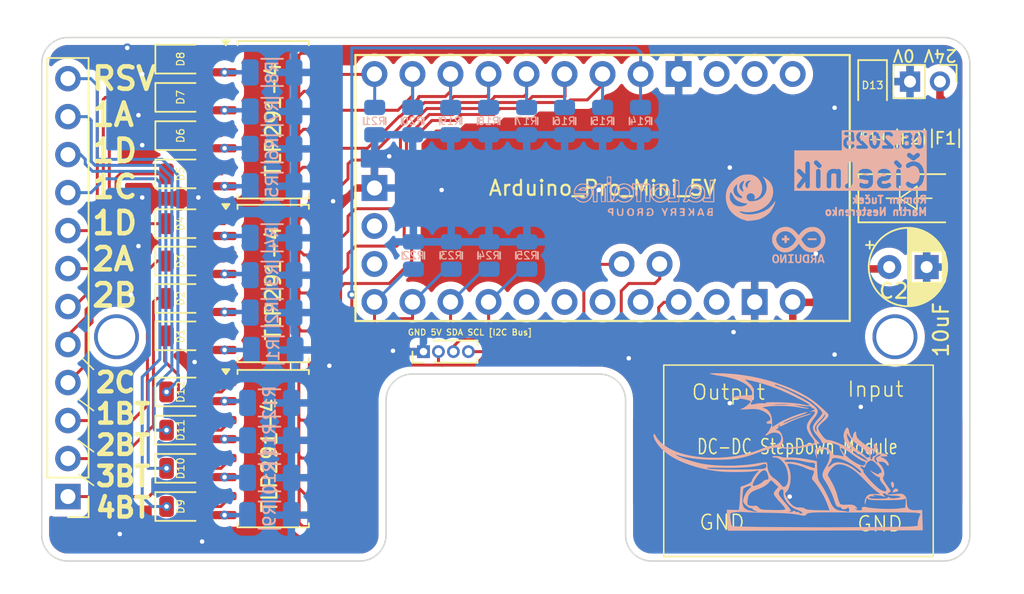
<source format=kicad_pcb>
(kicad_pcb (version 20241229) (generator "pcbnew") (generator_version "9.0")
  (layers (0 "F.Cu" signal) (2 "B.Cu" signal) (13 "F.Paste" user) (15 "B.Paste" user) (5 "F.SilkS" user "F.Silkscreen") (7 "B.SilkS" user "B.Silkscreen") (1 "F.Mask" user) (3 "B.Mask" user) (25 "Edge.Cuts" user))
  (net 0 "")
  (net 3 "Net-(A2-PadD7)")
  (net 4 "Net-(A2-PadD4)")
  (net 8 "Net-(A2-PadD6)")
  (net 9 "Net-(A2-PadD9)")
  (net 10 "Net-(A2-D3_INT1)")
  (net 11 "Net-(A2-D13_SCK)")
  (net 12 "Net-(A2-PadD5)")
  (net 13 "Net-(A2-D10_CS)")
  (net 15 "Net-(A2-PadD8)")
  (net 16 "Net-(A2-A5{slash}SCL)")
  (net 18 "Net-(A2-D11_MOSI)")
  (net 19 "+5V")
  (net 20 "Net-(A2-A4{slash}SDA)")
  (net 22 "Net-(A2-D2_INT0)")
  (net 24 "Net-(A2-D12_MISO)")
  (net 26 "GNDD")
  (net 27 "+24V")
  (net 28 "Net-(D1-A)")
  (net 29 "Net-(D1-K)")
  (net 30 "Net-(D2-A)")
  (net 31 "Net-(D2-K)")
  (net 32 "Net-(D3-A)")
  (net 33 "Net-(D3-K)")
  (net 34 "Net-(D4-A)")
  (net 35 "Net-(D4-K)")
  (net 36 "Net-(D5-A)")
  (net 37 "Net-(D5-K)")
  (net 38 "Net-(D6-A)")
  (net 39 "Net-(D6-K)")
  (net 40 "Net-(D7-A)")
  (net 41 "Net-(D7-K)")
  (net 42 "Net-(D8-K)")
  (net 43 "Net-(D8-A)")
  (net 44 "Net-(D9-K)")
  (net 45 "Net-(D9-A)")
  (net 46 "Net-(D10-A)")
  (net 47 "Net-(D10-K)")
  (net 48 "Net-(D11-A)")
  (net 49 "Net-(D11-K)")
  (net 50 "Net-(D12-K)")
  (net 51 "Net-(D12-A)")
  (net 52 "Net-(D13-A)")
  (net 53 "Net-(D14-A)")
  (net 54 "Net-(J2-Pin_1)")
  (net 55 "VBUS")
  (net 56 "Net-(R1-Pad1)")
  (net 57 "Net-(R2-Pad1)")
  (net 58 "Net-(R3-Pad1)")
  (net 59 "Net-(R4-Pad1)")
  (net 60 "Net-(R5-Pad1)")
  (net 61 "Net-(R6-Pad1)")
  (net 62 "Net-(R7-Pad1)")
  (net 63 "Net-(R8-Pad1)")
  (net 64 "Net-(R9-Pad1)")
  (net 65 "Net-(R10-Pad1)")
  (net 66 "Net-(R11-Pad1)")
  (net 67 "Net-(R12-Pad1)")
  (footprint "Capacitor_THT:CP_Radial_D5.0mm_P2.50mm" (layer "F.Cu") (at 148.9 93.9)
    (property "Reference" "C2" (hide yes))
    (property "Value" "10uF")
  )
  (footprint "LED_SMD:LED_0805_2012Metric" (layer "F.Cu") (at 101.5625 82.557332)
    (property "Reference" "D7" (hide yes))
    (property "Value" "LED" (hide yes))
  )
  (footprint "Diode_SMD:D_MELF" (layer "F.Cu") (at 150.25 89.3)
    (property "Reference" "D14" (hide yes))
    (property "Value" "SM4001" (hide yes))
  )
  (footprint "MountingHole:MountingHole_2.5mm_Pad" (layer "F.Cu") (at 97.282435 98.560084)
    (property "Reference" "REF**" (hide yes))
    (property "Value" "MountingHole_2.5mm_Pad" (hide yes))
  )
  (footprint "LED_SMD:LED_0805_2012Metric" (layer "F.Cu") (at 101.5625 98.5)
    (property "Reference" "D1" (hide yes))
    (property "Value" "LED" (hide yes))
  )
  (footprint "Package_SO:SOIC-16_4.55x10.3mm_P1.27mm" (layer "F.Cu") (at 107.75 95)
    (property "Reference" "U1" (hide yes))
    (property "Value" "TLP291-4")
  )
  (footprint "OwnLibrary:StepDown_Module" (layer "F.Cu") (at 142.8875 108.255 180)
    (property "Reference" "U4" (hide yes))
    (property "Value" "~")
  )
  (footprint "Package_SO:SOIC-16_4.55x10.3mm_P1.27mm" (layer "F.Cu") (at 107.75 106.04)
    (property "Reference" "U3" (hide yes))
    (property "Value" "TLP291-4")
  )
  (footprint "Package_SO:SOIC-16_4.55x10.3mm_P1.27mm" (layer "F.Cu") (at 107.75 84.055)
    (property "Reference" "U2" (hide yes))
    (property "Value" "TLP291-4")
  )
  (footprint "LED_SMD:LED_0805_2012Metric" (layer "F.Cu") (at 147.7875 81.75 -90)
    (property "Reference" "D13" (hide yes))
    (property "Value" "Power LED" (hide yes))
  )
  (footprint "Connector_PinHeader_2.54mm:PinHeader_1x12_P2.54mm_Vertical" (layer "F.Cu") (at 94.0375 109.245 180)
    (property "Reference" "J1" (hide yes))
    (property "Value" "Vstupní Signály z Ovladače")
  )
  (footprint "LED_SMD:LED_0805_2012Metric" (layer "F.Cu") (at 101.5625 96)
    (property "Reference" "D2" (hide yes))
    (property "Value" "LED" (hide yes))
  )
  (footprint "LED_SMD:LED_0805_2012Metric" (layer "F.Cu") (at 101.5625 109.909355)
    (property "Reference" "D9" (hide yes))
    (property "Value" "LED" (hide yes))
  )
  (footprint "Connector_PinHeader_1.00mm:PinHeader_1x04_P1.00mm_Vertical" (layer "F.Cu") (at 117.7875 99.555 90)
    (property "Reference" "J3" (hide yes))
    (property "Value" "Periferie displaye")
  )
  (footprint "LED_SMD:LED_0805_2012Metric" (layer "F.Cu") (at 101.5625 91)
    (property "Reference" "D4" (hide yes))
    (property "Value" "LED" (hide yes))
  )
  (footprint "LED_SMD:LED_0805_2012Metric" (layer "F.Cu") (at 101.5625 80)
    (property "Reference" "D8" (hide yes))
    (property "Value" "LED" (hide yes))
  )
  (footprint "LED_SMD:LED_0805_2012Metric" (layer "F.Cu") (at 101.5625 85.114664)
    (property "Reference" "D6" (hide yes))
    (property "Value" "LED" (hide yes))
  )
  (footprint "" (layer "F.Cu") (at 149.282435 98.560084)
    (property "Reference" "")
    (property "Value" "")
  )
  (footprint "LED_SMD:LED_0805_2012Metric" (layer "F.Cu") (at 101.5625 107.356237)
    (property "Reference" "D10" (hide yes))
    (property "Value" "LED" (hide yes))
  )
  (footprint "Fuse:Fuse_1206_3216Metric" (layer "F.Cu") (at 150.337192 85.295623 -90)
    (property "Reference" "F2" (hide yes))
    (property "Value" "Fuse" (hide yes))
  )
  (footprint "LED_SMD:LED_0805_2012Metric" (layer "F.Cu") (at 101.5625 102.25)
    (property "Reference" "D12" (hide yes))
    (property "Value" "LED" (hide yes))
  )
  (footprint "LED_SMD:LED_0805_2012Metric" (layer "F.Cu") (at 101.5625 104.803118)
    (property "Reference" "D11" (hide yes))
    (property "Value" "LED" (hide yes))
  )
  (footprint "arduino-library:Clone_Pro_Mini_Socket_NoSPH" (layer "F.Cu") (at 129.752067 88.616007 -90)
    (property "Reference" "A2" (hide yes))
    (property "Value" "Arduino_Pro_Mini_5V")
  )
  (footprint "Fuse:Fuse_1206_3216Metric" (layer "F.Cu") (at 152.662209 85.295623 -90)
    (property "Reference" "F1" (hide yes))
    (property "Value" "Fuse" (hide yes))
  )
  (footprint "Connector_PinHeader_2.00mm:PinHeader_1x02_P2.00mm_Vertical" (layer "F.Cu") (at 152.2875 81.5 -90)
    (property "Reference" "J2" (hide yes))
    (property "Value" "Vstupní Napájení 24V")
  )
  (footprint "Resistor_SMD:R_0805_2012Metric" (layer "F.Cu") (at 147.7875 85.1625 90)
    (property "Reference" "R13" (hide yes))
    (property "Value" "R10K" (hide yes))
  )
  (footprint "LED_SMD:LED_0805_2012Metric" (layer "F.Cu") (at 101.5625 93.5)
    (property "Reference" "D3" (hide yes))
    (property "Value" "LED" (hide yes))
  )
  (footprint "LED_SMD:LED_0805_2012Metric" (layer "F.Cu") (at 101.5625 87.671996)
    (property "Reference" "D5" (hide yes))
    (property "Value" "LED" (hide yes))
  )
  (footprint "Resistor_SMD:R_1206_3216Metric" (layer "B.Cu") (at 107.75 99.445)
    (property "Reference" "R1" (hide yes))
    (property "Value" "R10K" (hide yes))
  )
  (footprint "Resistor_SMD:R_1206_3216Metric" (layer "B.Cu") (at 107.5 110.485)
    (property "Reference" "R9" (hide yes))
    (property "Value" "R10K" (hide yes))
  )
  (footprint "Resistor_SMD:R_0805_2012Metric" (layer "B.Cu") (at 122.13986 84.1425 90)
    (property "Reference" "R18" (hide yes))
    (property "Value" "R10K" (hide yes))
  )
  (footprint "Resistor_SMD:R_1206_3216Metric" (layer "B.Cu") (at 107.675 83.5)
    (property "Reference" "R7" (hide yes))
    (property "Value" "R10K" (hide yes))
  )
  (footprint "Resistor_SMD:R_1206_3216Metric" (layer "B.Cu") (at 107.5 107.985)
    (property "Reference" "R10" (hide yes))
    (property "Value" "R10K" (hide yes))
  )
  (footprint "Resistor_SMD:R_1206_3216Metric" (layer "B.Cu") (at 107.675 88.5)
    (property "Reference" "R5" (hide yes))
    (property "Value" "R10K" (hide yes))
  )
  (footprint "Resistor_SMD:R_0805_2012Metric" (layer "B.Cu") (at 127.21368 84.1425 90)
    (property "Reference" "R16" (hide yes))
    (property "Value" "R10K" (hide yes))
  )
  (footprint "Resistor_SMD:R_1206_3216Metric" (layer "B.Cu") (at 107.675 80.888025)
    (property "Reference" "R8" (hide yes))
    (property "Value" "R10K" (hide yes))
  )
  (footprint "Resistor_SMD:R_0805_2012Metric" (layer "B.Cu") (at 122.168785 93.130633 -90)
    (property "Reference" "R24" (hide yes))
    (property "Value" "R10K" (hide yes))
  )
  (footprint "Resistor_SMD:R_1206_3216Metric" (layer "B.Cu") (at 107.5 105.485)
    (property "Reference" "R11" (hide yes))
    (property "Value" "R10K" (hide yes))
  )
  (footprint "Resistor_SMD:R_0805_2012Metric" (layer "B.Cu") (at 124.67677 84.1425 90)
    (property "Reference" "R17" (hide yes))
    (property "Value" "R10K" (hide yes))
  )
  (footprint "Resistor_SMD:R_0805_2012Metric" (layer "B.Cu") (at 114.52913 84.1425 90)
    (property "Reference" "R21" (hide yes))
    (property "Value" "R10K" (hide yes))
  )
  (footprint "Resistor_SMD:R_0805_2012Metric" (layer "B.Cu") (at 132.2875 84.1425 90)
    (property "Reference" "R14" (hide yes))
    (property "Value" "R10K" (hide yes))
  )
  (footprint "Resistor_SMD:R_1206_3216Metric" (layer "B.Cu") (at 107.675 91.945)
    (property "Reference" "R4" (hide yes))
    (property "Value" "R10K" (hide yes))
  )
  (footprint "Resistor_SMD:R_0805_2012Metric" (layer "B.Cu") (at 117.113634 93.130633 -90)
    (property "Reference" "R22" (hide yes))
    (property "Value" "R10K" (hide yes))
  )
  (footprint "Resistor_SMD:R_0805_2012Metric" (layer "B.Cu") (at 124.69636 93.130633 -90)
    (property "Reference" "R25" (hide yes))
    (property "Value" "R10K" (hide yes))
  )
  (footprint "Resistor_SMD:R_0805_2012Metric" (layer "B.Cu") (at 119.60295 84.1425 90)
    (property "Reference" "R19" (hide yes))
    (property "Value" "R10K" (hide yes))
  )
  (footprint "Resistor_SMD:R_0805_2012Metric" (layer "B.Cu") (at 129.75059 84.1425 90)
    (property "Reference" "R15" (hide yes))
    (property "Value" "R10K" (hide yes))
  )
  (footprint "Resistor_SMD:R_1206_3216Metric" (layer "B.Cu") (at 107.675 96.945)
    (property "Reference" "R2" (hide yes))
    (property "Value" "R10K" (hide yes))
  )
  (footprint "Resistor_SMD:R_1206_3216Metric" (layer "B.Cu") (at 107.675 86)
    (property "Reference" "R6" (hide yes))
    (property "Value" "R10K" (hide yes))
  )
  (footprint "Resistor_SMD:R_1206_3216Metric" (layer "B.Cu") (at 107.675 94.445)
    (property "Reference" "R3" (hide yes))
    (property "Value" "R10K" (hide yes))
  )
  (footprint "Resistor_SMD:R_0805_2012Metric" (layer "B.Cu") (at 117.06604 84.1425 90)
    (property "Reference" "R20" (hide yes))
    (property "Value" "R10K" (hide yes))
  )
  (footprint "Resistor_SMD:R_0805_2012Metric" (layer "B.Cu") (at 119.641209 93.130633 -90)
    (property "Reference" "R23" (hide yes))
    (property "Value" "R10K" (hide yes))
  )
  (footprint "Resistor_SMD:R_1206_3216Metric" (layer "B.Cu") (at 107.5 102.985)
    (property "Reference" "R12" (hide yes))
    (property "Value" "R10K" (hide yes))
  )
  (gr_line (start 95.75 106.25) (end 94.75 105.5) (stroke (width 0.1)) (layer "F.SilkS"))
  (gr_line (start 95.75 100.75) (end 95 100) (stroke (width 0.1)) (layer "F.SilkS"))
  (gr_line (start 95.75 108.5) (end 94.75 107.75) (stroke (width 0.1)) (layer "F.SilkS"))
  (gr_line (start 95.75 103.5) (end 94.75 102.75) (stroke (width 0.1)) (layer "F.SilkS"))
  (gr_poly (pts (xy 133.605081 88.554163) (xy 133.587077 88.556629) (xy 133.568081 88.560635) (xy 133.54772 88.566186) (xy 133.525624 88.573287) (xy 133.501418 88.581944) (xy 133.474733 88.592162) (xy 133.445195 88.603945) (xy 133.413878 88.617724) (xy 133.384745 88.633188) (xy 133.357791 88.650227) (xy 133.333008 88.668726) (xy 133.310391 88.688575) (xy 133.289932 88.709659) (xy 133.271626 88.731868) (xy 133.255466 88.755088) (xy 133.241445 88.779207) (xy 133.229557 88.804113) (xy 133.219796 88.829694) (xy 133.212154 88.855836) (xy 133.206626 88.882428) (xy 133.203205 88.909358) (xy 133.201885 88.936512) (xy 133.202659 88.963778) (xy 133.205521 88.991044) (xy 133.210464 89.018198) (xy 133.217482 89.045128) (xy 133.226568 89.07172) (xy 133.237716 89.097862) (xy 133.25092 89.123443) (xy 133.266172 89.148349) (xy 133.283467 89.172468) (xy 133.302799 89.195688) (xy 133.324159 89.217897) (xy 133.347543 89.238981) (xy 133.372943 89.25883) (xy 133.400354 89.277329) (xy 133.429768 89.294368) (xy 133.46118 89.309832) (xy 133.494583 89.323611) (xy 133.508424 89.328462) (xy 133.522794 89.332444) (xy 133.537643 89.335577) (xy 133.552922 89.337881) (xy 133.568581 89.339376) (xy 133.584569 89.340083) (xy 133.600839 89.340021) (xy 133.617338 89.339211) (xy 133.634019 89.337671) (xy 133.650831 89.335424) (xy 133.667724 89.332487) (xy 133.684649 89.328882) (xy 133.718394 89.319747) (xy 133.75167 89.308177) (xy 133.784077 89.294334) (xy 133.815218 89.278377) (xy 133.830189 89.269656) (xy 133.844695 89.260467) (xy 133.858685 89.250829) (xy 133.87211 89.240763) (xy 133.88492 89.230289) (xy 133.897066 89.219427) (xy 133.908497 89.208197) (xy 133.919163 89.196618) (xy 133.929016 89.184711) (xy 133.938005 89.172496) (xy 133.946081 89.159993) (xy 133.953194 89.147222) (xy 133.96258 89.127582) (xy 133.970904 89.107711) (xy 133.978175 89.087651) (xy 133.984407 89.067441) (xy 133.98961 89.047119) (xy 133.993796 89.026726) (xy 133.996978 89.0063) (xy 133.999165 88.985882) (xy 134.000371 88.96551) (xy 134.000412 88.962014) (xy 133.931145 88.962014) (xy 133.930453 88.973901) (xy 133.929037 88.985751) (xy 133.926898 88.99757) (xy 133.924035 89.009364) (xy 133.920448 89.021136) (xy 133.916139 89.032894) (xy 133.911105 89.04464) (xy 133.905348 89.056382) (xy 133.898868 89.068124) (xy 133.891664 89.079871) (xy 133.883737 89.091628) (xy 133.875087 89.103401) (xy 133.865712 89.115194) (xy 133.855615 89.127014) (xy 133.844794 89.138864) (xy 133.833249 89.15075) (xy 133.818891 89.164108) (xy 133.804869 89.176416) (xy 133.791105 89.187701) (xy 133.777522 89.197989) (xy 133.764042 89.207305) (xy 133.750588 89.215676) (xy 133.737082 89.223127) (xy 133.723447 89.229684) (xy 133.709606 89.235373) (xy 133.69548 89.240219) (xy 133.680993 89.244249) (xy 133.666066 89.247488) (xy 133.650622 89.249963) (xy 133.634585 89.251698) (xy 133.617875 89.252721) (xy 133.600416 89.253056) (xy 133.585488 89.252596) (xy 133.570491 89.251238) (xy 133.555462 89.249015) (xy 133.540437 89.245959) (xy 133.52545 89.242101) (xy 133.510538 89.237475) (xy 133.495735 89.232113) (xy 133.481078 89.226046) (xy 133.466602 89.219308) (xy 133.452342 89.21193) (xy 133.438334 89.203945) (xy 133.424613 89.195385) (xy 133.411215 89.186282) (xy 133.398176 89.176669) (xy 133.385531 89.166578) (xy 133.373315 89.156042) (xy 133.361565 89.145092) (xy 133.350315 89.133761) (xy 133.339601 89.122081) (xy 133.329459 89.110084) (xy 133.319925 89.097803) (xy 133.311033 89.085271) (xy 133.302819 89.072519) (xy 133.295319 89.059579) (xy 133.288568 89.046484) (xy 133.282602 89.033267) (xy 133.277456 89.019959) (xy 133.273167 89.006593) (xy 133.269768 88.993202) (xy 133.267297 88.979816) (xy 133.265788 88.96647) (xy 133.265277 88.953194) (xy 133.265767 88.942372) (xy 133.267214 88.931104) (xy 133.269579 88.919445) (xy 133.272829 88.907444) (xy 133.276926 88.895153) (xy 133.281834 88.882625) (xy 133.287518 88.869911) (xy 133.29394 88.857062) (xy 133.301066 88.844131) (xy 133.308858 88.831169) (xy 133.31728 88.818227) (xy 133.326297 88.805358) (xy 133.335871 88.792613) (xy 133.345968 88.780044) (xy 133.356551 88.767702) (xy 133.367583 88.755639) (xy 133.381625 88.742192) (xy 133.395953 88.729634) (xy 133.410546 88.717964) (xy 133.425378 88.70718) (xy 133.440427 88.697282) (xy 133.455671 88.688271) (xy 133.471084 88.680144) (xy 133.486646 88.672901) (xy 133.502331 88.666542) (xy 133.518116 88.661066) (xy 133.53398 88.656473) (xy 133.549897 88.652761) (xy 133.565846 88.64993) (xy 133.581802 88.64798) (xy 133.597743 88.64691) (xy 133.613645 88.646718) (xy 133.629486 88.647406) (xy 133.64524 88.648971) (xy 133.660887 88.651413) (xy 133.676401 88.654732) (xy 133.691761 88.658927) (xy 133.706942 88.663997) (xy 133.721922 88.669941) (xy 133.736677 88.67676) (xy 133.751184 88.684452) (xy 133.765419 88.693017) (xy 133.77936 88.702453) (xy 133.792983 88.712761) (xy 133.806265 88.72394) (xy 133.819183 88.735989) (xy 133.831713 88.748908) (xy 133.843833 88.762695) (xy 133.864875 88.788912) (xy 133.874312 88.801847) (xy 133.883024 88.814674) (xy 133.891013 88.827398) (xy 133.898279 88.840023) (xy 133.904821 88.852556) (xy 133.91064 88.865) (xy 133.915735 88.877362) (xy 133.920107 88.889646) (xy 133.923756 88.901858) (xy 133.926681 88.914003) (xy 133.928882 88.926086) (xy 133.93036 88.938112) (xy 133.931114 88.950086) (xy 133.931145 88.962014) (xy 134.000412 88.962014) (xy 134.000607 88.945224) (xy 133.999884 88.925063) (xy 133.998215 88.905067) (xy 133.99561 88.885275) (xy 133.992081 88.865726) (xy 133.98764 88.846461) (xy 133.982298 88.827518) (xy 133.976068 88.808936) (xy 133.968961 88.790756) (xy 133.960988 88.773016) (xy 133.952161 88.755756) (xy 133.942491 88.739016) (xy 133.931991 88.722834) (xy 133.920672 88.70725) (xy 133.908546 88.692304) (xy 133.895623 88.678035) (xy 133.881917 88.664483) (xy 133.867438 88.651686) (xy 133.852197 88.639684) (xy 133.836208 88.628517) (xy 133.819481 88.618224) (xy 133.802028 88.608844) (xy 133.78386 88.600417) (xy 133.758043 88.589255) (xy 133.734582 88.579588) (xy 133.713105 88.571418) (xy 133.693241 88.564753) (xy 133.674617 88.559596) (xy 133.656861 88.555954) (xy 133.639601 88.553831) (xy 133.622465 88.553232)) (fill yes) (layer "B.SilkS"))
  (gr_poly (pts (xy 137.5 101) (xy 137.695075 101.004065) (xy 137.905695 101.010694) (xy 138.36699 101.038747) (xy 138.831158 101.085301) (xy 139.295781 101.149507) (xy 139.75844 101.230518) (xy 140.216717 101.327487) (xy 140.668193 101.439567) (xy 141.11045 101.565909) (xy 141.54107 101.705666) (xy 141.957634 101.857991) (xy 142.357723 102.022036) (xy 142.738919 102.196954) (xy 143.098804 102.381897) (xy 143.43496 102.576018) (xy 143.744966 102.778468) (xy 144.026407 102.988402) (xy 144.276862 103.204971) (xy 144.721362 103.614194) (xy 144.75681 103.648994) (xy 144.772322 103.665789) (xy 144.786336 103.682255) (xy 144.798836 103.698447) (xy 144.809806 103.71442) (xy 144.819227 103.730231) (xy 144.827085 103.745934) (xy 144.83336 103.761586) (xy 144.838038 103.777241) (xy 144.841101 103.792956) (xy 144.842532 103.808786) (xy 144.842315 103.824787) (xy 144.840433 103.841013) (xy 144.836868 103.857522) (xy 144.831605 103.874367) (xy 144.824625 103.891605) (xy 144.815914 103.909292) (xy 144.805453 103.927482) (xy 144.793226 103.946232) (xy 144.779217 103.965597) (xy 144.763407 103.985632) (xy 144.745781 104.006393) (xy 144.726322 104.027936) (xy 144.681838 104.073589) (xy 144.629818 104.123034) (xy 144.57013 104.176718) (xy 144.502639 104.235083) (xy 144.464959 104.266971) (xy 144.428735 104.299024) (xy 144.394103 104.331077) (xy 144.361198 104.362965) (xy 144.330152 104.394522) (xy 144.301101 104.425583) (xy 144.27418 104.455982) (xy 144.249521 104.485555) (xy 144.227261 104.514135) (xy 144.207532 104.541558) (xy 144.190471 104.567658) (xy 144.176209 104.59227) (xy 144.164884 104.615228) (xy 144.160363 104.626035) (xy 144.156627 104.636367) (xy 144.153692 104.646203) (xy 144.151575 104.655522) (xy 144.150293 104.664304) (xy 144.149861 104.672527) (xy 144.151162 104.687367) (xy 144.154974 104.705255) (xy 144.161163 104.725935) (xy 144.169595 104.749146) (xy 144.180135 104.774631) (xy 144.192649 104.802131) (xy 144.207003 104.831389) (xy 144.223063 104.862145) (xy 144.25976 104.927119) (xy 144.301666 104.994988) (xy 144.347706 105.063683) (xy 144.371941 105.097695) (xy 144.396806 105.131138) (xy 144.433829 105.17897) (xy 144.468423 105.222089) (xy 144.50097 105.260743) (xy 144.531854 105.29518) (xy 144.561456 105.325648) (xy 144.590159 105.352396) (xy 144.618345 105.375671) (xy 144.632364 105.386084) (xy 144.646397 105.395722) (xy 144.660492 105.404615) (xy 144.674696 105.412795) (xy 144.689059 105.420294) (xy 144.703627 105.427141) (xy 144.718448 105.433368) (xy 144.73357 105.439006) (xy 144.764908 105.448638) (xy 144.798024 105.456286) (xy 144.8333 105.462198) (xy 144.871118 105.466621) (xy 144.911862 105.469805) (xy 144.942299 105.473911) (xy 144.977759 105.480829) (xy 145.062013 105.502437) (xy 145.161149 105.533305) (xy 145.271695 105.57211) (xy 145.390179 105.61753) (xy 145.513127 105.668242) (xy 145.637068 105.722923) (xy 145.758528 105.780249) (xy 145.869812 105.835707) (xy 145.973116 105.885573) (xy 146.067905 105.929713) (xy 146.153639 105.967993) (xy 146.229783 106.000279) (xy 146.295798 106.026436) (xy 146.351146 106.046329) (xy 146.395292 106.059826) (xy 146.412995 106.064133) (xy 146.427696 106.06679) (xy 146.439328 106.06778) (xy 146.447822 106.067088) (xy 146.453113 106.064695) (xy 146.454536 106.062856) (xy 146.455133 106.060585) (xy 146.453814 106.054742) (xy 146.44909 106.047148) (xy 146.440893 106.037786) (xy 146.429156 106.026641) (xy 146.413813 106.013694) (xy 146.394795 105.99893) (xy 146.345468 105.963881) (xy 146.280638 105.92136) (xy 146.243082 105.895714) (xy 146.207151 105.869072) (xy 146.172858 105.841472) (xy 146.140217 105.81295) (xy 146.109239 105.783544) (xy 146.079938 105.753293) (xy 146.052327 105.722233) (xy 146.026418 105.690401) (xy 146.002226 105.657836) (xy 145.979762 105.624574) (xy 145.959039 105.590653) (xy 145.940071 105.556111) (xy 145.92287 105.520985) (xy 145.907449 105.485313) (xy 145.893822 105.449131) (xy 145.882 105.412478) (xy 145.871998 105.375391) (xy 145.863827 105.337907) (xy 145.857502 105.300065) (xy 145.853034 105.2619) (xy 145.850437 105.223451) (xy 145.849723 105.184756) (xy 145.850906 105.145851) (xy 145.853999 105.106774) (xy 145.859013 105.067563) (xy 145.860457 105.059397) (xy 146.069799 105.059397) (xy 146.07033 105.0756) (xy 146.072059 105.096081) (xy 146.074946 105.120944) (xy 146.078949 105.150293) (xy 146.090138 105.222861) (xy 146.102198 105.282791) (xy 146.119808 105.343466) (xy 146.142895 105.404803) (xy 146.171388 105.466718) (xy 146.205214 105.529129) (xy 146.2443 105.591954) (xy 146.288575 105.65511) (xy 146.337965 105.718513) (xy 146.3924 105.782082) (xy 146.451805 105.845734) (xy 146.51611 105.909385) (xy 146.58524 105.972954) (xy 146.659126 106.036358) (xy 146.737693 106.099513) (xy 146.820869 106.162338) (xy 146.908583 106.224749) (xy 146.947826 106.252505) (xy 146.986057 106.280105) (xy 147.023088 106.307396) (xy 147.058735 106.334221) (xy 147.09281 106.360426) (xy 147.125129 106.385856) (xy 147.155504 106.410356) (xy 147.18375 106.43377) (xy 147.209682 106.455945) (xy 147.233112 106.476724) (xy 147.253855 106.495952) (xy 147.271724 106.513476) (xy 147.286535 106.529139) (xy 147.2981 106.542787) (xy 147.302607 106.548806) (xy 147.306234 106.554264) (xy 147.308956 106.55914) (xy 147.31075 106.563416) (xy 147.314083 106.571125) (xy 147.318729 106.578378) (xy 147.324594 106.58517) (xy 147.331586 106.5915) (xy 147.339611 106.597365) (xy 147.348577 106.602762) (xy 147.358391 106.607689) (xy 147.368958 106.612143) (xy 147.380188 106.616122) (xy 147.391986 106.619622) (xy 147.404259 106.622643) (xy 147.416914 106.625179) (xy 147.443 106.628793) (xy 147.4695 106.630444) (xy 147.495669 106.630109) (xy 147.520763 106.62777) (xy 147.532674 106.625842) (xy 147.544038 106.623405) (xy 147.554761 106.620457) (xy 147.56475 106.616994) (xy 147.568661 106.615295) (xy 147.654667 106.615295) (xy 147.654985 106.63484) (xy 147.655736 106.653139) (xy 147.656907 106.670181) (xy 147.65848 106.685955) (xy 147.660441 106.700448) (xy 147.662775 106.713649) (xy 147.665464 106.725547) (xy 147.668495 106.73613) (xy 147.671851 106.745386) (xy 147.675518 106.753303) (xy 147.679479 106.759871) (xy 147.683719 106.765076) (xy 147.688222 106.768909) (xy 147.692974 106.771356) (xy 147.697958 106.772407) (xy 147.703159 106.77205) (xy 147.708562 106.770273) (xy 147.714151 106.767065) (xy 147.71991 106.762413) (xy 147.725825 106.756307) (xy 147.731878 106.748734) (xy 147.738056 106.739684) (xy 147.744343 106.729144) (xy 147.750722 106.717103) (xy 147.755676 106.706704) (xy 147.909028 106.706704) (xy 147.90915 106.714807) (xy 147.909851 106.723127) (xy 147.911121 106.731698) (xy 147.912948 106.740553) (xy 147.915324 106.749726) (xy 147.918236 106.759251) (xy 147.921676 106.76916) (xy 147.930096 106.790268) (xy 147.9405 106.813319) (xy 147.952806 106.838582) (xy 147.962139 106.855279) (xy 147.971575 106.870952) (xy 147.981052 106.885572) (xy 147.990509 106.899106) (xy 147.999883 106.911524) (xy 148.009113 106.922794) (xy 148.018135 106.932887) (xy 148.02255 106.937481) (xy 148.026889 106.94177) (xy 148.031146 106.945748) (xy 148.035312 106.949413) (xy 148.039381 106.952759) (xy 148.043343 106.955784) (xy 148.047192 106.958484) (xy 148.050919 106.960854) (xy 148.054517 106.962891) (xy 148.057978 106.96459) (xy 148.061294 106.965948) (xy 148.064458 106.966962) (xy 148.067461 106.967627) (xy 148.070297 106.967939) (xy 148.072957 106.967894) (xy 148.075434 106.967489) (xy 148.077719 106.96672) (xy 148.079805 106.965582) (xy 148.081666 106.963435) (xy 148.083285 106.960968) (xy 148.084665 106.958193) (xy 148.085813 106.955123) (xy 148.087433 106.948142) (xy 148.088184 106.940116) (xy 148.088108 106.93114) (xy 148.087247 106.921306) (xy 148.085641 106.910707) (xy 148.083333 106.899437) (xy 148.080364 106.887588) (xy 148.076774 106.875252) (xy 148.072605 106.862525) (xy 148.067899 106.849497) (xy 148.062697 106.836263) (xy 148.057041 106.822915) (xy 148.050971 106.809546) (xy 148.044528 106.79625) (xy 148.033713 106.777121) (xy 148.025139 106.759304) (xy 148.021723 106.750833) (xy 148.018902 106.742625) (xy 148.016688 106.734657) (xy 148.015094 106.726907) (xy 148.014129 106.719353) (xy 148.013807 106.711974) (xy 148.014138 106.704747) (xy 148.015135 106.697651) (xy 148.016808 106.690663) (xy 148.019171 106.683762) (xy 148.022233 106.676925) (xy 148.026007 106.670131) (xy 148.030505 106.663358) (xy 148.035738 106.656583) (xy 148.041718 106.649785) (xy 148.048455 106.642942) (xy 148.055963 106.636032) (xy 148.064253 106.629033) (xy 148.083223 106.614679) (xy 148.105459 106.599705) (xy 148.131055 106.583935) (xy 148.160102 106.567194) (xy 148.192694 106.549305) (xy 148.204993 106.542753) (xy 148.216751 106.536329) (xy 148.227967 106.530037) (xy 148.238638 106.52388) (xy 148.248761 106.517863) (xy 148.258334 106.511989) (xy 148.267354 106.506263) (xy 148.275818 106.500688) (xy 148.283724 106.495267) (xy 148.291069 106.490006) (xy 148.297852 106.484907) (xy 148.304068 106.479976) (xy 148.309716 106.475214) (xy 148.314793 106.470627) (xy 148.319296 106.466219) (xy 148.323223 106.461992) (xy 148.326571 106.457952) (xy 148.329338 106.454101) (xy 148.331521 106.450444) (xy 148.333117 106.446985) (xy 148.334125 106.443728) (xy 148.334407 106.442176) (xy 148.33454 106.440675) (xy 148.334525 106.439228) (xy 148.334362 106.437833) (xy 148.334049 106.436491) (xy 148.333586 106.435203) (xy 148.332974 106.433969) (xy 148.332211 106.43279) (xy 148.331298 106.431667) (xy 148.330234 106.430599) (xy 148.329019 106.429587) (xy 148.327653 106.428632) (xy 148.324464 106.426893) (xy 148.320665 106.425388) (xy 148.316254 106.424118) (xy 148.311228 106.423089) (xy 148.305585 106.422305) (xy 148.29296 106.422956) (xy 148.279002 106.424868) (xy 148.263866 106.427979) (xy 148.247707 106.432227) (xy 148.230679 106.437549) (xy 148.212938 106.443885) (xy 148.19464 106.451171) (xy 148.175938 106.459346) (xy 148.156988 106.468349) (xy 148.137945 106.478115) (xy 148.118965 106.488585) (xy 148.100201 106.499696) (xy 148.081809 106.511385) (xy 148.063945 106.523591) (xy 148.046762 106.536252) (xy 148.030417 106.549305) (xy 148.005516 106.569607) (xy 147.983674 106.588359) (xy 147.964808 106.605829) (xy 147.956466 106.614167) (xy 147.948837 106.622286) (xy 147.941911 106.630218) (xy 147.935677 106.637999) (xy 147.930125 106.64566) (xy 147.925245 106.653236) (xy 147.921027 106.660761) (xy 147.917459 106.668267) (xy 147.914533 106.675789) (xy 147.912237 106.68336) (xy 147.910561 106.691014) (xy 147.909494 106.698784) (xy 147.909028 106.706704) (xy 147.755676 106.706704) (xy 147.757179 106.703549) (xy 147.763698 106.68847) (xy 147.770263 106.671855) (xy 147.77686 106.653693) (xy 147.783472 106.633972) (xy 147.788924 106.61976) (xy 147.794676 106.606273) (xy 147.800696 106.593571) (xy 147.806955 106.581716) (xy 147.810163 106.576126) (xy 147.813419 106.570771) (xy 147.81672 106.565659) (xy 147.82006 106.560797) (xy 147.823436 106.556194) (xy 147.826845 106.551857) (xy 147.830282 106.547794) (xy 147.833744 106.544013) (xy 147.837226 106.540521) (xy 147.840725 106.537326) (xy 147.844237 106.534436) (xy 147.847758 106.531859) (xy 147.851285 106.529602) (xy 147.854812 106.527673) (xy 147.858337 106.52608) (xy 147.861855 106.524831) (xy 147.865364 106.523933) (xy 147.868857 106.523394) (xy 147.872333 106.523222) (xy 147.875787 106.523425) (xy 147.879215 106.52401) (xy 147.882613 106.524986) (xy 147.885978 106.526359) (xy 147.889305 106.528138) (xy 147.897401 106.531831) (xy 147.905787 106.533705) (xy 147.91442 106.533843) (xy 147.92326 106.532327) (xy 147.932266 106.529241) (xy 147.941395 106.524666) (xy 147.950607 106.518685) (xy 147.959861 106.511381) (xy 147.969114 106.502837) (xy 147.978327 106.493136) (xy 147.996462 106.470591) (xy 148.013935 106.444409) (xy 148.030416 106.415249) (xy 148.045575 106.383775) (xy 148.05908 106.350647) (xy 148.0706 106.316527) (xy 148.079805 106.282076) (xy 148.086365 106.247955) (xy 148.089948 106.214827) (xy 148.09052 106.198842) (xy 148.090223 106.183353) (xy 148.089017 106.168442) (xy 148.086861 106.154193) (xy 148.082717 106.138325) (xy 148.07818 106.125144) (xy 148.075744 106.119574) (xy 148.073188 106.114692) (xy 148.070502 106.110502) (xy 148.067679 106.107009) (xy 148.064712 106.10422) (xy 148.061592 106.102138) (xy 148.058312 106.10077) (xy 148.054864 106.100119) (xy 148.05124 106.100192) (xy 148.047432 106.100994) (xy 148.043434 106.10253) (xy 148.039237 106.104805) (xy 148.034832 106.107823) (xy 148.030214 106.111592) (xy 148.025373 106.116114) (xy 148.020302 106.121396) (xy 148.00944 106.13426) (xy 147.997565 106.150225) (xy 147.984615 106.169332) (xy 147.970528 106.191621) (xy 147.955242 106.217136) (xy 147.938695 106.245916) (xy 147.921147 106.279494) (xy 147.90547 106.308824) (xy 147.89155 106.333957) (xy 147.879274 106.354946) (xy 147.868527 106.371843) (xy 147.863691 106.378773) (xy 147.859196 106.384698) (xy 147.855026 106.389627) (xy 147.851167 106.393564) (xy 147.847605 106.396517) (xy 147.844327 106.398492) (xy 147.841317 106.399496) (xy 147.838561 106.399535) (xy 147.836046 106.398615) (xy 147.833757 106.396742) (xy 147.83168 106.393925) (xy 147.8298 106.390167) (xy 147.828104 106.385478) (xy 147.826578 106.379861) (xy 147.825206 106.373326) (xy 147.823975 106.365876) (xy 147.821878 106.348263) (xy 147.820175 106.327074) (xy 147.81875 106.302361) (xy 147.818345 106.284756) (xy 147.817164 106.267684) (xy 147.815256 106.251183) (xy 147.812673 106.235291) (xy 147.809464 106.220045) (xy 147.805681 106.205483) (xy 147.801373 106.191641) (xy 147.796591 106.178557) (xy 147.791385 106.16627) (xy 147.785806 106.154815) (xy 147.779904 106.144232) (xy 147.77373 106.134557) (xy 147.767333 106.125827) (xy 147.760764 106.11808) (xy 147.754074 106.111354) (xy 147.747312 106.105687) (xy 147.740531 106.101114) (xy 147.733778 106.097675) (xy 147.727106 106.095406) (xy 147.720565 106.094345) (xy 147.714204 106.09453) (xy 147.708075 106.095997) (xy 147.702227 106.098785) (xy 147.696711 106.102931) (xy 147.691578 106.108471) (xy 147.686877 106.115445) (xy 147.68266 106.123889) (xy 147.678976 106.13384) (xy 147.675876 106.145337) (xy 147.673411 106.158416) (xy 147.67163 106.173115) (xy 147.670584 106.189472) (xy 147.669372 106.257602) (xy 147.666174 106.348221) (xy 147.661654 106.449425) (xy 147.656473 106.549305) (xy 147.654799 106.594517) (xy 147.654667 106.615295) (xy 147.568661 106.615295) (xy 147.573912 106.613014) (xy 147.582155 106.608515) (xy 147.589384 106.603494) (xy 147.595508 106.597949) (xy 147.600433 106.591877) (xy 147.604065 106.585274) (xy 147.606313 106.57814) (xy 147.607083 106.570471) (xy 147.606161 106.558014) (xy 147.603423 106.544484) (xy 147.592683 106.514385) (xy 147.575225 106.480523) (xy 147.55141 106.443251) (xy 147.521602 106.402919) (xy 147.48616 106.35988) (xy 147.445448 106.314484) (xy 147.399826 106.267083) (xy 147.349657 106.218028) (xy 147.295302 106.167671) (xy 147.237123 106.116364) (xy 147.175482 106.064456) (xy 147.11074 106.012301) (xy 147.043259 105.960249) (xy 146.973401 105.908652) (xy 146.901528 105.857861) (xy 146.816544 105.797944) (xy 146.732305 105.735711) (xy 146.650877 105.672818) (xy 146.574327 105.610916) (xy 146.504722 105.55166) (xy 146.47317 105.523541) (xy 146.44413 105.496704) (xy 146.417859 105.471355) (xy 146.394617 105.447701) (xy 146.374661 105.425948) (xy 146.358251 105.406304) (xy 146.301255 105.331229) (xy 146.240952 105.2502) (xy 146.184618 105.17314) (xy 146.139528 105.109971) (xy 146.125796 105.08907) (xy 146.113676 105.071414) (xy 146.103127 105.057106) (xy 146.094108 105.046251) (xy 146.086577 105.038951) (xy 146.083357 105.036666) (xy 146.080493 105.035309) (xy 146.077981 105.034893) (xy 146.075815 105.03543) (xy 146.07399 105.036933) (xy 146.0725 105.039416) (xy 146.071342 105.042891) (xy 146.070509 105.047371) (xy 146.069799 105.059397) (xy 145.860457 105.059397) (xy 145.865963 105.028255) (xy 145.874862 104.988888) (xy 145.885721 104.949499) (xy 145.898554 104.910125) (xy 145.913375 104.870804) (xy 145.930195 104.831574) (xy 145.949028 104.792471) (xy 145.973513 104.749397) (xy 145.996736 104.712793) (xy 146.007894 104.696924) (xy 146.018761 104.682679) (xy 146.029343 104.670063) (xy 146.039648 104.659077) (xy 146.049685 104.649724) (xy 146.059461 104.642007) (xy 146.068984 104.635927) (xy 146.078261 104.631489) (xy 146.0873 104.628694) (xy 146.09611 104.627544) (xy 146.104697 104.628044) (xy 146.11307 104.630194) (xy 146.121236 104.633998) (xy 146.129204 104.639458) (xy 146.13698 104.646577) (xy 146.144572 104.655357) (xy 146.151989 104.665801) (xy 146.159238 104.677912) (xy 146.166327 104.691692) (xy 146.173263 104.707144) (xy 146.180055 104.72427) (xy 146.186709 104.743073) (xy 146.199639 104.785719) (xy 146.212114 104.835105) (xy 146.224196 104.89125) (xy 146.228728 104.916688) (xy 146.234324 104.942623) (xy 146.240892 104.968888) (xy 146.248338 104.995319) (xy 146.25657 105.021749) (xy 146.265495 105.048015) (xy 146.275019 105.073949) (xy 146.285049 105.099388) (xy 146.295493 105.124165) (xy 146.306257 105.148115) (xy 146.317249 105.171074) (xy 146.328375 105.192874) (xy 146.339542 105.213352) (xy 146.350658 105.232341) (xy 146.361629 105.249677) (xy 146.372362 105.265193) (xy 146.40498 105.306769) (xy 146.418204 105.322911) (xy 146.429578 105.335859) (xy 146.439257 105.345541) (xy 146.443509 105.349135) (xy 146.447396 105.351885) (xy 146.450937 105.353783) (xy 146.45415 105.354819) (xy 146.457056 105.354984) (xy 146.459674 105.354269) (xy 146.462024 105.352666) (xy 146.464124 105.350165) (xy 146.465994 105.346756) (xy 146.467653 105.342432) (xy 146.469122 105.337183) (xy 146.470418 105.331) (xy 146.472573 105.315795) (xy 146.474273 105.296745) (xy 146.475673 105.273778) (xy 146.478195 105.215804) (xy 146.478764 105.195816) (xy 146.480428 105.175621) (xy 146.483125 105.155343) (xy 146.486794 105.135107) (xy 146.491373 105.115035) (xy 146.496799 105.095254) (xy 146.50301 105.075885) (xy 146.509945 105.057055) (xy 146.517541 105.038885) (xy 146.525737 105.021501) (xy 146.53447 105.005027) (xy 146.543679 104.989586) (xy 146.553301 104.975303) (xy 146.563274 104.962301) (xy 146.573537 104.950705) (xy 146.584027 104.940638) (xy 146.600331 104.928329) (xy 146.614909 104.917901) (xy 146.627855 104.909415) (xy 146.63926 104.902935) (xy 146.644414 104.900466) (xy 146.649218 104.898522) (xy 146.653683 104.89711) (xy 146.657822 104.896238) (xy 146.661645 104.895913) (xy 146.665165 104.896145) (xy 146.668393 104.896939) (xy 146.67134 104.898305) (xy 146.674019 104.900249) (xy 146.676441 104.90278) (xy 146.678617 104.905905) (xy 146.680559 104.909632) (xy 146.682279 104.913969) (xy 146.683789 104.918923) (xy 146.6851 104.924503) (xy 146.686223 104.930716) (xy 146.687954 104.945072) (xy 146.689075 104.962053) (xy 146.68968 104.981721) (xy 146.689861 105.004138) (xy 146.690265 105.020566) (xy 146.691445 105.037996) (xy 146.693349 105.056274) (xy 146.695924 105.075245) (xy 146.69912 105.094753) (xy 146.702883 105.114643) (xy 146.707164 105.13476) (xy 146.71191 105.15495) (xy 146.72259 105.194927) (xy 146.73451 105.233333) (xy 146.740806 105.251559) (xy 146.747257 105.268928) (xy 146.753811 105.285283) (xy 146.760417 105.300471) (xy 146.784144 105.335838) (xy 146.819921 105.377696) (xy 146.86624 105.424929) (xy 146.921593 105.476419) (xy 146.984469 105.531052) (xy 147.05336 105.58771) (xy 147.126758 105.645277) (xy 147.203153 105.702638) (xy 147.281036 105.758676) (xy 147.358899 105.812275) (xy 147.435232 105.862319) (xy 147.508526 105.907691) (xy 147.577273 105.947275) (xy 147.639964 105.979955) (xy 147.695089 106.004615) (xy 147.741139 106.020139) (xy 147.766208 106.026152) (xy 147.788558 106.030874) (xy 147.808283 106.034169) (xy 147.81719 106.035239) (xy 147.825475 106.035903) (xy 147.833151 106.036143) (xy 147.840229 106.035943) (xy 147.84672 106.035285) (xy 147.852637 106.034153) (xy 147.85799 106.03253) (xy 147.862791 106.030399) (xy 147.867052 106.027744) (xy 147.870785 106.024548) (xy 147.874001 106.020793) (xy 147.876712 106.016464) (xy 147.87893 106.011543) (xy 147.880665 106.006013) (xy 147.881931 105.999858) (xy 147.882737 105.993061) (xy 147.883097 105.985605) (xy 147.883022 105.977474) (xy 147.882522 105.96865) (xy 147.881611 105.959117) (xy 147.878598 105.937855) (xy 147.874076 105.913555) (xy 147.868138 105.886083) (xy 147.865742 105.869065) (xy 147.863853 105.852472) (xy 147.86248 105.836396) (xy 147.861635 105.820929) (xy 147.861327 105.806165) (xy 147.861566 105.792197) (xy 147.862364 105.779117) (xy 147.862975 105.77294) (xy 147.86373 105.76702) (xy 147.864629 105.761369) (xy 147.865675 105.755998) (xy 147.866867 105.750918) (xy 147.868209 105.746143) (xy 147.8697 105.741683) (xy 147.871342 105.737549) (xy 147.873137 105.733754) (xy 147.875085 105.730309) (xy 147.877189 105.727226) (xy 147.879448 105.724517) (xy 147.881866 105.722192) (xy 147.884442 105.720264) (xy 147.887179 105.718744) (xy 147.890077 105.717644) (xy 147.893138 105.716975) (xy 147.896362 105.71675) (xy 147.905842 105.717625) (xy 147.915731 105.720198) (xy 147.92598 105.724389) (xy 147.936546 105.730117) (xy 147.947379 105.737302) (xy 147.958435 105.745864) (xy 147.981028 105.7668) (xy 148.003952 105.792283) (xy 148.026834 105.821674) (xy 148.049303 105.85433) (xy 148.070986 105.889611) (xy 148.091512 105.926876) (xy 148.110508 105.965486) (xy 148.127602 106.004798) (xy 148.142423 106.044172) (xy 148.154598 106.082967) (xy 148.163755 106.120542) (xy 148.169522 106.156258) (xy 148.171527 106.189472) (xy 148.171973 106.213386) (xy 148.173443 106.234933) (xy 148.176132 106.254227) (xy 148.177995 106.263065) (xy 148.180237 106.271382) (xy 148.182881 106.279192) (xy 148.185954 106.286511) (xy 148.189478 106.293351) (xy 148.19348 106.299728) (xy 148.197982 106.305655) (xy 148.20301 106.311147) (xy 148.208589 106.316217) (xy 148.214743 106.320881) (xy 148.221496 106.325152) (xy 148.228873 106.329044) (xy 148.236899 106.332572) (xy 148.245597 106.33575) (xy 148.254993 106.338592) (xy 148.265112 106.341113) (xy 148.287614 106.345245) (xy 148.313299 106.348261) (xy 148.342363 106.350275) (xy 148.375004 106.3514) (xy 148.411417 106.35175) (xy 148.435448 106.352318) (xy 148.4598 106.353982) (xy 148.484296 106.356679) (xy 148.508762 106.360348) (xy 148.53302 106.364927) (xy 148.556896 106.370353) (xy 148.580214 106.376564) (xy 148.602799 106.383499) (xy 148.624474 106.391096) (xy 148.645063 106.399292) (xy 148.664392 106.408025) (xy 148.682284 106.417234) (xy 148.698564 106.426856) (xy 148.713056 106.43683) (xy 148.725584 106.447093) (xy 148.731057 106.452313) (xy 148.735973 106.457583) (xy 148.74926 106.473887) (xy 148.759923 106.488465) (xy 148.767816 106.50141) (xy 148.770678 106.507299) (xy 148.772794 106.512815) (xy 148.774145 106.517969) (xy 148.774713 106.522773) (xy 148.77448 106.527238) (xy 148.773427 106.531377) (xy 148.771538 106.5352) (xy 148.768794 106.53872) (xy 148.765176 106.541948) (xy 148.760667 106.544895) (xy 148.755248 106.547574) (xy 148.748902 106.549996) (xy 148.733354 106.554114) (xy 148.713879 106.557344) (xy 148.690332 106.559778) (xy 148.662568 106.561509) (xy 148.630442 106.56263) (xy 148.552529 106.563416) (xy 148.277361 106.570471) (xy 148.503139 106.669249) (xy 148.524275 106.679137) (xy 148.545314 106.690225) (xy 148.566197 106.702431) (xy 148.586869 106.715675) (xy 148.607271 106.729875) (xy 148.627349 106.74495) (xy 148.647043 106.760818) (xy 148.666299 106.777397) (xy 148.703265 106.812367) (xy 148.737792 106.849207) (xy 148.769425 106.887267) (xy 148.797709 106.925895) (xy 148.82219 106.96444) (xy 148.832862 106.983478) (xy 148.842412 107.002252) (xy 148.850785 107.020679) (xy 148.857922 107.038679) (xy 148.863768 107.056169) (xy 148.868265 107.073069) (xy 148.871356 107.089298) (xy 148.872984 107.104773) (xy 148.873094 107.119413) (xy 148.871627 107.133138) (xy 148.868527 107.145865) (xy 148.863738 107.157514) (xy 148.857202 107.168002) (xy 148.848862 107.177249) (xy 148.846734 107.179669) (xy 148.844328 107.181642) (xy 148.841653 107.183175) (xy 148.838719 107.184277) (xy 148.835538 107.184955) (xy 148.832119 107.185218) (xy 148.828472 107.185072) (xy 148.824608 107.184525) (xy 148.820538 107.183586) (xy 148.816271 107.182262) (xy 148.811818 107.18056) (xy 148.80719 107.178489) (xy 148.797447 107.17327) (xy 148.787126 107.166666) (xy 148.776308 107.158739) (xy 148.765077 107.14955) (xy 148.753516 107.139164) (xy 148.741706 107.12764) (xy 148.729731 107.115041) (xy 148.717673 107.101429) (xy 148.705615 107.086867) (xy 148.69364 107.071416) (xy 148.67992 107.053395) (xy 148.665239 107.036386) (xy 148.649627 107.020411) (xy 148.633116 107.005491) (xy 148.615737 106.991645) (xy 148.597521 106.978894) (xy 148.578499 106.96726) (xy 148.558702 106.956763) (xy 148.53816 106.947423) (xy 148.516906 106.939262) (xy 148.494969 106.932299) (xy 148.472382 106.926556) (xy 148.449174 106.922054) (xy 148.425377 106.918812) (xy 148.401022 106.916852) (xy 148.37614 106.916194) (xy 148.157417 106.916194) (xy 148.333806 107.12786) (xy 148.373152 107.177427) (xy 148.40913 107.228058) (xy 148.441675 107.279495) (xy 148.470728 107.331479) (xy 148.496225 107.383754) (xy 148.518105 107.436059) (xy 148.536305 107.488136) (xy 148.550764 107.539728) (xy 148.56142 107.590576) (xy 148.56821 107.640422) (xy 148.571073 107.689006) (xy 148.569947 107.736071) (xy 148.567868 107.758953) (xy 148.564769 107.781359) (xy 148.560641 107.803255) (xy 148.555477 107.82461) (xy 148.549269 107.845392) (xy 148.54201 107.865567) (xy 148.533692 107.885104) (xy 148.524306 107.903971) (xy 148.512264 107.928526) (xy 148.502712 107.952244) (xy 148.495827 107.97561) (xy 148.491784 107.999111) (xy 148.49076 108.023232) (xy 148.492928 108.048459) (xy 148.498466 108.075277) (xy 148.507549 108.104173) (xy 148.520353 108.135632) (xy 148.537053 108.170139) (xy 148.557825 108.208182) (xy 148.582845 108.250245) (xy 148.612289 108.296814) (xy 148.646331 108.348375) (xy 148.728917 108.468416) (xy 149.018195 108.884693) (xy 148.862973 108.997582) (xy 148.813364 109.035065) (xy 148.795752 109.050293) (xy 148.783598 109.063288) (xy 148.779722 109.068974) (xy 148.777396 109.074133) (xy 148.776683 109.078775) (xy 148.777644 109.082911) (xy 148.780342 109.086551) (xy 148.784838 109.089705) (xy 148.799473 109.094597) (xy 148.822045 109.09767) (xy 148.853051 109.099007) (xy 148.892986 109.09869) (xy 148.942348 109.096802) (xy 149.071332 109.088644) (xy 149.243973 109.075194) (xy 149.330493 109.067854) (xy 149.407959 109.061786) (xy 149.477075 109.057102) (xy 149.538542 109.053917) (xy 149.593064 109.052344) (xy 149.61794 109.052198) (xy 149.641344 109.052498) (xy 149.663362 109.053257) (xy 149.684084 109.054491) (xy 149.703596 109.056213) (xy 149.721987 109.058437) (xy 149.739344 109.061178) (xy 149.755755 109.064451) (xy 149.771309 109.068268) (xy 149.786093 109.072645) (xy 149.800194 109.077595) (xy 149.813702 109.083133) (xy 149.826703 109.089274) (xy 149.839285 109.09603) (xy 149.851537 109.103417) (xy 149.863546 109.111449) (xy 149.875399 109.120139) (xy 149.887186 109.129503) (xy 149.898993 109.139553) (xy 149.910909 109.150306) (xy 149.935417 109.173972) (xy 149.95328 109.192916) (xy 149.969841 109.212749) (xy 149.98512 109.233534) (xy 149.999138 109.255331) (xy 150.011915 109.278203) (xy 150.023474 109.302211) (xy 150.033833 109.327419) (xy 150.043014 109.353888) (xy 150.051038 109.381679) (xy 150.057924 109.410856) (xy 150.063695 109.441479) (xy 150.06837 109.473611) (xy 150.07197 109.507315) (xy 150.074516 109.542651) (xy 150.076028 109.579683) (xy 150.076528 109.618471) (xy 150.078391 109.695651) (xy 150.084162 109.765949) (xy 150.088596 109.798587) (xy 150.094108 109.82959) (xy 150.100731 109.858986) (xy 150.108498 109.886803) (xy 150.117444 109.913069) (xy 150.127601 109.937814) (xy 150.139004 109.961066) (xy 150.151686 109.982852) (xy 150.16568 110.003202) (xy 150.181021 110.022143) (xy 150.197741 110.039705) (xy 150.215875 110.055916) (xy 150.235456 110.070803) (xy 150.256517 110.084396) (xy 150.279092 110.096723) (xy 150.303215 110.107812) (xy 150.32892 110.117693) (xy 150.356239 110.126392) (xy 150.385207 110.133939) (xy 150.415856 110.140362) (xy 150.448222 110.145689) (xy 150.482336 110.149949) (xy 150.555948 110.155382) (xy 150.636959 110.156888) (xy 150.725639 110.154693) (xy 151.099584 110.133528) (xy 151.120752 110.817916) (xy 151.141918 111.502305) (xy 144.714306 111.516416) (xy 138.180861 111.530527) (xy 138.164477 111.530434) (xy 138.149663 111.527137) (xy 138.136337 111.520078) (xy 138.124417 111.508699) (xy 138.11382 111.492441) (xy 138.104463 111.470748) (xy 138.096264 111.443059) (xy 138.089139 111.408819) (xy 138.083007 111.367467) (xy 138.077784 111.318447) (xy 138.069736 111.195168) (xy 138.064335 111.034516) (xy 138.060917 110.832027) (xy 138.053517 110.46201) (xy 138.269993 110.46201) (xy 138.27008 110.474109) (xy 138.270565 110.486879) (xy 138.272584 110.514527) (xy 138.285841 110.654798) (xy 138.299263 110.779441) (xy 138.313015 110.888706) (xy 138.320068 110.937648) (xy 138.327264 110.982839) (xy 138.334626 111.02431) (xy 138.342175 111.06209) (xy 138.34993 111.096212) (xy 138.357912 111.126706) (xy 138.366142 111.153604) (xy 138.374641 111.176936) (xy 138.383429 111.196733) (xy 138.392528 111.213027) (xy 138.939609 111.250068) (xy 140.338979 111.276527) (xy 144.560848 111.297693) (xy 148.790654 111.276527) (xy 150.199946 111.250068) (xy 150.760918 111.213027) (xy 150.768604 111.204693) (xy 150.775773 111.195636) (xy 150.782405 111.185958) (xy 150.788479 111.175764) (xy 150.793974 111.165157) (xy 150.798869 111.154239) (xy 150.803144 111.143115) (xy 150.806779 111.131888) (xy 150.809752 111.12066) (xy 150.812043 111.109536) (xy 150.813631 111.098619) (xy 150.814495 111.088012) (xy 150.814616 111.077818) (xy 150.813972 111.068141) (xy 150.812542 111.059084) (xy 150.811526 111.05482) (xy 150.810306 111.05075) (xy 150.80699 111.040117) (xy 150.804945 111.026868) (xy 150.80412 111.011201) (xy 150.804463 110.993313) (xy 150.805922 110.973398) (xy 150.808445 110.951654) (xy 150.811982 110.928278) (xy 150.816479 110.903464) (xy 150.828151 110.850313) (xy 150.843048 110.793772) (xy 150.860756 110.735412) (xy 150.880861 110.676804) (xy 150.986694 110.380472) (xy 150.767973 110.338138) (xy 150.682218 110.32823) (xy 150.521139 110.319728) (xy 150.010383 110.30727) (xy 149.310449 110.301427) (xy 148.496083 110.30286) (xy 146.921813 110.309035) (xy 146.019583 110.309917) (xy 145.268084 110.303784) (xy 144.953943 110.302242) (xy 144.677485 110.301868) (xy 144.436166 110.302776) (xy 144.227445 110.305079) (xy 144.048779 110.308891) (xy 143.897625 110.314325) (xy 143.771442 110.321496) (xy 143.716919 110.325768) (xy 143.667686 110.330517) (xy 143.623424 110.335757) (xy 143.583815 110.341502) (xy 143.548542 110.347766) (xy 143.517287 110.354564) (xy 143.489731 110.361909) (xy 143.465559 110.369817) (xy 143.44445 110.378301) (xy 143.426088 110.387375) (xy 143.410155 110.397053) (xy 143.396333 110.407351) (xy 143.384304 110.418282) (xy 143.37375 110.429859) (xy 143.358006 110.447395) (xy 143.342386 110.462988) (xy 143.326684 110.476679) (xy 143.310691 110.488509) (xy 143.294203 110.498521) (xy 143.277012 110.506754) (xy 143.258912 110.513252) (xy 143.239695 110.518054) (xy 143.219155 110.521203) (xy 143.197086 110.52274) (xy 143.17328 110.522705) (xy 143.147532 110.521141) (xy 143.119633 110.518089) (xy 143.089378 110.513589) (xy 143.05656 110.507684) (xy 143.020973 110.500415) (xy 142.831933 110.461307) (xy 142.630492 110.428317) (xy 142.409537 110.400949) (xy 142.161958 110.378708) (xy 141.880646 110.361096) (xy 141.558488 110.347619) (xy 141.188374 110.33778) (xy 140.763194 110.331082) (xy 140.259715 110.323365) (xy 139.799229 110.31168) (xy 139.432671 110.297348) (xy 139.300531 110.289603) (xy 139.210973 110.281693) (xy 139.140279 110.275065) (xy 139.062144 110.271) (xy 138.979049 110.269415) (xy 138.893472 110.270228) (xy 138.807896 110.273357) (xy 138.7248 110.278717) (xy 138.646666 110.286227) (xy 138.575973 110.295805) (xy 138.525901 110.302369) (xy 138.481329 110.308965) (xy 138.441965 110.315788) (xy 138.424146 110.319346) (xy 138.407521 110.323035) (xy 138.392053 110.326878) (xy 138.377707 110.330901) (xy 138.364446 110.335129) (xy 138.352234 110.339585) (xy 138.341035 110.344294) (xy 138.330812 110.349281) (xy 138.321531 110.35457) (xy 138.313153 110.360186) (xy 138.305643 110.366154) (xy 138.298966 110.372498) (xy 138.293084 110.379242) (xy 138.287962 110.386411) (xy 138.283564 110.394029) (xy 138.279853 110.402122) (xy 138.276793 110.410713) (xy 138.274347 110.419828) (xy 138.272481 110.429491) (xy 138.271157 110.439725) (xy 138.27034 110.450557) (xy 138.269993 110.46201) (xy 138.053517 110.46201) (xy 138.046806 110.126472) (xy 138.448973 110.133528) (xy 138.851139 110.140582) (xy 138.893472 109.78075) (xy 138.909237 109.60888) (xy 138.921077 109.449772) (xy 139.090573 109.449772) (xy 139.091588 109.547217) (xy 139.093428 109.592279) (xy 139.09621 109.635008) (xy 139.099973 109.675484) (xy 139.104759 109.713787) (xy 139.110606 109.749997) (xy 139.117555 109.784195) (xy 139.125647 109.816459) (xy 139.13492 109.846871) (xy 139.145416 109.875511) (xy 139.157174 109.902458) (xy 139.170234 109.927793) (xy 139.184637 109.951595) (xy 139.200421 109.973946) (xy 139.217628 109.994924) (xy 139.236298 110.014611) (xy 139.25647 110.033086) (xy 139.278185 110.050429) (xy 139.301482 110.06672) (xy 139.326402 110.08204) (xy 139.352985 110.096468) (xy 139.38127 110.110086) (xy 139.411298 110.122972) (xy 139.443109 110.135206) (xy 139.476743 110.14687) (xy 139.549639 110.168805) (xy 139.631443 110.190132) (xy 139.707314 110.209112) (xy 139.776943 110.225716) (xy 139.84002 110.239911) (xy 139.896233 110.251668) (xy 139.945274 110.260954) (xy 139.986832 110.267739) (xy 140.020598 110.271992) (xy 140.034461 110.27316) (xy 140.04626 110.273682) (xy 140.055956 110.273556) (xy 140.06351 110.272778) (xy 140.068883 110.271343) (xy 140.072036 110.269249) (xy 140.072769 110.267952) (xy 140.072932 110.26649) (xy 140.07153 110.263063) (xy 140.067792 110.258964) (xy 140.06168 110.25419) (xy 140.053155 110.248736) (xy 140.042178 110.242599) (xy 140.028709 110.235775) (xy 140.012712 110.228259) (xy 139.972972 110.211138) (xy 139.95215 110.203044) (xy 139.932072 110.194671) (xy 139.912821 110.18607) (xy 139.894479 110.177294) (xy 139.87713 110.168393) (xy 139.860855 110.15942) (xy 139.845738 110.150427) (xy 139.831861 110.141464) (xy 139.819307 110.132584) (xy 139.813552 110.128192) (xy 139.808159 110.123839) (xy 139.803138 110.119533) (xy 139.798499 110.11528) (xy 139.794253 110.111086) (xy 139.79041 110.106958) (xy 139.78698 110.102902) (xy 139.783974 110.098925) (xy 139.781403 110.095034) (xy 139.779275 110.091234) (xy 139.777603 110.087533) (xy 139.776395 110.083936) (xy 139.775663 110.08045) (xy 139.775417 110.077081) (xy 139.775252 110.074437) (xy 139.774764 110.071797) (xy 139.773958 110.069168) (xy 139.77284 110.066554) (xy 139.771417 110.06396) (xy 139.769696 110.061393) (xy 139.765385 110.056356) (xy 139.759957 110.051485) (xy 139.753465 110.046821) (xy 139.74596 110.042404) (xy 139.737493 110.038277) (xy 139.728118 110.034481) (xy 139.717884 110.031056) (xy 139.706844 110.028045) (xy 139.69505 110.025489) (xy 139.682553 110.023429) (xy 139.669405 110.021906) (xy 139.655657 110.020962) (xy 139.641361 110.020638) (xy 139.627509 110.019704) (xy 139.612481 110.016963) (xy 139.596384 110.012511) (xy 139.579322 110.006445) (xy 139.561403 109.998859) (xy 139.542732 109.98985) (xy 139.503558 109.967942) (xy 139.462647 109.941487) (xy 139.420848 109.91125) (xy 139.379007 109.877994) (xy 139.337972 109.842486) (xy 139.298592 109.805489) (xy 139.261712 109.767768) (xy 139.228181 109.730089) (xy 139.198846 109.693216) (xy 139.186929 109.675899) (xy 139.426912 109.675899) (xy 139.427011 109.690872) (xy 139.427591 109.704789) (xy 139.428675 109.717704) (xy 139.430286 109.729674) (xy 139.432448 109.740754) (xy 139.435183 109.750999) (xy 139.438514 109.760465) (xy 139.442466 109.769207) (xy 139.447062 109.777282) (xy 139.452324 109.784744) (xy 139.458275 109.79165) (xy 139.46494 109.798054) (xy 139.472342 109.804013) (xy 139.480503 109.809581) (xy 139.489447 109.814815) (xy 139.499197 109.819769) (xy 139.509776 109.824501) (xy 139.521208 109.829064) (xy 139.533516 109.833515) (xy 139.560853 109.842302) (xy 139.591972 109.851306) (xy 139.611043 109.855105) (xy 139.631095 109.858554) (xy 139.651953 109.86163) (xy 139.673442 109.864314) (xy 139.695386 109.866584) (xy 139.717608 109.86842) (xy 139.739934 109.869802) (xy 139.762188 109.870708) (xy 139.784193 109.871118) (xy 139.805775 109.871011) (xy 139.826757 109.870367) (xy 139.846965 109.869164) (xy 139.866221 109.867383) (xy 139.884351 109.865003) (xy 139.901178 109.862002) (xy 139.916528 109.85836) (xy 139.925127 109.856562) (xy 139.933724 109.855132) (xy 139.942319 109.85407) (xy 139.95091 109.853372) (xy 139.959496 109.853036) (xy 139.968075 109.853058) (xy 139.976647 109.853438) (xy 139.985209 109.854171) (xy 140.002302 109.856689) (xy 140.019343 109.860593) (xy 140.036323 109.86586) (xy 140.053229 109.872471) (xy 140.070053 109.880406) (xy 140.086784 109.889642) (xy 140.103412 109.90016) (xy 140.119926 109.911938) (xy 140.136316 109.924957) (xy 140.152572 109.939196) (xy 140.168683 109.954633) (xy 140.184639 109.971249) (xy 140.204483 109.99625) (xy 140.224988 110.01846) (xy 140.247147 110.038066) (xy 140.271952 110.055254) (xy 140.300394 110.070209) (xy 140.333467 110.083118) (xy 140.372163 110.094167) (xy 140.417472 110.103541) (xy 140.470389 110.111427) (xy 140.531905 110.11801) (xy 140.684702 110.128015) (xy 140.883801 110.135043) (xy 141.137139 110.140582) (xy 141.241753 110.142815) (xy 141.338719 110.14422) (xy 141.42816 110.144799) (xy 141.510202 110.144551) (xy 141.584967 110.143476) (xy 141.65258 110.141575) (xy 141.713166 110.138846) (xy 141.766847 110.135291) (xy 141.813749 110.130909) (xy 141.853994 110.1257) (xy 141.887708 110.119664) (xy 141.902154 110.116336) (xy 141.915014 110.112801) (xy 141.926303 110.10906) (xy 141.936036 110.105111) (xy 141.944229 110.100957) (xy 141.950898 110.096595) (xy 141.956058 110.092027) (xy 141.959724 110.087252) (xy 141.961913 110.08227) (xy 141.962639 110.077081) (xy 141.960606 110.067118) (xy 141.954646 110.053269) (xy 141.944966 110.035782) (xy 141.931771 110.014905) (xy 141.895666 109.963973) (xy 141.847986 109.902457) (xy 141.790384 109.832343) (xy 141.724514 109.755614) (xy 141.652029 109.674254) (xy 141.574584 109.590249) (xy 141.535344 109.547874) (xy 141.497138 109.505582) (xy 141.460172 109.463621) (xy 141.424653 109.422239) (xy 141.390788 109.381683) (xy 141.358783 109.342202) (xy 141.328845 109.304044) (xy 141.301181 109.267457) (xy 141.275997 109.23269) (xy 141.253501 109.199989) (xy 141.233898 109.169603) (xy 141.217396 109.14178) (xy 141.204201 109.116769) (xy 141.194521 109.094817) (xy 141.191063 109.085066) (xy 141.188561 109.076172) (xy 141.187041 109.068167) (xy 141.186528 109.061083) (xy 141.187341 109.047214) (xy 141.187786 109.044408) (xy 141.523427 109.044408) (xy 141.524251 109.056511) (xy 141.525884 109.068799) (xy 141.528354 109.081336) (xy 141.531689 109.094183) (xy 141.54107 109.121055) (xy 141.554254 109.149911) (xy 141.571469 109.181247) (xy 141.592943 109.21556) (xy 141.618902 109.253346) (xy 141.649573 109.295101) (xy 141.685185 109.34132) (xy 141.725965 109.392501) (xy 141.772139 109.449138) (xy 141.977701 109.699555) (xy 142.060974 109.801799) (xy 142.132083 109.890111) (xy 142.191657 109.965524) (xy 142.217316 109.998716) (xy 142.240328 110.029072) (xy 142.260771 110.05672) (xy 142.278725 110.081789) (xy 142.294269 110.104409) (xy 142.30748 110.124708) (xy 142.318438 110.142816) (xy 142.327222 110.158863) (xy 142.33391 110.172976) (xy 142.336493 110.179349) (xy 142.338582 110.185286) (xy 142.340186 110.190806) (xy 142.341316 110.195922) (xy 142.341981 110.200653) (xy 142.342191 110.205013) (xy 142.341956 110.209019) (xy 142.341285 110.212688) (xy 142.34019 110.216035) (xy 142.338679 110.219076) (xy 142.336762 110.221828) (xy 142.334449 110.224306) (xy 142.33175 110.226528) (xy 142.328676 110.228509) (xy 142.325235 110.230264) (xy 142.321437 110.231812) (xy 142.312813 110.234345) (xy 142.302881 110.236237) (xy 142.29172 110.237618) (xy 142.279409 110.238616) (xy 142.266028 110.239361) (xy 142.259559 110.239422) (xy 142.253383 110.239602) (xy 142.247504 110.239896) (xy 142.241926 110.240298) (xy 142.236653 110.240804) (xy 142.231689 110.241407) (xy 142.227038 110.242104) (xy 142.222703 110.242889) (xy 142.218688 110.243756) (xy 142.214998 110.244701) (xy 142.211636 110.245718) (xy 142.208605 110.246802) (xy 142.205911 110.247948) (xy 142.203557 110.249152) (xy 142.201546 110.250406) (xy 142.199882 110.251708) (xy 142.19857 110.25305) (xy 142.197614 110.254429) (xy 142.197016 110.255839) (xy 142.196782 110.257275) (xy 142.196914 110.258731) (xy 142.197417 110.260203) (xy 142.198295 110.261685) (xy 142.199552 110.263173) (xy 142.20119 110.26466) (xy 142.203215 110.266143) (xy 142.205631 110.267615) (xy 142.20844 110.269071) (xy 142.211647 110.270507) (xy 142.215256 110.271917) (xy 142.219271 110.273296) (xy 142.223695 110.274639) (xy 142.233517 110.278118) (xy 142.244393 110.280647) (xy 142.25622 110.282266) (xy 142.268895 110.283017) (xy 142.282313 110.282941) (xy 142.296373 110.28208) (xy 142.31097 110.280474) (xy 142.326001 110.278166) (xy 142.341362 110.275197) (xy 142.356951 110.271607) (xy 142.372664 110.267438) (xy 142.388398 110.262732) (xy 142.404049 110.25753) (xy 142.419514 110.251873) (xy 142.43469 110.245803) (xy 142.449473 110.239361) (xy 142.45861 110.234235) (xy 142.467501 110.229439) (xy 142.47615 110.224974) (xy 142.484558 110.22084) (xy 142.492728 110.217036) (xy 142.500664 110.213563) (xy 142.508366 110.210421) (xy 142.515839 110.20761) (xy 142.523085 110.20513) (xy 142.530105 110.20298) (xy 142.536904 110.201161) (xy 142.543483 110.199672) (xy 142.549845 110.198515) (xy 142.555992 110.197688) (xy 142.561927 110.197192) (xy 142.567654 110.197026) (xy 142.573173 110.197192) (xy 142.578488 110.197688) (xy 142.583602 110.198515) (xy 142.588517 110.199672) (xy 142.593235 110.201161) (xy 142.59776 110.20298) (xy 142.602094 110.20513) (xy 142.606239 110.20761) (xy 142.610197 110.210421) (xy 142.613973 110.213563) (xy 142.617567 110.217036) (xy 142.620983 110.22084) (xy 142.624224 110.224974) (xy 142.627291 110.229439) (xy 142.630188 110.234235) (xy 142.632917 110.239361) (xy 142.635665 110.243247) (xy 142.638612 110.246966) (xy 142.64175 110.250517) (xy 142.645072 110.253899) (xy 142.652234 110.26015) (xy 142.660037 110.265709) (xy 142.668419 110.270564) (xy 142.677318 110.274707) (xy 142.686671 110.278126) (xy 142.696417 110.280812) (xy 142.706494 110.282753) (xy 142.71684 110.28394) (xy 142.727392 110.284362) (xy 142.738089 110.284009) (xy 142.748869 110.28287) (xy 142.759669 110.280936) (xy 142.770428 110.278196) (xy 142.781084 110.274639) (xy 142.786333 110.272757) (xy 142.791495 110.27108) (xy 142.796564 110.269604) (xy 142.801534 110.268327) (xy 142.806401 110.267246) (xy 142.81116 110.26636) (xy 142.815804 110.265664) (xy 142.82033 110.265157) (xy 142.824732 110.264836) (xy 142.829005 110.264699) (xy 142.833144 110.264742) (xy 142.837142 110.264964) (xy 142.840997 110.265362) (xy 142.844701 110.265932) (xy 142.84825 110.266673) (xy 142.851639 110.267582) (xy 142.854863 110.268657) (xy 142.857916 110.269894) (xy 142.860794 110.271292) (xy 142.863491 110.272847) (xy 142.866001 110.274557) (xy 142.868321 110.276419) (xy 142.870444 110.278432) (xy 142.872365 110.280591) (xy 142.87408 110.282896) (xy 142.875583 110.285342) (xy 142.876869 110.287928) (xy 142.877932 110.290651) (xy 142.878769 110.293508) (xy 142.879372 110.296497) (xy 142.879738 110.299616) (xy 142.879862 110.30286) (xy 142.880005 110.306787) (xy 142.88043 110.310629) (xy 142.881129 110.314383) (xy 142.882094 110.318047) (xy 142.883317 110.321617) (xy 142.884791 110.325092) (xy 142.886508 110.328469) (xy 142.88846 110.331744) (xy 142.89064 110.334917) (xy 142.893039 110.337984) (xy 142.89565 110.340942) (xy 142.898465 110.343789) (xy 142.904676 110.349139) (xy 142.911611 110.354014) (xy 142.919208 110.358392) (xy 142.927403 110.362254) (xy 142.936137 110.365579) (xy 142.945345 110.368345) (xy 142.954967 110.370533) (xy 142.964941 110.372121) (xy 142.975204 110.373089) (xy 142.985694 110.373416) (xy 143.021603 110.37204) (xy 143.050049 110.368028) (xy 143.061519 110.365089) (xy 143.071178 110.361556) (xy 143.079043 110.357453) (xy 143.085134 110.352801) (xy 143.089467 110.347621) (xy 143.092062 110.341937) (xy 143.092936 110.335769) (xy 143.092107 110.32914) (xy 143.089593 110.322071) (xy 143.085413 110.314586) (xy 143.079584 110.306705) (xy 143.072125 110.298451) (xy 143.052388 110.28091) (xy 143.026347 110.262139) (xy 142.994146 110.242314) (xy 142.955929 110.221611) (xy 142.911843 110.200205) (xy 142.86203 110.178272) (xy 142.806636 110.155988) (xy 142.745806 110.133528) (xy 142.697119 110.11525) (xy 142.649001 110.094875) (xy 142.601526 110.072498) (xy 142.554769 110.048213) (xy 142.463699 109.994296) (xy 142.376382 109.933877) (xy 142.293405 109.867712) (xy 142.215358 109.796556) (xy 142.14283 109.721161) (xy 142.07641 109.642284) (xy 142.016688 109.560679) (xy 141.964251 109.477099) (xy 141.919691 109.3923) (xy 141.900548 109.349678) (xy 141.883595 109.307035) (xy 141.868905 109.264464) (xy 141.856552 109.22206) (xy 141.84661 109.179917) (xy 141.839153 109.138129) (xy 141.834253 109.096791) (xy 141.831985 109.055996) (xy 141.832 109.054592) (xy 141.949629 109.054592) (xy 141.950046 109.063768) (xy 141.951174 109.07343) (xy 141.955613 109.094417) (xy 141.963039 109.117968) (xy 141.973545 109.144495) (xy 141.987224 109.174412) (xy 142.004168 109.208133) (xy 142.024472 109.24607) (xy 142.075528 109.336248) (xy 142.12402 109.422522) (xy 142.171757 109.501572) (xy 142.218977 109.573614) (xy 142.265918 109.638866) (xy 142.312818 109.697545) (xy 142.359914 109.749867) (xy 142.38361 109.773713) (xy 142.407444 109.79605) (xy 142.431447 109.816908) (xy 142.455646 109.836312) (xy 142.480074 109.854289) (xy 142.504758 109.870868) (xy 142.529729 109.886074) (xy 142.555017 109.899936) (xy 142.580651 109.912479) (xy 142.60666 109.923732) (xy 142.633076 109.933722) (xy 142.659927 109.942475) (xy 142.687243 109.95002) (xy 142.715053 109.956382) (xy 142.743388 109.961589) (xy 142.772278 109.965668) (xy 142.801751 109.968646) (xy 142.831838 109.970551) (xy 142.893972 109.971249) (xy 142.923209 109.970415) (xy 142.95258 109.970532) (xy 142.98189 109.971559) (xy 143.01094 109.973454) (xy 143.039537 109.976176) (xy 143.067481 109.979683) (xy 143.094579 109.983934) (xy 143.120632 109.988888) (xy 143.145446 109.994504) (xy 143.168822 110.000739) (xy 143.190566 110.007554) (xy 143.21048 110.014905) (xy 143.228369 110.022753) (xy 143.244036 110.031056) (xy 143.257284 110.039772) (xy 143.26294 110.044272) (xy 143.267917 110.04886) (xy 143.282392 110.060436) (xy 143.302024 110.07135) (xy 143.326844 110.081602) (xy 143.356883 110.091193) (xy 143.392173 110.100123) (xy 143.432744 110.108391) (xy 143.529855 110.122943) (xy 143.648463 110.134849) (xy 143.788816 110.14411) (xy 143.951163 110.150724) (xy 144.135751 110.154693) (xy 144.911862 110.168805) (xy 144.742529 109.703138) (xy 144.709134 109.616809) (xy 144.670168 109.525137) (xy 144.626179 109.429062) (xy 144.577715 109.329524) (xy 144.525324 109.227465) (xy 144.469553 109.123825) (xy 144.41095 109.019543) (xy 144.350063 108.915562) (xy 144.28744 108.81282) (xy 144.223628 108.71226) (xy 144.159175 108.61482) (xy 144.09463 108.521443) (xy 144.030539 108.433067) (xy 143.96745 108.350635) (xy 143.905912 108.275085) (xy 143.846472 108.207359) (xy 143.825218 108.183092) (xy 143.806413 108.160396) (xy 143.790026 108.139023) (xy 143.776027 108.118724) (xy 143.769913 108.108901) (xy 143.764384 108.099253) (xy 143.759437 108.08975) (xy 143.755067 108.08036) (xy 143.751271 108.071053) (xy 143.748044 108.061798) (xy 143.745384 108.052563) (xy 143.743285 108.043319) (xy 143.741744 108.034032) (xy 143.740758 108.024674) (xy 143.740322 108.015212) (xy 143.740432 108.005616) (xy 143.741086 107.995854) (xy 143.742277 107.985896) (xy 143.744004 107.975711) (xy 143.746262 107.965267) (xy 143.749046 107.954534) (xy 143.752354 107.94348) (xy 143.760524 107.920288) (xy 143.770741 107.895442) (xy 143.782973 107.868694) (xy 143.793824 107.843991) (xy 143.803888 107.820152) (xy 143.813161 107.797171) (xy 143.82164 107.775042) (xy 143.829324 107.753761) (xy 143.83621 107.733322) (xy 143.842294 107.71372) (xy 143.847575 107.694951) (xy 143.85205 107.677008) (xy 143.855716 107.659886) (xy 143.858571 107.643582) (xy 143.860611 107.628088) (xy 143.861836 107.613401) (xy 143.862241 107.599515) (xy 143.861824 107.586424) (xy 143.860584 107.574124) (xy 143.858516 107.56261) (xy 143.855619 107.551876) (xy 143.85189 107.541917) (xy 143.847327 107.532728) (xy 143.841926 107.524304) (xy 143.835686 107.516639) (xy 143.828603 107.509729) (xy 143.820676 107.503569) (xy 143.8119 107.498152) (xy 143.802275 107.493475) (xy 143.791797 107.489531) (xy 143.780464 107.486316) (xy 143.768273 107.483824) (xy 143.755222 107.482051) (xy 143.741308 107.480991) (xy 143.726528 107.480638) (xy 143.709121 107.479743) (xy 143.688811 107.477111) (xy 143.665834 107.472825) (xy 143.640428 107.466968) (xy 143.612831 107.459623) (xy 143.583281 107.450873) (xy 143.519271 107.429486) (xy 143.4503 107.403468) (xy 143.37827 107.373482) (xy 143.305082 107.340189) (xy 143.232639 107.30425) (xy 143.169964 107.275047) (xy 143.097026 107.245917) (xy 143.015799 107.217263) (xy 142.928258 107.189486) (xy 142.836375 107.162992) (xy 142.742126 107.138182) (xy 142.647484 107.11546) (xy 142.554423 107.095228) (xy 142.464918 107.077891) (xy 142.380942 107.06385) (xy 142.30447 107.05351) (xy 142.237475 107.047272) (xy 142.181931 107.045541) (xy 142.139813 107.048719) (xy 142.124406 107.052275) (xy 142.113095 107.05721) (xy 142.106127 107.063573) (xy 142.10375 107.071416) (xy 142.104318 107.07668) (xy 142.105982 107.084425) (xy 142.112349 107.106694) (xy 142.122354 107.1369) (xy 142.1355 107.173722) (xy 142.151292 107.215834) (xy 142.169234 107.261916) (xy 142.18883 107.310643) (xy 142.209583 107.360694) (xy 142.22786 107.408) (xy 142.244339 107.457199) (xy 142.271995 107.560578) (xy 142.292726 107.669434) (xy 142.306708 107.782373) (xy 142.314117 107.897999) (xy 142.315128 108.014917) (xy 142.309917 108.131731) (xy 142.29866 108.247047) (xy 142.281533 108.359469) (xy 142.258711 108.467602) (xy 142.23037 108.570051) (xy 142.196685 108.665419) (xy 142.157833 108.752313) (xy 142.136524 108.792146) (xy 142.113989 108.829337) (xy 142.09025 108.863712) (xy 142.065329 108.895095) (xy 142.039247 108.923314) (xy 142.012028 108.948193) (xy 141.995921 108.963558) (xy 141.982056 108.978179) (xy 141.970527 108.99247) (xy 141.961427 109.006843) (xy 141.957817 109.014189) (xy 141.954848 109.021712) (xy 141.952534 109.029462) (xy 141.950885 109.03749) (xy 141.949913 109.04585) (xy 141.949629 109.054592) (xy 141.832 109.054592) (xy 141.832422 109.01584) (xy 141.835639 108.976416) (xy 141.837633 108.953867) (xy 141.83836 108.932529) (xy 141.837879 108.912416) (xy 141.836245 108.893541) (xy 141.833516 108.875916) (xy 141.829748 108.859555) (xy 141.824998 108.84447) (xy 141.819323 108.830675) (xy 141.81278 108.818182) (xy 141.805426 108.807004) (xy 141.797317 108.797154) (xy 141.78851 108.788645) (xy 141.779063 108.78149) (xy 141.769032 108.775701) (xy 141.758473 108.771293) (xy 141.747445 108.768277) (xy 141.736003 108.766667) (xy 141.724204 108.766475) (xy 141.712106 108.767715) (xy 141.699765 108.770399) (xy 141.687237 108.774541) (xy 141.674581 108.780152) (xy 141.661852 108.787247) (xy 141.649108 108.795838) (xy 141.636405 108.805937) (xy 141.6238 108.817559) (xy 141.61135 108.830715) (xy 141.599112 108.845419) (xy 141.587143 108.861684) (xy 141.5755 108.879522) (xy 141.564239 108.898947) (xy 141.553417 108.919971) (xy 141.542541 108.946843) (xy 141.533876 108.972226) (xy 141.527651 108.996618) (xy 141.524092 109.020513) (xy 141.523427 109.044408) (xy 141.187786 109.044408) (xy 141.189725 109.032158) (xy 141.193597 109.016047) (xy 141.198875 108.999016) (xy 141.205476 108.981199) (xy 141.213317 108.962732) (xy 141.222316 108.943748) (xy 141.232389 108.924381) (xy 141.243455 108.904767) (xy 141.25543 108.885038) (xy 141.268232 108.865331) (xy 141.281778 108.845778) (xy 141.295986 108.826515) (xy 141.310772 108.807675) (xy 141.326055 108.789393) (xy 141.34175 108.771804) (xy 141.496973 108.602471) (xy 141.257083 108.376694) (xy 141.010139 108.14386) (xy 140.798473 108.369639) (xy 140.77413 108.393839) (xy 140.746273 108.418711) (xy 140.715191 108.444099) (xy 140.681174 108.469849) (xy 140.644511 108.495806) (xy 140.605492 108.521815) (xy 140.564406 108.54772) (xy 140.521542 108.573367) (xy 140.47719 108.598601) (xy 140.431639 108.623266) (xy 140.385178 108.647208) (xy 140.338098 108.670271) (xy 140.290686 108.692301) (xy 140.243234 108.713142) (xy 140.196029 108.732639) (xy 140.149362 108.750638) (xy 140.053536 108.785776) (xy 139.966827 108.820077) (xy 139.888757 108.854027) (xy 139.818853 108.888111) (xy 139.786814 108.905355) (xy 139.756638 108.922815) (xy 139.728265 108.940552) (xy 139.701637 108.958625) (xy 139.676693 108.977097) (xy 139.653375 108.996027) (xy 139.631622 109.015477) (xy 139.611375 109.035506) (xy 139.592576 109.056176) (xy 139.575164 109.077548) (xy 139.55908 109.099682) (xy 139.544265 109.12264) (xy 139.530659 109.14648) (xy 139.518203 109.171265) (xy 139.506837 109.197056) (xy 139.496502 109.223912) (xy 139.487139 109.251894) (xy 139.478687 109.281064) (xy 139.464283 109.343208) (xy 139.452815 109.41083) (xy 139.443806 109.484416) (xy 139.437718 109.536828) (xy 139.432809 109.583235) (xy 139.429264 109.624082) (xy 139.42727 109.659813) (xy 139.426912 109.675899) (xy 139.186929 109.675899) (xy 139.174554 109.657914) (xy 139.164565 109.641092) (xy 139.156154 109.624948) (xy 139.149428 109.60958) (xy 139.144492 109.595083) (xy 139.141453 109.581552) (xy 139.140417 109.569083) (xy 139.142446 109.521211) (xy 139.148382 109.470539) (xy 139.157997 109.417573) (xy 139.171064 109.362818) (xy 139.187356 109.306782) (xy 139.206645 109.249971) (xy 139.228704 109.19289) (xy 139.253306 109.136048) (xy 139.280222 109.07995) (xy 139.309226 109.025102) (xy 139.340091 108.972012) (xy 139.372589 108.921184) (xy 139.406492 108.873127) (xy 139.441574 108.828346) (xy 139.477606 108.787347) (xy 139.514362 108.750638) (xy 139.549186 108.71803) (xy 139.579639 108.688874) (xy 139.605813 108.662984) (xy 139.627802 108.640174) (xy 139.637255 108.629866) (xy 139.645697 108.620258) (xy 139.653139 108.611327) (xy 139.659593 108.60305) (xy 139.66507 108.595403) (xy 139.669582 108.588364) (xy 139.67314 108.581908) (xy 139.675757 108.576013) (xy 139.677444 108.570656) (xy 139.678212 108.565812) (xy 139.678073 108.56146) (xy 139.677667 108.55946) (xy 139.677039 108.557575) (xy 139.67619 108.555801) (xy 139.675121 108.554135) (xy 139.672331 108.551116) (xy 139.668681 108.548494) (xy 139.664182 108.546248) (xy 139.658846 108.544353) (xy 139.652684 108.542786) (xy 139.645708 108.541523) (xy 139.63793 108.540543) (xy 139.629362 108.539821) (xy 139.620014 108.539334) (xy 139.599028 108.538972) (xy 139.576595 108.541187) (xy 139.551858 108.545118) (xy 139.525157 108.550661) (xy 139.496833 108.557713) (xy 139.467227 108.566171) (xy 139.436681 108.575931) (xy 139.405536 108.586889) (xy 139.374132 108.598944) (xy 139.342811 108.61199) (xy 139.311914 108.625926) (xy 139.281781 108.640647) (xy 139.252755 108.65605) (xy 139.225175 108.672031) (xy 139.199383 108.688489) (xy 139.175721 108.705318) (xy 139.154528 108.722416) (xy 139.151801 108.726259) (xy 139.14892 108.73497) (xy 139.142732 108.765962) (xy 139.136049 108.813325) (xy 139.128952 108.874992) (xy 139.113849 109.032971) (xy 139.098084 109.223361) (xy 139.092845 109.342034) (xy 139.090573 109.449772) (xy 138.921077 109.449772) (xy 138.924341 109.405922) (xy 138.949917 109.004639) (xy 138.964028 108.595415) (xy 139.297893 108.471035) (xy 139.783478 108.471035) (xy 139.784327 108.48381) (xy 139.78676 108.494747) (xy 139.790829 108.503758) (xy 139.796584 108.51075) (xy 139.803652 108.516649) (xy 139.812865 108.521152) (xy 139.824094 108.524309) (xy 139.837208 108.52617) (xy 139.85208 108.526786) (xy 139.868579 108.526206) (xy 139.905945 108.521664) (xy 139.948271 108.512946) (xy 139.994525 108.500456) (xy 140.043673 108.484596) (xy 140.094681 108.465771) (xy 140.146516 108.444382) (xy 140.198144 108.420833) (xy 140.248532 108.395527) (xy 140.296646 108.368867) (xy 140.341453 108.341256) (xy 140.381919 108.313097) (xy 140.417011 108.284794) (xy 140.445695 108.256749) (xy 140.459401 108.242374) (xy 140.473986 108.228403) (xy 140.489335 108.214907) (xy 140.505336 108.201958) (xy 140.521874 108.18963) (xy 140.538836 108.177994) (xy 140.556108 108.167123) (xy 140.573577 108.157089) (xy 140.591128 108.147965) (xy 140.608648 108.139823) (xy 140.626023 108.132734) (xy 140.64314 108.126773) (xy 140.659885 108.12201) (xy 140.676144 108.118518) (xy 140.691804 108.11637) (xy 140.706751 108.115638) (xy 140.732963 108.114451) (xy 140.756043 108.110774) (xy 140.766412 108.107946) (xy 140.776002 108.10443) (xy 140.784814 108.100203) (xy 140.79285 108.095243) (xy 140.800111 108.089529) (xy 140.806598 108.083039) (xy 140.812312 108.07575) (xy 140.817255 108.067641) (xy 140.821428 108.05869) (xy 140.824833 108.048874) (xy 140.82747 108.038172) (xy 140.829341 108.026562) (xy 140.830789 108.000529) (xy 140.829189 107.9706) (xy 140.82455 107.936598) (xy 140.816883 107.898349) (xy 140.806198 107.855677) (xy 140.792506 107.808405) (xy 140.775816 107.756358) (xy 140.75614 107.69936) (xy 140.74603 107.673109) (xy 140.73554 107.648597) (xy 140.724659 107.625826) (xy 140.713379 107.604799) (xy 140.701691 107.585519) (xy 140.689585 107.567988) (xy 140.677054 107.552209) (xy 140.664086 107.538185) (xy 140.650675 107.525917) (xy 140.63681 107.515409) (xy 140.622482 107.506664) (xy 140.607683 107.499682) (xy 140.592404 107.494469) (xy 140.576634 107.491025) (xy 140.560366 107.489354) (xy 140.543591 107.489457) (xy 140.526298 107.491339) (xy 140.50848 107.495001) (xy 140.490127 107.500445) (xy 140.47123 107.507675) (xy 140.45178 107.516693) (xy 140.431768 107.527502) (xy 140.411185 107.540104) (xy 140.390022 107.554501) (xy 140.36827 107.570697) (xy 140.34592 107.588694) (xy 140.322962 107.608494) (xy 140.299389 107.6301) (xy 140.250356 107.678742) (xy 140.19875 107.734638) (xy 140.152764 107.790328) (xy 140.107676 107.848437) (xy 140.06389 107.90824) (xy 140.02181 107.969015) (xy 139.981839 108.030038) (xy 139.944378 108.090585) (xy 139.909833 108.149934) (xy 139.878604 108.20736) (xy 139.851097 108.262141) (xy 139.827713 108.313552) (xy 139.808857 108.360871) (xy 139.79493 108.403373) (xy 139.789941 108.422592) (xy 139.786336 108.440335) (xy 139.784165 108.456513) (xy 139.783478 108.471035) (xy 139.297893 108.471035) (xy 139.323861 108.46136) (xy 139.373493 108.441828) (xy 139.41929 108.422844) (xy 139.461388 108.404294) (xy 139.499919 108.386064) (xy 139.53502 108.368041) (xy 139.566823 108.350111) (xy 139.581531 108.341145) (xy 139.595464 108.33216) (xy 139.608641 108.323142) (xy 139.621077 108.314075) (xy 139.632789 108.304947) (xy 139.643795 108.295742) (xy 139.654112 108.286447) (xy 139.663755 108.277047) (xy 139.672741 108.267529) (xy 139.681089 108.257877) (xy 139.688813 108.248078) (xy 139.695932 108.238118) (xy 139.702461 108.227982) (xy 139.708418 108.217656) (xy 139.71382 108.207126) (xy 139.718683 108.196377) (xy 139.723024 108.185396) (xy 139.72686 108.174168) (xy 139.730208 108.16268) (xy 139.733083 108.150916) (xy 139.739429 108.131353) (xy 139.747801 108.109837) (xy 139.758074 108.086563) (xy 139.770125 108.061729) (xy 139.78383 108.035531) (xy 139.799064 108.008165) (xy 139.815704 107.979827) (xy 139.833625 107.950715) (xy 139.872817 107.890949) (xy 139.915646 107.830439) (xy 139.961122 107.770756) (xy 139.984541 107.741716) (xy 140.008251 107.713471) (xy 140.039432 107.678152) (xy 140.066872 107.646223) (xy 140.090633 107.617601) (xy 140.110776 107.592204) (xy 140.119511 107.580689) (xy 140.127365 107.569949) (xy 140.134345 107.559973) (xy 140.140459 107.550753) (xy 140.145716 107.542276) (xy 140.150123 107.534533) (xy 140.153687 107.527514) (xy 140.156417 107.521208) (xy 140.15832 107.515604) (xy 140.159404 107.510693) (xy 140.159677 107.506464) (xy 140.159511 107.504603) (xy 140.159146 107.502907) (xy 140.158581 107.501378) (xy 140.157819 107.500012) (xy 140.156859 107.498809) (xy 140.155704 107.497767) (xy 140.154353 107.496886) (xy 140.152809 107.496164) (xy 140.149141 107.49519) (xy 140.144708 107.494837) (xy 140.139519 107.495094) (xy 140.13358 107.49595) (xy 140.126899 107.497395) (xy 140.119485 107.499419) (xy 140.111345 107.502012) (xy 140.102486 107.505163) (xy 140.092917 107.508861) (xy 140.025925 107.527786) (xy 139.930377 107.544841) (xy 139.667048 107.573132) (xy 139.329801 107.59332) (xy 138.945507 107.604992) (xy 138.541039 107.607734) (xy 138.143268 107.601134) (xy 137.779067 107.584776) (xy 137.475306 107.558249) (xy 137.172468 107.517037) (xy 136.875584 107.467671) (xy 136.585314 107.410429) (xy 136.30232 107.34559) (xy 136.295368 107.343766) (xy 136.712141 107.343766) (xy 136.712662 107.34559) (xy 136.713912 107.347473) (xy 136.718577 107.35142) (xy 136.726094 107.355609) (xy 136.736422 107.36004) (xy 136.749521 107.364716) (xy 136.765347 107.369637) (xy 136.783861 107.374805) (xy 136.872206 107.388527) (xy 137.018004 107.400574) (xy 137.449178 107.419563) (xy 138.011817 107.431607) (xy 138.640354 107.436541) (xy 139.269222 107.434198) (xy 139.832854 107.424414) (xy 140.265682 107.407023) (xy 140.412555 107.395424) (xy 140.502139 107.381861) (xy 140.525208 107.376157) (xy 140.546788 107.369637) (xy 140.55702 107.366074) (xy 140.56688 107.362311) (xy 140.576367 107.358349) (xy 140.585483 107.354189) (xy 140.594227 107.349833) (xy 140.602598 107.345282) (xy 140.610598 107.340537) (xy 140.618225 107.335599) (xy 140.625481 107.330471) (xy 140.632364 107.325152) (xy 140.638875 107.319645) (xy 140.645014 107.31395) (xy 140.650781 107.30807) (xy 140.656176 107.302005) (xy 140.661199 107.295756) (xy 140.66585 107.289325) (xy 140.670129 107.282713) (xy 140.674036 107.275922) (xy 140.67757 107.268952) (xy 140.680733 107.261806) (xy 140.683524 107.254483) (xy 140.685942 107.246987) (xy 140.687988 107.239317) (xy 140.689663 107.231475) (xy 140.690965 107.223463) (xy 140.691895 107.215282) (xy 140.692453 107.206932) (xy 140.692639 107.198416) (xy 140.691632 107.17212) (xy 140.688547 107.148779) (xy 140.686196 107.138211) (xy 140.683291 107.128374) (xy 140.67982 107.119265) (xy 140.675772 107.110883) (xy 140.671135 107.103224) (xy 140.665897 107.096286) (xy 140.660046 107.090066) (xy 140.653572 107.084562) (xy 140.646462 107.079771) (xy 140.638705 107.075691) (xy 140.630289 107.072319) (xy 140.621202 107.069652) (xy 140.611433 107.067688) (xy 140.600971 107.066424) (xy 140.589803 107.065857) (xy 140.577918 107.065986) (xy 140.55195 107.068318) (xy 140.522975 107.0734) (xy 140.4909 107.08121) (xy 140.45563 107.091728) (xy 140.417075 107.104933) (xy 140.375139 107.120805) (xy 140.300001 107.14783) (xy 140.207625 107.173294) (xy 140.099125 107.197126) (xy 139.975618 107.219252) (xy 139.688049 107.258099) (xy 139.353847 107.289256) (xy 138.981942 107.312145) (xy 138.581264 107.326188) (xy 138.160742 107.330804) (xy 137.729306 107.325416) (xy 137.565209 107.321862) (xy 137.416656 107.319146) (xy 137.283318 107.317277) (xy 137.164861 107.316266) (xy 137.060957 107.316123) (xy 136.971275 107.316859) (xy 136.895482 107.318483) (xy 136.83325 107.321006) (xy 136.784247 107.324439) (xy 136.764603 107.3265) (xy 136.748143 107.328792) (xy 136.734824 107.331317) (xy 136.724606 107.334075) (xy 136.717447 107.337069) (xy 136.715002 107.338654) (xy 136.713306 107.340299) (xy 136.712354 107.342003) (xy 136.712141 107.343766) (xy 136.295368 107.343766) (xy 136.027263 107.273434) (xy 135.760806 107.19424) (xy 135.503609 107.108287) (xy 135.256333 107.015853) (xy 135.019642 106.917218) (xy 134.794195 106.812661) (xy 134.580654 106.702461) (xy 134.379681 106.586897) (xy 134.191937 106.466248) (xy 134.137152 106.426715) (xy 134.624861 106.426715) (xy 134.625275 106.428091) (xy 134.626515 106.42991) (xy 134.631476 106.434914) (xy 134.639744 106.441799) (xy 134.65132 106.450637) (xy 134.684392 106.474463) (xy 134.730695 106.506971) (xy 134.760253 106.526775) (xy 134.800809 106.548988) (xy 134.911934 106.599685) (xy 135.058116 106.657163) (xy 135.233403 106.719519) (xy 135.43184 106.784852) (xy 135.647476 106.85126) (xy 135.874356 106.916841) (xy 136.106528 106.979693) (xy 136.291898 107.023346) (xy 136.494776 107.061687) (xy 136.713158 107.094694) (xy 136.945037 107.122348) (xy 137.188409 107.144627) (xy 137.441268 107.161512) (xy 137.967431 107.179013) (xy 138.507484 107.174686) (xy 139.045387 107.148365) (xy 139.30852 107.126906) (xy 139.565101 107.099886) (xy 139.813124 107.067285) (xy 140.050584 107.029082) (xy 140.17254 107.008977) (xy 140.288047 106.991269) (xy 140.394625 106.976372) (xy 140.489792 106.964701) (xy 140.571069 106.956667) (xy 140.605723 106.954143) (xy 140.635974 106.952684) (xy 140.661513 106.952341) (xy 140.682028 106.953166) (xy 140.697211 106.955211) (xy 140.702706 106.956707) (xy 140.706751 106.958527) (xy 140.712035 106.963222) (xy 140.717279 106.969303) (xy 140.722439 106.976665) (xy 140.727476 106.985205) (xy 140.732347 106.994821) (xy 140.737012 107.005407) (xy 140.741429 107.016862) (xy 140.745556 107.029082) (xy 140.749352 107.041963) (xy 140.752777 107.055402) (xy 140.755788 107.069296) (xy 140.758344 107.083542) (xy 140.760404 107.098036) (xy 140.761927 107.112674) (xy 140.762871 107.127353) (xy 140.763194 107.141971) (xy 140.76516 107.209233) (xy 140.77098 107.275916) (xy 140.780542 107.341773) (xy 140.793732 107.406554) (xy 140.810435 107.470013) (xy 140.830539 107.531901) (xy 140.85393 107.59197) (xy 140.880493 107.649971) (xy 140.910116 107.705658) (xy 140.942684 107.758781) (xy 140.978084 107.809093) (xy 140.99681 107.833118) (xy 141.016202 107.856346) (xy 141.036245 107.878748) (xy 141.056925 107.900292) (xy 141.078227 107.920947) (xy 141.100138 107.940682) (xy 141.122644 107.959467) (xy 141.145729 107.977269) (xy 141.16938 107.994059) (xy 141.193583 108.009805) (xy 141.220667 108.028041) (xy 141.248856 108.04821) (xy 141.277935 108.070095) (xy 141.307685 108.093479) (xy 141.33789 108.118144) (xy 141.368333 108.143874) (xy 141.429063 108.197658) (xy 141.48814 108.253097) (xy 141.543826 108.308453) (xy 141.569856 108.335557) (xy 141.594386 108.36199) (xy 141.617201 108.387534) (xy 141.638084 108.411971) (xy 141.664823 108.445806) (xy 141.689609 108.47594) (xy 141.712637 108.502477) (xy 141.723554 108.51443) (xy 141.734105 108.525522) (xy 141.744316 108.535766) (xy 141.754209 108.545176) (xy 141.763811 108.553764) (xy 141.773145 108.561544) (xy 141.782237 108.568527) (xy 141.79111 108.574728) (xy 141.799789 108.580159) (xy 141.808299 108.584832) (xy 141.816664 108.588762) (xy 141.82491 108.59196) (xy 141.833059 108.59444) (xy 141.841138 108.596215) (xy 141.84917 108.597297) (xy 141.85718 108.5977) (xy 141.865192 108.597436) (xy 141.873232 108.596518) (xy 141.881323 108.594959) (xy 141.889491 108.592773) (xy 141.897759 108.589972) (xy 141.906153 108.586568) (xy 141.914697 108.582576) (xy 141.923415 108.578007) (xy 141.932332 108.572875) (xy 141.941472 108.567193) (xy 141.976936 108.541684) (xy 142.009216 108.510294) (xy 142.038272 108.473261) (xy 142.064062 108.430823) (xy 142.086545 108.383217) (xy 142.105679 108.330681) (xy 142.121423 108.273452) (xy 142.133736 108.21177) (xy 142.142576 108.14587) (xy 142.147903 108.075992) (xy 142.149673 108.002372) (xy 142.147848 107.925248) (xy 142.142384 107.844859) (xy 142.13324 107.761441) (xy 142.120376 107.675233) (xy 142.10375 107.586472) (xy 142.09241 107.536561) (xy 142.07959 107.487408) (xy 142.065338 107.439066) (xy 142.049704 107.391589) (xy 142.032736 107.345033) (xy 142.014484 107.29945) (xy 141.994998 107.254896) (xy 141.974325 107.211425) (xy 141.952515 107.16909) (xy 141.929618 107.127946) (xy 141.905682 107.088048) (xy 141.880756 107.04945) (xy 141.85489 107.012205) (xy 141.828133 106.976369) (xy 141.800533 106.941995) (xy 141.77214 106.909138) (xy 141.743002 106.877852) (xy 141.713859 106.848876) (xy 141.910904 106.848876) (xy 141.91325 106.859749) (xy 141.918375 106.871161) (xy 141.925804 106.881591) (xy 141.935528 106.891049) (xy 141.947536 106.899546) (xy 141.961817 106.907093) (xy 141.978363 106.913699) (xy 141.997161 106.919375) (xy 142.018202 106.924131) (xy 142.041475 106.927977) (xy 142.06697 106.930925) (xy 142.094677 106.932983) (xy 142.124586 106.934163) (xy 142.156686 106.934475) (xy 142.190966 106.933929) (xy 142.227417 106.932535) (xy 142.266028 106.930305) (xy 142.308199 106.92857) (xy 142.352707 106.928665) (xy 142.39957 106.930599) (xy 142.448811 106.934384) (xy 142.50045 106.940028) (xy 142.554507 106.947544) (xy 142.669959 106.968228) (xy 142.795333 106.996519) (xy 142.930794 107.0325) (xy 143.076507 107.076253) (xy 143.232639 107.12786) (xy 143.69566 107.276027) (xy 143.844819 107.322329) (xy 143.889261 107.335062) (xy 143.902753 107.33839) (xy 143.909973 107.339527) (xy 143.911295 107.339302) (xy 143.912615 107.338632) (xy 143.915237 107.336) (xy 143.917817 107.331714) (xy 143.920335 107.325857) (xy 143.922771 107.318512) (xy 143.925103 107.309762) (xy 143.927312 107.299688) (xy 143.929375 107.288374) (xy 143.932986 107.262357) (xy 143.935769 107.232371) (xy 143.937561 107.199077) (xy 143.938194 107.163138) (xy 143.937755 107.13674) (xy 143.936334 107.113019) (xy 143.933776 107.09184) (xy 143.932022 107.082162) (xy 143.929926 107.073069) (xy 143.927468 107.064545) (xy 143.924629 107.056573) (xy 143.92139 107.049135) (xy 143.917731 107.042215) (xy 143.913632 107.035797) (xy 143.909075 107.029863) (xy 143.90404 107.024397) (xy 143.898507 107.019381) (xy 143.892458 107.0148) (xy 143.885872 107.010636) (xy 143.878731 107.006872) (xy 143.871015 107.003492) (xy 143.862705 107.00048) (xy 143.853781 106.997817) (xy 143.844224 106.995487) (xy 143.834015 106.993474) (xy 143.811561 106.990331) (xy 143.786266 106.988251) (xy 143.757973 106.987103) (xy 143.726528 106.986749) (xy 143.677001 106.984517) (xy 143.614742 106.97815) (xy 143.542229 106.968146) (xy 143.461945 106.954999) (xy 143.376369 106.939207) (xy 143.287981 106.921265) (xy 143.199263 106.901669) (xy 143.112695 106.880916) (xy 143.014966 106.857269) (xy 142.913279 106.836598) (xy 142.809132 106.818904) (xy 142.704024 106.804187) (xy 142.599453 106.792446) (xy 142.496919 106.783681) (xy 142.397919 106.777894) (xy 142.303952 106.775082) (xy 142.216517 106.775248) (xy 142.137113 106.77839) (xy 142.067238 106.784508) (xy 142.00839 106.793603) (xy 141.98357 106.799267) (xy 141.962069 106.805675) (xy 141.944074 106.812827) (xy 141.929773 106.820723) (xy 141.919353 106.829363) (xy 141.913 106.838748) (xy 141.910904 106.848876) (xy 141.713859 106.848876) (xy 141.71317 106.848191) (xy 141.682692 106.820209) (xy 141.651616 106.793962) (xy 141.619993 106.769502) (xy 141.587872 106.746884) (xy 141.555301 106.726164) (xy 141.522329 106.707393) (xy 141.489006 106.690628) (xy 141.45538 106.675922) (xy 141.421502 106.66333) (xy 141.387419 106.652906) (xy 141.353181 106.644703) (xy 141.318837 106.638777) (xy 141.284437 106.635182) (xy 141.250028 106.633972) (xy 141.219763 106.633724) (xy 141.20574 106.633413) (xy 141.192454 106.632979) (xy 141.179901 106.632421) (xy 141.16808 106.631739) (xy 141.156987 106.630933) (xy 141.14662 106.630003) (xy 141.136977 106.628949) (xy 141.128055 106.62777) (xy 141.11985 106.626468) (xy 141.112362 106.625042) (xy 141.105587 106.623491) (xy 141.099522 106.621817) (xy 141.094166 106.620019) (xy 141.089514 106.618096) (xy 141.085566 106.61605) (xy 141.082317 106.613879) (xy 141.079767 106.611585) (xy 141.078752 106.610391) (xy 141.077911 106.609167) (xy 141.077243 106.607911) (xy 141.076748 106.606624) (xy 141.076425 106.605306) (xy 141.076275 106.603957) (xy 141.076296 106.602578) (xy 141.076489 106.601167) (xy 141.076853 106.599725) (xy 141.077387 106.598252) (xy 141.078968 106.595214) (xy 141.081229 106.592051) (xy 141.084166 106.588764) (xy 141.087778 106.585354) (xy 141.092061 106.581819) (xy 141.097014 106.57816) (xy 141.102633 106.574377) (xy 141.108917 106.570471) (xy 141.128917 106.559551) (xy 141.154158 106.550586) (xy 141.184091 106.543542) (xy 141.218168 106.53839) (xy 141.255842 106.535099) (xy 141.296564 106.533636) (xy 141.339788 106.533972) (xy 141.384966 106.536075) (xy 141.431549 106.539915) (xy 141.478989 106.54546) (xy 141.52674 106.552679) (xy 141.574253 106.561542) (xy 141.62098 106.572016) (xy 141.666375 106.584073) (xy 141.709888 106.597679) (xy 141.750972 106.612805) (xy 141.763741 106.616608) (xy 141.780696 106.620081) (xy 141.826048 106.626034) (xy 141.884794 106.630664) (xy 141.954701 106.633971) (xy 142.033539 106.635956) (xy 142.119074 106.636617) (xy 142.209074 106.635956) (xy 142.301306 106.633972) (xy 142.402716 106.634192) (xy 142.523887 106.639704) (xy 142.660106 106.649846) (xy 142.80666 106.663958) (xy 142.958837 106.681376) (xy 143.111923 106.70144) (xy 143.261206 106.723489) (xy 143.401973 106.74686) (xy 144.065195 106.87386) (xy 144.093417 107.473583) (xy 144.101795 107.663642) (xy 144.106811 107.744202) (xy 144.11282 107.816659) (xy 144.120151 107.882171) (xy 144.129136 107.941895) (xy 144.140105 107.996989) (xy 144.153389 108.04861) (xy 144.16932 108.097916) (xy 144.188226 108.146065) (xy 144.21044 108.194214) (xy 144.236292 108.24352) (xy 144.266113 108.295141) (xy 144.300233 108.350235) (xy 144.338984 108.40996) (xy 144.382695 108.475472) (xy 144.441565 108.566463) (xy 144.505726 108.672917) (xy 144.573195 108.791111) (xy 144.641987 108.917326) (xy 144.710117 109.04784) (xy 144.775601 109.178933) (xy 144.836455 109.306884) (xy 144.890695 109.427972) (xy 144.938192 109.53606) (xy 144.983271 109.633203) (xy 145.026655 109.720031) (xy 145.069068 109.797175) (xy 145.111232 109.865266) (xy 145.132448 109.896113) (xy 145.153872 109.924933) (xy 145.175597 109.951805) (xy 145.197711 109.976808) (xy 145.220306 110.00002) (xy 145.243472 110.02152) (xy 145.2673 110.041387) (xy 145.29188 110.0597) (xy 145.317301 110.076538) (xy 145.343656 110.091979) (xy 145.371034 110.106102) (xy 145.399525 110.118987) (xy 145.429221 110.130711) (xy 145.460211 110.141354) (xy 145.492585 110.150994) (xy 145.526436 110.159711) (xy 145.598924 110.174689) (xy 145.678399 110.186917) (xy 145.765584 110.197027) (xy 145.825887 110.202939) (xy 145.884205 110.209926) (xy 145.939217 110.217739) (xy 145.989598 110.226131) (xy 146.034026 110.234854) (xy 146.053594 110.239262) (xy 146.071178 110.24366) (xy 146.086612 110.248016) (xy 146.099731 110.2523) (xy 146.11037 110.25648) (xy 146.118363 110.260526) (xy 146.126235 110.265125) (xy 146.133962 110.268376) (xy 146.141524 110.270338) (xy 146.1489 110.271069) (xy 146.156069 110.270626) (xy 146.163011 110.269069) (xy 146.169705 110.266455) (xy 146.17613 110.262842) (xy 146.182265 110.258289) (xy 146.188091 110.252853) (xy 146.193586 110.246593) (xy 146.198729 110.239567) (xy 146.203501 110.231833) (xy 146.207879 110.223449) (xy 146.211845 110.214474) (xy 146.215376 110.204965) (xy 146.221053 110.184579) (xy 146.224746 110.162756) (xy 146.22629 110.139961) (xy 146.226203 110.128345) (xy 146.225518 110.11666) (xy 146.224212 110.104965) (xy 146.222265 110.093318) (xy 146.219657 110.081777) (xy 146.216367 110.0704) (xy 146.212374 110.059245) (xy 146.207658 110.04837) (xy 146.202197 110.037834) (xy 146.195972 110.027694) (xy 146.192665 110.021907) (xy 146.189359 110.016451) (xy 146.186056 110.011329) (xy 146.182757 110.006541) (xy 146.179463 110.002089) (xy 146.176175 109.997975) (xy 146.172895 109.994199) (xy 146.169624 109.990763) (xy 146.166364 109.987667) (xy 146.163115 109.984915) (xy 146.159879 109.982505) (xy 146.156657 109.980441) (xy 146.153451 109.978723) (xy 146.150261 109.977353) (xy 146.14709 109.976331) (xy 146.143938 109.975659) (xy 146.140806 109.975339) (xy 146.137697 109.975372) (xy 146.134611 109.975758) (xy 146.131549 109.9765) (xy 146.128514 109.977598) (xy 146.125505 109.979054) (xy 146.122525 109.98087) (xy 146.119574 109.983045) (xy 146.116655 109.985583) (xy 146.113768 109.988483) (xy 146.110914 109.991748) (xy 146.108096 109.995379) (xy 146.105313 109.999376) (xy 146.102568 110.003741) (xy 146.099862 110.008476) (xy 146.097196 110.013582) (xy 146.090475 110.022573) (xy 146.082294 110.031025) (xy 146.072761 110.038933) (xy 146.061986 110.046297) (xy 146.05008 110.053112) (xy 146.037152 110.059378) (xy 146.023312 110.06509) (xy 146.00867 110.070247) (xy 145.993335 110.074846) (xy 145.977417 110.078884) (xy 145.944274 110.085268) (xy 145.910117 110.089378) (xy 145.875826 110.091193) (xy 145.84228 110.090694) (xy 145.810356 110.087859) (xy 145.795277 110.085559) (xy 145.780933 110.082667) (xy 145.767434 110.079181) (xy 145.754889 110.075098) (xy 145.74341 110.070416) (xy 145.733104 110.065131) (xy 145.724083 110.059243) (xy 145.716456 110.052746) (xy 145.710332 110.045641) (xy 145.705823 110.037922) (xy 145.703036 110.029589) (xy 145.702083 110.020638) (xy 145.701919 110.016711) (xy 145.70143 110.01287) (xy 145.700624 110.009116) (xy 145.699506 110.005452) (xy 145.698083 110.001882) (xy 145.696362 109.998407) (xy 145.694349 109.99503) (xy 145.692051 109.991754) (xy 145.689473 109.988582) (xy 145.686623 109.985515) (xy 145.680131 109.97971) (xy 145.672626 109.97436) (xy 145.66416 109.969485) (xy 145.654784 109.965107) (xy 145.64455 109.961245) (xy 145.633511 109.95792) (xy 145.621716 109.955154) (xy 145.609219 109.952966) (xy 145.596071 109.951378) (xy 145.582324 109.95041) (xy 145.568028 109.950083) (xy 145.537324 109.948799) (xy 145.508593 109.944777) (xy 145.481661 109.937758) (xy 145.456352 109.927483) (xy 145.432489 109.913694) (xy 145.409898 109.896132) (xy 145.388402 109.87454) (xy 145.367826 109.848659) (xy 145.347995 109.81823) (xy 145.328731 109.782995) (xy 145.309861 109.742696) (xy 145.291208 109.697075) (xy 145.272596 109.645872) (xy 145.253849 109.58883) (xy 145.234793 109.52569) (xy 145.215251 109.456194) (xy 145.194399 109.389523) (xy 145.169155 109.317053) (xy 145.107102 109.157986) (xy 145.032316 108.985525) (xy 144.948021 108.806201) (xy 144.857443 108.626546) (xy 144.763805 108.453092) (xy 144.670333 108.292371) (xy 144.624667 108.218827) (xy 144.580251 108.150916) (xy 144.545696 108.097913) (xy 144.516144 108.047039) (xy 144.491636 107.997778) (xy 144.472212 107.949612) (xy 144.46442 107.925778) (xy 144.457915 107.902025) (xy 144.452702 107.878287) (xy 144.448786 107.8545) (xy 144.446172 107.830599) (xy 144.444865 107.80652) (xy 144.44487 107.786357) (xy 144.802847 107.786357) (xy 144.802955 107.79665) (xy 144.803772 107.806798) (xy 144.805282 107.816859) (xy 144.807472 107.826888) (xy 144.810328 107.836944) (xy 144.813834 107.847082) (xy 144.817978 107.85736) (xy 144.822744 107.867833) (xy 144.828118 107.878561) (xy 144.840636 107.901002) (xy 144.855417 107.925138) (xy 144.962201 108.099033) (xy 145.012291 108.185355) (xy 145.060138 108.271191) (xy 145.105711 108.35649) (xy 145.14898 108.441199) (xy 145.189913 108.525268) (xy 145.228479 108.608645) (xy 145.264648 108.691277) (xy 145.298387 108.773113) (xy 145.329667 108.854102) (xy 145.358456 108.934192) (xy 145.384723 109.013331) (xy 145.408437 109.091468) (xy 145.429568 109.16855) (xy 145.448084 109.244527) (xy 145.459061 109.29054) (xy 145.470752 109.335808) (xy 145.483042 109.380084) (xy 145.495818 109.423121) (xy 145.508967 109.464669) (xy 145.522373 109.50448) (xy 145.535924 109.542307) (xy 145.549507 109.577902) (xy 145.563006 109.611016) (xy 145.57631 109.641402) (xy 145.589303 109.668811) (xy 145.601872 109.692996) (xy 145.613904 109.713708) (xy 145.625285 109.730699) (xy 145.635901 109.743721) (xy 145.640887 109.748667) (xy 145.645639 109.752527) (xy 145.6566 109.758892) (xy 145.670816 109.76475) (xy 145.688071 109.770092) (xy 145.708147 109.774906) (xy 145.730828 109.779183) (xy 145.755896 109.782913) (xy 145.812327 109.788687) (xy 145.875702 109.792146) (xy 145.944287 109.793207) (xy 146.016345 109.791787) (xy 146.090138 109.787805) (xy 146.133051 109.784334) (xy 146.174474 109.781865) (xy 146.21441 109.78041) (xy 146.252857 109.779977) (xy 146.289816 109.780578) (xy 146.325287 109.782223) (xy 146.35927 109.784923) (xy 146.391764 109.788686) (xy 146.422769 109.793525) (xy 146.452287 109.799449) (xy 146.480316 109.806468) (xy 146.506857 109.814594) (xy 146.53191 109.823835) (xy 146.555474 109.834203) (xy 146.577551 109.845708) (xy 146.598139 109.85836) (xy 146.613099 109.868499) (xy 146.627536 109.879026) (xy 146.641419 109.889876) (xy 146.654721 109.900983) (xy 146.667413 109.912282) (xy 146.679467 109.923705) (xy 146.690855 109.935188) (xy 146.701547 109.946665) (xy 146.711516 109.958069) (xy 146.720733 109.969335) (xy 146.72917 109.980397) (xy 146.736797 109.991189) (xy 146.743588 110.001645) (xy 146.749513 110.0117) (xy 146.754544 110.021286) (xy 146.758653 110.030339) (xy 146.761811 110.038793) (xy 146.76399 110.046581) (xy 146.765161 110.053638) (xy 146.765295 110.059898) (xy 146.764366 110.065295) (xy 146.762343 110.069763) (xy 146.760913 110.071628) (xy 146.759199 110.073236) (xy 146.757198 110.074579) (xy 146.754905 110.075649) (xy 146.749433 110.076935) (xy 146.742754 110.077029) (xy 146.734841 110.075864) (xy 146.725663 110.073375) (xy 146.715194 110.069497) (xy 146.703405 110.064162) (xy 146.690266 110.057305) (xy 146.675751 110.04886) (xy 146.666985 110.043984) (xy 146.6592 110.039945) (xy 146.652388 110.036753) (xy 146.646536 110.034419) (xy 146.643967 110.033577) (xy 146.641635 110.032953) (xy 146.639538 110.032549) (xy 146.637675 110.032365) (xy 146.636044 110.032404) (xy 146.634645 110.032667) (xy 146.633476 110.033154) (xy 146.632535 110.033867) (xy 146.631822 110.034808) (xy 146.631334 110.035977) (xy 146.631072 110.037377) (xy 146.631033 110.039007) (xy 146.631216 110.04087) (xy 146.63162 110.042967) (xy 146.632244 110.045299) (xy 146.633086 110.047868) (xy 146.63542 110.053719) (xy 146.638612 110.060532) (xy 146.642652 110.068316) (xy 146.647528 110.077081) (xy 146.65044 110.08167) (xy 146.653871 110.086172) (xy 146.662218 110.0949) (xy 146.672426 110.103236) (xy 146.684349 110.111147) (xy 146.697844 110.118604) (xy 146.712765 110.125576) (xy 146.728967 110.13203) (xy 146.746306 110.137937) (xy 146.764637 110.143265) (xy 146.783816 110.147983) (xy 146.803697 110.15206) (xy 146.824137 110.155466) (xy 146.84499 110.158168) (xy 146.866112 110.160137) (xy 146.887358 110.161341) (xy 146.908583 110.161749) (xy 146.921564 110.161667) (xy 146.934048 110.16142) (xy 146.946033 110.161011) (xy 146.957518 110.16044) (xy 146.968501 110.159709) (xy 146.978982 110.158819) (xy 146.98896 110.157772) (xy 146.998432 110.156568) (xy 147.007398 110.155209) (xy 147.015855 110.153697) (xy 147.023804 110.152032) (xy 147.031243 110.150215) (xy 147.03817 110.148249) (xy 147.044584 110.146135) (xy 147.050484 110.143873) (xy 147.055869 110.141465) (xy 147.060737 110.138912) (xy 147.065086 110.136216) (xy 147.068917 110.133378) (xy 147.072226 110.130399) (xy 147.075014 110.127281) (xy 147.077279 110.124024) (xy 147.079019 110.12063) (xy 147.080233 110.117101) (xy 147.08092 110.113437) (xy 147.081079 110.109641) (xy 147.080708 110.105712) (xy 147.079806 110.101653) (xy 147.078371 110.097465) (xy 147.076403 110.093149) (xy 147.073901 110.088706) (xy 147.070862 110.084138) (xy 147.064365 110.0724) (xy 147.059398 110.061008) (xy 147.055923 110.049977) (xy 147.053898 110.039324) (xy 147.053284 110.029064) (xy 147.054041 110.019212) (xy 147.056128 110.009784) (xy 147.059506 110.000795) (xy 147.064135 109.99226) (xy 147.069974 109.984196) (xy 147.076984 109.976618) (xy 147.085124 109.969541) (xy 147.094354 109.962981) (xy 147.104635 109.956953) (xy 147.115926 109.951472) (xy 147.128187 109.946555) (xy 147.15546 109.938473) (xy 147.186134 109.93283) (xy 147.219887 109.92975) (xy 147.2564 109.929358) (xy 147.295352 109.931776) (xy 147.336423 109.93713) (xy 147.379292 109.945543) (xy 147.423639 109.957139) (xy 147.496866 109.975065) (xy 147.590423 109.991741) (xy 147.8279 110.020969) (xy 148.114822 110.044079) (xy 148.429938 110.060326) (xy 148.751999 110.068966) (xy 149.059756 110.069255) (xy 149.33196 110.060449) (xy 149.44809 110.052403) (xy 149.547362 110.041804) (xy 149.970694 109.98536) (xy 149.991861 109.689026) (xy 150.013028 109.385639) (xy 149.780194 109.442082) (xy 149.713236 109.452307) (xy 149.610972 109.461706) (xy 149.478446 109.470112) (xy 149.320702 109.47736) (xy 148.949734 109.487723) (xy 148.538417 109.491471) (xy 148.394366 109.491215) (xy 148.26343 109.49041) (xy 148.144999 109.489006) (xy 148.038465 109.486951) (xy 147.943217 109.484194) (xy 147.858645 109.480681) (xy 147.784139 109.476363) (xy 147.719091 109.471187) (xy 147.662889 109.465101) (xy 147.614925 109.458054) (xy 147.593841 109.454154) (xy 147.574588 109.449994) (xy 147.557089 109.445569) (xy 147.541269 109.44087) (xy 147.52705 109.435893) (xy 147.514357 109.43063) (xy 147.503114 109.425075) (xy 147.493244 109.419221) (xy 147.484671 109.413063) (xy 147.477319 109.406593) (xy 147.471112 109.399806) (xy 147.465973 109.392694) (xy 147.457033 109.378147) (xy 147.448692 109.366277) (xy 147.440889 109.357115) (xy 147.437169 109.353559) (xy 147.433561 109.350691) (xy 147.430056 109.348516) (xy 147.426647 109.347038) (xy 147.423325 109.346259) (xy 147.420084 109.346185) (xy 147.416915 109.346818) (xy 147.41381 109.348164) (xy 147.410763 109.350225) (xy 147.407764 109.353006) (xy 147.404807 109.35651) (xy 147.401883 109.360742) (xy 147.396106 109.371403) (xy 147.39037 109.38502) (xy 147.384613 109.401623) (xy 147.378774 109.421245) (xy 147.37279 109.443916) (xy 147.366599 109.469666) (xy 147.36014 109.498528) (xy 147.333902 109.608743) (xy 147.322809 109.653339) (xy 147.312956 109.691011) (xy 147.30426 109.721821) (xy 147.296639 109.745829) (xy 147.290011 109.7631) (xy 147.287043 109.769227) (xy 147.284292 109.773693) (xy 147.281748 109.776506) (xy 147.2794 109.777672) (xy 147.277238 109.777201) (xy 147.275252 109.775099) (xy 147.273431 109.771374) (xy 147.271765 109.766035) (xy 147.268858 109.750542) (xy 147.266446 109.728683) (xy 147.264448 109.70052) (xy 147.262781 109.666113) (xy 147.261362 109.625527) (xy 147.26085 109.601247) (xy 147.261899 109.576152) (xy 147.264416 109.550415) (xy 147.268307 109.524214) (xy 147.27348 109.497723) (xy 147.279841 109.471118) (xy 147.287298 109.444575) (xy 147.295757 109.41827) (xy 147.305126 109.392378) (xy 147.315312 109.367076) (xy 147.326221 109.342538) (xy 147.33776 109.318941) (xy 147.349837 109.29646) (xy 147.35134 109.293916) (xy 147.557695 109.293916) (xy 147.559631 109.306573) (xy 147.565578 109.318114) (xy 147.575741 109.32858) (xy 147.590327 109.338013) (xy 147.609544 109.346454) (xy 147.633597 109.353943) (xy 147.662695 109.360524) (xy 147.697042 109.366236) (xy 147.736847 109.371121) (xy 147.782315 109.375221) (xy 147.891069 109.381229) (xy 148.024959 109.384591) (xy 148.185639 109.385639) (xy 148.260049 109.38531) (xy 148.329809 109.384329) (xy 148.394897 109.382709) (xy 148.455293 109.380457) (xy 148.510976 109.377586) (xy 148.561926 109.374104) (xy 148.608121 109.370024) (xy 148.649542 109.365354) (xy 148.686166 109.360105) (xy 148.717975 109.354288) (xy 148.744947 109.347913) (xy 148.756612 109.344519) (xy 148.767061 109.34099) (xy 148.77629 109.337326) (xy 148.784297 109.33353) (xy 148.791079 109.329601) (xy 148.796634 109.325542) (xy 148.800958 109.321354) (xy 148.804051 109.317038) (xy 148.805908 109.312595) (xy 148.806528 109.308027) (xy 148.806862 109.298105) (xy 148.807284 109.29364) (xy 148.807878 109.289506) (xy 148.808649 109.285703) (xy 148.809597 109.28223) (xy 148.810727 109.279089) (xy 148.81204 109.276277) (xy 148.813539 109.273797) (xy 148.815227 109.271647) (xy 148.817106 109.269828) (xy 148.819178 109.26834) (xy 148.821447 109.267182) (xy 148.823915 109.266356) (xy 148.826585 109.26586) (xy 148.829459 109.265694) (xy 148.832539 109.26586) (xy 148.835829 109.266356) (xy 148.83933 109.267182) (xy 148.843046 109.26834) (xy 148.846979 109.269828) (xy 148.851132 109.271647) (xy 148.860106 109.276277) (xy 148.86999 109.28223) (xy 148.880804 109.289506) (xy 148.892569 109.298105) (xy 148.905306 109.308027) (xy 148.919529 109.318113) (xy 148.935747 109.327196) (xy 148.95397 109.335266) (xy 148.974208 109.342313) (xy 148.996472 109.348326) (xy 149.020772 109.353296) (xy 149.047118 109.357211) (xy 149.075522 109.360062) (xy 149.105992 109.361838) (xy 149.138539 109.362528) (xy 149.173175 109.362123) (xy 149.209908 109.360613) (xy 149.24875 109.357986) (xy 149.28971 109.354232) (xy 149.3328 109.349342) (xy 149.378029 109.343305) (xy 149.456873 109.331095) (xy 149.52162 109.31839) (xy 149.57256 109.305354) (xy 149.60998 109.292152) (xy 149.623711 109.285541) (xy 149.634172 109.27895) (xy 149.641397 109.272401) (xy 149.645423 109.265914) (xy 149.646287 109.25951) (xy 149.644025 109.253209) (xy 149.638672 109.247032) (xy 149.630265 109.240999) (xy 149.604433 109.229451) (xy 149.56682 109.21873) (xy 149.517713 109.209001) (xy 149.457404 109.20043) (xy 149.38618 109.193181) (xy 149.304331 109.187421) (xy 149.212147 109.183315) (xy 149.109917 109.181027) (xy 149.072997 109.179381) (xy 149.036481 109.177114) (xy 149.000606 109.174268) (xy 148.965609 109.170885) (xy 148.931728 109.167006) (xy 148.899201 109.162672) (xy 148.868266 109.157925) (xy 148.83916 109.152805) (xy 148.812121 109.147355) (xy 148.787387 109.141615) (xy 148.765195 109.135628) (xy 148.745784 109.129433) (xy 148.72939 109.123074) (xy 148.716253 109.11659) (xy 148.710979 109.113315) (xy 148.706608 109.110024) (xy 148.70317 109.106722) (xy 148.700694 109.103416) (xy 148.698567 109.099489) (xy 148.696161 109.095647) (xy 148.690552 109.08823) (xy 148.683951 109.081185) (xy 148.676441 109.074532) (xy 148.668104 109.068293) (xy 148.659022 109.062488) (xy 148.64928 109.057138) (xy 148.638958 109.052263) (xy 148.628141 109.047885) (xy 148.61691 109.044023) (xy 148.605348 109.040698) (xy 148.593538 109.037932) (xy 148.581563 109.035744) (xy 148.569506 109.034156) (xy 148.557448 109.033188) (xy 148.545473 109.032861) (xy 148.528192 109.033131) (xy 148.513392 109.034032) (xy 148.501072 109.035698) (xy 148.495843 109.036859) (xy 148.491233 109.038262) (xy 148.487244 109.039924) (xy 148.483875 109.041861) (xy 148.481125 109.044089) (xy 148.478996 109.046627) (xy 148.477487 109.04949) (xy 148.476599 109.052695) (xy 148.47633 109.05626) (xy 148.476681 109.0602) (xy 148.477653 109.064534) (xy 148.479244 109.069276) (xy 148.481456 109.074446) (xy 148.484288 109.080058) (xy 148.491812 109.092679) (xy 148.501817 109.107274) (xy 148.514302 109.123978) (xy 148.529267 109.142924) (xy 148.56664 109.188082) (xy 148.579204 109.204614) (xy 148.590425 109.219791) (xy 148.600281 109.233584) (xy 148.608752 109.24596) (xy 148.615818 109.25689) (xy 148.618818 109.261802) (xy 148.621458 109.266341) (xy 148.623736 109.270503) (xy 148.625651 109.274284) (xy 148.627198 109.27768) (xy 148.628376 109.280687) (xy 148.629181 109.283301) (xy 148.629612 109.285519) (xy 148.629666 109.287336) (xy 148.629551 109.288093) (xy 148.62934 109.288748) (xy 148.629034 109.289302) (xy 148.628632 109.289753) (xy 148.628133 109.290101) (xy 148.627538 109.290345) (xy 148.626846 109.290485) (xy 148.626057 109.290521) (xy 148.624186 109.290278) (xy 148.621922 109.28961) (xy 148.619263 109.288516) (xy 148.616206 109.286989) (xy 148.612748 109.285027) (xy 148.608887 109.282626) (xy 148.604621 109.279782) (xy 148.599946 109.276491) (xy 148.594861 109.272749) (xy 148.582338 109.264658) (xy 148.566115 109.256309) (xy 148.546461 109.247774) (xy 148.523644 109.239125) (xy 148.469598 109.221775) (xy 148.406125 109.204839) (xy 148.335377 109.188896) (xy 148.259502 109.174523) (xy 148.18065 109.162299) (xy 148.100972 109.152805) (xy 148.05293 109.148006) (xy 148.009333 109.144178) (xy 147.970159 109.141301) (xy 147.935387 109.139355) (xy 147.904998 109.138318) (xy 147.891441 109.138134) (xy 147.878971 109.13817) (xy 147.867586 109.138423) (xy 147.857284 109.13889) (xy 147.848062 109.139569) (xy 147.839917 109.140458) (xy 147.832847 109.141553) (xy 147.82685 109.142852) (xy 147.821922 109.144353) (xy 147.818062 109.146053) (xy 147.815265 109.147949) (xy 147.814266 109.14897) (xy 147.813531 109.150039) (xy 147.813062 109.151155) (xy 147.812856 109.15232) (xy 147.812916 109.153531) (xy 147.813238 109.154789) (xy 147.813825 109.156094) (xy 147.814675 109.157445) (xy 147.817162 109.160284) (xy 147.820699 109.163305) (xy 147.825283 109.166503) (xy 147.83091 109.169877) (xy 147.837578 109.173424) (xy 147.845285 109.177142) (xy 147.854028 109.181027) (xy 147.892655 109.19992) (xy 147.907126 109.207708) (xy 147.9183 109.214431) (xy 147.926125 109.22012) (xy 147.928766 109.222587) (xy 147.93055 109.224807) (xy 147.931472 109.226784) (xy 147.931524 109.228523) (xy 147.9307 109.230026) (xy 147.928993 109.231298) (xy 147.926398 109.232342) (xy 147.922908 109.233163) (xy 147.913215 109.23415) (xy 147.899864 109.23429) (xy 147.882802 109.233613) (xy 147.861978 109.232151) (xy 147.837341 109.229934) (xy 147.776418 109.223361) (xy 147.763375 109.222141) (xy 147.750707 109.22113) (xy 147.738416 109.220328) (xy 147.726505 109.219736) (xy 147.714976 109.219357) (xy 147.703833 109.21919) (xy 147.693077 109.219238) (xy 147.682711 109.219502) (xy 147.672738 109.219983) (xy 147.66316 109.220682) (xy 147.65398 109.221601) (xy 147.645201 109.22274) (xy 147.636824 109.224102) (xy 147.628854 109.225687) (xy 147.621291 109.227498) (xy 147.61414 109.229534) (xy 147.607401 109.231797) (xy 147.601079 109.23429) (xy 147.595176 109.237012) (xy 147.589693 109.239966) (xy 147.584634 109.243152) (xy 147.580002 109.246571) (xy 147.575799 109.250226) (xy 147.572027 109.254118) (xy 147.568689 109.258247) (xy 147.565788 109.262615) (xy 147.563326 109.267224) (xy 147.561306 109.272074) (xy 147.55973 109.277167) (xy 147.558601 109.282504) (xy 147.557922 109.288086) (xy 147.557695 109.293916) (xy 147.35134 109.293916) (xy 147.362358 109.275271) (xy 147.375231 109.255549) (xy 147.388362 109.237471) (xy 147.409263 109.212317) (xy 147.429896 109.189695) (xy 147.450652 109.169491) (xy 147.471926 109.151592) (xy 147.494109 109.135884) (xy 147.517594 109.122254) (xy 147.542774 109.110587) (xy 147.570042 109.10077) (xy 147.59979 109.09269) (xy 147.632412 109.086232) (xy 147.668299 109.081283) (xy 147.707845 109.077729) (xy 147.751443 109.075457) (xy 147.799485 109.074353) (xy 147.852364 109.074303) (xy 147.910472 109.075194) (xy 148.291472 109.075194) (xy 148.037473 108.884693) (xy 148.009738 108.864567) (xy 147.979637 108.841423) (xy 147.91345 108.787239) (xy 147.841144 108.724456) (xy 147.764952 108.655388) (xy 147.687107 108.582352) (xy 147.60984 108.507663) (xy 147.535385 108.433634) (xy 147.465973 108.362583) (xy 147.253548 108.142345) (xy 147.068326 107.955345) (xy 146.984495 107.873121) (xy 146.905759 107.79778) (xy 146.83155 107.728847) (xy 146.761299 107.665847) (xy 146.694439 107.608303) (xy 146.6304 107.555741) (xy 146.568614 107.507686) (xy 146.508512 107.463661) (xy 146.449527 107.423191) (xy 146.39109 107.385802) (xy 146.332631 107.351016) (xy 146.273584 107.31836) (xy 146.157688 107.258173) (xy 146.102048 107.231561) (xy 146.047889 107.207277) (xy 145.995166 107.185323) (xy 145.943837 107.165703) (xy 145.893856 107.148422) (xy 145.845179 107.133483) (xy 145.797764 107.12089) (xy 145.751566 107.110647) (xy 145.706541 107.102758) (xy 145.662644 107.097227) (xy 145.619834 107.094057) (xy 145.578064 107.093253) (xy 145.537292 107.094818) (xy 145.497473 107.098756) (xy 145.458564 107.105072) (xy 145.42052 107.113768) (xy 145.383298 107.12485) (xy 145.346853 107.13832) (xy 145.311143 107.154182) (xy 145.276122 107.172442) (xy 145.241747 107.193101) (xy 145.207975 107.216165) (xy 145.17476 107.241637) (xy 145.14206 107.269521) (xy 145.10983 107.299821) (xy 145.078026 107.332541) (xy 145.046605 107.367684) (xy 145.015522 107.405254) (xy 144.984733 107.445257) (xy 144.954196 107.487694) (xy 144.923088 107.534154) (xy 144.895835 107.575943) (xy 144.872324 107.613516) (xy 144.852441 107.647326) (xy 144.843824 107.662962) (xy 144.836072 107.677829) (xy 144.829169 107.691982) (xy 144.823102 107.705479) (xy 144.817857 107.718376) (xy 144.81342 107.730731) (xy 144.809776 107.742601) (xy 144.80691 107.754041) (xy 144.80481 107.765109) (xy 144.80346 107.775862) (xy 144.802847 107.786357) (xy 144.44487 107.786357) (xy 144.444871 107.782198) (xy 144.446195 107.757569) (xy 144.448842 107.732567) (xy 144.452816 107.707129) (xy 144.464771 107.654684) (xy 144.4821 107.599718) (xy 144.504844 107.541713) (xy 144.533046 107.480152) (xy 144.566745 107.41452) (xy 144.605985 107.344298) (xy 144.650806 107.268971) (xy 144.664656 107.245806) (xy 144.823667 107.245806) (xy 144.824037 107.252118) (xy 144.825638 107.257056) (xy 144.828457 107.260618) (xy 144.832486 107.262798) (xy 144.837714 107.263593) (xy 144.844131 107.262999) (xy 144.851726 107.261013) (xy 144.860488 107.25763) (xy 144.870408 107.252847) (xy 144.881476 107.246659) (xy 144.907011 107.230056) (xy 144.937011 107.207788) (xy 144.971393 107.179826) (xy 145.010074 107.146138) (xy 145.052973 107.106693) (xy 145.085243 107.078991) (xy 145.119811 107.054077) (xy 145.156575 107.031927) (xy 145.195434 107.012518) (xy 145.236288 106.995828) (xy 145.279036 106.981833) (xy 145.323578 106.970509) (xy 145.369811 106.961834) (xy 145.417637 106.955784) (xy 145.466953 106.952336) (xy 145.569654 106.953153) (xy 145.67711 106.964098) (xy 145.788514 106.984985) (xy 145.90306 107.01563) (xy 146.019942 107.055844) (xy 146.138353 107.105443) (xy 146.257488 107.164241) (xy 146.37654 107.23205) (xy 146.494703 107.308687) (xy 146.611172 107.393963) (xy 146.725139 107.487694) (xy 146.751491 107.510835) (xy 146.777532 107.53259) (xy 146.803119 107.552899) (xy 146.828106 107.571699) (xy 146.85235 107.588928) (xy 146.875704 107.604524) (xy 146.898025 107.618425) (xy 146.919167 107.630569) (xy 146.938987 107.640894) (xy 146.957339 107.649338) (xy 146.974079 107.655839) (xy 146.981799 107.658341) (xy 146.989061 107.660334) (xy 146.995849 107.661811) (xy 147.002142 107.662763) (xy 147.007925 107.663183) (xy 147.013177 107.663063) (xy 147.017882 107.662395) (xy 147.02202 107.661171) (xy 147.025575 107.659385) (xy 147.028528 107.657027) (xy 147.033446 107.649415) (xy 147.035051 107.639874) (xy 147.03346 107.628498) (xy 147.02879 107.615383) (xy 147.010684 107.584318) (xy 146.981674 107.547445) (xy 146.942702 107.505529) (xy 146.894706 107.459334) (xy 146.838629 107.409624) (xy 146.775409 107.357166) (xy 146.705989 107.302723) (xy 146.640146 107.253648) (xy 146.976493 107.253648) (xy 146.976823 107.257724) (xy 146.977478 107.261925) (xy 146.978454 107.266242) (xy 146.979745 107.270667) (xy 146.981346 107.275189) (xy 146.983252 107.279801) (xy 146.985458 107.284493) (xy 146.987958 107.289256) (xy 146.993822 107.298959) (xy 147.000802 107.308838) (xy 147.008856 107.31882) (xy 147.017945 107.328833) (xy 147.028025 107.338805) (xy 147.039056 107.348663) (xy 147.050997 107.358335) (xy 147.063806 107.367749) (xy 147.075618 107.377568) (xy 147.087191 107.38842) (xy 147.098455 107.400181) (xy 147.109336 107.412728) (xy 147.119763 107.425937) (xy 147.129662 107.439683) (xy 147.138962 107.453842) (xy 147.14759 107.468291) (xy 147.155474 107.482905) (xy 147.162542 107.49756) (xy 147.16872 107.512133) (xy 147.173938 107.526499) (xy 147.178122 107.540535) (xy 147.1812 107.554115) (xy 147.1831 107.567117) (xy 147.18375 107.579416) (xy 147.186267 107.594912) (xy 147.19364 107.614749) (xy 147.221866 107.666288) (xy 147.266256 107.731717) (xy 147.32464 107.808722) (xy 147.394848 107.894987) (xy 147.474709 107.988197) (xy 147.562052 108.086038) (xy 147.654708 108.186194) (xy 147.750506 108.28635) (xy 147.847276 108.384191) (xy 147.942846 108.477401) (xy 148.035047 108.563666) (xy 148.121709 108.640671) (xy 148.20066 108.7061) (xy 148.269731 108.757639) (xy 148.32675 108.792972) (xy 148.367324 108.813545) (xy 148.405695 108.831633) (xy 148.441848 108.847271) (xy 148.475771 108.860496) (xy 148.507452 108.871343) (xy 148.536877 108.87985) (xy 148.564033 108.886052) (xy 148.588908 108.889985) (xy 148.611488 108.891686) (xy 148.631762 108.891191) (xy 148.649714 108.888536) (xy 148.665334 108.883757) (xy 148.678608 108.87689) (xy 148.689522 108.867971) (xy 148.698065 108.857037) (xy 148.704222 108.844124) (xy 148.707982 108.829268) (xy 148.709331 108.812505) (xy 148.708257 108.793871) (xy 148.704746 108.773403) (xy 148.698785 108.751137) (xy 148.690363 108.727108) (xy 148.679464 108.701353) (xy 148.666078 108.673909) (xy 148.650191 108.644811) (xy 148.631789 108.614095) (xy 148.587392 108.547956) (xy 148.532784 108.475781) (xy 148.467861 108.39786) (xy 148.44324 108.368542) (xy 148.419726 108.338935) (xy 148.397431 108.309245) (xy 148.37647 108.279679) (xy 148.356955 108.250444) (xy 148.339001 108.221746) (xy 148.322721 108.193793) (xy 148.30823 108.16679) (xy 148.29564 108.140945) (xy 148.285065 108.116464) (xy 148.276619 108.093554) (xy 148.270417 108.072422) (xy 148.268192 108.062588) (xy 148.26657 108.053275) (xy 148.265566 108.044509) (xy 148.265194 108.036318) (xy 148.265468 108.028726) (xy 148.266401 108.021759) (xy 148.26801 108.015443) (xy 148.270307 108.009805) (xy 148.272167 108.004596) (xy 148.273782 107.999557) (xy 148.275155 107.994691) (xy 148.276287 107.990002) (xy 148.277181 107.985494) (xy 148.277841 107.981171) (xy 148.278267 107.977036) (xy 148.278464 107.973094) (xy 148.278433 107.969348) (xy 148.278178 107.965802) (xy 148.2777 107.962461) (xy 148.277003 107.959327) (xy 148.276089 107.956406) (xy 148.27496 107.9537) (xy 148.27362 107.951213) (xy 148.27207 107.948951) (xy 148.270313 107.946915) (xy 148.268353 107.945111) (xy 148.26619 107.943542) (xy 148.263829 107.942212) (xy 148.261272 107.941125) (xy 148.25852 107.940284) (xy 148.255578 107.939695) (xy 148.252447 107.939359) (xy 148.249129 107.939283) (xy 148.245629 107.939468) (xy 148.241947 107.939919) (xy 148.238087 107.940641) (xy 148.234052 107.941636) (xy 148.229843 107.942909) (xy 148.225464 107.944464) (xy 148.220917 107.946304) (xy 148.21594 107.947299) (xy 148.210285 107.947646) (xy 148.197049 107.946456) (xy 148.181415 107.942847) (xy 148.16359 107.936934) (xy 148.143781 107.928829) (xy 148.122194 107.918647) (xy 148.099036 107.906502) (xy 148.074514 107.892506) (xy 148.048834 107.876774) (xy 148.022204 107.859419) (xy 147.994829 107.840556) (xy 147.966917 107.820297) (xy 147.938674 107.798757) (xy 147.910307 107.776048) (xy 147.882023 107.752286) (xy 147.854028 107.727583) (xy 147.571806 107.473583) (xy 147.882251 107.635861) (xy 147.923029 107.657194) (xy 147.960758 107.676223) (xy 147.995531 107.692958) (xy 148.011838 107.700468) (xy 148.027441 107.707408) (xy 148.042351 107.71378) (xy 148.056581 107.719585) (xy 148.070142 107.724824) (xy 148.083045 107.729498) (xy 148.095302 107.733609) (xy 148.106924 107.737159) (xy 148.117924 107.740147) (xy 148.128313 107.742576) (xy 148.138103 107.744447) (xy 148.147304 107.745761) (xy 148.15593 107.746519) (xy 148.163991 107.746724) (xy 148.171499 107.746375) (xy 148.178465 107.745475) (xy 148.184902 107.744024) (xy 148.190821 107.742024) (xy 148.196233 107.739477) (xy 148.201151 107.736383) (xy 148.205586 107.732744) (xy 148.209548 107.728561) (xy 148.213051 107.723835) (xy 148.216106 107.718568) (xy 148.218724 107.712761) (xy 148.220917 107.706416) (xy 148.225127 107.698654) (xy 148.229792 107.691285) (xy 148.23487 107.684371) (xy 148.237551 107.681103) (xy 148.24032 107.677973) (xy 148.243172 107.674988) (xy 148.246101 107.672154) (xy 148.249102 107.669481) (xy 148.252171 107.666976) (xy 148.255302 107.664647) (xy 148.25849 107.662501) (xy 148.261729 107.660547) (xy 148.265015 107.658791) (xy 148.268342 107.657242) (xy 148.271705 107.655907) (xy 148.275099 107.654795) (xy 148.278519 107.653913) (xy 148.28196 107.653268) (xy 148.285416 107.652869) (xy 148.288883 107.652723) (xy 148.292355 107.652838) (xy 148.295827 107.653222) (xy 148.299293 107.653882) (xy 148.302749 107.654826) (xy 148.30619 107.656062) (xy 148.30961 107.657598) (xy 148.313004 107.659442) (xy 148.316368 107.661601) (xy 148.319695 107.664083) (xy 148.322981 107.665861) (xy 148.326221 107.667235) (xy 148.329413 107.66821) (xy 148.332552 107.668795) (xy 148.335634 107.668998) (xy 148.338655 107.668827) (xy 148.341611 107.668288) (xy 148.3445 107.66739) (xy 148.347315 107.666141) (xy 148.350055 107.664548) (xy 148.352714 107.662619) (xy 148.355289 107.660362) (xy 148.357777 107.657785) (xy 148.360173 107.654895) (xy 148.364674 107.648208) (xy 148.368761 107.640363) (xy 148.372404 107.631423) (xy 148.375572 107.62145) (xy 148.378233 107.610505) (xy 148.380357 107.59865) (xy 148.381913 107.585948) (xy 148.382869 107.57246) (xy 148.383194 107.558249) (xy 148.381647 107.541086) (xy 148.377103 107.521483) (xy 148.369707 107.499648) (xy 148.359602 107.475787) (xy 148.346935 107.450108) (xy 148.331849 107.422816) (xy 148.314489 107.394118) (xy 148.295 107.364221) (xy 148.273527 107.333333) (xy 148.250214 107.301658) (xy 148.225206 107.269405) (xy 148.198648 107.23678) (xy 148.170684 107.20399) (xy 148.141459 107.171241) (xy 148.111118 107.13874) (xy 148.079805 107.106693) (xy 148.0331 107.059194) (xy 147.990591 107.01708) (xy 147.951844 106.980112) (xy 147.916425 106.948054) (xy 147.8839 106.920667) (xy 147.868587 106.908651) (xy 147.853835 106.897714) (xy 147.839589 106.887826) (xy 147.825795 106.878957) (xy 147.8124 106.871078) (xy 147.799347 106.864159) (xy 147.786585 106.85817) (xy 147.774057 106.853081) (xy 147.76171 106.848863) (xy 147.74949 106.845486) (xy 147.737342 106.842921) (xy 147.725212 106.841137) (xy 147.713047 106.840105) (xy 147.70079 106.839795) (xy 147.688389 106.840178) (xy 147.675789 106.841223) (xy 147.662936 106.842901) (xy 147.649775 106.845183) (xy 147.622314 106.851438) (xy 147.592972 106.859749) (xy 147.571979 106.868422) (xy 147.551369 106.878532) (xy 147.531193 106.890027) (xy 147.511502 106.902854) (xy 147.49235 106.916964) (xy 147.473786 106.932303) (xy 147.455863 106.948821) (xy 147.438632 106.966465) (xy 147.422146 106.985184) (xy 147.406455 107.004926) (xy 147.391612 107.025639) (xy 147.377668 107.047273) (xy 147.364675 107.069774) (xy 147.352684 107.093092) (xy 147.341748 107.117175) (xy 147.331917 107.141971) (xy 147.3204 107.174481) (xy 147.309565 107.20328) (xy 147.299267 107.228462) (xy 147.294275 107.239726) (xy 147.289363 107.25012) (xy 147.284512 107.259656) (xy 147.279706 107.268346) (xy 147.274926 107.276202) (xy 147.270153 107.283234) (xy 147.26537 107.289455) (xy 147.260558 107.294877) (xy 147.2557 107.29951) (xy 147.250778 107.303367) (xy 147.245773 107.30646) (xy 147.240666 107.308799) (xy 147.235442 107.310396) (xy 147.23008 107.311264) (xy 147.224563 107.311413) (xy 147.218873 107.310855) (xy 147.212992 107.309603) (xy 147.206901 107.307667) (xy 147.200584 107.305059) (xy 147.19402 107.301791) (xy 147.187193 107.297875) (xy 147.180085 107.293321) (xy 147.172677 107.288143) (xy 147.164951 107.282351) (xy 147.148473 107.268971) (xy 147.136496 107.260047) (xy 147.124426 107.251815) (xy 147.112336 107.244306) (xy 147.100297 107.237552) (xy 147.088382 107.231584) (xy 147.076663 107.226432) (xy 147.065213 107.222127) (xy 147.054105 107.218701) (xy 147.048701 107.217327) (xy 147.043409 107.216184) (xy 147.038239 107.215277) (xy 147.0332 107.214608) (xy 147.028299 107.214182) (xy 147.023548 107.214003) (xy 147.018954 107.214075) (xy 147.014527 107.214401) (xy 147.010275 107.214986) (xy 147.006209 107.215833) (xy 147.002336 107.216946) (xy 146.998665 107.218329) (xy 146.995207 107.219986) (xy 146.99197 107.22192) (xy 146.988962 107.224136) (xy 146.986194 107.226638) (xy 146.983733 107.229386) (xy 146.98164 107.232331) (xy 146.979908 107.235465) (xy 146.978532 107.238779) (xy 146.977508 107.242263) (xy 146.976831 107.245908) (xy 146.976494 107.249706) (xy 146.976493 107.253648) (xy 146.640146 107.253648) (xy 146.631308 107.24706) (xy 146.552307 107.190943) (xy 146.469926 107.135136) (xy 146.385106 107.080404) (xy 146.298788 107.027511) (xy 146.211911 106.977223) (xy 146.125417 106.930305) (xy 146.075823 106.904469) (xy 146.026327 106.879886) (xy 145.928013 106.834531) (xy 145.831248 106.794344) (xy 145.73681 106.759428) (xy 145.645472 106.729886) (xy 145.558009 106.705822) (xy 145.515974 106.695877) (xy 145.475198 106.687339) (xy 145.435778 106.680223) (xy 145.397812 106.674541) (xy 145.361396 106.670305) (xy 145.326628 106.66753) (xy 145.293603 106.666227) (xy 145.26242 106.66641) (xy 145.233174 106.668092) (xy 145.205963 106.671285) (xy 145.180884 106.676003) (xy 145.158034 106.682258) (xy 145.137508 106.690063) (xy 145.119405 106.699432) (xy 145.103822 106.710376) (xy 145.090854 106.72291) (xy 145.0806 106.737046) (xy 145.073155 106.752796) (xy 145.068617 106.770175) (xy 145.067083 106.789194) (xy 145.066349 106.796857) (xy 145.064189 106.806516) (xy 145.060665 106.818014) (xy 145.055838 106.831196) (xy 145.049772 106.845909) (xy 145.042527 106.861996) (xy 145.02475 106.897673) (xy 145.003005 106.936988) (xy 144.977787 106.978701) (xy 144.964031 107.000069) (xy 144.949592 107.021572) (xy 144.934534 107.043053) (xy 144.918917 107.064359) (xy 144.889882 107.108011) (xy 144.866221 107.146339) (xy 144.847852 107.179314) (xy 144.834691 107.206904) (xy 144.830039 107.21867) (xy 144.826657 107.229079) (xy 144.824537 107.238125) (xy 144.823667 107.245806) (xy 144.664656 107.245806) (xy 144.689607 107.204075) (xy 144.72532 107.140392) (xy 144.757958 107.077977) (xy 144.787535 107.016887) (xy 144.814062 106.957176) (xy 144.837554 106.898901) (xy 144.858023 106.842116) (xy 144.875481 106.786878) (xy 144.889942 106.733242) (xy 144.901419 106.681264) (xy 144.909925 106.630998) (xy 144.915472 106.582501) (xy 144.918073 106.535829) (xy 144.917742 106.491036) (xy 144.914491 106.448178) (xy 144.908333 106.407311) (xy 144.899282 106.368491) (xy 144.887349 106.331772) (xy 144.872549 106.297211) (xy 144.854893 106.264864) (xy 144.834395 106.234784) (xy 144.811068 106.207029) (xy 144.784925 106.181654) (xy 144.755978 106.158713) (xy 144.72424 106.138264) (xy 144.689725 106.120361) (xy 144.652445 106.10506) (xy 144.612414 106.092416) (xy 144.569643 106.082485) (xy 144.524147 106.075323) (xy 144.475938 106.070985) (xy 144.425028 106.069527) (xy 144.369595 106.070483) (xy 144.319567 106.073537) (xy 144.274727 106.078968) (xy 144.254185 106.082662) (xy 144.234859 106.087055) (xy 144.216721 106.092182) (xy 144.199745 106.098078) (xy 144.183903 106.104777) (xy 144.169168 106.112315) (xy 144.155513 106.120726) (xy 144.142911 106.130045) (xy 144.131335 106.140307) (xy 144.120757 106.151548) (xy 144.111151 106.163801) (xy 144.10249 106.177102) (xy 144.094745 106.191485) (xy 144.087891 106.206986) (xy 144.0819 106.223639) (xy 144.076744 106.24148) (xy 144.072398 106.260543) (xy 144.068833 106.280863) (xy 144.066022 106.302475) (xy 144.063939 106.325413) (xy 144.061846 106.37541) (xy 144.062337 106.431133) (xy 144.065195 106.492861) (xy 144.072251 106.739805) (xy 143.980528 106.457583) (xy 143.961537 106.396767) (xy 143.947001 106.341139) (xy 143.941451 106.315186) (xy 143.937074 106.29043) (xy 143.933887 106.266837) (xy 143.931911 106.244373) (xy 143.931165 106.223004) (xy 143.931668 106.202697) (xy 143.93344 106.183419) (xy 143.9365 106.165135) (xy 143.940867 106.147813) (xy 143.946561 106.131418) (xy 143.953601 106.115917) (xy 143.962007 106.101277) (xy 143.971798 106.087463) (xy 143.982993 106.074443) (xy 143.995612 106.062182) (xy 144.009674 106.050648) (xy 144.025198 106.039805) (xy 144.042204 106.029622) (xy 144.060711 106.020064) (xy 144.080739 106.011098) (xy 144.102307 106.00269) (xy 144.125434 105.994806) (xy 144.15014 105.987413) (xy 144.176444 105.980478) (xy 144.233924 105.967845) (xy 144.298029 105.956638) (xy 144.328329 105.951882) (xy 144.358364 105.948189) (xy 144.388118 105.945547) (xy 144.417573 105.943946) (xy 144.446713 105.943373) (xy 144.475521 105.943817) (xy 144.50398 105.945266) (xy 144.532074 105.947708) (xy 144.559785 105.951132) (xy 144.587097 105.955527) (xy 144.613993 105.96088) (xy 144.640457 105.96718) (xy 144.66647 105.974415) (xy 144.692018 105.982574) (xy 144.717082 105.991645) (xy 144.741646 106.001617) (xy 144.765693 106.012477) (xy 144.789207 106.024215) (xy 144.81217 106.036818) (xy 144.834567 106.050276) (xy 144.856379 106.064575) (xy 144.877591 106.079705) (xy 144.898185 106.095655) (xy 144.918145 106.112411) (xy 144.937454 106.129964) (xy 144.956094 106.148301) (xy 144.974051 106.16741) (xy 144.991305 106.18728) (xy 145.007841 106.2079) (xy 145.023643 106.229257) (xy 145.038692 106.25134) (xy 145.052973 106.274138) (xy 145.068858 106.300853) (xy 145.084805 106.32547) (xy 145.100876 106.348041) (xy 145.117134 106.368616) (xy 145.133639 106.387249) (xy 145.150455 106.403991) (xy 145.167642 106.418892) (xy 145.185264 106.432006) (xy 145.194257 106.437909) (xy 145.203382 106.443384) (xy 145.212646 106.448437) (xy 145.222058 106.453076) (xy 145.231624 106.457307) (xy 145.241354 106.461136) (xy 145.251253 106.46457) (xy 145.261332 106.467615) (xy 145.282054 106.472564) (xy 145.303582 106.476035) (xy 145.325979 106.478079) (xy 145.349306 106.478749) (xy 145.36838 106.477752) (xy 145.388456 106.477385) (xy 145.40938 106.477618) (xy 145.430996 106.478419) (xy 145.475686 106.481602) (xy 145.521285 106.486687) (xy 145.566553 106.493425) (xy 145.610251 106.50157) (xy 145.651138 106.510871) (xy 145.670139 106.515879) (xy 145.687973 106.521082) (xy 145.721461 106.531947) (xy 145.750495 106.540527) (xy 145.775084 106.546523) (xy 145.79524 106.549635) (xy 145.803658 106.550017) (xy 145.810972 106.549565) (xy 145.817182 106.548242) (xy 145.82229 106.546011) (xy 145.826298 106.542835) (xy 145.829207 106.538675) (xy 145.831017 106.533495) (xy 145.83173 106.527256) (xy 145.831348 106.519922) (xy 145.829871 106.511455) (xy 145.827302 106.501818) (xy 145.823641 106.490972) (xy 145.813049 106.465508) (xy 145.798106 106.434762) (xy 145.778822 106.398435) (xy 145.755208 106.356228) (xy 145.695029 106.252971) (xy 145.680818 106.227701) (xy 145.66733 106.202287) (xy 145.654628 106.176914) (xy 145.642773 106.151768) (xy 145.631828 106.127036) (xy 145.621854 106.102903) (xy 145.612914 106.079555) (xy 145.60507 106.05718) (xy 145.598383 106.035961) (xy 145.594381 106.021412) (xy 145.652952 106.021412) (xy 145.65323 106.026458) (xy 145.654292 106.032241) (xy 145.656112 106.038769) (xy 145.658666 106.046052) (xy 145.66193 106.054098) (xy 145.670486 106.072517) (xy 145.681584 106.094099) (xy 145.695029 106.118916) (xy 145.725154 106.169648) (xy 145.75975 106.221168) (xy 145.798493 106.273269) (xy 145.84106 106.325746) (xy 145.936363 106.431005) (xy 146.043066 106.535304) (xy 146.158575 106.636998) (xy 146.280295 106.734444) (xy 146.405633 106.826) (xy 146.531994 106.91002) (xy 146.656784 106.984863) (xy 146.777409 107.048885) (xy 146.891274 107.100443) (xy 146.944861 107.121034) (xy 146.995786 107.137893) (xy 147.043724 107.150814) (xy 147.08835 107.159592) (xy 147.129342 107.164021) (xy 147.166373 107.163896) (xy 147.19912 107.159012) (xy 147.22726 107.149164) (xy 147.250466 107.134145) (xy 147.268416 107.11375) (xy 147.284198 107.087181) (xy 147.297107 107.062928) (xy 147.302465 107.051617) (xy 147.307081 107.040824) (xy 147.310948 107.030526) (xy 147.314057 107.020704) (xy 147.316402 107.011337) (xy 147.317975 107.002404) (xy 147.318767 106.993884) (xy 147.31877 106.985757) (xy 147.317979 106.978002) (xy 147.316383 106.970598) (xy 147.313976 106.963526) (xy 147.31075 106.956763) (xy 147.306698 106.950289) (xy 147.30181 106.944085) (xy 147.296081 106.938128) (xy 147.289501 106.932399) (xy 147.282064 106.926877) (xy 147.27376 106.92154) (xy 147.264584 106.916369) (xy 147.254526 106.911343) (xy 147.24358 106.90644) (xy 147.231737 106.901641) (xy 147.20533 106.892271) (xy 147.175244 106.883066) (xy 147.141417 106.87386) (xy 147.119558 106.866865) (xy 147.093875 106.856594) (xy 147.064678 106.843242) (xy 147.032276 106.827007) (xy 146.959103 106.786672) (xy 146.876834 106.737159) (xy 146.787951 106.680039) (xy 146.694933 106.616884) (xy 146.600262 106.549263) (xy 146.506418 106.478749) (xy 146.412573 106.409944) (xy 146.317902 106.342379) (xy 146.224884 106.277955) (xy 146.136001 106.218576) (xy 146.053732 106.166141) (xy 146.037517 106.156288) (xy 146.346234 106.156288) (xy 146.346641 106.159186) (xy 146.347493 106.162381) (xy 146.350542 106.16967) (xy 146.355402 106.17816) (xy 146.362095 106.187859) (xy 146.370643 106.198771) (xy 146.381068 106.210904) (xy 146.393393 106.224265) (xy 146.407639 106.23886) (xy 146.442458 106.268929) (xy 146.490073 106.305447) (xy 146.615998 106.3932) (xy 146.770036 106.49286) (xy 146.936806 106.595166) (xy 147.10093 106.690857) (xy 147.24703 106.770673) (xy 147.308514 106.801734) (xy 147.359726 106.825354) (xy 147.398741 106.840374) (xy 147.413075 106.844298) (xy 147.423639 106.845638) (xy 147.432351 106.844302) (xy 147.438679 106.841642) (xy 147.442679 106.837701) (xy 147.444406 106.832519) (xy 147.443917 106.826139) (xy 147.441266 106.818601) (xy 147.429702 106.800218) (xy 147.41016 106.777701) (xy 147.383083 106.75138) (xy 147.348917 106.721587) (xy 147.308104 106.688652) (xy 147.20832 106.614679) (xy 147.087287 106.532107) (xy 146.94856 106.443582) (xy 146.795694 106.35175) (xy 146.726766 106.311492) (xy 146.662975 106.27542) (xy 146.604497 106.243586) (xy 146.551506 106.21604) (xy 146.527124 106.203892) (xy 146.504179 106.192836) (xy 146.482694 106.182878) (xy 146.462691 106.174024) (xy 146.444192 106.166281) (xy 146.427219 106.159656) (xy 146.411793 106.154155) (xy 146.397938 106.149784) (xy 146.385673 106.14655) (xy 146.375023 106.144459) (xy 146.366007 106.143519) (xy 146.35865 106.143734) (xy 146.355599 106.144277) (xy 146.352972 106.145112) (xy 146.350769 106.146239) (xy 146.348995 106.14766) (xy 146.347651 106.149374) (xy 146.346742 106.151383) (xy 146.346268 106.153687) (xy 146.346234 106.156288) (xy 146.037517 106.156288) (xy 146.015853 106.143123) (xy 145.980558 106.122554) (xy 145.948157 106.104672) (xy 145.91896 106.089715) (xy 145.893277 106.077921) (xy 145.871417 106.069527) (xy 145.829051 106.053416) (xy 145.79178 106.039527) (xy 145.759408 106.027933) (xy 145.731739 106.018705) (xy 145.719606 106.015001) (xy 145.708576 106.011916) (xy 145.698623 106.009459) (xy 145.689723 106.007639) (xy 145.681851 106.006465) (xy 145.674983 106.005946) (xy 145.669094 106.006091) (xy 145.66416 106.006909) (xy 145.660156 106.008409) (xy 145.657058 106.0106) (xy 145.654841 106.013492) (xy 145.65348 106.017093) (xy 145.652952 106.021412) (xy 145.594381 106.021412) (xy 145.592916 106.016086) (xy 145.58873 105.997741) (xy 145.585888 105.981112) (xy 145.584451 105.966384) (xy 145.584279 105.959791) (xy 145.584482 105.953744) (xy 145.585068 105.948265) (xy 145.586043 105.943377) (xy 145.587416 105.939105) (xy 145.589195 105.935471) (xy 145.594394 105.924028) (xy 145.595562 105.912227) (xy 145.592885 105.90012) (xy 145.586549 105.887763) (xy 145.576741 105.87521) (xy 145.563646 105.862514) (xy 145.528341 105.836914) (xy 145.482122 105.811396) (xy 145.426476 105.786395) (xy 145.362894 105.762345) (xy 145.292862 105.73968) (xy 145.217869 105.718833) (xy 145.139403 105.70024) (xy 145.058953 105.684334) (xy 144.978007 105.671549) (xy 144.898053 105.66232) (xy 144.82058 105.65708) (xy 144.747075 105.656263) (xy 144.679028 105.660304) (xy 144.647798 105.663944) (xy 144.617705 105.666933) (xy 144.588894 105.669281) (xy 144.561509 105.670998) (xy 144.535695 105.672095) (xy 144.511596 105.672583) (xy 144.489358 105.672471) (xy 144.469125 105.67177) (xy 144.451042 105.67049) (xy 144.435253 105.668642) (xy 144.421904 105.666236) (xy 144.416189 105.664826) (xy 144.411138 105.663281) (xy 144.406769 105.661602) (xy 144.4031 105.65979) (xy 144.40015 105.657846) (xy 144.397936 105.655771) (xy 144.396476 105.653567) (xy 144.39579 105.651236) (xy 144.395893 105.648777) (xy 144.396806 105.646194) (xy 144.398359 105.642436) (xy 144.399062 105.637795) (xy 144.397991 105.625964) (xy 144.393736 105.610909) (xy 144.386443 105.592836) (xy 144.376256 105.571952) (xy 144.36332 105.548464) (xy 144.347779 105.522577) (xy 144.329778 105.4945) (xy 144.286976 105.432598) (xy 144.236071 105.364413) (xy 144.178221 105.291597) (xy 144.114584 105.215804) (xy 144.04141 105.128094) (xy 143.977993 105.046926) (xy 143.924332 104.971401) (xy 143.90116 104.935474) (xy 143.880428 104.90062) (xy 143.862134 104.866727) (xy 143.84628 104.833683) (xy 143.832865 104.801376) (xy 143.821889 104.769692) (xy 143.813352 104.73852) (xy 143.807254 104.707748) (xy 143.804659 104.686123) (xy 143.942673 104.686123) (xy 143.943778 104.704808) (xy 143.946132 104.723349) (xy 143.949727 104.741777) (xy 143.954552 104.76012) (xy 143.960597 104.77841) (xy 143.96785 104.796675) (xy 143.976303 104.814945) (xy 143.985944 104.833249) (xy 143.996763 104.851619) (xy 144.00875 104.870083) (xy 144.017516 104.88331) (xy 144.025301 104.893881) (xy 144.032113 104.901786) (xy 144.037965 104.907014) (xy 144.040533 104.908621) (xy 144.042865 104.909554) (xy 144.044962 104.909814) (xy 144.046826 104.909398) (xy 144.048456 104.908304) (xy 144.049856 104.906533) (xy 144.051025 104.904082) (xy 144.051966 104.90095) (xy 144.053166 104.892639) (xy 144.053468 104.881589) (xy 144.05288 104.86779) (xy 144.051415 104.851231) (xy 144.049081 104.831902) (xy 144.045889 104.809793) (xy 144.036973 104.757194) (xy 144.03123 104.721637) (xy 144.027409 104.688705) (xy 144.02578 104.657882) (xy 144.02661 104.62865) (xy 144.028032 104.61447) (xy 144.030169 104.600493) (xy 144.033056 104.586656) (xy 144.036725 104.572895) (xy 144.041211 104.559143) (xy 144.046547 104.545337) (xy 144.052767 104.531413) (xy 144.059903 104.517305) (xy 144.077063 104.48828) (xy 144.098295 104.457746) (xy 144.123868 104.425186) (xy 144.154051 104.390084) (xy 144.189111 104.351923) (xy 144.229319 104.310186) (xy 144.274942 104.264355) (xy 144.32625 104.213916) (xy 144.361204 104.179632) (xy 144.394545 104.145689) (xy 144.426151 104.112263) (xy 144.455896 104.079529) (xy 144.483656 104.047664) (xy 144.509308 104.016842) (xy 144.532728 103.98724) (xy 144.553792 103.959033) (xy 144.572374 103.932398) (xy 144.588353 103.907509) (xy 144.601603 103.884542) (xy 144.612 103.863673) (xy 144.61609 103.854081) (xy 144.619421 103.845078) (xy 144.621976 103.836688) (xy 144.623741 103.828933) (xy 144.624699 103.821834) (xy 144.624836 103.815413) (xy 144.624136 103.809692) (xy 144.622583 103.804693) (xy 144.6206 103.799546) (xy 144.61862 103.794689) (xy 144.616648 103.790121) (xy 144.614687 103.785842) (xy 144.612742 103.781852) (xy 144.610817 103.778152) (xy 144.608915 103.774742) (xy 144.60704 103.771621) (xy 144.605195 103.768789) (xy 144.603386 103.766246) (xy 144.601616 103.763993) (xy 144.599888 103.762029) (xy 144.598206 103.760355) (xy 144.596575 103.75897) (xy 144.594998 103.757875) (xy 144.59348 103.757069) (xy 144.592023 103.756552) (xy 144.590633 103.756324) (xy 144.589312 103.756386) (xy 144.588064 103.756738) (xy 144.586894 103.757379) (xy 144.585806 103.758309) (xy 144.584803 103.759528) (xy 144.583889 103.761037) (xy 144.583068 103.762836) (xy 144.582344 103.764923) (xy 144.58172 103.7673) (xy 144.581202 103.769967) (xy 144.580791 103.772923) (xy 144.580494 103.776168) (xy 144.580312 103.779702) (xy 144.580251 103.783526) (xy 144.577381 103.79308) (xy 144.571514 103.805713) (xy 144.562794 103.821199) (xy 144.551367 103.83931) (xy 144.537376 103.859819) (xy 144.520967 103.882498) (xy 144.481472 103.933458) (xy 144.43404 103.990371) (xy 144.379828 104.051418) (xy 144.319994 104.11478) (xy 144.28833 104.14676) (xy 144.255695 104.178638) (xy 144.199126 104.236555) (xy 144.148428 104.291403) (xy 144.103518 104.343419) (xy 144.064313 104.39284) (xy 144.046824 104.416653) (xy 144.03073 104.439906) (xy 144.016021 104.462629) (xy 144.002687 104.484852) (xy 143.990717 104.506605) (xy 143.980101 104.527917) (xy 143.970828 104.548819) (xy 143.962889 104.56934) (xy 143.956273 104.589509) (xy 143.950969 104.609356) (xy 143.946968 104.628912) (xy 143.944258 104.648205) (xy 143.94283 104.667265) (xy 143.942673 104.686123) (xy 143.804659 104.686123) (xy 143.803595 104.677262) (xy 143.802376 104.64695) (xy 143.803595 104.616701) (xy 143.807254 104.586401) (xy 143.813352 104.555939) (xy 143.821889 104.525201) (xy 143.832865 104.494075) (xy 143.84628 104.46245) (xy 143.862134 104.430212) (xy 143.880428 104.39725) (xy 143.90116 104.36345) (xy 143.924332 104.328701) (xy 143.977993 104.255905) (xy 144.04141 104.177961) (xy 144.114584 104.093971) (xy 144.147217 104.057049) (xy 144.178869 104.020508) (xy 144.209384 103.984567) (xy 144.238607 103.949443) (xy 144.266383 103.915352) (xy 144.292557 103.882512) (xy 144.316974 103.851139) (xy 144.339479 103.821451) (xy 144.359917 103.793664) (xy 144.378133 103.767997) (xy 144.393972 103.744665) (xy 144.407279 103.723886) (xy 144.417898 103.705876) (xy 144.425675 103.690854) (xy 144.430455 103.679036) (xy 144.431673 103.674396) (xy 144.432083 103.670638) (xy 144.43053 103.655731) (xy 144.425944 103.638857) (xy 144.408105 103.599614) (xy 144.379435 103.553715) (xy 144.340802 103.501966) (xy 144.293074 103.445174) (xy 144.237119 103.384144) (xy 144.173805 103.319683) (xy 144.104 103.252596) (xy 144.028573 103.183691) (xy 143.948392 103.113773) (xy 143.864325 103.043648) (xy 143.77724 102.974123) (xy 143.688005 102.906003) (xy 143.597489 102.840095) (xy 143.506559 102.777204) (xy 143.416084 102.718138) (xy 143.297559 102.64947) (xy 143.157123 102.572286) (xy 142.999985 102.489315) (xy 142.831355 102.403284) (xy 142.65644 102.316922) (xy 142.480451 102.232958) (xy 142.308596 102.154121) (xy 142.146084 102.083138) (xy 141.992543 102.018853) (xy 141.846443 101.959115) (xy 141.711257 101.905165) (xy 141.590458 101.858242) (xy 141.487519 101.819588) (xy 141.405911 101.790443) (xy 141.349109 101.772046) (xy 141.331094 101.767266) (xy 141.320583 101.765638) (xy 141.296836 101.76637) (xy 141.278443 101.768518) (xy 141.2653 101.77201) (xy 141.260665 101.774237) (xy 141.257304 101.776773) (xy 141.255204 101.779608) (xy 141.254352 101.782734) (xy 141.254734 101.786142) (xy 141.256339 101.789823) (xy 141.259154 101.793767) (xy 141.263164 101.797965) (xy 141.274722 101.807089) (xy 141.290911 101.817123) (xy 141.311626 101.827994) (xy 141.336765 101.83963) (xy 141.366224 101.851958) (xy 141.3999 101.864907) (xy 141.437689 101.878403) (xy 141.479489 101.892375) (xy 141.525195 101.906749) (xy 141.620522 101.940432) (xy 141.732851 101.985049) (xy 141.998468 102.101879) (xy 142.301954 102.246821) (xy 142.623216 102.409457) (xy 142.942163 102.579369) (xy 143.238703 102.746139) (xy 143.492744 102.89935) (xy 143.597549 102.967614) (xy 143.684195 103.028582) (xy 143.777569 103.098666) (xy 143.859358 103.163933) (xy 143.929715 103.22519) (xy 143.960656 103.254567) (xy 143.988797 103.283244) (xy 144.014158 103.311321) (xy 144.036758 103.338899) (xy 144.056616 103.36608) (xy 144.073753 103.392963) (xy 144.088187 103.41965) (xy 144.099937 103.446242) (xy 144.109024 103.472838) (xy 144.115466 103.499541) (xy 144.119283 103.52645) (xy 144.120494 103.553667) (xy 144.119119 103.581292) (xy 144.115176 103.609426) (xy 144.108686 103.638169) (xy 144.099668 103.667624) (xy 144.088141 103.697889) (xy 144.074125 103.729067) (xy 144.057638 103.761258) (xy 144.0387 103.794562) (xy 144.017331 103.82908) (xy 143.993551 103.864914) (xy 143.938831 103.94093) (xy 143.874695 104.023416) (xy 143.844704 104.062151) (xy 143.815674 104.101454) (xy 143.787739 104.141068) (xy 143.761034 104.180733) (xy 143.735694 104.220191) (xy 143.711852 104.259184) (xy 143.689643 104.297454) (xy 143.669202 104.334742) (xy 143.650662 104.37079) (xy 143.634158 104.405339) (xy 143.619825 104.438131) (xy 143.607796 104.468908) (xy 143.598207 104.497411) (xy 143.591191 104.523382) (xy 143.586882 104.546562) (xy 143.585417 104.566694) (xy 143.58762 104.613345) (xy 143.594112 104.663087) (xy 143.604718 104.715537) (xy 143.619261 104.770312) (xy 143.637567 104.827031) (xy 143.659459 104.885309) (xy 143.684761 104.944767) (xy 143.713299 105.00502) (xy 143.744895 105.065686) (xy 143.779376 105.126383) (xy 143.816564 105.186729) (xy 143.856284 105.246342) (xy 143.898361 105.304838) (xy 143.942618 105.361835) (xy 143.988881 105.416952) (xy 144.036973 105.469805) (xy 144.255695 105.695583) (xy 143.620695 105.850804) (xy 143.303884 105.922008) (xy 143.158801 105.951589) (xy 143.021634 105.977253) (xy 142.891661 105.999073) (xy 142.768158 106.01712) (xy 142.650401 106.031467) (xy 142.537667 106.042186) (xy 142.429232 106.04935) (xy 142.324374 106.053031) (xy 142.222368 106.053302) (xy 142.122491 106.050234) (xy 142.02402 106.0439) (xy 141.926231 106.034373) (xy 141.8284 106.021724) (xy 141.729805 106.006027) (xy 141.561947 105.979555) (xy 141.487479 105.971006) (xy 141.416164 105.966229) (xy 141.345634 105.96571) (xy 141.273523 105.969936) (xy 141.197464 105.979391) (xy 141.115091 105.994561) (xy 141.024035 106.015933) (xy 140.921931 106.043992) (xy 140.675111 106.122113) (xy 140.355695 106.232811) (xy 139.94475 106.379971) (xy 139.624453 106.490738) (xy 139.472082 106.538257) (xy 139.32309 106.580835) (xy 139.176124 106.6187) (xy 139.029829 106.652079) (xy 138.882853 106.681201) (xy 138.733841 106.706291) (xy 138.581438 106.727578) (xy 138.424292 106.74529) (xy 138.261048 106.759652) (xy 138.090352 106.770894) (xy 137.721189 106.784922) (xy 137.305972 106.789194) (xy 136.925606 106.785652) (xy 136.554335 106.770122) (xy 136.195963 106.743181) (xy 136.022802 106.725613) (xy 135.854292 106.705409) (xy 135.690908 106.682642) (xy 135.533126 106.657384) (xy 135.381421 106.629708) (xy 135.236269 106.599686) (xy 135.098145 106.56739) (xy 134.967524 106.532893) (xy 134.844882 106.496266) (xy 134.730695 106.457583) (xy 134.684392 106.441474) (xy 134.65132 106.430573) (xy 134.639744 106.427258) (xy 134.631476 106.425461) (xy 134.628582 106.425155) (xy 134.626515 106.425256) (xy 134.625275 106.425773) (xy 134.624861 106.426715) (xy 134.137152 106.426715) (xy 134.018083 106.340793) (xy 133.858782 106.210811) (xy 133.714695 106.076582) (xy 133.643789 106.00347) (xy 133.576739 105.929903) (xy 133.513761 105.856254) (xy 133.455072 105.782894) (xy 133.400889 105.710196) (xy 133.35143 105.638531) (xy 133.306911 105.568272) (xy 133.267549 105.49979) (xy 133.233561 105.433459) (xy 133.205165 105.369649) (xy 133.182577 105.308732) (xy 133.166015 105.251082) (xy 133.160061 105.223598) (xy 133.155695 105.19707) (xy 133.152944 105.171545) (xy 133.151835 105.147068) (xy 133.152395 105.123687) (xy 133.154651 105.101448) (xy 133.158631 105.080398) (xy 133.164361 105.060583) (xy 133.165827 105.056902) (xy 133.167574 105.053794) (xy 133.169592 105.051252) (xy 133.171872 105.049269) (xy 133.174405 105.047839) (xy 133.177182 105.046955) (xy 133.180195 105.046612) (xy 133.183433 105.046802) (xy 133.186889 105.047519) (xy 133.190553 105.048757) (xy 133.194415 105.050509) (xy 133.198468 105.052769) (xy 133.207106 105.058786) (xy 133.216396 105.066756) (xy 133.226264 105.076628) (xy 133.236639 105.08835) (xy 133.247448 105.10187) (xy 133.258619 105.117137) (xy 133.270079 105.134099) (xy 133.281756 105.152704) (xy 133.293578 105.172901) (xy 133.305472 105.194637) (xy 133.340771 105.257881) (xy 133.380493 105.320577) (xy 133.424597 105.382673) (xy 133.473042 105.444118) (xy 133.525786 105.50486) (xy 133.582789 105.564848) (xy 133.644008 105.624029) (xy 133.709403 105.682353) (xy 133.778932 105.739767) (xy 133.852554 105.79622) (xy 133.930227 105.851661) (xy 134.01191 105.906036) (xy 134.097562 105.959296) (xy 134.187141 106.011387) (xy 134.280607 106.062259) (xy 134.377917 106.11186) (xy 134.663057 106.238283) (xy 134.973974 106.347684) (xy 135.307504 106.440073) (xy 135.660485 106.51546) (xy 136.029754 106.573856) (xy 136.412149 106.615271) (xy 136.804508 106.639716) (xy 137.203667 106.647201) (xy 137.606464 106.637735) (xy 138.009736 106.61133) (xy 138.410322 106.567996) (xy 138.805057 106.507743) (xy 139.19078 106.430581) (xy 139.564329 106.336522) (xy 139.922539 106.225574) (xy 140.26225 106.097749) (xy 140.387927 106.045673) (xy 140.518896 105.995994) (xy 140.651188 105.949789) (xy 140.780833 105.908131) (xy 140.903865 105.872095) (xy 141.016312 105.842757) (xy 141.114208 105.821191) (xy 141.156459 105.813658) (xy 141.193583 105.808472) (xy 141.254861 105.799278) (xy 141.311736 105.787512) (xy 141.338542 105.780634) (xy 141.364271 105.773078) (xy 141.38893 105.764833) (xy 141.412526 105.755886) (xy 141.435069 105.746225) (xy 141.456565 105.73584) (xy 141.477023 105.724719) (xy 141.496449 105.712849) (xy 141.514852 105.70022) (xy 141.53224 105.68682) (xy 141.54862 105.672637) (xy 141.564001 105.657659) (xy 141.578389 105.641875) (xy 141.591792 105.625273) (xy 141.604219 105.607842) (xy 141.615677 105.58957) (xy 141.626174 105.570445) (xy 141.635717 105.550456) (xy 141.644315 105.529591) (xy 141.651974 105.507838) (xy 141.658704 105.485187) (xy 141.664511 105.461624) (xy 141.669404 105.437139) (xy 141.673389 105.41172) (xy 141.676475 105.385355) (xy 141.67867 105.358033) (xy 141.680417 105.300471) (xy 141.679091 105.271909) (xy 141.67518 105.24445) (xy 141.66879 105.218123) (xy 141.660022 105.192957) (xy 141.64898 105.168978) (xy 141.635769 105.146217) (xy 141.62049 105.124701) (xy 141.603247 105.104459) (xy 141.584144 105.085519) (xy 141.563284 105.06791) (xy 141.54077 105.05166) (xy 141.516706 105.036797) (xy 141.491195 105.023351) (xy 141.464341 105.011348) (xy 141.436246 105.000819) (xy 141.407014 104.991791) (xy 141.376749 104.984292) (xy 141.345554 104.978351) (xy 141.313531 104.973997) (xy 141.280786 104.971258) (xy 141.24742 104.970162) (xy 141.213538 104.970738) (xy 141.179242 104.973014) (xy 141.144636 104.977018) (xy 141.109823 104.98278) (xy 141.074907 104.990326) (xy 141.039991 104.999687) (xy 141.005178 105.01089) (xy 140.970572 105.023964) (xy 140.936276 105.038937) (xy 140.902394 105.055837) (xy 140.869028 105.074693) (xy 140.845715 105.088008) (xy 140.823418 105.100179) (xy 140.80216 105.11122) (xy 140.781963 105.121147) (xy 140.762852 105.129973) (xy 140.744849 105.137713) (xy 140.727978 105.14438) (xy 140.712262 105.14999) (xy 140.697724 105.154555) (xy 140.684388 105.158091) (xy 140.672276 105.160611) (xy 140.661413 105.16213) (xy 140.65182 105.162662) (xy 140.643522 105.162222) (xy 140.636542 105.160822) (xy 140.630903 105.158478) (xy 140.626628 105.155205) (xy 140.623741 105.151015) (xy 140.622264 105.145923) (xy 140.622221 105.139944) (xy 140.623636 105.133091) (xy 140.626531 105.12538) (xy 140.63093 105.116823) (xy 140.636856 105.107436) (xy 140.644332 105.097232) (xy 140.653382 105.086226) (xy 140.664029 105.074432) (xy 140.676296 105.061864) (xy 140.690206 105.048536) (xy 140.705782 105.034463) (xy 140.723049 105.019659) (xy 140.742028 105.004138) (xy 140.761713 104.98477) (xy 140.783424 104.958993) (xy 140.806706 104.927678) (xy 140.831105 104.89169) (xy 140.856164 104.851899) (xy 140.881431 104.809173) (xy 140.906449 104.76438) (xy 140.930764 104.718388) (xy 140.953922 104.672065) (xy 140.975468 104.62628) (xy 140.994946 104.5819) (xy 141.011903 104.539794) (xy 141.025883 104.50083) (xy 141.036432 104.465876) (xy 141.043095 104.435801) (xy 141.045417 104.411472) (xy 141.045192 104.409508) (xy 141.044521 104.407587) (xy 141.043417 104.40571) (xy 141.041889 104.403879) (xy 141.037604 104.400356) (xy 141.031747 104.39703) (xy 141.024402 104.39391) (xy 141.015651 104.391008) (xy 141.005578 104.388333) (xy 140.994264 104.385895) (xy 140.981793 104.383706) (xy 140.968247 104.381775) (xy 140.953708 104.380113) (xy 140.938261 104.378729) (xy 140.904967 104.376841) (xy 140.869028 104.376194) (xy 140.849743 104.375868) (xy 140.83158 104.37491) (xy 140.814543 104.373351) (xy 140.798638 104.371219) (xy 140.783869 104.368545) (xy 140.770243 104.365357) (xy 140.757764 104.361687) (xy 140.746438 104.357563) (xy 140.736268 104.353015) (xy 140.727262 104.348073) (xy 140.719424 104.342767) (xy 140.712758 104.337126) (xy 140.707271 104.331181) (xy 140.702967 104.32496) (xy 140.699852 104.318494) (xy 140.697931 104.311812) (xy 140.697208 104.304944) (xy 140.69769 104.297919) (xy 140.69938 104.290768) (xy 140.702285 104.28352) (xy 140.70641 104.276205) (xy 140.711759 104.268853) (xy 140.718339 104.261493) (xy 140.726153 104.254154) (xy 140.735208 104.246868) (xy 140.745508 104.239663) (xy 140.757058 104.232569) (xy 140.769864 104.225615) (xy 140.783932 104.218833) (xy 140.799265 104.21225) (xy 140.815869 104.205898) (xy 140.83375 104.199805) (xy 140.860509 104.189611) (xy 140.883945 104.177617) (xy 140.904126 104.163925) (xy 140.921118 104.148638) (xy 140.934989 104.131858) (xy 140.945805 104.113686) (xy 140.953635 104.094225) (xy 140.958545 104.073576) (xy 140.960603 104.051842) (xy 140.959875 104.029126) (xy 140.956429 104.005528) (xy 140.950332 103.981151) (xy 140.941651 103.956097) (xy 140.930454 103.930468) (xy 140.916807 103.904367) (xy 140.900778 103.877895) (xy 140.882434 103.851153) (xy 140.861841 103.824246) (xy 140.839069 103.797273) (xy 140.814182 103.770339) (xy 140.787249 103.743543) (xy 140.758337 103.71699) (xy 140.694844 103.665015) (xy 140.62424 103.615232) (xy 140.58644 103.591417) (xy 140.547063 103.568456) (xy 140.506177 103.546451) (xy 140.46385 103.525505) (xy 140.420148 103.505718) (xy 140.375139 103.487193) (xy 140.28186 103.456077) (xy 140.235938 103.442948) (xy 140.18982 103.43141) (xy 140.143 103.421444) (xy 140.09497 103.413028) (xy 140.045225 103.406141) (xy 139.993257 103.400763) (xy 139.938561 103.396874) (xy 139.88063 103.394452) (xy 139.818958 103.393477) (xy 139.753037 103.393928) (xy 139.606428 103.399027) (xy 139.43675 103.409583) (xy 139.351386 103.414458) (xy 139.275065 103.418485) (xy 139.207571 103.421644) (xy 139.148685 103.423914) (xy 139.098192 103.425275) (xy 139.055874 103.425705) (xy 139.021515 103.425185) (xy 139.007251 103.424562) (xy 138.994896 103.423693) (xy 138.984422 103.422577) (xy 138.975802 103.42121) (xy 138.969008 103.419589) (xy 138.964014 103.417713) (xy 138.960793 103.415578) (xy 138.959839 103.414413) (xy 138.959317 103.413182) (xy 138.959225 103.411886) (xy 138.959559 103.410523) (xy 138.961493 103.407598) (xy 138.96509 103.404404) (xy 138.970324 103.400939) (xy 138.977168 103.3972) (xy 138.985594 103.393184) (xy 139.007087 103.384313) (xy 139.034583 103.374305) (xy 139.054927 103.366981) (xy 139.0762 103.358296) (xy 139.121124 103.337181) (xy 139.168529 103.311642) (xy 139.190586 103.298478) (xy 140.449584 103.298478) (xy 140.450064 103.301173) (xy 140.451896 103.303914) (xy 140.455061 103.306718) (xy 140.459541 103.309599) (xy 140.465318 103.312573) (xy 140.472374 103.315655) (xy 140.49025 103.322208) (xy 140.513026 103.32938) (xy 140.540555 103.337297) (xy 140.572695 103.346082) (xy 140.62824 103.366059) (xy 140.681036 103.391461) (xy 140.730979 103.422093) (xy 140.777967 103.457758) (xy 140.821896 103.498261) (xy 140.862661 103.543403) (xy 140.900161 103.59299) (xy 140.934292 103.646825) (xy 140.96495 103.704711) (xy 140.992032 103.766453) (xy 141.015434 103.831853) (xy 141.035054 103.900715) (xy 141.050788 103.972843) (xy 141.062532 104.048041) (xy 141.070184 104.126112) (xy 141.073639 104.20686) (xy 141.078931 104.355688) (xy 141.081577 104.420428) (xy 141.084223 104.476735) (xy 141.086868 104.52312) (xy 141.089514 104.558095) (xy 141.090837 104.570838) (xy 141.09216 104.580171) (xy 141.093483 104.585907) (xy 141.094145 104.587368) (xy 141.094806 104.58786) (xy 141.106395 104.5821) (xy 141.134604 104.565591) (xy 141.233271 104.504958) (xy 141.375595 104.41522) (xy 141.546362 104.305638) (xy 141.631855 104.254616) (xy 141.733224 104.200081) (xy 141.847987 104.142982) (xy 141.973664 104.08427) (xy 142.247838 103.965814) (xy 142.535903 103.852319) (xy 142.818015 103.751391) (xy 142.950638 103.708017) (xy 143.07433 103.670638) (xy 143.186613 103.640204) (xy 143.285005 103.617666) (xy 143.367026 103.603975) (xy 143.430195 103.600083) (xy 143.438751 103.602544) (xy 143.440561 103.604607) (xy 143.440764 103.607207) (xy 143.436473 103.613957) (xy 143.426116 103.622682) (xy 143.409929 103.633267) (xy 143.388151 103.645599) (xy 143.328771 103.675047) (xy 143.249878 103.710118) (xy 143.153374 103.749902) (xy 143.041161 103.79349) (xy 142.915139 103.839971) (xy 142.689885 103.923715) (xy 142.482325 104.004564) (xy 142.386368 104.043413) (xy 142.296262 104.080949) (xy 142.212481 104.116976) (xy 142.1355 104.151297) (xy 142.065795 104.183717) (xy 142.003842 104.214039) (xy 141.950116 104.242067) (xy 141.905092 104.267604) (xy 141.869246 104.290454) (xy 141.843053 104.31042) (xy 141.833725 104.31926) (xy 141.826988 104.327306) (xy 141.822903 104.334533) (xy 141.821528 104.340916) (xy 141.822102 104.341972) (xy 141.823807 104.342501) (xy 141.830499 104.342018) (xy 141.856255 104.335183) (xy 141.897058 104.321072) (xy 141.951174 104.300346) (xy 142.016865 104.273667) (xy 142.092395 104.241697) (xy 142.176028 104.205096) (xy 142.266028 104.164527) (xy 142.359629 104.123873) (xy 142.461861 104.081721) (xy 142.6844 103.995525) (xy 142.918019 103.911147) (xy 143.14709 103.833798) (xy 143.355987 103.768685) (xy 143.447987 103.742346) (xy 143.529083 103.721019) (xy 143.597321 103.705356) (xy 143.65075 103.696008) (xy 143.687414 103.693625) (xy 143.698849 103.69525) (xy 143.705361 103.69886) (xy 143.706007 103.700387) (xy 143.70532 103.702315) (xy 143.70007 103.707321) (xy 143.689858 103.713774) (xy 143.674934 103.72157) (xy 143.63194 103.74078) (xy 143.57307 103.764124) (xy 143.500309 103.790776) (xy 143.415643 103.819907) (xy 143.321054 103.850693) (xy 143.218528 103.882305) (xy 143.104151 103.91874) (xy 142.975553 103.963444) (xy 142.837032 104.014762) (xy 142.692889 104.071041) (xy 142.547424 104.130627) (xy 142.404934 104.191867) (xy 142.269721 104.253107) (xy 142.146084 104.312693) (xy 142.038976 104.366147) (xy 141.944725 104.412904) (xy 141.862628 104.453212) (xy 141.791983 104.487318) (xy 141.732087 104.515472) (xy 141.70595 104.527393) (xy 141.682236 104.53792) (xy 141.660859 104.547082) (xy 141.641729 104.554911) (xy 141.624759 104.561438) (xy 141.609862 104.566694) (xy 141.596949 104.570709) (xy 141.585932 104.573515) (xy 141.576724 104.575143) (xy 141.572771 104.575524) (xy 141.569237 104.575623) (xy 141.566111 104.575443) (xy 141.563383 104.574988) (xy 141.561041 104.574261) (xy 141.559074 104.573267) (xy 141.557472 104.572009) (xy 141.556222 104.570492) (xy 141.555316 104.568719) (xy 141.55474 104.566694) (xy 141.554485 104.564421) (xy 141.554539 104.561903) (xy 141.554892 104.559146) (xy 141.555532 104.556152) (xy 141.557631 104.54947) (xy 141.560748 104.541889) (xy 141.564795 104.53344) (xy 141.569685 104.524154) (xy 141.581639 104.503194) (xy 141.586514 104.494428) (xy 141.590541 104.486643) (xy 141.5937 104.479831) (xy 141.595971 104.473979) (xy 141.596766 104.471411) (xy 141.597332 104.469078) (xy 141.597664 104.466981) (xy 141.597762 104.465118) (xy 141.597622 104.463488) (xy 141.597242 104.462088) (xy 141.596619 104.460919) (xy 141.59575 104.459978) (xy 141.594634 104.459265) (xy 141.593267 104.458778) (xy 141.591646 104.458515) (xy 141.58977 104.458476) (xy 141.587635 104.458659) (xy 141.58524 104.459064) (xy 141.58258 104.459687) (xy 141.579655 104.460529) (xy 141.572996 104.462863) (xy 141.565241 104.466055) (xy 141.55637 104.470095) (xy 141.546362 104.474971) (xy 141.542456 104.477678) (xy 141.538677 104.480502) (xy 141.53152 104.486478) (xy 141.524921 104.492846) (xy 141.518911 104.499556) (xy 141.513521 104.506554) (xy 141.508782 104.513791) (xy 141.506666 104.517482) (xy 141.504725 104.521213) (xy 141.502962 104.524978) (xy 141.501382 104.52877) (xy 141.499987 104.532583) (xy 141.498782 104.53641) (xy 141.497772 104.540244) (xy 141.496958 104.54408) (xy 141.496347 104.547911) (xy 141.49594 104.55173) (xy 141.495743 104.555531) (xy 141.495759 104.559307) (xy 141.495993 104.563053) (xy 141.496447 104.566761) (xy 141.497126 104.570425) (xy 141.498033 104.574039) (xy 141.499173 104.577595) (xy 141.50055 104.581089) (xy 141.502167 104.584513) (xy 141.504028 104.58786) (xy 141.505827 104.591229) (xy 141.507263 104.594714) (xy 141.508341 104.598311) (xy 141.509071 104.602013) (xy 141.50946 104.605813) (xy 141.509516 104.609704) (xy 141.509246 104.613681) (xy 141.508658 104.617736) (xy 141.50776 104.621864) (xy 141.50656 104.626058) (xy 141.505065 104.630311) (xy 141.503284 104.634617) (xy 141.501223 104.63897) (xy 141.498891 104.643363) (xy 141.493444 104.652242) (xy 141.487005 104.661205) (xy 141.479636 104.670198) (xy 141.471399 104.679171) (xy 141.462356 104.688071) (xy 141.452568 104.696848) (xy 141.442099 104.705448) (xy 141.431009 104.713821) (xy 141.419361 104.721916) (xy 141.384318 104.743193) (xy 141.370294 104.752054) (xy 141.358617 104.759839) (xy 141.349297 104.766633) (xy 141.345523 104.769684) (xy 141.342343 104.772517) (xy 141.339757 104.775144) (xy 141.337766 104.777575) (xy 141.336372 104.779819) (xy 141.335577 104.781888) (xy 141.335381 104.783791) (xy 141.335785 104.78554) (xy 141.336792 104.787144) (xy 141.338402 104.788613) (xy 141.340616 104.789958) (xy 141.343437 104.79119) (xy 141.346864 104.792318) (xy 141.3509 104.793353) (xy 141.360803 104.795186) (xy 141.373156 104.796771) (xy 141.387968 104.79819) (xy 141.40525 104.799527) (xy 141.434115 104.80224) (xy 141.462456 104.808913) (xy 141.490202 104.81933) (xy 141.517285 104.833275) (xy 141.543633 104.850533) (xy 141.569178 104.870887) (xy 141.59385 104.894122) (xy 141.617578 104.920023) (xy 141.640294 104.948373) (xy 141.661927 104.978956) (xy 141.682408 105.011558) (xy 141.701666 105.045962) (xy 141.736238 105.119313) (xy 141.765084 105.197284) (xy 141.787646 105.278149) (xy 141.803366 105.360182) (xy 141.811686 105.441657) (xy 141.812896 105.481646) (xy 141.812047 105.520847) (xy 141.809069 105.559047) (xy 141.803893 105.596028) (xy 141.796447 105.631575) (xy 141.786664 105.665473) (xy 141.774472 105.697504) (xy 141.759802 105.727455) (xy 141.742585 105.755108) (xy 141.72275 105.780249) (xy 141.70303 105.801452) (xy 141.68637 105.820226) (xy 141.673017 105.836788) (xy 141.663219 105.851356) (xy 141.659731 105.857959) (xy 141.657225 105.864146) (xy 141.655731 105.869942) (xy 141.655282 105.875375) (xy 141.655907 105.880472) (xy 141.657638 105.885261) (xy 141.660506 105.889767) (xy 141.664542 105.89402) (xy 141.669777 105.898045) (xy 141.676242 105.901869) (xy 141.683967 105.905521) (xy 141.692985 105.909027) (xy 141.71502 105.915708) (xy 141.742594 105.922132) (xy 141.775956 105.928514) (xy 141.815355 105.935072) (xy 141.91325 105.949583) (xy 141.978462 105.956054) (xy 142.051633 105.959684) (xy 142.131625 105.960605) (xy 142.217301 105.958953) (xy 142.307524 105.954862) (xy 142.401159 105.948466) (xy 142.594111 105.929298) (xy 142.787064 105.902522) (xy 142.880699 105.886618) (xy 142.970922 105.869215) (xy 143.056598 105.850448) (xy 143.13659 105.830451) (xy 143.20976 105.809359) (xy 143.274973 105.787305) (xy 143.294289 105.779536) (xy 143.315074 105.772119) (xy 143.337139 105.765073) (xy 143.360301 105.758421) (xy 143.384372 105.752182) (xy 143.409166 105.746377) (xy 143.460181 105.736152) (xy 143.511858 105.727912) (xy 143.562707 105.721821) (xy 143.611241 105.718045) (xy 143.634175 105.717077) (xy 143.655972 105.71675) (xy 143.708315 105.71541) (xy 143.732078 105.713715) (xy 143.75424 105.71132) (xy 143.774806 105.708212) (xy 143.793778 105.704378) (xy 143.811161 105.699805) (xy 143.826959 105.69448) (xy 143.841176 105.688391) (xy 143.853816 105.681523) (xy 143.864882 105.673865) (xy 143.874378 105.665404) (xy 143.882308 105.656126) (xy 143.888677 105.646018) (xy 143.893487 105.635068) (xy 143.896743 105.623263) (xy 143.898449 105.61059) (xy 143.898609 105.597036) (xy 143.897226 105.582587) (xy 143.894304 105.567232) (xy 143.889848 105.550957) (xy 143.88386 105.533749) (xy 143.876346 105.515596) (xy 143.867308 105.496483) (xy 143.856752 105.4764) (xy 143.844679 105.455332) (xy 143.816004 105.410191) (xy 143.781313 105.360957) (xy 143.740639 105.307527) (xy 143.661174 105.202479) (xy 143.592087 105.103798) (xy 143.533334 105.010739) (xy 143.50782 104.966085) (xy 143.484875 104.922558) (xy 143.464493 104.880065) (xy 143.446669 104.838512) (xy 143.431398 104.797806) (xy 143.418674 104.757855) (xy 143.408493 104.718565) (xy 143.400849 104.679844) (xy 143.395738 104.641599) (xy 143.393153 104.603735) (xy 143.39309 104.566161) (xy 143.395544 104.528784) (xy 143.400509 104.49151) (xy 143.407981 104.454246) (xy 143.417953 104.416899) (xy 143.430422 104.379377) (xy 143.445381 104.341586) (xy 143.462826 104.303433) (xy 143.482752 104.264826) (xy 143.505153 104.225671) (xy 143.530024 104.185875) (xy 143.55736 104.145345) (xy 143.619406 104.061712) (xy 143.69125 103.974027) (xy 143.744749 103.910753) (xy 143.791489 103.853132) (xy 143.83149 103.80103) (xy 143.84897 103.777007) (xy 143.864773 103.754313) (xy 143.878901 103.732932) (xy 143.891358 103.712846) (xy 143.902146 103.694039) (xy 143.911268 103.676495) (xy 143.918725 103.660196) (xy 143.924521 103.645126) (xy 143.928658 103.631267) (xy 143.931139 103.618604) (xy 143.931966 103.607118) (xy 143.931142 103.596795) (xy 143.92867 103.587615) (xy 143.924552 103.579564) (xy 143.918791 103.572623) (xy 143.911388 103.566777) (xy 143.902348 103.562009) (xy 143.891672 103.558301) (xy 143.879363 103.555637) (xy 143.865424 103.553999) (xy 143.849857 103.553373) (xy 143.832664 103.553739) (xy 143.813849 103.555083) (xy 143.793414 103.557386) (xy 143.771362 103.560632) (xy 143.747695 103.564805) (xy 143.550139 103.607137) (xy 143.761806 103.501304) (xy 143.797787 103.483828) (xy 143.829054 103.468314) (xy 143.855692 103.454579) (xy 143.877782 103.442435) (xy 143.895407 103.431696) (xy 143.902571 103.426796) (xy 143.90865 103.422178) (xy 143.913654 103.417817) (xy 143.917594 103.413692) (xy 143.920479 103.409779) (xy 143.92232 103.406055) (xy 143.923128 103.402495) (xy 143.922913 103.399078) (xy 143.921685 103.39578) (xy 143.919454 103.392577) (xy 143.916231 103.389447) (xy 143.912026 103.386366) (xy 143.90685 103.38331) (xy 143.900713 103.380258) (xy 143.893624 103.377184) (xy 143.885595 103.374067) (xy 143.866758 103.367607) (xy 143.844282 103.360693) (xy 143.81825 103.353138) (xy 143.801476 103.347688) (xy 143.793418 103.344852) (xy 143.785591 103.341948) (xy 143.778001 103.338983) (xy 143.770656 103.335961) (xy 143.763565 103.332887) (xy 143.756734 103.329766) (xy 143.750173 103.326605) (xy 143.743888 103.323407) (xy 143.737887 103.320178) (xy 143.732178 103.316923) (xy 143.726768 103.313648) (xy 143.721667 103.310357) (xy 143.71688 103.307055) (xy 143.712417 103.303749) (xy 143.708284 103.300443) (xy 143.704489 103.297141) (xy 143.701041 103.29385) (xy 143.697947 103.290575) (xy 143.695215 103.28732) (xy 143.692852 103.284091) (xy 143.690866 103.280893) (xy 143.689265 103.277732) (xy 143.688058 103.274611) (xy 143.68725 103.271537) (xy 143.686851 103.268515) (xy 143.686868 103.26555) (xy 143.687308 103.262646) (xy 143.68818 103.25981) (xy 143.689492 103.257046) (xy 143.69125 103.25436) (xy 143.692285 103.251735) (xy 143.692752 103.249155) (xy 143.692661 103.24662) (xy 143.692022 103.244135) (xy 143.690845 103.241702) (xy 143.689142 103.239322) (xy 143.684195 103.234737) (xy 143.677263 103.2304) (xy 143.66843 103.226331) (xy 143.657778 103.222552) (xy 143.645389 103.219082) (xy 143.631347 103.215944) (xy 143.615734 103.213157) (xy 143.598632 103.210742) (xy 143.580125 103.208719) (xy 143.560295 103.207111) (xy 143.539225 103.205936) (xy 143.516997 103.205216) (xy 143.493694 103.204971) (xy 143.439538 103.204006) (xy 143.373971 103.201223) (xy 143.299474 103.196785) (xy 143.218528 103.19086) (xy 143.133613 103.183611) (xy 143.04721 103.175205) (xy 142.9618 103.165807) (xy 142.879862 103.155583) (xy 142.491805 103.106194) (xy 142.915139 103.204971) (xy 143.002107 103.225724) (xy 143.087008 103.24532) (xy 143.167775 103.263262) (xy 143.242341 103.279055) (xy 143.308638 103.292201) (xy 143.3646 103.302206) (xy 143.40816 103.308572) (xy 143.424643 103.310236) (xy 143.437251 103.310805) (xy 143.447498 103.31221) (xy 143.457053 103.313781) (xy 143.461561 103.314629) (xy 143.465884 103.315518) (xy 143.470019 103.316448) (xy 143.473961 103.317419) (xy 143.477707 103.318432) (xy 143.481253 103.319486) (xy 143.484594 103.320582) (xy 143.487728 103.321719) (xy 143.490649 103.322897) (xy 143.493355 103.324117) (xy 143.495842 103.325378) (xy 143.498104 103.32668) (xy 143.50014 103.328023) (xy 143.501944 103.329408) (xy 143.503513 103.330835) (xy 143.504843 103.332302) (xy 143.50593 103.333811) (xy 143.506771 103.335362) (xy 143.50736 103.336953) (xy 143.507696 103.338586) (xy 143.507772 103.34026) (xy 143.507587 103.341976) (xy 143.507135 103.343733) (xy 143.506414 103.345531) (xy 143.505419 103.347371) (xy 143.504145 103.349252) (xy 143.50259 103.351174) (xy 143.50075 103.353138) (xy 143.493614 103.356532) (xy 143.480369 103.358788) (xy 143.436919 103.359973) (xy 143.37313 103.356859) (xy 143.291729 103.34961) (xy 143.195446 103.338393) (xy 143.087008 103.323372) (xy 142.969144 103.304714) (xy 142.844583 103.282583) (xy 142.719259 103.262496) (xy 142.587455 103.24459) (xy 142.308913 103.215444) (xy 142.017967 103.195394) (xy 141.723632 103.184687) (xy 141.43492 103.18357) (xy 141.160841 103.192293) (xy 141.032107 103.200422) (xy 140.910411 103.211103) (xy 140.796879 103.224369) (xy 140.692639 103.240249) (xy 140.594881 103.256951) (xy 140.55581 103.264123) (xy 140.523085 103.270676) (xy 140.496562 103.276732) (xy 140.476094 103.282417) (xy 140.468087 103.285158) (xy 140.461539 103.287853) (xy 140.456433 103.290517) (xy 140.45275 103.293166) (xy 140.450474 103.295814) (xy 140.449584 103.298478) (xy 139.190586 103.298478) (xy 139.217587 103.282362) (xy 139.267472 103.250023) (xy 139.317357 103.215307) (xy 139.366415 103.178896) (xy 139.41382 103.141472) (xy 139.458744 103.103717) (xy 139.50036 103.066314) (xy 139.537843 103.029944) (xy 139.570365 102.995289) (xy 139.597099 102.963033) (xy 139.608037 102.948017) (xy 139.617218 102.933856) (xy 139.624539 102.920636) (xy 139.629896 102.908442) (xy 139.633186 102.897358) (xy 139.634306 102.887471) (xy 139.632616 102.880677) (xy 139.62765 102.873546) (xy 139.608509 102.858422) (xy 139.578123 102.842389) (xy 139.537733 102.825735) (xy 139.488578 102.808751) (xy 139.431899 102.791725) (xy 139.300931 102.758707) (xy 139.154748 102.728997) (xy 139.003274 102.704909) (xy 138.928654 102.695697) (xy 138.856431 102.688758) (xy 138.787846 102.684383) (xy 138.724139 102.68286) (xy 138.695226 102.682535) (xy 138.666799 102.681579) (xy 138.639012 102.680023) (xy 138.612022 102.677899) (xy 138.585982 102.675238) (xy 138.561048 102.67207) (xy 138.537375 102.668427) (xy 138.515118 102.664339) (xy 138.494432 102.659838) (xy 138.475472 102.654955) (xy 138.458393 102.64972) (xy 138.44335 102.644165) (xy 138.430498 102.63832) (xy 138.424942 102.635299) (xy 138.419992 102.632217) (xy 138.415667 102.629078) (xy 138.411987 102.625887) (xy 138.408971 102.622646) (xy 138.406639 102.61936) (xy 138.40467 102.613969) (xy 138.406596 102.608394) (xy 138.421508 102.596788) (xy 138.450125 102.584727) (xy 138.491195 102.572397) (xy 138.605697 102.547675) (xy 138.755007 102.524111) (xy 138.929122 102.503192) (xy 139.118038 102.486407) (xy 139.311749 102.475245) (xy 139.50025 102.471194) (xy 139.556328 102.470321) (xy 139.605574 102.467515) (xy 139.648102 102.462497) (xy 139.666882 102.459071) (xy 139.684025 102.454988) (xy 139.699546 102.450213) (xy 139.713458 102.44471) (xy 139.725777 102.438445) (xy 139.736515 102.431382) (xy 139.745687 102.423488) (xy 139.753308 102.414727) (xy 139.759391 102.405064) (xy 139.763952 102.394465) (xy 139.767003 102.382894) (xy 139.768559 102.370316) (xy 139.768635 102.356698) (xy 139.767245 102.342003) (xy 139.764403 102.326197) (xy 139.760122 102.309245) (xy 139.754418 102.291113) (xy 139.747305 102.271764) (xy 139.728906 102.229281) (xy 139.705041 102.181517) (xy 139.675821 102.128192) (xy 139.641361 102.069027) (xy 139.58799 101.992069) (xy 139.523291 101.917374) (xy 139.447513 101.845056) (xy 139.360903 101.775229) (xy 139.26371 101.708007) (xy 139.156182 101.643503) (xy 139.038566 101.58183) (xy 138.911111 101.523103) (xy 138.774065 101.467436) (xy 138.627676 101.414941) (xy 138.598807 101.405804) (xy 139.24625 101.405804) (xy 139.528472 101.652749) (xy 139.619602 101.73138) (xy 139.656697 101.765579) (xy 139.688656 101.797608) (xy 139.71586 101.828397) (xy 139.738692 101.858876) (xy 139.748588 101.87429) (xy 139.757535 101.889975) (xy 139.76558 101.906048) (xy 139.772771 101.922624) (xy 139.779156 101.939821) (xy 139.784782 101.957754) (xy 139.793951 101.996294) (xy 139.800661 102.039175) (xy 139.805292 102.087327) (xy 139.808229 102.141681) (xy 139.809854 102.203165) (xy 139.810694 102.351249) (xy 139.810205 102.403401) (xy 139.808765 102.453941) (xy 139.806415 102.502744) (xy 139.803198 102.549687) (xy 139.799153 102.594645) (xy 139.794323 102.637495) (xy 139.788749 102.678113) (xy 139.782472 102.716374) (xy 139.775534 102.752155) (xy 139.767975 102.785331) (xy 139.759838 102.815779) (xy 139.751163 102.843374) (xy 139.741992 102.867992) (xy 139.732367 102.889511) (xy 139.722328 102.907804) (xy 139.711916 102.922749) (xy 139.687956 102.952854) (xy 139.66906 102.979703) (xy 139.655331 103.003349) (xy 139.650437 103.013986) (xy 139.646873 103.023842) (xy 139.644653 103.032923) (xy 139.64379 103.041235) (xy 139.644296 103.048784) (xy 139.646184 103.055578) (xy 139.649468 103.061623) (xy 139.65416 103.066925) (xy 139.660273 103.07149) (xy 139.66782 103.075326) (xy 139.676813 103.078438) (xy 139.687267 103.080832) (xy 139.699194 103.082517) (xy 139.712606 103.083497) (xy 139.743939 103.083371) (xy 139.78137 103.080507) (xy 139.825002 103.074955) (xy 139.828845 103.074325) (xy 141.18149 103.074325) (xy 141.181564 103.074795) (xy 141.183331 103.075767) (xy 141.193434 103.077834) (xy 141.212476 103.080066) (xy 141.240676 103.082464) (xy 141.27825 103.085027) (xy 141.366652 103.089657) (xy 141.465553 103.092964) (xy 141.571566 103.094949) (xy 141.681299 103.09561) (xy 141.791363 103.094949) (xy 141.898368 103.092964) (xy 141.998923 103.089657) (xy 142.089639 103.085027) (xy 142.153084 103.080066) (xy 142.18048 103.075767) (xy 142.18189 103.074795) (xy 142.181176 103.073865) (xy 142.173479 103.072129) (xy 142.133737 103.069152) (xy 142.062905 103.066837) (xy 141.962639 103.065183) (xy 141.680417 103.06386) (xy 141.526256 103.064191) (xy 141.398305 103.065183) (xy 141.298301 103.066837) (xy 141.227979 103.069152) (xy 141.204492 103.070558) (xy 141.189077 103.072129) (xy 141.184464 103.072976) (xy 141.181951 103.073865) (xy 141.18149 103.074325) (xy 139.828845 103.074325) (xy 139.874939 103.066768) (xy 139.931283 103.055996) (xy 139.994139 103.042693) (xy 140.025426 103.036328) (xy 140.058232 103.03047) (xy 140.127203 103.020314) (xy 140.198654 103.012308) (xy 140.270188 103.006534) (xy 140.339407 103.003075) (xy 140.403913 103.002014) (xy 140.461308 103.003433) (xy 140.486589 103.005099) (xy 140.509194 103.007416) (xy 140.532171 103.011054) (xy 140.553443 103.01403) (xy 140.572958 103.016345) (xy 140.58204 103.017255) (xy 140.590664 103.017999) (xy 140.598823 103.018578) (xy 140.60651 103.018991) (xy 140.613719 103.019239) (xy 140.620444 103.019322) (xy 140.626677 103.019239) (xy 140.632414 103.018991) (xy 140.637646 103.018578) (xy 140.642368 103.017999) (xy 140.646574 103.017255) (xy 140.650256 103.016346) (xy 140.653408 103.015271) (xy 140.656025 103.014031) (xy 140.658099 103.012625) (xy 140.65893 103.01186) (xy 140.659623 103.011054) (xy 140.660178 103.010207) (xy 140.660592 103.009318) (xy 140.660867 103.008388) (xy 140.661 103.007416) (xy 140.66099 103.006403) (xy 140.660838 103.005349) (xy 140.660542 103.004254) (xy 140.660102 103.003117) (xy 140.658785 103.000719) (xy 140.656879 102.998156) (xy 140.65438 102.995427) (xy 140.651279 102.992534) (xy 140.647572 102.989474) (xy 140.64325 102.98625) (xy 140.636074 102.977441) (xy 140.640574 102.969525) (xy 140.682028 102.956305) (xy 140.762468 102.946453) (xy 140.876745 102.939837) (xy 141.186225 102.935772) (xy 141.569292 102.943034) (xy 141.984771 102.960549) (xy 142.391485 102.987241) (xy 142.748259 103.022037) (xy 142.895052 103.042137) (xy 143.013918 103.06386) (xy 143.283324 103.117562) (xy 143.385398 103.134476) (xy 143.465252 103.144227) (xy 143.522534 103.146413) (xy 143.5426 103.144543) (xy 143.556892 103.140631) (xy 143.565364 103.134625) (xy 143.567974 103.126477) (xy 143.564678 103.116134) (xy 143.555431 103.103548) (xy 143.518909 103.071441) (xy 143.458058 103.029754) (xy 143.372527 102.978083) (xy 143.261964 102.916025) (xy 142.964335 102.759135) (xy 142.562361 102.55586) (xy 142.238302 102.398585) (xy 141.91325 102.250156) (xy 141.589522 102.111484) (xy 141.269431 101.983478) (xy 140.955293 101.867048) (xy 140.649424 101.763102) (xy 140.354138 101.672551) (xy 140.071751 101.596304) (xy 139.900433 101.55342) (xy 139.727792 101.51252) (xy 139.573672 101.478234) (xy 139.509759 101.465019) (xy 139.457917 101.455193) (xy 139.24625 101.405804) (xy 138.598807 101.405804) (xy 138.472192 101.365733) (xy 138.307861 101.319925) (xy 138.134931 101.277632) (xy 137.95365 101.238965) (xy 137.764267 101.204041) (xy 137.567028 101.172971) (xy 137.44215 101.151556) (xy 137.323391 101.129977) (xy 137.213561 101.108727) (xy 137.115473 101.088305) (xy 137.031936 101.069205) (xy 136.996503 101.060306) (xy 136.965762 101.051925) (xy 136.940065 101.044121) (xy 136.919763 101.036959) (xy 136.905208 101.0305) (xy 136.900195 101.027553) (xy 136.89675 101.024805) (xy 136.895519 101.022221) (xy 136.897074 101.019763) (xy 136.90827 101.015227) (xy 136.961132 101.007717) (xy 137.051035 101.002356) (xy 137.173681 100.999228) (xy 137.324769 100.998415)) (fill yes) (layer "B.SilkS"))
  (gr_poly (pts (xy 141.981395 91.210065) (xy 141.959692 91.21067) (xy 141.915021 91.213493) (xy 141.869069 91.218424) (xy 141.822321 91.225413) (xy 141.775262 91.234406) (xy 141.72838 91.245353) (xy 141.672037 91.261834) (xy 141.617214 91.281747) (xy 141.564064 91.304946) (xy 141.512745 91.331287) (xy 141.463409 91.360626) (xy 141.416213 91.392817) (xy 141.371311 91.427716) (xy 141.328859 91.465178) (xy 141.289011 91.505058) (xy 141.251923 91.547212) (xy 141.21775 91.591495) (xy 141.186646 91.637763) (xy 141.158766 91.68587) (xy 141.134266 91.735673) (xy 141.113301 91.787025) (xy 141.096026 91.839784) (xy 141.09009 91.861141) (xy 141.085415 91.881166) (xy 141.081856 91.901253) (xy 141.079269 91.922796) (xy 141.077508 91.947193) (xy 141.07643 91.975837) (xy 141.075889 92.010124) (xy 141.075741 92.05145) (xy 141.075889 92.093418) (xy 141.07643 92.127738) (xy 141.076893 92.142508) (xy 141.077508 92.15594) (xy 141.078294 92.168224) (xy 141.079269 92.179553) (xy 141.08045 92.190116) (xy 141.081856 92.200106) (xy 141.083505 92.209714) (xy 141.085415 92.21913) (xy 141.087604 92.228546) (xy 141.09009 92.238154) (xy 141.096026 92.258707) (xy 141.105607 92.286621) (xy 141.116741 92.315329) (xy 141.129307 92.344634) (xy 141.143182 92.374338) (xy 141.158246 92.404244) (xy 141.174377 92.434154) (xy 141.191454 92.46387) (xy 141.209356 92.493194) (xy 141.227959 92.521929) (xy 141.247145 92.549878) (xy 141.26679 92.576842) (xy 141.286774 92.602624) (xy 141.306974 92.627026) (xy 141.327271 92.649851) (xy 141.347541 92.670901) (xy 141.367665 92.689978) (xy 141.404239 92.721234) (xy 141.442101 92.750477) (xy 141.481113 92.777659) (xy 141.521137 92.802729) (xy 141.562034 92.825639) (xy 141.603666 92.84634) (xy 141.645895 92.864783) (xy 141.688582 92.880919) (xy 141.73159 92.894698) (xy 141.77478 92.906071) (xy 141.818014 92.91499) (xy 141.861154 92.921406) (xy 141.904061 92.925268) (xy 141.946597 92.926529) (xy 141.988625 92.925138) (xy 142.030005 92.921047) (xy 142.060307 92.916655) (xy 142.090358 92.911417) (xy 142.120152 92.905333) (xy 142.149687 92.898406) (xy 142.178959 92.890637) (xy 142.207963 92.882026) (xy 142.236696 92.872576) (xy 142.265153 92.862288) (xy 142.293332 92.851162) (xy 142.321227 92.8392) (xy 142.348836 92.826404) (xy 142.376154 92.812775) (xy 142.403178 92.798313) (xy 142.429903 92.783021) (xy 142.456326 92.7669) (xy 142.482442 92.74995) (xy 142.499874 92.737604) (xy 142.518917 92.722906) (xy 142.539301 92.706131) (xy 142.560756 92.687553) (xy 142.583012 92.667444) (xy 142.605799 92.64608) (xy 142.651886 92.600681) (xy 142.696856 92.553545) (xy 142.718248 92.530011) (xy 142.738551 92.506864) (xy 142.757494 92.484379) (xy 142.774809 92.462829) (xy 142.790224 92.442488) (xy 142.80347 92.423631) (xy 142.814181 92.408179) (xy 142.824334 92.393782) (xy 142.833701 92.38075) (xy 142.842055 92.369391) (xy 142.849169 92.360017) (xy 142.85219 92.356171) (xy 142.854816 92.352937) (xy 142.857018 92.350355) (xy 142.858767 92.348462) (xy 142.860036 92.347298) (xy 142.860482 92.347001) (xy 142.860796 92.346902) (xy 142.861073 92.346945) (xy 142.861404 92.347074) (xy 142.862223 92.347582) (xy 142.863238 92.348407) (xy 142.864434 92.349534) (xy 142.865796 92.350944) (xy 142.867308 92.352622) (xy 142.870718 92.356713) (xy 142.874542 92.361672) (xy 142.878656 92.367365) (xy 142.882935 92.373658) (xy 142.887255 92.380415) (xy 142.907285 92.410284) (xy 142.931076 92.443585) (xy 142.957762 92.4792) (xy 142.986474 92.516014) (xy 143.016343 92.552911) (xy 143.046501 92.588775) (xy 143.076081 92.622488) (xy 143.104213 92.652936) (xy 143.12623 92.675775) (xy 143.148347 92.697361) (xy 143.170641 92.717742) (xy 143.193193 92.736969) (xy 143.216081 92.75509) (xy 143.239383 92.772154) (xy 143.263179 92.78821) (xy 143.287547 92.803308) (xy 143.312567 92.817496) (xy 143.338316 92.830824) (xy 143.364874 92.84334) (xy 143.39232 92.855094) (xy 143.420732 92.866135) (xy 143.450189 92.876512) (xy 143.48077 92.886275) (xy 143.512553 92.895471) (xy 143.533019 92.900826) (xy 143.552916 92.905076) (xy 143.573495 92.908354) (xy 143.596007 92.910795) (xy 143.621703 92.912533) (xy 143.651832 92.913702) (xy 143.687645 92.914438) (xy 143.730394 92.914874) (xy 143.774386 92.914727) (xy 143.810802 92.914198) (xy 143.841162 92.913153) (xy 143.854546 92.912394) (xy 143.866985 92.911456) (xy 143.87867 92.910322) (xy 143.88979 92.908974) (xy 143.900535 92.907396) (xy 143.911096 92.905572) (xy 143.921662 92.903484) (xy 143.932423 92.901116) (xy 143.95529 92.895471) (xy 144.00834 92.880009) (xy 144.05934 92.86273) (xy 144.108286 92.843635) (xy 144.155174 92.822724) (xy 144.2 92.8) (xy 144.24276 92.775463) (xy 144.283451 92.749114) (xy 144.322068 92.720956) (xy 144.358608 92.690989) (xy 144.393066 92.659215) (xy 144.42544 92.625634) (xy 144.455724 92.590249) (xy 144.483916 92.553061) (xy 144.51001 92.51407) (xy 144.534004 92.473278) (xy 144.555894 92.430686) (xy 144.566368 92.408238) (xy 144.575979 92.386451) (xy 144.584752 92.365202) (xy 144.592715 92.344366) (xy 144.599892 92.323819) (xy 144.606309 92.303438) (xy 144.611993 92.283098) (xy 144.616968 92.262676) (xy 144.621262 92.242046) (xy 144.624899 92.221086) (xy 144.627906 92.199672) (xy 144.630308 92.177678) (xy 144.632131 92.154982) (xy 144.633401 92.131459) (xy 144.634145 92.106985) (xy 144.634387 92.081436) (xy 144.634163 92.049941) (xy 144.634046 92.04559) (xy 144.338186 92.04559) (xy 144.338053 92.077909) (xy 144.337862 92.109023) (xy 144.337594 92.122582) (xy 144.337185 92.135001) (xy 144.336616 92.146422) (xy 144.335868 92.156989) (xy 144.33492 92.166846) (xy 144.333754 92.176135) (xy 144.33235 92.185001) (xy 144.33069 92.193586) (xy 144.328752 92.202035) (xy 144.326519 92.210489) (xy 144.323971 92.219094) (xy 144.321088 92.227992) (xy 144.317851 92.237327) (xy 144.314241 92.247242) (xy 144.302513 92.277149) (xy 144.289169 92.306006) (xy 144.274226 92.333797) (xy 144.2577 92.360503) (xy 144.239608 92.386108) (xy 144.219968 92.410596) (xy 144.198795 92.43395) (xy 144.176106 92.456152) (xy 144.151919 92.477187) (xy 144.126251 92.497037) (xy 144.099117 92.515686) (xy 144.070535 92.533116) (xy 144.040521 92.549311) (xy 144.009093 92.564254) (xy 143.976267 92.577929) (xy 143.94206 92.590318) (xy 143.922189 92.596704) (xy 143.903145 92.602045) (xy 143.884265 92.606457) (xy 143.86489 92.610052) (xy 143.844357 92.612944) (xy 143.822006 92.615247) (xy 143.797173 92.617074) (xy 143.769199 92.61854) (xy 143.746325 92.619272) (xy 143.724286 92.619476) (xy 143.703006 92.619139) (xy 143.68241 92.618251) (xy 143.662425 92.6168) (xy 143.642974 92.614773) (xy 143.623984 92.61216) (xy 143.605378 92.608949) (xy 143.587082 92.605128) (xy 143.569022 92.600686) (xy 143.551122 92.595611) (xy 143.533307 92.589891) (xy 143.515502 92.583515) (xy 143.497633 92.576471) (xy 143.479624 92.568747) (xy 143.461401 92.560332) (xy 143.440406 92.549249) (xy 143.419083 92.536161) (xy 143.39741 92.521048) (xy 143.37537 92.503888) (xy 143.352941 92.484661) (xy 143.330106 92.463346) (xy 143.306845 92.439923) (xy 143.283138 92.41437) (xy 143.258965 92.386668) (xy 143.234309 92.356796) (xy 143.209148 92.324732) (xy 143.183464 92.290457) (xy 143.157238 92.253949) (xy 143.130449 92.215189) (xy 143.10308 92.174154) (xy 143.075109 92.130825) (xy 143.030801 92.061901) (xy 142.674385 92.061901) (xy 142.674296 92.063491) (xy 142.674108 92.065003) (xy 142.673824 92.066443) (xy 142.671512 92.073351) (xy 142.667645 92.082347) (xy 142.655813 92.105703) (xy 142.639454 92.134702) (xy 142.619695 92.167536) (xy 142.597662 92.202395) (xy 142.574481 92.237471) (xy 142.55128 92.270956) (xy 142.529185 92.30104) (xy 142.505428 92.330631) (xy 142.480518 92.359171) (xy 142.454541 92.386603) (xy 142.427582 92.412868) (xy 142.39973 92.437909) (xy 142.371071 92.461666) (xy 142.34169 92.484083) (xy 142.311676 92.5051) (xy 142.281113 92.52466) (xy 142.25009 92.542705) (xy 142.218691 92.559176) (xy 142.187005 92.574016) (xy 142.155117 92.587166) (xy 142.123114 92.598567) (xy 142.091082 92.608163) (xy 142.059109 92.615895) (xy 142.034272 92.620678) (xy 142.009985 92.624442) (xy 141.986179 92.627177) (xy 141.962784 92.628876) (xy 141.93973 92.629531) (xy 141.916947 92.629134) (xy 141.894366 92.627678) (xy 141.871916 92.625155) (xy 141.849529 92.621557) (xy 141.827134 92.616876) (xy 141.804661 92.611105) (xy 141.782041 92.604236) (xy 141.759204 92.596261) (xy 141.73608 92.587173) (xy 141.712599 92.576963) (xy 141.688692 92.565624) (xy 141.668627 92.555015) (xy 141.648516 92.543098) (xy 141.628456 92.529969) (xy 141.608546 92.515725) (xy 141.588884 92.500463) (xy 141.569568 92.48428) (xy 141.550696 92.467272) (xy 141.532368 92.449538) (xy 141.51468 92.431173) (xy 141.497731 92.412274) (xy 141.481619 92.392939) (xy 141.466442 92.373263) (xy 141.452299 92.353345) (xy 141.439288 92.333281) (xy 141.427506 92.313168) (xy 141.417053 92.293103) (xy 141.405126 92.267884) (xy 141.394481 92.242825) (xy 141.385117 92.217921) (xy 141.377035 92.193168) (xy 141.370235 92.168558) (xy 141.364716 92.144089) (xy 141.360478 92.119754) (xy 141.357522 92.095547) (xy 141.355848 92.071465) (xy 141.355455 92.047502) (xy 141.356344 92.023653) (xy 141.358514 91.999912) (xy 141.361966 91.976274) (xy 141.3667 91.952734) (xy 141.372715 91.929288) (xy 141.380012 91.905929) (xy 141.391481 91.875318) (xy 141.404997 91.845382) (xy 141.42048 91.816194) (xy 141.437848 91.787831) (xy 141.457019 91.760368) (xy 141.477913 91.733878) (xy 141.500447 91.708437) (xy 141.52454 91.68412) (xy 141.550112 91.661002) (xy 141.57708 91.639158) (xy 141.605363 91.618663) (xy 141.63488 91.599591) (xy 141.665549 91.582018) (xy 141.69729 91.566019) (xy 141.730019 91.551668) (xy 141.763658 91.53904) (xy 141.784593 91.532152) (xy 141.803814 91.526597) (xy 141.813123 91.524271) (xy 141.822414 91.52222) (xy 141.831823 91.520425) (xy 141.841489 91.518866) (xy 141.851548 91.517524) (xy 141.862136 91.51638) (xy 141.885449 91.514608) (xy 141.912524 91.513393) (xy 141.944456 91.512582) (xy 141.968673 91.512103) (xy 141.991182 91.512019) (xy 142.012177 91.512371) (xy 142.031851 91.513202) (xy 142.050399 91.514555) (xy 142.068014 91.516473) (xy 142.084891 91.518998) (xy 142.101222 91.522173) (xy 142.117201 91.526041) (xy 142.133023 91.530643) (xy 142.148882 91.536023) (xy 142.16497 91.542224) (xy 142.181482 91.549287) (xy 142.198611 91.557256) (xy 142.216552 91.566174) (xy 142.235498 91.576082) (xy 142.261966 91.591068) (xy 142.287834 91.606964) (xy 142.313162 91.623831) (xy 142.33801 91.641732) (xy 142.36244 91.660728) (xy 142.386512 91.680882) (xy 142.410287 91.702255) (xy 142.433825 91.72491) (xy 142.457188 91.748909) (xy 142.480435 91.774313) (xy 142.503629 91.801185) (xy 142.526829 91.829586) (xy 142.550096 91.859579) (xy 142.573491 91.891226) (xy 142.597075 91.924588) (xy 142.620908 91.959728) (xy 142.628808 91.971517) (xy 142.635987 91.982436) (xy 142.642468 91.992526) (xy 142.648275 92.001827) (xy 142.653431 92.010378) (xy 142.65796 92.01822) (xy 142.661883 92.025393) (xy 142.665225 92.031937) (xy 142.668009 92.037892) (xy 142.670259 92.043297) (xy 142.671996 92.048194) (xy 142.67268 92.050464) (xy 142.673245 92.052621) (xy 142.673694 92.054672) (xy 142.67403 92.05662) (xy 142.674255 92.058471) (xy 142.674372 92.06023) (xy 142.674385 92.061901) (xy 143.030801 92.061901) (xy 143.027484 92.056742) (xy 143.055706 92.009999) (xy 143.071283 91.985526) (xy 143.087842 91.96081) (xy 143.105269 91.93598) (xy 143.123451 91.911166) (xy 143.142273 91.886496) (xy 143.161622 91.862101) (xy 143.181385 91.838108) (xy 143.201448 91.814648) (xy 143.221696 91.791849) (xy 143.242017 91.769841) (xy 143.262297 91.748753) (xy 143.282421 91.728714) (xy 143.302277 91.709853) (xy 143.32175 91.692299) (xy 143.340728 91.676182) (xy 143.359095 91.661631) (xy 143.379876 91.64658) (xy 143.400577 91.632506) (xy 143.421242 91.619393) (xy 143.441915 91.607226) (xy 143.46264 91.595989) (xy 143.48346 91.585666) (xy 143.504419 91.576243) (xy 143.525562 91.567704) (xy 143.546932 91.560032) (xy 143.568574 91.553214) (xy 143.590531 91.547232) (xy 143.612847 91.542072) (xy 143.635566 91.537718) (xy 143.658732 91.534155) (xy 143.682389 91.531367) (xy 143.706581 91.529339) (xy 143.714935 91.528803) (xy 143.7231 91.528192) (xy 143.731033 91.527514) (xy 143.73869 91.526776) (xy 143.746025 91.525987) (xy 143.752997 91.525153) (xy 143.75956 91.524284) (xy 143.765671 91.523386) (xy 143.771287 91.522467) (xy 143.776362 91.521536) (xy 143.780853 91.520599) (xy 143.784716 91.519665) (xy 143.787907 91.518741) (xy 143.790383 91.517836) (xy 143.792099 91.516956) (xy 143.792659 91.516528) (xy 143.793012 91.51611) (xy 143.794619 91.514425) (xy 143.797106 91.513011) (xy 143.800443 91.511868) (xy 143.804601 91.510997) (xy 143.809549 91.510401) (xy 143.815258 91.510079) (xy 143.821699 91.510034) (xy 143.828841 91.510267) (xy 143.836654 91.510779) (xy 143.84511 91.511571) (xy 143.863829 91.514001) (xy 143.88476 91.517569) (xy 143.907665 91.522283) (xy 143.939797 91.530583) (xy 143.971616 91.541512) (xy 144.002996 91.55495) (xy 144.03381 91.570777) (xy 144.063932 91.588872) (xy 144.093235 91.609115) (xy 144.121592 91.631387) (xy 144.148876 91.655567) (xy 144.174962 91.681535) (xy 144.199723 91.709171) (xy 144.223031 91.738355) (xy 144.24476 91.768966) (xy 144.264784 91.800885) (xy 144.282977 91.83399) (xy 144.29921 91.868163) (xy 144.313359 91.903283) (xy 144.32104 91.924605) (xy 144.324229 91.934161) (xy 144.327015 91.943219) (xy 144.329425 91.951956) (xy 144.331482 91.960551) (xy 144.333211 91.969182) (xy 144.334636 91.978028) (xy 144.335782 91.987267) (xy 144.336674 91.997076) (xy 144.337335 92.007635) (xy 144.337792 92.019121) (xy 144.338186 92.04559) (xy 144.634046 92.04559) (xy 144.633422 92.022291) (xy 144.632061 91.997534) (xy 144.631116 91.985944) (xy 144.629977 91.974721) (xy 144.628631 91.963746) (xy 144.627066 91.9529) (xy 144.625268 91.942064) (xy 144.623225 91.93112) (xy 144.61835 91.90843) (xy 144.612338 91.883881) (xy 144.596039 91.82773) (xy 144.576034 91.772845) (xy 144.552505 91.719418) (xy 144.525632 91.667639) (xy 144.495597 91.6177) (xy 144.46258 91.569791) (xy 144.426762 91.524105) (xy 144.388324 91.480832) (xy 144.347447 91.440164) (xy 144.304312 91.402291) (xy 144.2591 91.367405) (xy 144.211991 91.335697) (xy 144.163166 91.307359) (xy 144.112806 91.282581) (xy 144.061093 91.261554) (xy 144.008206 91.244471) (xy 143.991295 91.240038) (xy 143.972756 91.236006) (xy 143.95276 91.232383) (xy 143.931477 91.229175) (xy 143.885733 91.224038) (xy 143.836889 91.220658) (xy 143.786308 91.219098) (xy 143.735355 91.219418) (xy 143.685394 91.221681) (xy 143.661212 91.223561) (xy 143.63779 91.22595) (xy 143.587811 91.233183) (xy 143.538428 91.243298) (xy 143.489657 91.256283) (xy 143.441516 91.272128) (xy 143.39402 91.29082) (xy 143.347187 91.312348) (xy 143.301034 91.3367) (xy 143.255577 91.363864) (xy 143.210833 91.393829) (xy 143.166819 91.426584) (xy 143.123552 91.462116) (xy 143.081048 91.500414) (xy 143.039325 91.541466) (xy 142.998399 91.585262) (xy 142.958287 91.631788) (xy 142.919005 91.681034) (xy 142.894903 91.712274) (xy 142.874356 91.739132) (xy 142.852859 91.767464) (xy 142.852439 91.767669) (xy 142.851842 91.767627) (xy 142.850141 91.766821) (xy 142.847793 91.765094) (xy 142.844839 91.762489) (xy 142.837263 91.754829) (xy 142.827724 91.744203) (xy 142.81653 91.730972) (xy 142.803994 91.715498) (xy 142.790424 91.698143) (xy 142.77613 91.67927) (xy 142.751853 91.647673) (xy 142.726403 91.616459) (xy 142.69991 91.58574) (xy 142.672501 91.555632) (xy 142.644308 91.526247) (xy 142.615457 91.497699) (xy 142.58608 91.470102) (xy 142.556305 91.44357) (xy 142.526261 91.418216) (xy 142.496078 91.394153) (xy 142.465884 91.371497) (xy 142.43581 91.350359) (xy 142.405983 91.330855) (xy 142.376533 91.313097) (xy 142.34759 91.2972) (xy 142.319283 91.283276) (xy 142.307636 91.278115) (xy 142.294943 91.272907) (xy 142.266945 91.262496) (xy 142.236342 91.252333) (xy 142.204189 91.242707) (xy 142.17154 91.233908) (xy 142.139449 91.226226) (xy 142.10897 91.219949) (xy 142.081158 91.215367) (xy 142.062575 91.213175) (xy 142.043246 91.211555) (xy 142.023233 91.210501) (xy 142.002596 91.210006)) (fill yes) (layer "B.SilkS"))
  (gr_poly (pts (xy 143.414547 93.052567) (xy 143.367058 93.053816) (xy 143.32328 93.056026) (xy 143.288121 93.059125) (xy 143.275308 93.060985) (xy 143.266491 93.06304) (xy 143.257497 93.066072) (xy 143.248404 93.069851) (xy 143.23926 93.074338) (xy 143.230111 93.079494) (xy 143.221003 93.085281) (xy 143.211983 93.091659) (xy 143.203097 93.09859) (xy 143.194392 93.106035) (xy 143.185914 93.113956) (xy 143.177711 93.122313) (xy 143.169828 93.131069) (xy 143.162311 93.140183) (xy 143.155208 93.149618) (xy 143.148565 93.159334) (xy 143.142429 93.169294) (xy 143.136845 93.179457) (xy 143.129492 93.193823) (xy 143.12646 93.200378) (xy 143.123823 93.206742) (xy 143.121552 93.213086) (xy 143.119621 93.219579) (xy 143.118003 93.226392) (xy 143.116671 93.233697) (xy 143.115596 93.241663) (xy 143.114753 93.25046) (xy 143.114115 93.260261) (xy 143.113653 93.271234) (xy 143.113151 93.297383) (xy 143.113033 93.33027) (xy 143.113234 93.352504) (xy 143.113818 93.374532) (xy 143.114753 93.395816) (xy 143.116009 93.415818) (xy 143.117554 93.434001) (xy 143.119358 93.449828) (xy 143.120347 93.45669) (xy 143.121389 93.462761) (xy 143.12248 93.467974) (xy 143.123616 93.472263) (xy 143.126979 93.481723) (xy 143.131094 93.491225) (xy 143.135923 93.500726) (xy 143.141434 93.510186) (xy 143.147591 93.519564) (xy 143.154358 93.528817) (xy 143.161702 93.537906) (xy 143.169587 93.546787) (xy 143.177979 93.55542) (xy 143.186842 93.563764) (xy 143.196142 93.571778) (xy 143.205843 93.579419) (xy 143.215912 93.586647) (xy 143.226313 93.59342) (xy 143.23701 93.599697) (xy 143.24797 93.605436) (xy 143.264157 93.613086) (xy 143.271548 93.616248) (xy 143.278742 93.61901) (xy 143.28594 93.621405) (xy 143.293347 93.623466) (xy 143.301165 93.625225) (xy 143.309596 93.626713) (xy 143.318844 93.627964) (xy 143.329111 93.629009) (xy 143.353514 93.630613) (xy 143.384429 93.631783) (xy 143.423477 93.632776) (xy 143.549595 93.636304) (xy 143.549595 93.350554) (xy 143.549566 93.343499) (xy 143.426123 93.343499) (xy 143.426123 93.539291) (xy 143.374088 93.535763) (xy 143.35543 93.533826) (xy 143.338137 93.530647) (xy 143.329996 93.528584) (xy 143.32219 93.526201) (xy 143.314716 93.523496) (xy 143.30757 93.520466) (xy 143.300752 93.517108) (xy 143.294258 93.513419) (xy 143.288086 93.509396) (xy 143.282233 93.505036) (xy 143.276698 93.500336) (xy 143.271477 93.495294) (xy 143.266569 93.489905) (xy 143.261971 93.484169) (xy 143.25768 93.478081) (xy 143.253694 93.471639) (xy 143.250011 93.464839) (xy 143.246628 93.45768) (xy 143.243543 93.450157) (xy 143.240753 93.442268) (xy 143.238256 93.434011) (xy 143.23605 93.425382) (xy 143.232499 93.406997) (xy 143.230081 93.38709) (xy 143.228777 93.365637) (xy 143.228567 93.342617) (xy 143.22901 93.32839) (xy 143.23 93.314503) (xy 143.231528 93.300986) (xy 143.233583 93.287867) (xy 143.236155 93.275178) (xy 143.239233 93.262947) (xy 143.242808 93.251205) (xy 143.246868 93.23998) (xy 143.251403 93.229304) (xy 143.256404 93.219205) (xy 143.261859 93.209713) (xy 143.267759 93.200858) (xy 143.270872 93.196679) (xy 143.274092 93.19267) (xy 143.277419 93.188835) (xy 143.28085 93.185178) (xy 143.284385 93.181702) (xy 143.288021 93.178412) (xy 143.291758 93.17531) (xy 143.295595 93.172402) (xy 143.298705 93.170304) (xy 143.302077 93.168309) (xy 143.305705 93.166417) (xy 143.309582 93.164629) (xy 143.313702 93.162945) (xy 143.318059 93.161363) (xy 143.322645 93.159885) (xy 143.327455 93.158511) (xy 143.332482 93.15724) (xy 143.33772 93.156072) (xy 143.343162 93.155007) (xy 143.348801 93.154046) (xy 143.354632 93.153188) (xy 143.360647 93.152434) (xy 143.373206 93.151235) (xy 143.426123 93.147707) (xy 143.426123 93.343499) (xy 143.549566 93.343499) (xy 143.549127 93.238713) (xy 143.548572 93.18951) (xy 143.547831 93.146384) (xy 143.546925 93.110535) (xy 143.545874 93.08316) (xy 143.5447 93.065459) (xy 143.544072 93.060611) (xy 143.543422 93.058631) (xy 143.541874 93.05768) (xy 143.5391 93.05681) (xy 143.530184 93.055311) (xy 143.517286 93.054125) (xy 143.501019 93.053243) (xy 143.460837 93.052352)) (fill yes) (layer "B.SilkS"))
  (gr_poly (pts (xy 134.53659 89.958814) (xy 134.523399 89.959404) (xy 134.509918 89.960355) (xy 134.496251 89.961643) (xy 134.482502 89.963241) (xy 134.468773 89.965123) (xy 134.455168 89.967263) (xy 134.441791 89.969636) (xy 134.428745 89.972215) (xy 134.416132 89.974975) (xy 134.404057 89.977891) (xy 134.392623 89.980935) (xy 134.381933 89.984083) (xy 134.37209 89.987309) (xy 134.363198 89.990586) (xy 134.355361 89.993889) (xy 134.348892 89.99776) (xy 134.342718 90.002075) (xy 134.336845 90.006806) (xy 134.331279 90.011921) (xy 134.326026 90.017389) (xy 134.321091 90.023182) (xy 134.316481 90.029267) (xy 134.3122 90.035616) (xy 134.308256 90.042197) (xy 134.304653 90.04898) (xy 134.301398 90.055936) (xy 134.298496 90.063032) (xy 134.295953 90.07024) (xy 134.293775 90.077528) (xy 134.291968 90.084867) (xy 134.290538 90.092226) (xy 134.28949 90.099574) (xy 134.28883 90.106882) (xy 134.288564 90.114119) (xy 134.288698 90.121254) (xy 134.289238 90.128258) (xy 134.290189 90.135099) (xy 134.291558 90.141748) (xy 134.293349 90.148174) (xy 134.29557 90.154347) (xy 134.298225 90.160236) (xy 134.301321 90.165812) (xy 134.304863 90.171043) (xy 134.308857 90.175899) (xy 134.313309 90.18035) (xy 134.318225 90.184366) (xy 134.323611 90.187917) (xy 134.325854 90.189281) (xy 134.327952 90.190729) (xy 134.329905 90.19226) (xy 134.331714 90.193877) (xy 134.333378 90.195578) (xy 134.334897 90.197366) (xy 134.336272 90.19924) (xy 134.337501 90.201201) (xy 134.338587 90.20325) (xy 134.339527 90.205387) (xy 134.340323 90.207614) (xy 134.340974 90.209931) (xy 134.34148 90.212338) (xy 134.341842 90.214836) (xy 134.342059 90.217425) (xy 134.342132 90.220107) (xy 134.341842 90.225751) (xy 134.340974 90.231772) (xy 134.339527 90.238176) (xy 134.337501 90.244967) (xy 134.334897 90.252151) (xy 134.331714 90.259733) (xy 134.327952 90.267718) (xy 134.323611 90.276111) (xy 134.318836 90.285099) (xy 134.314429 90.294185) (xy 134.310388 90.303345) (xy 134.306709 90.312553) (xy 134.30339 90.321785) (xy 134.300426 90.331015) (xy 134.297816 90.340217) (xy 134.295554 90.349367) (xy 134.293639 90.35844) (xy 134.292067 90.36741) (xy 134.290834 90.376252) (xy 134.289939 90.384941) (xy 134.289376 90.393452) (xy 134.289144 90.40176) (xy 134.289238 90.409838) (xy 134.289656 90.417663) (xy 134.290395 90.425209) (xy 134.29145 90.43245) (xy 134.29282 90.439362) (xy 134.2945 90.44592) (xy 134.296488 90.452097) (xy 134.298779 90.45787) (xy 134.301372 90.463212) (xy 134.304263 90.468099) (xy 134.307448 90.472506) (xy 134.310925 90.476406) (xy 134.31469 90.479776) (xy 134.318739 90.482589) (xy 134.323071 90.484822) (xy 134.32768 90.486447) (xy 134.332565 90.487441) (xy 134.337722 90.487778) (xy 134.340677 90.487655) (xy 134.34359 90.487289) (xy 134.346457 90.486685) (xy 134.349277 90.485849) (xy 134.352047 90.484785) (xy 134.354767 90.483499) (xy 134.357434 90.481996) (xy 134.360046 90.480281) (xy 134.365097 90.476237) (xy 134.369906 90.471407) (xy 134.374456 90.465832) (xy 134.378732 90.459555) (xy 134.382719 90.452617) (xy 134.386401 90.445058) (xy 134.389763 90.436921) (xy 134.392788 90.428246) (xy 134.395462 90.419075) (xy 134.39777 90.40945) (xy 134.399695 90.399411) (xy 134.401222 90.389) (xy 134.402755 90.376843) (xy 134.404722 90.365497) (xy 134.407144 90.354948) (xy 134.408532 90.349966) (xy 134.410041 90.345178) (xy 134.411675 90.340581) (xy 134.413435 90.336174) (xy 134.415324 90.331953) (xy 134.417345 90.327918) (xy 134.4195 90.324067) (xy 134.421792 90.320397) (xy 134.424224 90.316906) (xy 134.426798 90.313594) (xy 134.429517 90.310456) (xy 134.432383 90.307493) (xy 134.435398 90.304702) (xy 134.438566 90.30208) (xy 134.44189 90.299626) (xy 134.445371 90.297339) (xy 134.449012 90.295215) (xy 134.452815 90.293254) (xy 134.456785 90.291452) (xy 134.460922 90.289809) (xy 134.465229 90.288323) (xy 134.46971 90.28699) (xy 134.474367 90.285811) (xy 134.479201 90.284781) (xy 134.484217 90.2839) (xy 134.489416 90.283166) (xy 134.501955 90.281484) (xy 134.51316 90.280458) (xy 134.523104 90.280166) (xy 134.527626 90.28032) (xy 134.53186 90.280686) (xy 134.535815 90.281274) (xy 134.539499 90.282094) (xy 134.542923 90.283156) (xy 134.546095 90.284469) (xy 134.549024 90.286042) (xy 134.551719 90.287887) (xy 134.55419 90.290012) (xy 134.556444 90.292427) (xy 134.558492 90.295141) (xy 134.560342 90.298165) (xy 134.562004 90.301509) (xy 134.563486 90.305181) (xy 134.564798 90.309191) (xy 134.565948 90.31355) (xy 134.567799 90.32335) (xy 134.569114 90.334659) (xy 134.569963 90.347555) (xy 134.570419 90.362115) (xy 134.570555 90.378417) (xy 134.570607 90.385248) (xy 134.570762 90.391853) (xy 134.571021 90.398232) (xy 134.571382 90.404386) (xy 134.571847 90.410314) (xy 134.572416 90.416019) (xy 134.573088 90.4215) (xy 134.573863 90.426758) (xy 134.574741 90.431794) (xy 134.575723 90.436609) (xy 134.576808 90.441202) (xy 134.577997 90.445575) (xy 134.579289 90.449729) (xy 134.580684 90.453664) (xy 134.582182 90.45738) (xy 134.583784 90.460879) (xy 134.58549 90.46416) (xy 134.587298 90.467225) (xy 134.58921 90.470075) (xy 134.591226 90.472709) (xy 134.593345 90.475129) (xy 134.595567 90.477335) (xy 134.597892 90.479328) (xy 134.600321 90.481108) (xy 134.602853 90.482677) (xy 134.605489 90.484034) (xy 134.608227 90.485181) (xy 134.61107 90.486117) (xy 134.614015 90.486845) (xy 134.617064 90.487364) (xy 134.620216 90.487674) (xy 134.623472 90.487778) (xy 134.631043 90.487132) (xy 134.6379 90.485091) (xy 134.644076 90.481499) (xy 134.6496 90.476202) (xy 134.654504 90.469045) (xy 134.658819 90.459872) (xy 134.662576 90.44853) (xy 134.665805 90.434861) (xy 134.668539 90.418712) (xy 134.670808 90.399928) (xy 134.672642 90.378353) (xy 134.674074 90.353832) (xy 134.675851 90.295335) (xy 134.676389 90.223195) (xy 134.676389 90.142055) (xy 134.570555 90.142055) (xy 134.570483 90.145652) (xy 134.570267 90.149163) (xy 134.569907 90.152589) (xy 134.569405 90.155925) (xy 134.56876 90.159172) (xy 134.567974 90.162325) (xy 134.567047 90.165385) (xy 134.56598 90.168348) (xy 134.564774 90.171214) (xy 134.563428 90.173979) (xy 134.561945 90.176642) (xy 134.560323 90.179201) (xy 134.558565 90.181654) (xy 134.556671 90.183999) (xy 134.554641 90.186234) (xy 134.552475 90.188358) (xy 134.550176 90.190368) (xy 134.547743 90.192262) (xy 134.545176 90.194039) (xy 134.542478 90.195696) (xy 134.539647 90.197232) (xy 134.536686 90.198644) (xy 134.533593 90.199931) (xy 134.530372 90.201091) (xy 134.52702 90.202122) (xy 134.523541 90.203021) (xy 134.519933 90.203787) (xy 134.516198 90.204419) (xy 134.512337 90.204913) (xy 134.50835 90.205269) (xy 134.504237 90.205484) (xy 134.5 90.205556) (xy 134.491858 90.205261) (xy 134.483976 90.204397) (xy 134.476369 90.202992) (xy 134.469049 90.201077) (xy 134.462028 90.198682) (xy 134.45532 90.195835) (xy 134.448938 90.192568) (xy 134.442894 90.188909) (xy 134.437201 90.184888) (xy 134.431873 90.180536) (xy 134.426922 90.175881) (xy 134.422361 90.170953) (xy 134.418203 90.165783) (xy 134.414461 90.160399) (xy 134.411149 90.154832) (xy 134.408277 90.149111) (xy 134.405861 90.143266) (xy 134.403913 90.137327) (xy 134.402444 90.131324) (xy 134.40147 90.125285) (xy 134.401002 90.119241) (xy 134.401053 90.113222) (xy 134.401637 90.107257) (xy 134.402765 90.101376) (xy 134.404452 90.095609) (xy 134.40671 90.089985) (xy 134.409552 90.084534) (xy 134.41299 90.079286) (xy 134.417039 90.07427) (xy 134.42171 90.069517) (xy 134.427016 90.065056) (xy 134.432972 90.060917) (xy 134.441126 90.055873) (xy 134.449051 90.051325) (xy 134.456744 90.047271) (xy 134.464205 90.043712) (xy 134.47143 90.040646) (xy 134.478418 90.038073) (xy 134.485168 90.035992) (xy 134.491676 90.034403) (xy 134.497941 90.033305) (xy 134.503962 90.032697) (xy 134.509736 90.032579) (xy 134.515261 90.032949) (xy 134.520536 90.033808) (xy 134.525558 90.035155) (xy 134.530325 90.036989) (xy 134.534836 90.039309) (xy 134.539089 90.042115) (xy 134.543081 90.045406) (xy 134.546811 90.049181) (xy 134.550277 90.053441) (xy 134.553477 90.058183) (xy 134.556409 90.063408) (xy 134.559071 90.069115) (xy 134.56146 90.075303) (xy 134.563576 90.081972) (xy 134.565416 90.089121) (xy 134.566978 90.096749) (xy 134.568261 90.104855) (xy 134.569262 90.11344) (xy 134.569979 90.122502) (xy 134.570411 90.13204) (xy 134.570555 90.142055) (xy 134.676389 90.142055) (xy 134.676389 89.958611) (xy 134.549388 89.958611)) (fill yes) (layer "B.SilkS"))
  (gr_poly (pts (xy 141.900359 91.875061) (xy 141.900359 91.958846) (xy 141.812165 91.958846) (xy 141.72397 91.958846) (xy 141.72397 92.038221) (xy 141.72397 92.117596) (xy 141.812165 92.117596) (xy 141.900359 92.117596) (xy 141.900359 92.205791) (xy 141.900359 92.293985) (xy 141.979734 92.293985) (xy 142.059109 92.293985) (xy 142.059109 92.205791) (xy 142.059109 92.117596) (xy 142.142894 92.117596) (xy 142.226678 92.117596) (xy 142.226678 92.038221) (xy 142.226678 91.958846) (xy 142.142894 91.958846) (xy 142.059109 91.958846) (xy 142.059109 91.875061) (xy 142.059109 91.791277) (xy 141.979734 91.791277) (xy 141.900359 91.791277)) (fill yes) (layer "B.SilkS"))
  (gr_poly (pts (xy 139.377152 87.712298) (xy 139.31475 87.716715) (xy 139.252977 87.723323) (xy 139.192466 87.73208) (xy 139.133846 87.742946) (xy 139.077748 87.755879) (xy 139.024802 87.770838) (xy 138.975638 87.787781) (xy 138.930888 87.806667) (xy 138.855836 87.844677) (xy 138.782908 87.885849) (xy 138.712243 87.930039) (xy 138.643981 87.977103) (xy 138.578261 88.026894) (xy 138.515224 88.07927) (xy 138.455008 88.134085) (xy 138.397753 88.191194) (xy 138.343599 88.250454) (xy 138.292685 88.311718) (xy 138.24515 88.374842) (xy 138.201135 88.439682) (xy 138.160778 88.506093) (xy 138.12422 88.57393) (xy 138.091599 88.643049) (xy 138.063055 88.713305) (xy 138.036625 88.792624) (xy 138.015492 88.875411) (xy 137.999578 88.961081) (xy 137.988806 89.04905) (xy 137.983099 89.138736) (xy 137.982378 89.229553) (xy 137.986566 89.320918) (xy 137.995586 89.412246) (xy 138.009361 89.502955) (xy 138.027812 89.592459) (xy 138.050862 89.680176) (xy 138.078434 89.76552) (xy 138.11045 89.847909) (xy 138.146833 89.926757) (xy 138.187505 90.001482) (xy 138.232388 90.071499) (xy 138.274666 90.129255) (xy 138.320576 90.185946) (xy 138.369783 90.241334) (xy 138.421951 90.295183) (xy 138.476745 90.347254) (xy 138.533827 90.397309) (xy 138.592863 90.445112) (xy 138.653517 90.490423) (xy 138.715452 90.533007) (xy 138.778333 90.572623) (xy 138.841823 90.609036) (xy 138.905588 90.642008) (xy 138.96929 90.6713) (xy 139.032594 90.696674) (xy 139.095165 90.717895) (xy 139.156666 90.734722) (xy 139.174925 90.739389) (xy 139.192605 90.744113) (xy 139.209624 90.748868) (xy 139.225899 90.753629) (xy 139.241347 90.758368) (xy 139.255885 90.763061) (xy 139.269431 90.767682) (xy 139.281902 90.772205) (xy 139.293216 90.776603) (xy 139.303289 90.780852) (xy 139.31204 90.784925) (xy 139.319385 90.788796) (xy 139.325242 90.79244) (xy 139.327586 90.794169) (xy 139.329527 90.795831) (xy 139.331055 90.797424) (xy 139.332159 90.798943) (xy 139.332829 90.800386) (xy 139.333055 90.80175) (xy 139.335055 90.806012) (xy 139.34091 90.809555) (xy 139.363317 90.814579) (xy 139.398539 90.81702) (xy 139.444842 90.817074) (xy 139.563739 90.810804) (xy 139.706118 90.79734) (xy 139.858088 90.778255) (xy 140.005758 90.755117) (xy 140.135239 90.7295) (xy 140.188817 90.716252) (xy 140.232638 90.702972) (xy 140.28122 90.68464) (xy 140.330252 90.664132) (xy 140.379521 90.641589) (xy 140.428816 90.617148) (xy 140.477925 90.590951) (xy 140.526636 90.563136) (xy 140.574737 90.533843) (xy 140.622017 90.503212) (xy 140.668263 90.471382) (xy 140.713264 90.438493) (xy 140.756807 90.404683) (xy 140.798681 90.370094) (xy 140.838675 90.334863) (xy 140.876575 90.299132) (xy 140.912171 90.263038) (xy 140.94525 90.226722) (xy 140.969596 90.196793) (xy 140.994831 90.162905) (xy 141.020687 90.125566) (xy 141.046894 90.08528) (xy 141.073183 90.042556) (xy 141.099287 89.997899) (xy 141.124935 89.951816) (xy 141.149861 89.904812) (xy 141.173794 89.857396) (xy 141.196466 89.810072) (xy 141.217609 89.763348) (xy 141.236953 89.71773) (xy 141.25423 89.673724) (xy 141.269171 89.631837) (xy 141.281508 89.592575) (xy 141.290972 89.556445) (xy 141.29393 89.540455) (xy 141.296112 89.52692) (xy 141.297406 89.515897) (xy 141.297697 89.507442) (xy 141.297431 89.504195) (xy 141.296872 89.501612) (xy 141.296005 89.499699) (xy 141.294817 89.498464) (xy 141.293292 89.497913) (xy 141.291418 89.498054) (xy 141.289179 89.498895) (xy 141.286562 89.500441) (xy 141.280135 89.50568) (xy 141.272024 89.513829) (xy 141.262114 89.524943) (xy 141.250292 89.539081) (xy 141.220458 89.576653) (xy 141.181611 89.627) (xy 141.130104 89.692629) (xy 141.0773 89.754662) (xy 141.022977 89.813221) (xy 140.966912 89.868432) (xy 140.908884 89.920419) (xy 140.84867 89.969305) (xy 140.786047 90.015214) (xy 140.720795 90.058271) (xy 140.65269 90.098599) (xy 140.58151 90.136323) (xy 140.507033 90.171566) (xy 140.429036 90.204453) (xy 140.347299 90.235108) (xy 140.261598 90.263654) (xy 140.171711 90.290216) (xy 140.077416 90.314917) (xy 140.004101 90.332117) (xy 139.929939 90.346681) (xy 139.855321 90.35862) (xy 139.780642 90.367944) (xy 139.706293 90.374663) (xy 139.632668 90.378789) (xy 139.560159 90.380331) (xy 139.489159 90.379299) (xy 139.420061 90.375704) (xy 139.353257 90.369556) (xy 139.289141 90.360866) (xy 139.228104 90.349643) (xy 139.17054 90.335899) (xy 139.116841 90.319644) (xy 139.0674 90.300887) (xy 139.022611 90.279639) (xy 139.006997 90.271671) (xy 138.991956 90.263681) (xy 138.977567 90.255734) (xy 138.963906 90.247889) (xy 138.951052 90.24021) (xy 138.939081 90.232758) (xy 138.928071 90.225596) (xy 138.9181 90.218785) (xy 138.909246 90.212387) (xy 138.901585 90.206465) (xy 138.895195 90.201081) (xy 138.890154 90.196295) (xy 138.888163 90.194147) (xy 138.886539 90.192171) (xy 138.885291 90.190377) (xy 138.884428 90.188771) (xy 138.883961 90.187362) (xy 138.883898 90.186156) (xy 138.884251 90.185163) (xy 138.885027 90.184389) (xy 138.888027 90.18261) (xy 138.892985 90.18124) (xy 138.899794 90.180273) (xy 138.908344 90.179704) (xy 138.930234 90.179738) (xy 138.957788 90.181302) (xy 138.990137 90.184354) (xy 139.026414 90.188854) (xy 139.06575 90.194758) (xy 139.107277 90.202028) (xy 139.225512 90.2202) (xy 139.344403 90.231159) (xy 139.463449 90.235049) (xy 139.582149 90.232014) (xy 139.700002 90.222199) (xy 139.816505 90.205748) (xy 139.931159 90.182807) (xy 140.043461 90.153521) (xy 140.152911 90.118033) (xy 140.259007 90.076488) (xy 140.361248 90.029032) (xy 140.459133 89.975809) (xy 140.55216 89.916963) (xy 140.639828 89.85264) (xy 140.721636 89.782984) (xy 140.797083 89.708139) (xy 140.827147 89.673185) (xy 139.399243 89.673185) (xy 139.399043 89.679826) (xy 139.396964 89.686887) (xy 139.393076 89.694317) (xy 139.387448 89.702063) (xy 139.380152 89.71007) (xy 139.360836 89.72666) (xy 139.335692 89.743663) (xy 139.305281 89.760656) (xy 139.270168 89.777215) (xy 139.230915 89.792916) (xy 139.188086 89.807335) (xy 139.142245 89.82005) (xy 139.093954 89.830635) (xy 139.043777 89.838667) (xy 139.001291 89.84335) (xy 138.95921 89.845542) (xy 138.917608 89.845312) (xy 138.876559 89.842732) (xy 138.836139 89.837873) (xy 138.79642 89.830807) (xy 138.757479 89.821603) (xy 138.719387 89.810334) (xy 138.682221 89.79707) (xy 138.646054 89.781883) (xy 138.610961 89.764843) (xy 138.577015 89.746021) (xy 138.544292 89.725489) (xy 138.512865 89.703317) (xy 138.482809 89.679577) (xy 138.454198 89.65434) (xy 138.427106 89.627677) (xy 138.401607 89.599658) (xy 138.377777 89.570355) (xy 138.355689 89.539839) (xy 138.335417 89.508181) (xy 138.317035 89.475452) (xy 138.300619 89.441723) (xy 138.286242 89.407065) (xy 138.273979 89.371549) (xy 138.263903 89.335247) (xy 138.25609 89.298228) (xy 138.250613 89.260566) (xy 138.247547 89.222329) (xy 138.246966 89.18359) (xy 138.248944 89.14442) (xy 138.253555 89.104889) (xy 138.260773 89.058959) (xy 138.267969 89.019064) (xy 138.27529 88.985206) (xy 138.28288 88.957383) (xy 138.286821 88.945736) (xy 138.290883 88.935597) (xy 138.295084 88.926967) (xy 138.299444 88.919846) (xy 138.303979 88.914234) (xy 138.308708 88.910131) (xy 138.313648 88.907536) (xy 138.318819 88.906451) (xy 138.324238 88.906875) (xy 138.329923 88.908808) (xy 138.335892 88.912249) (xy 138.342163 88.9172) (xy 138.348755 88.923659) (xy 138.355685 88.931628) (xy 138.362972 88.941105) (xy 138.370633 88.952092) (xy 138.387153 88.978592) (xy 138.405387 89.011127) (xy 138.425483 89.049699) (xy 138.447583 89.094306) (xy 138.462801 89.123495) (xy 138.478045 89.151542) (xy 138.49334 89.178463) (xy 138.508713 89.204273) (xy 138.524189 89.228987) (xy 138.539794 89.252622) (xy 138.555555 89.275191) (xy 138.571496 89.296712) (xy 138.587644 89.317199) (xy 138.604025 89.336668) (xy 138.620664 89.355135) (xy 138.637587 89.372615) (xy 138.65482 89.389123) (xy 138.672389 89.404675) (xy 138.69032 89.419286) (xy 138.708638 89.432973) (xy 138.738511 89.453332) (xy 138.771008 89.473314) (xy 138.80578 89.49279) (xy 138.842473 89.511631) (xy 138.880738 89.529706) (xy 138.920222 89.546888) (xy 138.960575 89.563046) (xy 139.001444 89.578052) (xy 139.042478 89.591776) (xy 139.083327 89.60409) (xy 139.123638 89.614864) (xy 139.16306 89.623968) (xy 139.201242 89.631275) (xy 139.237833 89.636653) (xy 139.27248 89.639975) (xy 139.304833 89.641111) (xy 139.324719 89.641578) (xy 139.342092 89.642942) (xy 139.357022 89.645152) (xy 139.36958 89.648153) (xy 139.379835 89.651893) (xy 139.387859 89.65632) (xy 139.393721 89.661379) (xy 139.397492 89.667018) (xy 139.399243 89.673185) (xy 140.827147 89.673185) (xy 140.867354 89.626437) (xy 140.929967 89.541685) (xy 140.98487 89.454309) (xy 141.032011 89.364732) (xy 141.071338 89.273376) (xy 141.102801 89.180667) (xy 141.126346 89.087028) (xy 141.141923 88.992882) (xy 141.14948 88.898653) (xy 141.150235 88.85164) (xy 141.148965 88.804766) (xy 141.145664 88.758082) (xy 141.140326 88.711643) (xy 141.132945 88.665501) (xy 141.123513 88.619709) (xy 141.112024 88.57432) (xy 141.098472 88.529387) (xy 141.08285 88.484963) (xy 141.065153 88.441101) (xy 141.045373 88.397854) (xy 141.023503 88.355275) (xy 140.999539 88.313417) (xy 140.973472 88.272333) (xy 140.955682 88.247471) (xy 140.9355 88.221931) (xy 140.913096 88.195865) (xy 140.88864 88.169421) (xy 140.862303 88.14275) (xy 140.834256 88.116002) (xy 140.804668 88.089325) (xy 140.773711 88.062871) (xy 140.741556 88.036789) (xy 140.708372 88.011229) (xy 140.67433 87.986341) (xy 140.639601 87.962275) (xy 140.604355 87.93918) (xy 140.568763 87.917206) (xy 140.532995 87.896504) (xy 140.497222 87.877222) (xy 140.469385 87.863373) (xy 140.45834 87.858014) (xy 140.449156 87.85374) (xy 140.44179 87.850583) (xy 140.436202 87.848573) (xy 140.434062 87.848007) (xy 140.432351 87.847741) (xy 140.431063 87.847776) (xy 140.430194 87.848118) (xy 140.429915 87.848405) (xy 140.429738 87.84877) (xy 140.429691 87.849735) (xy 140.430047 87.851019) (xy 140.4308 87.852624) (xy 140.431947 87.854555) (xy 140.433481 87.856815) (xy 140.437691 87.862339) (xy 140.443389 87.869228) (xy 140.450534 87.877512) (xy 140.469 87.898389) (xy 140.493204 87.92793) (xy 140.516783 87.960752) (xy 140.539608 87.996499) (xy 140.561549 88.034815) (xy 140.582477 88.075342) (xy 140.602263 88.117724) (xy 140.620778 88.161605) (xy 140.637892 88.206628) (xy 140.653477 88.252437) (xy 140.667403 88.298674) (xy 140.679541 88.344984) (xy 140.689761 88.39101) (xy 140.697936 88.436395) (xy 140.703935 88.480782) (xy 140.707629 88.523816) (xy 140.708889 88.565139) (xy 140.707769 88.612726) (xy 140.704438 88.659546) (xy 140.698939 88.705556) (xy 140.691312 88.750713) (xy 140.6816 88.794973) (xy 140.669844 88.838293) (xy 140.656088 88.88063) (xy 140.640373 88.921941) (xy 140.62274 88.962182) (xy 140.603232 89.00131) (xy 140.581891 89.039281) (xy 140.558758 89.076054) (xy 140.533877 89.111583) (xy 140.507288 89.145826) (xy 140.479033 89.17874) (xy 140.449156 89.210281) (xy 140.417697 89.240407) (xy 140.384699 89.269073) (xy 140.350204 89.296236) (xy 140.314253 89.321854) (xy 140.276889 89.345883) (xy 140.238153 89.368279) (xy 140.198088 89.389) (xy 140.156736 89.408002) (xy 140.114139 89.425242) (xy 140.070337 89.440676) (xy 140.025375 89.454262) (xy 139.979293 89.465955) (xy 139.932134 89.475714) (xy 139.883939 89.483494) (xy 139.834751 89.489251) (xy 139.784611 89.492944) (xy 139.746394 89.495329) (xy 139.712209 89.49714) (xy 139.681702 89.4983) (xy 139.654524 89.498732) (xy 139.642073 89.49865) (xy 139.630322 89.498357) (xy 139.619228 89.497843) (xy 139.608745 89.497099) (xy 139.598832 89.496114) (xy 139.589443 89.494879) (xy 139.580534 89.493385) (xy 139.572062 89.491621) (xy 139.563983 89.489578) (xy 139.556253 89.487247) (xy 139.548827 89.484617) (xy 139.541663 89.481679) (xy 139.534715 89.478423) (xy 139.527941 89.474839) (xy 139.521296 89.470919) (xy 139.514736 89.466651) (xy 139.508217 89.462027) (xy 139.501696 89.457037) (xy 139.495128 89.45167) (xy 139.48847 89.445918) (xy 139.474707 89.433219) (xy 139.460055 89.418861) (xy 139.444051 89.401746) (xy 139.429755 89.38418) (xy 139.417136 89.366227) (xy 139.406167 89.347954) (xy 139.396818 89.329425) (xy 139.38906 89.310705) (xy 139.382863 89.29186) (xy 139.3782 89.272954) (xy 139.375683 89.257903) (xy 139.083642 89.257903) (xy 139.083031 89.265595) (xy 139.080872 89.272409) (xy 139.077192 89.278332) (xy 139.072021 89.28335) (xy 139.065385 89.287451) (xy 139.057313 89.290622) (xy 139.047831 89.29285) (xy 139.036969 89.294121) (xy 139.024754 89.294424) (xy 139.011213 89.293745) (xy 138.996374 89.292071) (xy 138.962914 89.285687) (xy 138.924597 89.27517) (xy 138.881644 89.260414) (xy 138.834279 89.241318) (xy 138.782722 89.217778) (xy 138.74719 89.198508) (xy 138.713441 89.176561) (xy 138.681604 89.152154) (xy 138.651808 89.125504) (xy 138.624183 89.096829) (xy 138.598857 89.066345) (xy 138.57596 89.03427) (xy 138.555621 89.000819) (xy 138.53797 88.966212) (xy 138.523134 88.930664) (xy 138.511244 88.894392) (xy 138.502429 88.857614) (xy 138.496818 88.820546) (xy 138.495254 88.801972) (xy 138.49454 88.783407) (xy 138.494691 88.764877) (xy 138.495724 88.746411) (xy 138.497655 88.728036) (xy 138.5005 88.709778) (xy 138.503631 88.696115) (xy 138.507693 88.681666) (xy 138.512623 88.666556) (xy 138.518359 88.650908) (xy 138.524839 88.634847) (xy 138.532002 88.618497) (xy 138.539784 88.601981) (xy 138.548125 88.585424) (xy 138.556961 88.568949) (xy 138.566232 88.552681) (xy 138.575875 88.536744) (xy 138.585828 88.521262) (xy 138.596029 88.506358) (xy 138.606416 88.492158) (xy 138.616927 88.478784) (xy 138.6275 88.466361) (xy 138.729805 88.353472) (xy 138.733333 88.575722) (xy 138.733975 88.623642) (xy 138.735986 88.668374) (xy 138.739496 88.710202) (xy 138.744633 88.74941) (xy 138.751527 88.786282) (xy 138.755674 88.803931) (xy 138.760308 88.821102) (xy 138.765446 88.837832) (xy 138.771104 88.854156) (xy 138.777298 88.870108) (xy 138.784045 88.885726) (xy 138.79136 88.901043) (xy 138.799259 88.916097) (xy 138.807759 88.930921) (xy 138.816877 88.945553) (xy 138.826627 88.960027) (xy 138.837026 88.974379) (xy 138.848091 88.988644) (xy 138.859837 89.002859) (xy 138.885438 89.031277) (xy 138.913959 89.059916) (xy 138.945529 89.089063) (xy 138.980278 89.119) (xy 139.014917 89.15127) (xy 139.042255 89.180543) (xy 139.053255 89.194023) (xy 139.062513 89.206715) (xy 139.070056 89.218606) (xy 139.075913 89.229684) (xy 139.080111 89.239934) (xy 139.082679 89.249345) (xy 139.083642 89.257903) (xy 139.375683 89.257903) (xy 139.37504 89.254054) (xy 139.373355 89.235225) (xy 139.373116 89.216531) (xy 139.374293 89.198037) (xy 139.376858 89.17981) (xy 139.380781 89.161915) (xy 139.386034 89.144416) (xy 139.392586 89.127379) (xy 139.400411 89.110868) (xy 139.409477 89.094951) (xy 139.419756 89.079691) (xy 139.43122 89.065153) (xy 139.443838 89.051404) (xy 139.457582 89.038508) (xy 139.472424 89.026531) (xy 139.488333 89.015537) (xy 139.50528 89.005592) (xy 139.523237 88.996762) (xy 139.542175 88.989111) (xy 139.562064 88.982705) (xy 139.582876 88.977609) (xy 139.604581 88.973888) (xy 139.627151 88.971608) (xy 139.650555 88.970833) (xy 139.668575 88.971405) (xy 139.686233 88.97309) (xy 139.703501 88.975845) (xy 139.720346 88.979625) (xy 139.736739 88.984388) (xy 139.75265 88.990088) (xy 139.768048 88.996682) (xy 139.782902 89.004127) (xy 139.797183 89.012377) (xy 139.81086 89.02139) (xy 139.823902 89.031121) (xy 139.83628 89.041527) (xy 139.847963 89.052563) (xy 139.858921 89.064185) (xy 139.869122 89.07635) (xy 139.878538 89.089014) (xy 139.887137 89.102133) (xy 139.894889 89.115662) (xy 139.901764 89.129558) (xy 139.907732 89.143777) (xy 139.912761 89.158276) (xy 139.916822 89.173009) (xy 139.919885 89.187934) (xy 139.921919 89.203005) (xy 139.922893 89.218181) (xy 139.922777 89.233415) (xy 139.921542 89.248665) (xy 139.919156 89.263887) (xy 139.915589 89.279036) (xy 139.910811 89.294069) (xy 139.904791 89.308942) (xy 139.8975 89.323611) (xy 139.884953 89.346941) (xy 139.880392 89.356276) (xy 139.87716 89.36407) (xy 139.875395 89.370335) (xy 139.875107 89.372897) (xy 139.875238 89.375081) (xy 139.875805 89.376887) (xy 139.876827 89.378318) (xy 139.87832 89.379373) (xy 139.880302 89.380056) (xy 139.88279 89.380366) (xy 139.885803 89.380306) (xy 139.889356 89.379876) (xy 139.893469 89.379077) (xy 139.90344 89.376382) (xy 139.915855 89.372229) (xy 139.930854 89.366629) (xy 139.948577 89.359592) (xy 139.99275 89.34125) (xy 140.023488 89.32796) (xy 140.052288 89.314468) (xy 140.079279 89.300656) (xy 140.104591 89.286404) (xy 140.128353 89.271595) (xy 140.150693 89.256108) (xy 140.171742 89.239826) (xy 140.191628 89.222629) (xy 140.210481 89.204398) (xy 140.228429 89.185015) (xy 140.245602 89.164361) (xy 140.262129 89.142316) (xy 140.278139 89.118763) (xy 140.293761 89.093582) (xy 140.309126 89.066654) (xy 140.324361 89.037861) (xy 140.345121 88.993427) (xy 140.363112 88.948175) (xy 140.378376 88.902214) (xy 140.390954 88.855657) (xy 140.40089 88.808614) (xy 140.408224 88.761196) (xy 140.412999 88.713514) (xy 140.415256 88.665681) (xy 140.415038 88.617805) (xy 140.412387 88.57) (xy 140.407345 88.522375) (xy 140.399953 88.475043) (xy 140.390254 88.428113) (xy 140.378289 88.381698) (xy 140.364102 88.335908) (xy 140.347732 88.290854) (xy 140.329224 88.246648) (xy 140.308618 88.2034) (xy 140.285956 88.161222) (xy 140.263653 88.124167) (xy 139.668194 88.124167) (xy 139.594111 88.187666) (xy 139.574927 88.203212) (xy 139.557055 88.219423) (xy 139.540486 88.236307) (xy 139.525209 88.253868) (xy 139.511213 88.27211) (xy 139.498489 88.29104) (xy 139.487025 88.310662) (xy 139.476812 88.330982) (xy 139.467839 88.352005) (xy 139.460097 88.373736) (xy 139.453573 88.39618) (xy 139.448259 88.419342) (xy 139.444144 88.443228) (xy 139.441217 88.467842) (xy 139.439469 88.49319) (xy 139.438888 88.519277) (xy 139.438888 88.632167) (xy 139.364805 88.558083) (xy 139.355214 88.54804) (xy 139.346284 88.537766) (xy 139.338013 88.527277) (xy 139.330403 88.51659) (xy 139.323451 88.505723) (xy 139.317157 88.494692) (xy 139.311521 88.483513) (xy 139.306542 88.472204) (xy 139.302219 88.460781) (xy 139.298552 88.449261) (xy 139.29554 88.437661) (xy 139.293182 88.425998) (xy 139.291478 88.414289) (xy 139.290427 88.402549) (xy 139.290028 88.390797) (xy 139.290281 88.379049) (xy 139.291185 88.367321) (xy 139.29274 88.355631) (xy 139.294944 88.343994) (xy 139.297798 88.33243) (xy 139.3013 88.320952) (xy 139.305451 88.30958) (xy 139.310248 88.298329) (xy 139.315692 88.287216) (xy 139.321782 88.276258) (xy 139.328517 88.265472) (xy 139.335897 88.254875) (xy 139.343921 88.244483) (xy 139.352588 88.234313) (xy 139.361898 88.224383) (xy 139.371851 88.214708) (xy 139.382444 88.205305) (xy 139.392723 88.196836) (xy 139.403652 88.188652) (xy 139.41514 88.180787) (xy 139.427093 88.17328) (xy 139.439417 88.166165) (xy 139.451502 88.159754) (xy 139.213889 88.159754) (xy 139.213383 88.165535) (xy 139.211934 88.172106) (xy 139.209503 88.179479) (xy 139.206055 88.187666) (xy 139.163942 88.289807) (xy 139.146896 88.333022) (xy 139.132413 88.371772) (xy 139.12041 88.406637) (xy 139.110805 88.438194) (xy 139.103515 88.467022) (xy 139.100713 88.480594) (xy 139.098458 88.493701) (xy 139.096741 88.506415) (xy 139.09555 88.518809) (xy 139.094877 88.530955) (xy 139.09471 88.542925) (xy 139.095039 88.554791) (xy 139.095853 88.566627) (xy 139.097144 88.578504) (xy 139.098899 88.590495) (xy 139.103763 88.615106) (xy 139.110364 88.641041) (xy 139.118618 88.668877) (xy 139.128444 88.699194) (xy 139.133527 88.716172) (xy 139.138187 88.732653) (xy 139.142412 88.748556) (xy 139.146193 88.763797) (xy 139.149519 88.778294) (xy 139.15238 88.791964) (xy 139.154766 88.804725) (xy 139.156666 88.816493) (xy 139.15807 88.827187) (xy 139.158968 88.836723) (xy 139.159348 88.845018) (xy 139.159202 88.851991) (xy 139.158928 88.854956) (xy 139.158518 88.857559) (xy 139.157971 88.859789) (xy 139.157287 88.861638) (xy 139.156462 88.863093) (xy 139.155497 88.864146) (xy 139.154389 88.864785) (xy 139.153139 88.865) (xy 139.149305 88.864471) (xy 139.144464 88.862919) (xy 139.138682 88.860396) (xy 139.132027 88.856952) (xy 139.124566 88.852641) (xy 139.116366 88.847513) (xy 139.098017 88.835014) (xy 139.077519 88.819869) (xy 139.055408 88.802492) (xy 139.032222 88.783296) (xy 139.008499 88.762695) (xy 138.994382 88.749614) (xy 138.981133 88.73618) (xy 138.968756 88.722415) (xy 138.95725 88.708338) (xy 138.946618 88.693969) (xy 138.936861 88.679327) (xy 138.927979 88.664434) (xy 138.919974 88.649309) (xy 138.912848 88.633973) (xy 138.906602 88.618444) (xy 138.901237 88.602743) (xy 138.896755 88.586891) (xy 138.893155 88.570907) (xy 138.890441 88.554811) (xy 138.888614 88.538624) (xy 138.887673 88.522364) (xy 138.887622 88.506054) (xy 138.88846 88.489711) (xy 138.890191 88.473357) (xy 138.892813 88.457011) (xy 138.89633 88.440694) (xy 138.900742 88.424425) (xy 138.906051 88.408224) (xy 138.912257 88.392113) (xy 138.919363 88.376109) (xy 138.927369 88.360234) (xy 138.936277 88.344508) (xy 138.946088 88.32895) (xy 138.956804 88.313581) (xy 138.968425 88.298421) (xy 138.980952 88.283489) (xy 138.994389 88.268806) (xy 139.005358 88.25745) (xy 139.016416 88.246539) (xy 139.027523 88.236088) (xy 139.038644 88.226107) (xy 139.049742 88.21661) (xy 139.06078 88.207608) (xy 139.071721 88.199114) (xy 139.082528 88.19114) (xy 139.093164 88.183698) (xy 139.103594 88.1768) (xy 139.113779 88.17046) (xy 139.123683 88.164688) (xy 139.133269 88.159498) (xy 139.142501 88.154901) (xy 139.151341 88.150911) (xy 139.159753 88.147538) (xy 139.1677 88.144796) (xy 139.175145 88.142697) (xy 139.182051 88.141253) (xy 139.188382 88.140476) (xy 139.1941 88.140378) (xy 139.199169 88.140972) (xy 139.203553 88.142271) (xy 139.207213 88.144286) (xy 139.210114 88.147029) (xy 139.212218 88.150514) (xy 139.213489 88.154751) (xy 139.213889 88.159754) (xy 139.451502 88.159754) (xy 139.452021 88.159479) (xy 139.464811 88.153258) (xy 139.477694 88.147538) (xy 139.490577 88.142356) (xy 139.503367 88.137747) (xy 139.515971 88.133748) (xy 139.528296 88.130395) (xy 139.540248 88.127725) (xy 139.551736 88.125772) (xy 139.562666 88.124574) (xy 139.572944 88.124167) (xy 139.668194 88.124167) (xy 140.263653 88.124167) (xy 140.261281 88.120225) (xy 140.234635 88.08052) (xy 140.206059 88.042218) (xy 140.175595 88.00543) (xy 140.143287 87.970267) (xy 140.109174 87.936841) (xy 140.0733 87.905261) (xy 140.035707 87.875641) (xy 139.996436 87.84809) (xy 139.955529 87.82272) (xy 139.913029 87.799642) (xy 139.868978 87.778966) (xy 139.823416 87.760805) (xy 139.778666 87.746205) (xy 139.729503 87.734126) (xy 139.676557 87.724528) (xy 139.620459 87.717369) (xy 139.561839 87.712608) (xy 139.501327 87.710204) (xy 139.439555 87.710114)) (fill yes) (layer "B.SilkS"))
  (gr_poly (pts (xy 149.346353 108.713766) (xy 149.357542 108.714676) (xy 149.368655 108.716193) (xy 149.37964 108.718295) (xy 149.390445 108.720961) (xy 149.401015 108.724167) (xy 149.411299 108.727893) (xy 149.421243 108.732117) (xy 149.430794 108.736816) (xy 149.4399 108.741968) (xy 149.448507 108.747552) (xy 149.456562 108.753546) (xy 149.464013 108.759926) (xy 149.470806 108.766673) (xy 149.476889 108.773763) (xy 149.482208 108.781175) (xy 149.48671 108.788887) (xy 149.490343 108.796876) (xy 149.493054 108.805121) (xy 149.494789 108.813601) (xy 149.495496 108.822291) (xy 149.495121 108.831172) (xy 149.493613 108.840221) (xy 149.490917 108.849416) (xy 149.489471 108.853363) (xy 149.487785 108.857264) (xy 149.483723 108.864905) (xy 149.478793 108.872298) (xy 149.473057 108.879402) (xy 149.466577 108.886175) (xy 149.459415 108.892576) (xy 149.451632 108.898564) (xy 149.443292 108.904097) (xy 149.434455 108.909134) (xy 149.425185 108.913633) (xy 149.415542 108.917553) (xy 149.405589 108.920854) (xy 149.395388 108.923493) (xy 149.385001 108.925429) (xy 149.374491 108.926621) (xy 149.363918 108.927027) (xy 149.353021 108.927351) (xy 149.341566 108.928295) (xy 149.329656 108.929818) (xy 149.317395 108.931878) (xy 149.304885 108.934434) (xy 149.292232 108.937445) (xy 149.279536 108.94087) (xy 149.266903 108.944666) (xy 149.254435 108.948793) (xy 149.242236 108.95321) (xy 149.230409 108.957874) (xy 149.219057 108.962746) (xy 149.208284 108.967782) (xy 149.198194 108.972943) (xy 149.188888 108.978186) (xy 149.180472 108.983471) (xy 149.171063 108.989191) (xy 149.162661 108.993178) (xy 149.155241 108.995519) (xy 149.148778 108.996301) (xy 149.143244 108.99561) (xy 149.138615 108.993532) (xy 149.134864 108.990156) (xy 149.131966 108.985566) (xy 149.129894 108.979849) (xy 149.128624 108.973093) (xy 149.128129 108.965383) (xy 149.128383 108.956806) (xy 149.131036 108.937398) (xy 149.136376 108.915561) (xy 149.144196 108.891988) (xy 149.15429 108.867371) (xy 149.166451 108.842403) (xy 149.180473 108.817776) (xy 149.196148 108.794182) (xy 149.21327 108.772314) (xy 149.222309 108.762244) (xy 149.231633 108.752865) (xy 149.241214 108.744264) (xy 149.251029 108.736527) (xy 149.260507 108.730983) (xy 149.270388 108.726245) (xy 149.280618 108.722289) (xy 149.291143 108.719094) (xy 149.301911 108.716639) (xy 149.312869 108.7149) (xy 149.323964 108.713856) (xy 149.335143 108.713486)) (fill yes) (layer "B.SilkS"))
  (gr_poly (pts (xy 142.614734 93.244721) (xy 142.614932 93.284656) (xy 142.615492 93.323765) (xy 142.616362 93.361055) (xy 142.61749 93.395533) (xy 142.618825 93.426209) (xy 142.620315 93.452088) (xy 142.621908 93.47218) (xy 142.623553 93.485492) (xy 142.626738 93.49993) (xy 142.630809 93.513803) (xy 142.635728 93.527098) (xy 142.641456 93.5398) (xy 142.647954 93.551898) (xy 142.655185 93.563378) (xy 142.663109 93.574228) (xy 142.671688 93.584435) (xy 142.680883 93.593985) (xy 142.690656 93.602866) (xy 142.700968 93.611065) (xy 142.711781 93.618569) (xy 142.723055 93.625365) (xy 142.734752 93.63144) (xy 142.746834 93.636781) (xy 142.759263 93.641375) (xy 142.771998 93.64521) (xy 142.785003 93.648273) (xy 142.798238 93.650549) (xy 142.811664 93.652028) (xy 142.825244 93.652695) (xy 142.838938 93.652538) (xy 142.852708 93.651543) (xy 142.866515 93.649699) (xy 142.880321 93.646991) (xy 142.894088 93.643408) (xy 142.907775 93.638936) (xy 142.921346 93.633562) (xy 142.934761 93.627273) (xy 142.947981 93.620057) (xy 142.960969 93.611901) (xy 142.973685 93.60279) (xy 142.992726 93.587298) (xy 143.000525 93.579741) (xy 143.007282 93.571785) (xy 143.013078 93.563032) (xy 143.017993 93.553088) (xy 143.022107 93.541558) (xy 143.0255 93.528046) (xy 143.028252 93.512156) (xy 143.030443 93.493495) (xy 143.032154 93.471665) (xy 143.033465 93.446273) (xy 143.035204 93.383217) (xy 143.036303 93.301165) (xy 143.037144 93.213136) (xy 143.037075 93.139328) (xy 143.036725 93.110135) (xy 143.036179 93.087349) (xy 143.035447 93.071922) (xy 143.035015 93.067265) (xy 143.034539 93.064804) (xy 143.033721 93.063212) (xy 143.032581 93.061742) (xy 143.031108 93.06039) (xy 143.029289 93.059154) (xy 143.027114 93.058033) (xy 143.024571 93.057022) (xy 143.021648 93.05612) (xy 143.018334 93.055323) (xy 143.014616 93.054631) (xy 143.010484 93.054038) (xy 143.005926 93.053544) (xy 143.000929 93.053146) (xy 142.995483 93.052841) (xy 142.989576 93.052626) (xy 142.976331 93.052457) (xy 142.923414 93.052457) (xy 142.923414 93.264124) (xy 142.923251 93.31153) (xy 142.922767 93.354316) (xy 142.921973 93.392162) (xy 142.920879 93.424748) (xy 142.919496 93.451752) (xy 142.917833 93.472855) (xy 142.916901 93.481093) (xy 142.915902 93.487736) (xy 142.914839 93.492743) (xy 142.913713 93.496075) (xy 142.910962 93.501397) (xy 142.907693 93.506447) (xy 142.90394 93.511221) (xy 142.89974 93.515716) (xy 142.895126 93.519927) (xy 142.890133 93.523852) (xy 142.884797 93.527488) (xy 142.879152 93.530829) (xy 142.873233 93.533874) (xy 142.867075 93.536617) (xy 142.860713 93.539057) (xy 142.854182 93.541189) (xy 142.847516 93.543009) (xy 142.840751 93.544514) (xy 142.833922 93.545701) (xy 142.827062 93.546566) (xy 142.820208 93.547106) (xy 142.813394 93.547316) (xy 142.806654 93.547194) (xy 142.800025 93.546735) (xy 142.79354 93.545937) (xy 142.787235 93.544795) (xy 142.781144 93.543307) (xy 142.775303 93.541468) (xy 142.769746 93.539275) (xy 142.764508 93.536724) (xy 142.759624 93.533813) (xy 142.755129 93.530536) (xy 142.751057 93.526892) (xy 142.747444 93.522876) (xy 142.744325 93.518484) (xy 142.741734 93.513714) (xy 142.740046 93.505981) (xy 142.738316 93.490053) (xy 142.734899 93.437536) (xy 142.731812 93.364018) (xy 142.729387 93.277353) (xy 142.724977 93.056867) (xy 142.669415 93.054221) (xy 142.614734 93.051575)) (fill yes) (layer "B.SilkS"))
  (gr_poly (pts (xy 130.33508 89.959422) (xy 130.309493 89.961791) (xy 130.285183 89.965623) (xy 130.26218 89.970821) (xy 130.240513 89.97729) (xy 130.220211 89.984935) (xy 130.201303 89.99366) (xy 130.183818 90.00337) (xy 130.167785 90.013968) (xy 130.153234 90.02536) (xy 130.140192 90.037449) (xy 130.12869 90.050141) (xy 130.118756 90.063338) (xy 130.11042 90.076947) (xy 130.10371 90.090871) (xy 130.098656 90.105014) (xy 130.095286 90.119281) (xy 130.09363 90.133577) (xy 130.093717 90.147806) (xy 130.095576 90.161872) (xy 130.099235 90.175679) (xy 130.104725 90.189133) (xy 130.112074 90.202137) (xy 130.121311 90.214595) (xy 130.132465 90.226413) (xy 130.145565 90.237495) (xy 130.160641 90.247744) (xy 130.177721 90.257066) (xy 130.196834 90.265365) (xy 130.21801 90.272545) (xy 130.241278 90.278511) (xy 130.266666 90.283166) (xy 130.278744 90.284742) (xy 130.289865 90.286846) (xy 130.300067 90.289507) (xy 130.304834 90.291057) (xy 130.309385 90.292758) (xy 130.313724 90.294613) (xy 130.317856 90.296628) (xy 130.321785 90.298806) (xy 130.325515 90.30115) (xy 130.329052 90.303664) (xy 130.3324 90.306354) (xy 130.335562 90.309221) (xy 130.338545 90.31227) (xy 130.341352 90.315506) (xy 130.343987 90.318932) (xy 130.346456 90.322551) (xy 130.348763 90.326368) (xy 130.350912 90.330386) (xy 130.352908 90.33461) (xy 130.354756 90.339043) (xy 130.356459 90.34369) (xy 130.359452 90.353637) (xy 130.361923 90.364484) (xy 130.363908 90.376261) (xy 130.365444 90.389) (xy 130.366157 90.394249) (xy 130.366971 90.399411) (xy 130.367885 90.404479) (xy 130.368896 90.40945) (xy 130.370003 90.414317) (xy 130.371203 90.419075) (xy 130.372495 90.42372) (xy 130.373877 90.428246) (xy 130.375347 90.432648) (xy 130.376903 90.436921) (xy 130.378543 90.441059) (xy 130.380265 90.445058) (xy 130.382066 90.448913) (xy 130.383946 90.452617) (xy 130.385903 90.456166) (xy 130.387933 90.459555) (xy 130.390036 90.462779) (xy 130.39221 90.465832) (xy 130.394451 90.46871) (xy 130.39676 90.471407) (xy 130.399133 90.473917) (xy 130.401568 90.476237) (xy 130.404064 90.47836) (xy 130.40662 90.480281) (xy 130.409231 90.481996) (xy 130.411898 90.483499) (xy 130.414618 90.484785) (xy 130.417389 90.485849) (xy 130.420209 90.486685) (xy 130.423076 90.487289) (xy 130.425988 90.487655) (xy 130.428944 90.487778) (xy 130.435894 90.487054) (xy 130.442208 90.484801) (xy 130.447912 90.480894) (xy 130.453032 90.47521) (xy 130.457594 90.467624) (xy 130.461624 90.458012) (xy 130.465148 90.446251) (xy 130.46819 90.432215) (xy 130.470779 90.415782) (xy 130.472938 90.396827) (xy 130.474694 90.375226) (xy 130.476073 90.350856) (xy 130.477802 90.293309) (xy 130.478333 90.223195) (xy 130.478333 90.135) (xy 130.372499 90.135) (xy 130.372286 90.145131) (xy 130.371617 90.154369) (xy 130.370453 90.162727) (xy 130.369672 90.166582) (xy 130.368751 90.170223) (xy 130.367686 90.173652) (xy 130.366471 90.176871) (xy 130.3651 90.179882) (xy 130.36357 90.182687) (xy 130.361874 90.185288) (xy 130.360008 90.187687) (xy 130.357966 90.189885) (xy 130.355743 90.191886) (xy 130.353334 90.193689) (xy 130.350733 90.195299) (xy 130.347937 90.196716) (xy 130.344939 90.197942) (xy 130.341734 90.19898) (xy 130.338317 90.199831) (xy 130.334683 90.200497) (xy 130.330828 90.200981) (xy 130.326744 90.201283) (xy 130.322428 90.201407) (xy 130.317875 90.201353) (xy 130.313078 90.201125) (xy 130.302736 90.200151) (xy 130.29136 90.1985) (xy 130.287413 90.197777) (xy 130.283512 90.196934) (xy 130.279663 90.195975) (xy 130.275871 90.194903) (xy 130.272141 90.193723) (xy 130.268478 90.192438) (xy 130.264887 90.191053) (xy 130.261374 90.18957) (xy 130.257944 90.187995) (xy 130.254601 90.18633) (xy 130.251352 90.18458) (xy 130.2482 90.182749) (xy 130.245152 90.18084) (xy 130.242213 90.178858) (xy 130.239387 90.176806) (xy 130.23668 90.174688) (xy 130.234097 90.172507) (xy 130.231643 90.170269) (xy 130.229324 90.167977) (xy 130.227144 90.165634) (xy 130.225109 90.163244) (xy 130.223223 90.160812) (xy 130.221493 90.158342) (xy 130.219923 90.155836) (xy 130.218518 90.153299) (xy 130.217284 90.150736) (xy 130.216225 90.148148) (xy 130.215348 90.145542) (xy 130.214656 90.14292) (xy 130.214156 90.140287) (xy 130.213852 90.137645) (xy 130.213749 90.135) (xy 130.213852 90.132355) (xy 130.214156 90.129714) (xy 130.214656 90.12708) (xy 130.215348 90.124458) (xy 130.216225 90.121852) (xy 130.217284 90.119264) (xy 130.218518 90.116701) (xy 130.219923 90.114164) (xy 130.223223 90.109187) (xy 130.227144 90.104366) (xy 130.231643 90.099731) (xy 130.23668 90.095312) (xy 130.242213 90.091142) (xy 130.2482 90.087251) (xy 130.254601 90.083669) (xy 130.261374 90.080429) (xy 130.268478 90.077561) (xy 130.275871 90.075096) (xy 130.283512 90.073065) (xy 130.29136 90.071499) (xy 130.302736 90.069848) (xy 130.313078 90.068874) (xy 130.317875 90.068646) (xy 130.322428 90.068593) (xy 130.326744 90.068717) (xy 130.330828 90.069019) (xy 130.334683 90.069503) (xy 130.338317 90.070169) (xy 130.341734 90.07102) (xy 130.344939 90.072058) (xy 130.347937 90.073284) (xy 130.350733 90.074701) (xy 130.353334 90.076311) (xy 130.355743 90.078114) (xy 130.357966 90.080115) (xy 130.360008 90.082313) (xy 130.361874 90.084712) (xy 130.36357 90.087313) (xy 130.3651 90.090118) (xy 130.366471 90.093129) (xy 130.367686 90.096348) (xy 130.368751 90.099777) (xy 130.369672 90.103418) (xy 130.370453 90.107273) (xy 130.3711 90.111344) (xy 130.371617 90.115632) (xy 130.372286 90.124869) (xy 130.372499 90.135) (xy 130.478333 90.135) (xy 130.478333 89.958611) (xy 130.361916 89.958611)) (fill yes) (layer "B.SilkS"))
  (gr_poly (pts (xy 128.475561 88.561097) (xy 128.452286 88.563078) (xy 128.428349 88.566352) (xy 128.403999 88.570871) (xy 128.379484 88.576589) (xy 128.355051 88.58346) (xy 128.330949 88.591436) (xy 128.307426 88.600472) (xy 128.28473 88.61052) (xy 128.263109 88.621535) (xy 128.24281 88.63347) (xy 128.224083 88.646277) (xy 128.19472 88.66887) (xy 128.170256 88.689107) (xy 128.150878 88.707111) (xy 128.13677 88.723007) (xy 128.131751 88.730203) (xy 128.128119 88.736918) (xy 128.125899 88.743168) (xy 128.125112 88.748969) (xy 128.125782 88.754336) (xy 128.127933 88.759284) (xy 128.131588 88.763829) (xy 128.13677 88.767986) (xy 128.143502 88.771771) (xy 128.151808 88.7752) (xy 128.173233 88.78105) (xy 128.201231 88.78566) (xy 128.235989 88.789153) (xy 128.277692 88.791654) (xy 128.326526 88.793287) (xy 128.446333 88.794445) (xy 128.480948 88.794283) (xy 128.514566 88.793811) (xy 128.547017 88.793049) (xy 128.578128 88.792019) (xy 128.607731 88.790741) (xy 128.635655 88.789236) (xy 128.661728 88.787523) (xy 128.685781 88.785625) (xy 128.707643 88.783561) (xy 128.727143 88.781353) (xy 128.744111 88.779021) (xy 128.758376 88.776585) (xy 128.769768 88.774067) (xy 128.778117 88.771486) (xy 128.781096 88.770179) (xy 128.783251 88.768864) (xy 128.784559 88.767544) (xy 128.785 88.766222) (xy 128.784593 88.762321) (xy 128.783398 88.757919) (xy 128.781454 88.753052) (xy 128.778799 88.747756) (xy 128.771513 88.736022) (xy 128.761849 88.723007) (xy 128.750118 88.708999) (xy 128.736708 88.694373) (xy 128.593104 88.694373) (xy 128.593012 88.696204) (xy 128.592527 88.69799) (xy 128.591654 88.699727) (xy 128.590399 88.701415) (xy 128.588767 88.703053) (xy 128.584392 88.706173) (xy 128.578569 88.709075) (xy 128.571342 88.71175) (xy 128.562749 88.714188) (xy 128.552834 88.716377) (xy 128.541638 88.718308) (xy 128.529201 88.71997) (xy 128.515565 88.721353) (xy 128.500772 88.722447) (xy 128.484863 88.723241) (xy 128.467879 88.723725) (xy 128.449861 88.723889) (xy 128.431843 88.723725) (xy 128.414859 88.723241) (xy 128.398949 88.722447) (xy 128.384156 88.721353) (xy 128.37052 88.71997) (xy 128.358084 88.718308) (xy 128.352328 88.717375) (xy 128.346887 88.716377) (xy 128.341767 88.715314) (xy 128.336972 88.714188) (xy 128.332508 88.712999) (xy 128.32838 88.71175) (xy 128.324593 88.710442) (xy 128.321152 88.709075) (xy 128.318063 88.707652) (xy 128.31533 88.706173) (xy 128.312959 88.704639) (xy 128.310954 88.703053) (xy 128.309322 88.701415) (xy 128.308067 88.699727) (xy 128.307195 88.69799) (xy 128.30671 88.696204) (xy 128.306618 88.694373) (xy 128.306923 88.692496) (xy 128.307632 88.690575) (xy 128.308749 88.688611) (xy 128.309895 88.686648) (xy 128.311341 88.684727) (xy 128.315102 88.681018) (xy 128.319958 88.677496) (xy 128.325837 88.674169) (xy 128.332667 88.67105) (xy 128.340375 88.668147) (xy 128.34889 88.665472) (xy 128.358138 88.663035) (xy 128.368048 88.660845) (xy 128.378547 88.658915) (xy 128.389563 88.657252) (xy 128.401023 88.655869) (xy 128.412855 88.654775) (xy 128.424987 88.653981) (xy 128.437346 88.653497) (xy 128.449861 88.653334) (xy 128.462375 88.653497) (xy 128.474734 88.653981) (xy 128.486866 88.654775) (xy 128.498698 88.655869) (xy 128.510158 88.657252) (xy 128.521174 88.658915) (xy 128.531673 88.660845) (xy 128.541582 88.663035) (xy 128.550831 88.665472) (xy 128.559345 88.668147) (xy 128.567054 88.67105) (xy 128.573884 88.674169) (xy 128.576947 88.675807) (xy 128.579763 88.677496) (xy 128.582324 88.679233) (xy 128.584619 88.681018) (xy 128.586641 88.68285) (xy 128.58838 88.684727) (xy 128.589827 88.686648) (xy 128.590972 88.688611) (xy 128.592089 88.690575) (xy 128.592798 88.692496) (xy 128.593104 88.694373) (xy 128.736708 88.694373) (xy 128.736631 88.694289) (xy 128.721696 88.679165) (xy 128.705625 88.663917) (xy 128.688727 88.648834) (xy 128.671312 88.634206) (xy 128.65369 88.620322) (xy 128.636172 88.607472) (xy 128.619067 88.595945) (xy 128.602685 88.58603) (xy 128.587338 88.578016) (xy 128.573333 88.572194) (xy 128.557086 88.567019) (xy 128.538937 88.563368) (xy 128.519135 88.561195) (xy 128.497926 88.560453)) (fill yes) (layer "B.SilkS"))
  (gr_poly (pts (xy 143.906982 93.052655) (xy 143.884844 93.053215) (xy 143.863037 93.054085) (xy 143.84218 93.055213) (xy 143.822895 93.056548) (xy 143.8058 93.058038) (xy 143.791517 93.059632) (xy 143.780665 93.061277) (xy 143.769724 93.064121) (xy 143.759233 93.067668) (xy 143.749202 93.071882) (xy 143.739642 93.076728) (xy 143.730563 93.082169) (xy 143.721976 93.08817) (xy 143.713891 93.094695) (xy 143.706319 93.101708) (xy 143.69927 93.109173) (xy 143.692755 93.117055) (xy 143.686784 93.125317) (xy 143.681368 93.133923) (xy 143.676517 93.142839) (xy 143.672242 93.152027) (xy 143.668553 93.161452) (xy 143.665461 93.171079) (xy 143.662975 93.18087) (xy 143.661108 93.190792) (xy 143.659869 93.200807) (xy 143.659268 93.21088) (xy 143.659317 93.220975) (xy 143.660025 93.231056) (xy 143.661403 93.241087) (xy 143.663462 93.251032) (xy 143.666213 93.260857) (xy 143.669665 93.270523) (xy 143.673829 93.279997) (xy 143.678716 93.289242) (xy 143.684335 93.298222) (xy 143.690699 93.306901) (xy 143.697817 93.315244) (xy 143.705699 93.323214) (xy 143.708869 93.326157) (xy 143.712078 93.329022) (xy 143.715305 93.331795) (xy 143.718529 93.334459) (xy 143.721726 93.336999) (xy 143.724876 93.339399) (xy 143.727957 93.341644) (xy 143.730945 93.343719) (xy 143.73382 93.345608) (xy 143.736559 93.347295) (xy 143.73914 93.348765) (xy 143.741542 93.350003) (xy 143.743742 93.350993) (xy 143.745719 93.351719) (xy 143.746617 93.351978) (xy 143.747451 93.352166) (xy 143.748217 93.35228) (xy 143.748915 93.352318) (xy 143.751991 93.352397) (xy 143.754595 93.352663) (xy 143.756709 93.353155) (xy 143.757575 93.3535) (xy 143.758313 93.353917) (xy 143.758918 93.354411) (xy 143.75939 93.354988) (xy 143.759725 93.355653) (xy 143.759922 93.356411) (xy 143.759977 93.357267) (xy 143.75989 93.358227) (xy 143.759658 93.359294) (xy 143.759277 93.360476) (xy 143.758065 93.363201) (xy 143.756235 93.366443) (xy 143.75377 93.370243) (xy 143.750651 93.374642) (xy 143.74686 93.379683) (xy 143.742379 93.385405) (xy 143.731276 93.399061) (xy 143.725278 93.407217) (xy 143.718019 93.418169) (xy 143.700628 93.446755) (xy 143.680922 93.481397) (xy 143.66072 93.518675) (xy 143.641841 93.555167) (xy 143.626104 93.587453) (xy 143.619982 93.600949) (xy 143.615328 93.612111) (xy 143.612368 93.620511) (xy 143.611331 93.625721) (xy 143.611411 93.626212) (xy 143.611648 93.626692) (xy 143.612585 93.627619) (xy 143.614122 93.6285) (xy 143.616237 93.629331) (xy 143.61891 93.630111) (xy 143.622121 93.630837) (xy 143.625849 93.631506) (xy 143.630073 93.632115) (xy 143.639925 93.633145) (xy 143.651515 93.633906) (xy 143.664675 93.634378) (xy 143.679241 93.63454) (xy 143.748033 93.63454) (xy 143.790366 93.533117) (xy 143.798299 93.514607) (xy 143.805629 93.498027) (xy 143.812456 93.483257) (xy 143.818878 93.470182) (xy 143.824994 93.458682) (xy 143.82797 93.453487) (xy 143.830906 93.448641) (xy 143.833816 93.444131) (xy 143.836712 93.439941) (xy 143.839606 93.436058) (xy 143.842511 93.432465) (xy 143.845439 93.429149) (xy 143.848403 93.426094) (xy 143.851415 93.423287) (xy 143.854488 93.420712) (xy 143.857633 93.418355) (xy 143.860864 93.4162) (xy 143.864193 93.414234) (xy 143.867633 93.412442) (xy 143.871194 93.410808) (xy 143.874892 93.409319) (xy 143.878736 93.407959) (xy 143.882741 93.406714) (xy 143.89128 93.40451) (xy 143.900609 93.402589) (xy 143.929713 93.396416) (xy 143.927067 93.515478) (xy 143.924421 93.63454) (xy 143.979102 93.63454) (xy 144.034665 93.63454) (xy 144.034665 93.343499) (xy 144.034665 93.229728) (xy 143.920012 93.229728) (xy 143.920012 93.309985) (xy 143.871505 93.306457) (xy 143.866108 93.305907) (xy 143.860832 93.305249) (xy 143.85568 93.304486) (xy 143.850655 93.303618) (xy 143.845759 93.302647) (xy 143.840995 93.301574) (xy 143.836365 93.300399) (xy 143.831872 93.299126) (xy 143.827519 93.297754) (xy 143.823308 93.296285) (xy 143.819241 93.294721) (xy 143.815322 93.293062) (xy 143.811553 93.291311) (xy 143.807936 93.289468) (xy 143.804474 93.287534) (xy 143.80117 93.285511) (xy 143.798026 93.2834) (xy 143.795044 93.281203) (xy 143.792228 93.27892) (xy 143.78958 93.276554) (xy 143.787103 93.274104) (xy 143.784799 93.271574) (xy 143.78267 93.268963) (xy 143.78072 93.266273) (xy 143.77895 93.263506) (xy 143.777364 93.260663) (xy 143.775964 93.257745) (xy 143.774753 93.254753) (xy 143.773733 93.251689) (xy 143.772906 93.248554) (xy 143.772276 93.245349) (xy 143.771845 93.242075) (xy 143.771398 93.238083) (xy 143.77105 93.234207) (xy 143.770801 93.230446) (xy 143.770653 93.226798) (xy 143.770605 93.22326) (xy 143.770659 93.21983) (xy 143.770815 93.216507) (xy 143.771073 93.213288) (xy 143.771435 93.210171) (xy 143.771901 93.207154) (xy 143.772472 93.204235) (xy 143.773147 93.201411) (xy 143.773929 93.198681) (xy 143.774817 93.196043) (xy 143.775813 93.193494) (xy 143.776916 93.191033) (xy 143.778128 93.188656) (xy 143.779449 93.186363) (xy 143.78088 93.184152) (xy 143.782422 93.182019) (xy 143.784074 93.179962) (xy 143.785838 93.177981) (xy 143.787715 93.176072) (xy 143.789704 93.174234) (xy 143.791808 93.172465) (xy 143.794026 93.170761) (xy 143.796358 93.169122) (xy 143.798806 93.167546) (xy 143.801371 93.166029) (xy 143.804052 93.16457) (xy 143.806852 93.163167) (xy 143.809769 93.161818) (xy 143.81308 93.160517) (xy 143.816707 93.159262) (xy 143.820613 93.158059) (xy 143.824762 93.156912) (xy 143.833643 93.154811) (xy 143.843062 93.152999) (xy 143.852729 93.151517) (xy 143.862355 93.150408) (xy 143.87165 93.149712) (xy 143.876082 93.149532) (xy 143.880324 93.149471) (xy 143.920012 93.149471) (xy 143.920012 93.229728) (xy 144.034665 93.229728) (xy 144.034665 93.052457) (xy 143.928831 93.052457)) (fill yes) (layer "B.SilkS"))
  (gr_poly (pts (xy 143.452581 92.038221) (xy 143.452581 92.099957) (xy 143.748033 92.099957) (xy 144.043484 92.099957) (xy 144.043484 92.038221) (xy 144.043484 91.976485) (xy 143.748033 91.976485) (xy 143.452581 91.976485)) (fill yes) (layer "B.SilkS"))
  (gr_poly (pts (xy 131.173305 88.553232) (xy 131.1583 88.554909) (xy 131.142892 88.557635) (xy 131.126843 88.561426) (xy 131.109915 88.566296) (xy 131.091872 88.572262) (xy 131.072474 88.579339) (xy 131.051485 88.587543) (xy 131.028666 88.596889) (xy 130.999221 88.610337) (xy 130.971736 88.62547) (xy 130.94621 88.642176) (xy 130.92264 88.66034) (xy 130.901023 88.679851) (xy 130.881357 88.700595) (xy 130.86364 88.72246) (xy 130.847867 88.745331) (xy 130.834038 88.769096) (xy 130.82215 88.793642) (xy 130.812199 88.818856) (xy 130.804184 88.844625) (xy 130.798101 88.870836) (xy 130.793948 88.897376) (xy 130.791723 88.924131) (xy 130.791423 88.950989) (xy 130.793045 88.977837) (xy 130.796587 89.004561) (xy 130.802046 89.031049) (xy 130.80942 89.057188) (xy 130.818706 89.082864) (xy 130.829901 89.107964) (xy 130.843004 89.132376) (xy 130.85801 89.155986) (xy 130.874918 89.178682) (xy 130.893725 89.20035) (xy 130.914429 89.220877) (xy 130.937027 89.24015) (xy 130.961516 89.258056) (xy 130.987894 89.274483) (xy 131.016158 89.289317) (xy 131.046305 89.302444) (xy 131.067414 89.310588) (xy 131.087185 89.317823) (xy 131.105767 89.324148) (xy 131.12331 89.329564) (xy 131.139964 89.33407) (xy 131.15588 89.337667) (xy 131.171206 89.340354) (xy 131.186093 89.342132) (xy 131.200691 89.343) (xy 131.215149 89.342959) (xy 131.229618 89.342008) (xy 131.244246 89.340147) (xy 131.259185 89.337378) (xy 131.274584 89.333698) (xy 131.290592 89.329109) (xy 131.30736 89.323611) (xy 131.342604 89.310652) (xy 131.375573 89.295678) (xy 131.406269 89.278823) (xy 131.434691 89.260221) (xy 131.46084 89.240007) (xy 131.484714 89.218315) (xy 131.506315 89.19528) (xy 131.525642 89.171035) (xy 131.542695 89.145715) (xy 131.557475 89.119455) (xy 131.56998 89.092388) (xy 131.580212 89.06465) (xy 131.588171 89.036374) (xy 131.593855 89.007696) (xy 131.597266 88.978748) (xy 131.598403 88.949667) (xy 131.598262 88.946066) (xy 131.52146 88.946066) (xy 131.52035 88.974637) (xy 131.516223 89.002614) (xy 131.509243 89.029852) (xy 131.499576 89.056208) (xy 131.487388 89.081538) (xy 131.472842 89.105697) (xy 131.456106 89.128542) (xy 131.437344 89.149928) (xy 131.416722 89.169712) (xy 131.394404 89.187749) (xy 131.370557 89.203895) (xy 131.345346 89.218007) (xy 131.318936 89.229939) (xy 131.291492 89.239549) (xy 131.263181 89.246692) (xy 131.234166 89.251224) (xy 131.204614 89.253001) (xy 131.17469 89.251879) (xy 131.144559 89.247713) (xy 131.114387 89.240361) (xy 131.084339 89.229677) (xy 131.05458 89.215519) (xy 131.025276 89.197741) (xy 130.996592 89.176199) (xy 130.968694 89.15075) (xy 130.956509 89.138112) (xy 130.945088 89.125342) (xy 130.934432 89.112451) (xy 130.924542 89.099453) (xy 130.915416 89.086359) (xy 130.907054 89.073181) (xy 130.899458 89.059933) (xy 130.892626 89.046625) (xy 130.886559 89.033272) (xy 130.881258 89.019884) (xy 130.87672 89.006474) (xy 130.872948 88.993054) (xy 130.86994 88.979637) (xy 130.867698 88.966235) (xy 130.86622 88.95286) (xy 130.865507 88.939524) (xy 130.865558 88.92624) (xy 130.866375 88.91302) (xy 130.867956 88.899876) (xy 130.870302 88.886821) (xy 130.873413 88.873867) (xy 130.877289 88.861025) (xy 130.881929 88.848309) (xy 130.887335 88.83573) (xy 130.893505 88.823302) (xy 130.90044 88.811035) (xy 130.90814 88.798943) (xy 130.916604 88.787037) (xy 130.925834 88.775331) (xy 130.935828 88.763836) (xy 130.946587 88.752564) (xy 130.958111 88.741528) (xy 130.970931 88.730314) (xy 130.984233 88.719824) (xy 130.99798 88.710057) (xy 131.012137 88.701013) (xy 131.026669 88.692694) (xy 131.04154 88.685097) (xy 131.056714 88.678224) (xy 131.072157 88.672075) (xy 131.087832 88.666649) (xy 131.103704 88.661946) (xy 131.119738 88.657967) (xy 131.135898 88.654711) (xy 131.152148 88.652179) (xy 131.168453 88.650371) (xy 131.184778 88.649285) (xy 131.201086 88.648924) (xy 131.217343 88.649285) (xy 131.233512 88.650371) (xy 131.249559 88.652179) (xy 131.265447 88.654711) (xy 131.281142 88.657967) (xy 131.296607 88.661946) (xy 131.311808 88.666649) (xy 131.326708 88.672075) (xy 131.341272 88.678224) (xy 131.355465 88.685097) (xy 131.369251 88.692694) (xy 131.382594 88.701013) (xy 131.39546 88.710057) (xy 131.407812 88.719824) (xy 131.419615 88.730314) (xy 131.430833 88.741528) (xy 131.455479 88.770226) (xy 131.47595 88.799337) (xy 131.492411 88.828719) (xy 131.505027 88.858227) (xy 131.513963 88.887717) (xy 131.519386 88.917044) (xy 131.52146 88.946066) (xy 131.598262 88.946066) (xy 131.597266 88.920585) (xy 131.593855 88.891637) (xy 131.588171 88.862959) (xy 131.580212 88.834683) (xy 131.56998 88.806945) (xy 131.557475 88.779878) (xy 131.542695 88.753618) (xy 131.525642 88.728298) (xy 131.506315 88.704054) (xy 131.484714 88.681018) (xy 131.46084 88.659326) (xy 131.434691 88.639112) (xy 131.406269 88.62051) (xy 131.375573 88.603655) (xy 131.342604 88.588681) (xy 131.30736 88.575722) (xy 131.287022 88.569565) (xy 131.268183 88.564332) (xy 131.250604 88.560041) (xy 131.234049 88.556705) (xy 131.218279 88.554341) (xy 131.203057 88.552964) (xy 131.188145 88.552589)) (fill yes) (layer "B.SilkS"))
  (gr_poly (pts (xy 131.088124 89.959167) (xy 131.081266 89.960906) (xy 131.075091 89.963937) (xy 131.069566 89.968368) (xy 131.064662 89.974308) (xy 131.060347 89.981866) (xy 131.05659 89.991149) (xy 131.053361 90.002267) (xy 131.050627 90.015329) (xy 131.048358 90.030441) (xy 131.046524 90.047714) (xy 131.045093 90.067256) (xy 131.044033 90.089174) (xy 131.043315 90.113578) (xy 131.042778 90.170278) (xy 131.042609 90.200062) (xy 131.042089 90.227315) (xy 131.041196 90.252149) (xy 131.039911 90.274678) (xy 131.039115 90.285114) (xy 131.038213 90.295016) (xy 131.037202 90.304399) (xy 131.03608 90.313277) (xy 131.034845 90.321663) (xy 131.033493 90.329574) (xy 131.032022 90.337021) (xy 131.03043 90.34402) (xy 131.028714 90.350586) (xy 131.026871 90.356731) (xy 131.0249 90.362471) (xy 131.022796 90.367819) (xy 131.020558 90.37279) (xy 131.018183 90.377398) (xy 131.015668 90.381657) (xy 131.013012 90.385582) (xy 131.010211 90.389186) (xy 131.007262 90.392484) (xy 131.004164 90.39549) (xy 131.000913 90.398219) (xy 130.997507 90.400683) (xy 130.993943 90.402899) (xy 130.99022 90.404879) (xy 130.986333 90.406638) (xy 130.975905 90.410245) (xy 130.965785 90.413127) (xy 130.955975 90.415283) (xy 130.946473 90.416712) (xy 130.937278 90.417412) (xy 130.92839 90.417382) (xy 130.919809 90.416621) (xy 130.911533 90.415127) (xy 130.903561 90.4129) (xy 130.895894 90.409937) (xy 130.888531 90.406238) (xy 130.881471 90.401802) (xy 130.874713 90.396626) (xy 130.868256 90.39071) (xy 130.862101 90.384053) (xy 130.856246 90.376653) (xy 130.85069 90.368508) (xy 130.845434 90.359619) (xy 130.840476 90.349982) (xy 130.835816 90.339598) (xy 130.827387 90.316579) (xy 130.820141 90.290553) (xy 130.814073 90.261509) (xy 130.809179 90.229437) (xy 130.805452 90.194327) (xy 130.802888 90.156167) (xy 130.799493 90.108656) (xy 130.794744 90.067945) (xy 130.788858 90.033973) (xy 130.785556 90.019494) (xy 130.782052 90.006677) (xy 130.778372 89.995514) (xy 130.774544 89.985996) (xy 130.770594 89.978117) (xy 130.766549 89.971868) (xy 130.762438 89.967242) (xy 130.758286 89.96423) (xy 130.754122 89.962826) (xy 130.749972 89.963021) (xy 130.745863 89.964808) (xy 130.741822 89.968178) (xy 130.737878 89.973125) (xy 130.734056 89.97964) (xy 130.730383 89.987716) (xy 130.726888 89.997344) (xy 130.723597 90.008518) (xy 130.720537 90.021229) (xy 130.71522 90.051232) (xy 130.711153 90.087292) (xy 130.708554 90.129346) (xy 130.707639 90.177333) (xy 130.708275 90.220352) (xy 130.71025 90.259547) (xy 130.71177 90.277755) (xy 130.713662 90.295062) (xy 130.715937 90.311486) (xy 130.718608 90.327043) (xy 130.721687 90.341753) (xy 130.725187 90.355634) (xy 130.72912 90.368704) (xy 130.733498 90.38098) (xy 130.738333 90.392481) (xy 130.743637 90.403225) (xy 130.749424 90.41323) (xy 130.755705 90.422514) (xy 130.762492 90.431095) (xy 130.769798 90.438992) (xy 130.777634 90.446222) (xy 130.786014 90.452803) (xy 130.79495 90.458754) (xy 130.804453 90.464093) (xy 130.814537 90.468837) (xy 130.825213 90.473005) (xy 130.836493 90.476615) (xy 130.84839 90.479685) (xy 130.860917 90.482233) (xy 130.874085 90.484278) (xy 130.887906 90.485836) (xy 130.902394 90.486927) (xy 130.933416 90.487778) (xy 130.965482 90.48716) (xy 130.994319 90.485153) (xy 131.020085 90.481522) (xy 131.031868 90.479026) (xy 131.042943 90.476037) (xy 131.05333 90.472526) (xy 131.063051 90.468464) (xy 131.072124 90.463822) (xy 131.08057 90.45857) (xy 131.088409 90.452681) (xy 131.09566 90.446124) (xy 131.102345 90.438871) (xy 131.108482 90.430892) (xy 131.114093 90.422159) (xy 131.119196 90.412643) (xy 131.123812 90.402314) (xy 131.127961 90.391143) (xy 131.131663 90.379101) (xy 131.134938 90.36616) (xy 131.140288 90.337461) (xy 131.144169 90.304815) (xy 131.146744 90.267988) (xy 131.148171 90.226747) (xy 131.148611 90.180861) (xy 131.148482 90.149878) (xy 131.148074 90.121681) (xy 131.147355 90.096161) (xy 131.14687 90.08437) (xy 131.146296 90.073209) (xy 131.145628 90.062662) (xy 131.144864 90.052716) (xy 131.143999 90.043359) (xy 131.14303 90.034575) (xy 131.141952 90.026353) (xy 131.140761 90.018677) (xy 131.139454 90.011535) (xy 131.138027 90.004913) (xy 131.136476 89.998798) (xy 131.134798 89.993175) (xy 131.132987 89.988032) (xy 131.131041 89.983354) (xy 131.128955 89.979128) (xy 131.126726 89.975342) (xy 131.124349 89.97198) (xy 131.121822 89.969029) (xy 131.119139 89.966477) (xy 131.116297 89.964309) (xy 131.113293 89.962511) (xy 131.110122 89.961071) (xy 131.106781 89.959975) (xy 131.103265 89.959208) (xy 131.099571 89.958758) (xy 131.095694 89.958611)) (fill yes) (layer "B.SilkS"))
  (gr_poly (pts (xy 137.07899 88.058139) (xy 137.066196 88.058668) (xy 137.053175 88.059507) (xy 137.04 88.060666) (xy 136.916528 88.07125) (xy 136.898889 88.653334) (xy 136.88125 89.235417) (xy 136.733083 89.246) (xy 136.584916 89.256584) (xy 136.606083 89.034333) (xy 136.609388 88.983024) (xy 136.610038 88.933585) (xy 136.609899 88.928632) (xy 136.538035 88.928632) (xy 136.537558 88.955493) (xy 136.535748 88.982574) (xy 136.532594 89.009847) (xy 136.528086 89.037281) (xy 136.522214 89.064849) (xy 136.514967 89.092521) (xy 136.506335 89.120268) (xy 136.496308 89.14806) (xy 136.484876 89.17587) (xy 136.472027 89.203667) (xy 136.456341 89.23373) (xy 136.439098 89.262391) (xy 136.420376 89.289635) (xy 136.400252 89.315446) (xy 136.378802 89.339808) (xy 136.356104 89.362704) (xy 136.332234 89.384118) (xy 136.307269 89.404034) (xy 136.281286 89.422435) (xy 136.254362 89.439307) (xy 136.226573 89.454632) (xy 136.197997 89.468395) (xy 136.168711 89.480579) (xy 136.138791 89.491168) (xy 136.108314 89.500146) (xy 136.077357 89.507497) (xy 136.045997 89.513204) (xy 136.014311 89.517252) (xy 135.982375 89.519625) (xy 135.950267 89.520305) (xy 135.918064 89.519278) (xy 135.885842 89.516527) (xy 135.853677 89.512036) (xy 135.821648 89.505788) (xy 135.789831 89.497767) (xy 135.758302 89.487959) (xy 135.727139 89.476345) (xy 135.696419 89.46291) (xy 135.666218 89.447638) (xy 135.636613 89.430513) (xy 135.607681 89.411519) (xy 135.579499 89.390639) (xy 135.487777 89.320083) (xy 135.445444 89.408278) (xy 135.440022 89.420354) (xy 135.434316 89.431463) (xy 135.42829 89.441632) (xy 135.421907 89.450887) (xy 135.415132 89.459252) (xy 135.411585 89.46311) (xy 135.407927 89.466755) (xy 135.404153 89.47019) (xy 135.400257 89.47342) (xy 135.396237 89.476447) (xy 135.392086 89.479274) (xy 135.387802 89.481905) (xy 135.383378 89.484343) (xy 135.378811 89.486591) (xy 135.374096 89.488652) (xy 135.364204 89.492227) (xy 135.353667 89.495094) (xy 135.342447 89.497279) (xy 135.330509 89.498808) (xy 135.317816 89.499706) (xy 135.304333 89.5) (xy 135.283859 89.499892) (xy 135.266051 89.49947) (xy 135.250848 89.498582) (xy 135.238187 89.497079) (xy 135.232791 89.49605) (xy 135.228007 89.494811) (xy 135.223827 89.493343) (xy 135.220245 89.491628) (xy 135.217252 89.489647) (xy 135.21484 89.487381) (xy 135.213001 89.484812) (xy 135.211729 89.48192) (xy 135.211014 89.478687) (xy 135.21085 89.475094) (xy 135.211229 89.471123) (xy 135.212142 89.466755) (xy 135.213582 89.46197) (xy 135.215542 89.456751) (xy 135.218014 89.451078) (xy 135.220989 89.444934) (xy 135.22842 89.431152) (xy 135.237773 89.415258) (xy 135.261999 89.376528) (xy 135.267448 89.366717) (xy 135.273175 89.354596) (xy 135.285261 89.324107) (xy 135.297842 89.286425) (xy 135.310506 89.242913) (xy 135.32284 89.194937) (xy 135.334429 89.14386) (xy 135.344861 89.091046) (xy 135.353722 89.037861) (xy 135.36339 88.969963) (xy 135.37402 88.907595) (xy 135.385828 88.850415) (xy 135.399031 88.798082) (xy 135.406224 88.773627) (xy 135.413847 88.750256) (xy 135.421927 88.727926) (xy 135.430492 88.706594) (xy 135.439568 88.686219) (xy 135.449183 88.666757) (xy 135.459364 88.648166) (xy 135.470138 88.630403) (xy 135.481532 88.613425) (xy 135.493573 88.59719) (xy 135.506289 88.581656) (xy 135.519706 88.566779) (xy 135.533852 88.552517) (xy 135.548754 88.538827) (xy 135.564438 88.525667) (xy 135.580933 88.512994) (xy 135.598264 88.500765) (xy 135.61646 88.488939) (xy 135.635548 88.477471) (xy 135.655553 88.46632) (xy 135.698429 88.444797) (xy 135.745305 88.424028) (xy 135.778406 88.41109) (xy 135.810355 88.400064) (xy 135.841322 88.39096) (xy 135.871478 88.383789) (xy 135.900993 88.378561) (xy 135.930038 88.375287) (xy 135.958783 88.373976) (xy 135.987399 88.374639) (xy 136.016056 88.377287) (xy 136.044925 88.381929) (xy 136.074177 88.388576) (xy 136.103981 88.397239) (xy 136.134509 88.407927) (xy 136.165931 88.420651) (xy 136.198417 88.435422) (xy 136.232138 88.45225) (xy 136.258378 88.466911) (xy 136.283512 88.482431) (xy 136.307529 88.498783) (xy 136.33042 88.515936) (xy 136.352174 88.533861) (xy 136.372781 88.552531) (xy 136.39223 88.571914) (xy 136.410512 88.591983) (xy 136.427615 88.612708) (xy 136.44353 88.634061) (xy 136.458245 88.656011) (xy 136.471752 88.678531) (xy 136.484039 88.70159) (xy 136.495096 88.725161) (xy 136.504913 88.749213) (xy 136.513479 88.773719) (xy 136.520784 88.798648) (xy 136.526818 88.823971) (xy 136.531571 88.849661) (xy 136.535031 88.875687) (xy 136.53719 88.90202) (xy 136.538035 88.928632) (xy 136.609899 88.928632) (xy 136.609363 88.909557) (xy 136.608021 88.885986) (xy 136.606009 88.862866) (xy 136.603327 88.840195) (xy 136.599973 88.817968) (xy 136.595946 88.796182) (xy 136.591244 88.774833) (xy 136.585867 88.753916) (xy 136.579813 88.733428) (xy 136.573081 88.713366) (xy 136.565669 88.693724) (xy 136.557576 88.6745) (xy 136.548801 88.655689) (xy 136.539343 88.637288) (xy 136.5292 88.619292) (xy 136.518371 88.601698) (xy 136.506854 88.584502) (xy 136.494649 88.5677) (xy 136.481755 88.551288) (xy 136.468169 88.535263) (xy 136.45389 88.51962) (xy 136.438918 88.504355) (xy 136.423251 88.489465) (xy 136.406887 88.474946) (xy 136.389826 88.460794) (xy 136.372066 88.447005) (xy 136.353606 88.433575) (xy 136.334444 88.4205) (xy 136.289817 88.392995) (xy 136.244656 88.369299) (xy 136.19909 88.349334) (xy 136.153246 88.333022) (xy 136.107252 88.320286) (xy 136.061236 88.311049) (xy 136.015326 88.305233) (xy 135.96965 88.30276) (xy 135.924335 88.303554) (xy 135.87951 88.307535) (xy 135.835303 88.314628) (xy 135.791841 88.324754) (xy 135.749253 88.337836) (xy 135.707665 88.353796) (xy 135.667207 88.372557) (xy 135.628006 88.394042) (xy 135.59019 88.418172) (xy 135.553887 88.444871) (xy 135.519224 88.47406) (xy 135.48633 88.505663) (xy 135.455333 88.539601) (xy 135.42636 88.575798) (xy 135.399539 88.614176) (xy 135.374998 88.654656) (xy 135.352866 88.697163) (xy 135.33327 88.741617) (xy 135.316337 88.787943) (xy 135.302197 88.836061) (xy 135.290976 88.885896) (xy 135.282803 88.937368) (xy 135.277805 88.990401) (xy 135.27611 89.044917) (xy 135.275663 89.058825) (xy 135.274347 89.073994) (xy 135.272204 89.090278) (xy 135.269275 89.107535) (xy 135.265603 89.125618) (xy 135.261228 89.144384) (xy 135.256191 89.163686) (xy 135.250534 89.183382) (xy 135.244298 89.203326) (xy 135.237525 89.223372) (xy 135.230256 89.243378) (xy 135.222532 89.263198) (xy 135.214395 89.282687) (xy 135.205886 89.3017) (xy 135.197046 89.320093) (xy 135.187916 89.337722) (xy 135.178868 89.354902) (xy 135.17027 89.371973) (xy 135.162158 89.388828) (xy 135.154568 89.405356) (xy 135.147535 89.421451) (xy 135.141097 89.437003) (xy 135.13529 89.451904) (xy 135.130149 89.466045) (xy 135.125711 89.479318) (xy 135.122012 89.491615) (xy 135.119088 89.502826) (xy 135.116975 89.512844) (xy 135.11571 89.521559) (xy 135.115328 89.528863) (xy 135.11548 89.531953) (xy 135.115867 89.534648) (xy 135.116492 89.536937) (xy 135.117361 89.538806) (xy 135.121717 89.543881) (xy 135.127449 89.548528) (xy 135.134463 89.552751) (xy 135.142668 89.556555) (xy 135.151972 89.559945) (xy 135.16228 89.562928) (xy 135.185546 89.567689) (xy 135.211726 89.570879) (xy 135.240082 89.57254) (xy 135.269874 89.572712) (xy 135.300364 89.571437) (xy 135.330813 89.568757) (xy 135.360481 89.564712) (xy 135.38863 89.559345) (xy 135.414521 89.552696) (xy 135.437414 89.544807) (xy 135.447506 89.54041) (xy 135.456572 89.535719) (xy 135.464518 89.530738) (xy 135.471254 89.525473) (xy 135.476686 89.519929) (xy 135.480722 89.514111) (xy 135.485875 89.50485) (xy 135.490857 89.496906) (xy 135.495829 89.490275) (xy 135.498361 89.48745) (xy 135.500951 89.484952) (xy 135.503618 89.482779) (xy 135.506383 89.48093) (xy 135.509265 89.479407) (xy 135.512285 89.478206) (xy 135.515463 89.477329) (xy 135.518818 89.476774) (xy 135.522371 89.476541) (xy 135.526142 89.476628) (xy 135.53015 89.477037) (xy 135.534416 89.477765) (xy 135.543801 89.480177) (xy 135.554458 89.483861) (xy 135.566546 89.488811) (xy 135.580225 89.495021) (xy 135.595657 89.502488) (xy 135.632416 89.521167) (xy 135.667229 89.537829) (xy 135.705204 89.552104) (xy 135.745866 89.564001) (xy 135.788741 89.573532) (xy 135.833351 89.580707) (xy 135.879223 89.585535) (xy 135.92588 89.588027) (xy 135.972847 89.588194) (xy 136.019648 89.586046) (xy 136.065809 89.581594) (xy 136.110854 89.574846) (xy 136.154307 89.565815) (xy 136.195693 89.55451) (xy 136.234536 89.540941) (xy 136.270362 89.525119) (xy 136.302694 89.507055) (xy 136.325093 89.493411) (xy 136.3448 89.481575) (xy 136.362016 89.471538) (xy 136.376943 89.463289) (xy 136.383611 89.459832) (xy 136.389782 89.456817) (xy 136.395481 89.454245) (xy 136.400735 89.452113) (xy 136.405567 89.450421) (xy 136.410003 89.449166) (xy 136.414068 89.448348) (xy 136.417788 89.447965) (xy 136.421187 89.448017) (xy 136.424291 89.448501) (xy 136.427126 89.449417) (xy 136.429715 89.450763) (xy 136.432085 89.452538) (xy 136.43426 89.45474) (xy 136.436266 89.457369) (xy 136.438128 89.460423) (xy 136.439871 89.4639) (xy 136.44152 89.467801) (xy 136.443101 89.472122) (xy 136.444639 89.476863) (xy 136.447685 89.487599) (xy 136.450861 89.5) (xy 136.454367 89.511257) (xy 136.458571 89.521263) (xy 136.463922 89.530091) (xy 136.47087 89.537813) (xy 136.479864 89.544502) (xy 136.491354 89.550229) (xy 136.50579 89.555068) (xy 136.523621 89.55909) (xy 136.545297 89.562368) (xy 136.571267 89.564975) (xy 136.601981 89.566981) (xy 136.637888 89.568461) (xy 136.727081 89.570129) (xy 136.842444 89.570556) (xy 137.216389 89.570556) (xy 137.216389 88.836777) (xy 137.216366 88.829722) (xy 137.145833 88.829722) (xy 137.145833 89.5) (xy 136.828333 89.5) (xy 136.724546 89.499828) (xy 136.682442 89.499419) (xy 136.646266 89.498622) (xy 136.630261 89.498038) (xy 136.615568 89.497309) (xy 136.602132 89.496418) (xy 136.589898 89.495349) (xy 136.578808 89.494087) (xy 136.568806 89.492615) (xy 136.559837 89.490916) (xy 136.551843 89.488976) (xy 136.54477 89.486777) (xy 136.53856 89.484303) (xy 136.533157 89.481539) (xy 136.528506 89.478468) (xy 136.52455 89.475074) (xy 136.521233 89.471341) (xy 136.518498 89.467253) (xy 136.51629 89.462793) (xy 136.514552 89.457946) (xy 136.513228 89.452695) (xy 136.512262 89.447024) (xy 136.511598 89.440917) (xy 136.511179 89.434358) (xy 136.510949 89.42733) (xy 136.510833 89.411806) (xy 136.510966 89.396863) (xy 136.51157 89.383707) (xy 136.512949 89.372227) (xy 136.515408 89.362307) (xy 136.517138 89.357896) (xy 136.519252 89.353833) (xy 136.521788 89.350104) (xy 136.524786 89.346693) (xy 136.528281 89.343588) (xy 136.532314 89.340773) (xy 136.536921 89.338235) (xy 136.542142 89.335958) (xy 136.554575 89.332136) (xy 136.569916 89.329192) (xy 136.588473 89.327013) (xy 136.610548 89.325485) (xy 136.636447 89.324495) (xy 136.666476 89.323928) (xy 136.740139 89.323611) (xy 136.969444 89.323611) (xy 136.969444 88.741528) (xy 136.969444 88.159444) (xy 137.057638 88.159444) (xy 137.145833 88.159444) (xy 137.145833 88.829722) (xy 137.216366 88.829722) (xy 137.215906 88.688135) (xy 137.214514 88.548547) (xy 137.212296 88.421113) (xy 137.209333 88.308934) (xy 137.205709 88.21511) (xy 137.201506 88.142743) (xy 137.199213 88.115574) (xy 137.196807 88.094932) (xy 137.194297 88.081204) (xy 137.193007 88.077054) (xy 137.191694 88.074778) (xy 137.18844 88.072217) (xy 137.184018 88.069831) (xy 137.178501 88.067631) (xy 137.171961 88.065628) (xy 137.164469 88.063831) (xy 137.156099 88.062251) (xy 137.146923 88.060899) (xy 137.137014 88.059785) (xy 137.126442 88.058918) (xy 137.115282 88.05831) (xy 137.103605 88.057971) (xy 137.091483 88.05791)) (fill yes) (layer "B.SilkS"))
  (gr_poly (pts (xy 130.189054 87.848999) (xy 130.037361 87.859583) (xy 130.037361 88.70625) (xy 130.037361 89.552917) (xy 130.354861 89.559972) (xy 130.400372 89.561123) (xy 130.441801 89.561908) (xy 130.479365 89.56229) (xy 130.51328 89.562232) (xy 130.543764 89.561699) (xy 130.571033 89.560654) (xy 130.595306 89.559062) (xy 130.606386 89.558049) (xy 130.616798 89.556885) (xy 130.626569 89.555567) (xy 130.635727 89.554089) (xy 130.644298 89.552446) (xy 130.65231 89.550636) (xy 130.659789 89.548652) (xy 130.666764 89.54649) (xy 130.67326 89.544147) (xy 130.679306 89.541616) (xy 130.684927 89.538895) (xy 130.690152 89.535978) (xy 130.695008 89.53286) (xy 130.699521 89.529538) (xy 130.70372 89.526007) (xy 130.70763 89.522261) (xy 130.711279 89.518298) (xy 130.714694 89.514111) (xy 130.721089 89.505431) (xy 130.727158 89.497919) (xy 130.733072 89.491585) (xy 130.739002 89.48644) (xy 130.742026 89.484316) (xy 130.745118 89.482494) (xy 130.748299 89.480973) (xy 130.751591 89.479757) (xy 130.755014 89.478845) (xy 130.75859 89.478239) (xy 130.762341 89.477941) (xy 130.766288 89.477952) (xy 130.770451 89.478272) (xy 130.774853 89.478904) (xy 130.784457 89.481107) (xy 130.79527 89.484571) (xy 130.807463 89.489307) (xy 130.821207 89.495324) (xy 130.836671 89.502632) (xy 130.873443 89.521167) (xy 130.887864 89.528857) (xy 130.903319 89.536057) (xy 130.919766 89.54277) (xy 130.937164 89.549003) (xy 130.955471 89.554761) (xy 130.974647 89.560048) (xy 130.994649 89.56487) (xy 131.015437 89.569233) (xy 131.036968 89.57314) (xy 131.059203 89.576598) (xy 131.105616 89.582186) (xy 131.154343 89.586038) (xy 131.205056 89.588195) (xy 131.236847 89.587977) (xy 131.26624 89.587278) (xy 131.293484 89.586032) (xy 131.318826 89.584171) (xy 131.342515 89.581627) (xy 131.364797 89.578335) (xy 131.385923 89.574226) (xy 131.406138 89.569233) (xy 131.425693 89.563289) (xy 131.444834 89.556327) (xy 131.463809 89.54828) (xy 131.482867 89.539081) (xy 131.502256 89.528662) (xy 131.522224 89.516957) (xy 131.543019 89.503897) (xy 131.564888 89.489416) (xy 131.603752 89.462368) (xy 131.639661 89.434095) (xy 131.672634 89.40453) (xy 131.702692 89.373606) (xy 131.729857 89.341256) (xy 131.754148 89.307412) (xy 131.775587 89.272007) (xy 131.794194 89.234975) (xy 131.80999 89.196248) (xy 131.822995 89.155759) (xy 131.83323 89.11344) (xy 131.840716 89.069225) (xy 131.845474 89.023046) (xy 131.847524 88.974836) (xy 131.847142 88.944738) (xy 131.77915 88.944738) (xy 131.778426 88.988112) (xy 131.774515 89.030326) (xy 131.767549 89.071306) (xy 131.757661 89.110979) (xy 131.744983 89.149271) (xy 131.729647 89.186107) (xy 131.711787 89.221416) (xy 131.691534 89.255123) (xy 131.66902 89.287154) (xy 131.644379 89.317435) (xy 131.617743 89.345894) (xy 131.589243 89.372456) (xy 131.559013 89.397049) (xy 131.527185 89.419597) (xy 131.493892 89.440028) (xy 131.459265 89.458268) (xy 131.423437 89.474243) (xy 131.386541 89.487879) (xy 131.348709 89.499104) (xy 131.310073 89.507843) (xy 131.270766 89.514023) (xy 131.23092 89.51757) (xy 131.190668 89.51841) (xy 131.150143 89.51647) (xy 131.109475 89.511677) (xy 131.068799 89.503956) (xy 131.028246 89.493233) (xy 130.987949 89.479436) (xy 130.94804 89.462491) (xy 130.908652 89.442324) (xy 130.869917 89.418861) (xy 130.725277 89.323611) (xy 130.682943 89.411806) (xy 130.677522 89.42326) (xy 130.671816 89.433827) (xy 130.66579 89.443524) (xy 130.659407 89.452375) (xy 130.652631 89.460399) (xy 130.645427 89.467616) (xy 130.641652 89.470929) (xy 130.637757 89.474048) (xy 130.633737 89.476976) (xy 130.629586 89.479715) (xy 130.625302 89.482268) (xy 130.620878 89.484638) (xy 130.611596 89.488838) (xy 130.601704 89.492335) (xy 130.591166 89.495149) (xy 130.579946 89.497303) (xy 130.568008 89.498815) (xy 130.555316 89.499707) (xy 130.541832 89.5) (xy 130.443055 89.5) (xy 130.510083 89.362417) (xy 130.517392 89.347444) (xy 130.524738 89.33044) (xy 130.532074 89.311606) (xy 130.539352 89.291145) (xy 130.553553 89.246145) (xy 130.566968 89.197052) (xy 130.579226 89.145479) (xy 130.589954 89.093038) (xy 130.59878 89.041341) (xy 130.605333 88.992) (xy 130.611344 88.939429) (xy 130.618859 88.890087) (xy 130.627975 88.843815) (xy 130.638792 88.800453) (xy 130.644868 88.779812) (xy 130.651407 88.759839) (xy 130.658419 88.740513) (xy 130.665918 88.721815) (xy 130.673916 88.703723) (xy 130.682425 88.686219) (xy 130.691457 88.669282) (xy 130.701024 88.652892) (xy 130.711139 88.637029) (xy 130.721814 88.621674) (xy 130.733062 88.606805) (xy 130.744894 88.592403) (xy 130.757323 88.578448) (xy 130.770361 88.564921) (xy 130.78402 88.5518) (xy 130.798313 88.539066) (xy 130.813253 88.526699) (xy 130.82885 88.514679) (xy 130.845118 88.502986) (xy 130.862068 88.491599) (xy 130.898067 88.469667) (xy 130.936944 88.448722) (xy 130.972029 88.431937) (xy 131.005956 88.417303) (xy 131.038891 88.404818) (xy 131.071 88.394483) (xy 131.102446 88.386297) (xy 131.133397 88.380261) (xy 131.164017 88.376375) (xy 131.194472 88.374639) (xy 131.224926 88.375052) (xy 131.255546 88.377615) (xy 131.286497 88.382328) (xy 131.317944 88.389191) (xy 131.350052 88.398203) (xy 131.382988 88.409365) (xy 131.416915 88.422677) (xy 131.452 88.438139) (xy 131.486224 88.454956) (xy 131.518759 88.473623) (xy 131.549567 88.494089) (xy 131.578614 88.516301) (xy 131.605862 88.540208) (xy 131.631275 88.565759) (xy 131.654818 88.592901) (xy 131.676454 88.621583) (xy 131.696147 88.651754) (xy 131.713861 88.683361) (xy 131.729559 88.716353) (xy 131.743206 88.750678) (xy 131.754765 88.786285) (xy 131.7642 88.823122) (xy 131.771476 88.861137) (xy 131.776554 88.900278) (xy 131.77915 88.944738) (xy 131.847142 88.944738) (xy 131.846886 88.924528) (xy 131.843582 88.872055) (xy 131.825943 88.646277) (xy 131.903555 88.720361) (xy 131.914894 88.732913) (xy 131.925149 88.745703) (xy 131.93439 88.759134) (xy 131.942691 88.773608) (xy 131.950124 88.78953) (xy 131.956761 88.807301) (xy 131.962674 88.827326) (xy 131.967937 88.850007) (xy 131.972621 88.875747) (xy 131.976798 88.904949) (xy 131.980541 88.938017) (xy 131.983922 88.975353) (xy 131.989889 89.064443) (xy 131.995278 89.175444) (xy 132.012916 89.552917) (xy 132.171666 89.552917) (xy 132.330416 89.552917) (xy 132.348055 89.080195) (xy 132.365694 88.607472) (xy 132.471527 88.695666) (xy 132.505482 88.726114) (xy 132.519401 88.740322) (xy 132.5315 88.754701) (xy 132.541945 88.769887) (xy 132.550902 88.786514) (xy 132.558537 88.805218) (xy 132.565014 88.826635) (xy 132.570498 88.851401) (xy 132.575156 88.880151) (xy 132.579152 88.913521) (xy 132.582652 88.952147) (xy 132.588826 89.047707) (xy 132.594999 89.171916) (xy 132.612638 89.552917) (xy 132.771389 89.552917) (xy 132.930139 89.552917) (xy 132.947777 89.34125) (xy 132.965416 89.129583) (xy 133.014805 89.249528) (xy 133.029107 89.278019) (xy 133.0467 89.306475) (xy 133.067321 89.334693) (xy 133.090707 89.362471) (xy 133.116595 89.389609) (xy 133.144719 89.415905) (xy 133.174818 89.441157) (xy 133.206628 89.465163) (xy 133.239884 89.487722) (xy 133.274324 89.508633) (xy 133.309684 89.527694) (xy 133.345699 89.544703) (xy 133.382108 89.55946) (xy 133.418646 89.571761) (xy 133.455049 89.581407) (xy 133.491055 89.588195) (xy 133.525213 89.592543) (xy 133.560095 89.595036) (xy 133.595514 89.595721) (xy 133.631284 89.594644) (xy 133.66722 89.59185) (xy 133.703135 89.587388) (xy 133.738844 89.581303) (xy 133.774159 89.573642) (xy 133.808896 89.564451) (xy 133.842868 89.553778) (xy 133.875889 89.541667) (xy 133.907774 89.528167) (xy 133.938335 89.513323) (xy 133.967387 89.497182) (xy 133.994745 89.47979) (xy 134.020221 89.461194) (xy 134.111944 89.390639) (xy 134.111944 89.482361) (xy 134.111944 89.574084) (xy 134.489416 89.5635) (xy 134.870417 89.552917) (xy 134.881 88.83325) (xy 134.881046 88.829722) (xy 134.8175 88.829722) (xy 134.8175 89.5) (xy 134.5 89.5) (xy 134.396213 89.499828) (xy 134.354109 89.499419) (xy 134.317933 89.498622) (xy 134.301927 89.498038) (xy 134.287235 89.497309) (xy 134.273799 89.496418) (xy 134.261564 89.495349) (xy 134.250474 89.494087) (xy 134.240473 89.492615) (xy 134.231503 89.490916) (xy 134.22351 89.488976) (xy 134.216436 89.486777) (xy 134.210226 89.484303) (xy 134.204824 89.481539) (xy 134.200173 89.478468) (xy 134.196216 89.475074) (xy 134.192899 89.471341) (xy 134.190165 89.467253) (xy 134.187956 89.462793) (xy 134.186218 89.457946) (xy 134.184894 89.452695) (xy 134.183928 89.447024) (xy 134.183264 89.440917) (xy 134.182845 89.434358) (xy 134.182616 89.42733) (xy 134.182499 89.411806) (xy 134.182708 89.397481) (xy 134.183505 89.384851) (xy 134.18515 89.373792) (xy 134.187901 89.36418) (xy 134.189772 89.359878) (xy 134.192016 89.355892) (xy 134.194666 89.352204) (xy 134.197754 89.348802) (xy 134.201312 89.345667) (xy 134.205373 89.342786) (xy 134.209969 89.340143) (xy 134.215131 89.337722) (xy 134.227287 89.333485) (xy 134.2421 89.32995) (xy 134.259826 89.326994) (xy 134.280726 89.324493) (xy 134.305057 89.322323) (xy 134.333078 89.320359) (xy 134.401222 89.316555) (xy 134.623472 89.305972) (xy 134.634056 88.730944) (xy 134.641111 88.159444) (xy 134.729305 88.159444) (xy 134.8175 88.159444) (xy 134.8175 88.829722) (xy 134.881046 88.829722) (xy 134.88278 88.697177) (xy 134.883997 88.577934) (xy 134.884418 88.474411) (xy 134.883811 88.385498) (xy 134.883049 88.346172) (xy 134.881943 88.310082) (xy 134.880463 88.277089) (xy 134.878581 88.247053) (xy 134.876268 88.219837) (xy 134.873494 88.1953) (xy 134.87023 88.173305) (xy 134.866447 88.153712) (xy 134.862117 88.136382) (xy 134.85721 88.121177) (xy 134.851697 88.107958) (xy 134.84555 88.096585) (xy 134.842228 88.091548) (xy 134.838738 88.086921) (xy 134.835074 88.082685) (xy 134.831233 88.078825) (xy 134.827211 88.075322) (xy 134.823005 88.072159) (xy 134.818612 88.06932) (xy 134.814027 88.066785) (xy 134.804268 88.062563) (xy 134.7937 88.059355) (xy 134.782293 88.057021) (xy 134.770019 88.055423) (xy 134.756849 88.054422) (xy 134.742752 88.053879) (xy 134.711666 88.053611) (xy 134.682943 88.054272) (xy 134.657496 88.056746) (xy 134.635128 88.061774) (xy 134.615645 88.070093) (xy 134.598848 88.082442) (xy 134.584542 88.099562) (xy 134.572531 88.12219) (xy 134.562618 88.151066) (xy 134.554606 88.186928) (xy 134.5483 88.230517) (xy 134.543502 88.282569) (xy 134.540018 88.343826) (xy 134.5362 88.496905) (xy 134.535277 88.695666) (xy 134.535277 89.253056) (xy 134.372999 89.253056) (xy 134.349129 89.252924) (xy 134.327724 89.252498) (xy 134.308685 89.25173) (xy 134.300023 89.251204) (xy 134.291916 89.250575) (xy 134.284351 89.249838) (xy 134.277316 89.248986) (xy 134.2708 89.248014) (xy 134.264789 89.246916) (xy 134.259272 89.245687) (xy 134.254236 89.24432) (xy 134.249669 89.242809) (xy 134.245558 89.241149) (xy 134.241893 89.239334) (xy 134.238659 89.237359) (xy 134.235845 89.235216) (xy 134.233439 89.232901) (xy 134.231428 89.230408) (xy 134.2298 89.227731) (xy 134.228543 89.224864) (xy 134.227644 89.221801) (xy 134.227092 89.218537) (xy 134.226873 89.215065) (xy 134.226976 89.21138) (xy 134.227389 89.207476) (xy 134.228099 89.203348) (xy 134.229093 89.198989) (xy 134.230361 89.194393) (xy 134.231888 89.189555) (xy 134.241234 89.156982) (xy 134.249437 89.126579) (xy 134.256515 89.098119) (xy 134.262481 89.071375) (xy 134.267351 89.046119) (xy 134.271142 89.022124) (xy 134.273868 88.999162) (xy 134.275544 88.977007) (xy 134.276188 88.95543) (xy 134.276148 88.953194) (xy 134.182499 88.953194) (xy 134.181801 88.983979) (xy 134.179722 89.014142) (xy 134.176287 89.043658) (xy 134.171523 89.072505) (xy 134.165454 89.10066) (xy 134.158105 89.128098) (xy 134.149502 89.154798) (xy 134.13967 89.180736) (xy 134.128633 89.205888) (xy 134.116418 89.230232) (xy 134.103049 89.253743) (xy 134.088552 89.276399) (xy 134.072951 89.298177) (xy 134.056272 89.319053) (xy 134.03854 89.339004) (xy 134.019781 89.358007) (xy 134.000019 89.376038) (xy 133.979279 89.393074) (xy 133.957588 89.409093) (xy 133.934969 89.42407) (xy 133.911449 89.437983) (xy 133.887052 89.450807) (xy 133.861804 89.462521) (xy 133.83573 89.473101) (xy 133.808855 89.482522) (xy 133.781203 89.490764) (xy 133.752802 89.497801) (xy 133.723675 89.50361) (xy 133.693847 89.50817) (xy 133.663345 89.511455) (xy 133.632193 89.513443) (xy 133.600416 89.514111) (xy 133.544119 89.511735) (xy 133.490362 89.504779) (xy 133.439202 89.493499) (xy 133.3907 89.478151) (xy 133.344912 89.458992) (xy 133.3019 89.436279) (xy 133.26172 89.410267) (xy 133.224432 89.381213) (xy 133.190095 89.349374) (xy 133.158768 89.315006) (xy 133.130509 89.278366) (xy 133.105377 89.239709) (xy 133.083431 89.199293) (xy 133.064729 89.157374) (xy 133.049331 89.114208) (xy 133.037295 89.070052) (xy 133.02868 89.025162) (xy 133.023544 88.979795) (xy 133.021948 88.934207) (xy 133.023948 88.888654) (xy 133.029605 88.843393) (xy 133.038977 88.798681) (xy 133.052122 88.754774) (xy 133.0691 88.711928) (xy 133.089969 88.670399) (xy 133.114788 88.630445) (xy 133.143615 88.592321) (xy 133.176511 88.556285) (xy 133.213533 88.522592) (xy 133.25474 88.491499) (xy 133.30019 88.463263) (xy 133.349944 88.438139) (xy 133.385029 88.422677) (xy 133.418956 88.409365) (xy 133.451891 88.398203) (xy 133.484 88.389191) (xy 133.515446 88.382328) (xy 133.546397 88.377615) (xy 133.577017 88.375052) (xy 133.607472 88.374639) (xy 133.637926 88.376375) (xy 133.668546 88.380261) (xy 133.699497 88.386297) (xy 133.730944 88.394483) (xy 133.763052 88.404818) (xy 133.795987 88.417303) (xy 133.829915 88.431937) (xy 133.865 88.448722) (xy 133.904028 88.469851) (xy 133.940426 88.492247) (xy 133.97421 88.515935) (xy 134.005394 88.54094) (xy 134.033994 88.567289) (xy 134.060026 88.595008) (xy 134.083505 88.624121) (xy 134.104447 88.654656) (xy 134.122867 88.686638) (xy 134.138781 88.720092) (xy 134.152204 88.755045) (xy 134.163152 88.791523) (xy 134.171639 88.829551) (xy 134.177683 88.869155) (xy 134.181298 88.910361) (xy 134.182499 88.953194) (xy 134.276148 88.953194) (xy 134.275813 88.934205) (xy 134.274436 88.913104) (xy 134.272072 88.891899) (xy 134.268736 88.870364) (xy 134.264445 88.84827) (xy 134.259212 88.825391) (xy 134.253055 88.801499) (xy 134.242133 88.764691) (xy 134.229262 88.729034) (xy 134.21452 88.694562) (xy 134.197982 88.661312) (xy 134.179726 88.629317) (xy 134.159828 88.598613) (xy 134.138366 88.569234) (xy 134.115417 88.541216) (xy 134.091056 88.514593) (xy 134.065362 88.4894) (xy 134.038411 88.465672) (xy 134.010279 88.443444) (xy 133.981044 88.422751) (xy 133.950783 88.403628) (xy 133.919572 88.386109) (xy 133.887489 88.370229) (xy 133.85461 88.356024) (xy 133.821012 88.343528) (xy 133.786771 88.332776) (xy 133.751966 88.323803) (xy 133.716672 88.316644) (xy 133.680967 88.311334) (xy 133.644927 88.307907) (xy 133.608629 88.306398) (xy 133.572151 88.306843) (xy 133.535568 88.309277) (xy 133.498959 88.313733) (xy 133.462399 88.320248) (xy 133.425966 88.328855) (xy 133.389736 88.33959) (xy 133.353786 88.352488) (xy 133.318194 88.367583) (xy 133.28998 88.380873) (xy 133.263465 88.394365) (xy 133.238532 88.408178) (xy 133.215062 88.422429) (xy 133.192935 88.437239) (xy 133.172032 88.452725) (xy 133.152236 88.469008) (xy 133.133427 88.486205) (xy 133.115485 88.504435) (xy 133.098294 88.523818) (xy 133.081732 88.544473) (xy 133.065682 88.566517) (xy 133.050025 88.59007) (xy 133.034642 88.615251) (xy 133.019414 88.642179) (xy 133.004222 88.670972) (xy 132.947777 88.776806) (xy 132.947777 88.57925) (xy 132.947181 88.536978) (xy 132.945324 88.498717) (xy 132.943891 88.481052) (xy 132.942103 88.464342) (xy 132.939949 88.448573) (xy 132.937414 88.433729) (xy 132.934487 88.419794) (xy 132.931155 88.406754) (xy 132.931042 88.406389) (xy 132.877222 88.406389) (xy 132.877222 88.953194) (xy 132.877222 89.5) (xy 132.771389 89.5) (xy 132.665555 89.5) (xy 132.665555 89.161333) (xy 132.665002 89.094608) (xy 132.663281 89.033169) (xy 132.6603 88.976763) (xy 132.658307 88.950369) (xy 132.655964 88.925137) (xy 132.653259 88.901038) (xy 132.650181 88.878039) (xy 132.646718 88.856108) (xy 132.642859 88.835214) (xy 132.638591 88.815325) (xy 132.633903 88.796409) (xy 132.628784 88.778435) (xy 132.623222 88.761372) (xy 132.617204 88.745186) (xy 132.610721 88.729848) (xy 132.60376 88.715325) (xy 132.596308 88.701585) (xy 132.588356 88.688598) (xy 132.579891 88.67633) (xy 132.570901 88.664752) (xy 132.561375 88.65383) (xy 132.551301 88.643533) (xy 132.540668 88.63383) (xy 132.529464 88.624689) (xy 132.517678 88.616078) (xy 132.505297 88.607966) (xy 132.49231 88.600321) (xy 132.478705 88.593112) (xy 132.464472 88.586306) (xy 132.45484 88.581469) (xy 132.445792 88.576218) (xy 132.437334 88.570555) (xy 132.42947 88.564477) (xy 132.422205 88.557987) (xy 132.415545 88.551083) (xy 132.409494 88.543765) (xy 132.404059 88.536035) (xy 132.399243 88.52789) (xy 132.395053 88.519333) (xy 132.391494 88.510362) (xy 132.38857 88.500977) (xy 132.386286 88.491179) (xy 132.384649 88.480968) (xy 132.383663 88.470344) (xy 132.383333 88.459306) (xy 132.383566 88.441277) (xy 132.384367 88.425537) (xy 132.385891 88.412061) (xy 132.386973 88.406163) (xy 132.388294 88.400822) (xy 132.389873 88.396033) (xy 132.39173 88.391795) (xy 132.393507 88.38875) (xy 132.2775 88.38875) (xy 132.2775 88.942611) (xy 132.2775 89.5) (xy 132.171666 89.5) (xy 132.065833 89.5) (xy 132.065833 89.140166) (xy 132.065833 88.783861) (xy 131.924722 88.649806) (xy 131.910347 88.635725) (xy 131.896375 88.621328) (xy 131.882879 88.606715) (xy 131.869931 88.591983) (xy 131.857603 88.57723) (xy 131.845967 88.562555) (xy 131.835096 88.548055) (xy 131.825062 88.53383) (xy 131.815938 88.519976) (xy 131.807795 88.506593) (xy 131.800707 88.493778) (xy 131.794745 88.48163) (xy 131.789983 88.470246) (xy 131.786491 88.459726) (xy 131.785244 88.45482) (xy 131.784343 88.450167) (xy 131.783795 88.445778) (xy 131.783611 88.441667) (xy 131.783878 88.427361) (xy 131.784755 88.414864) (xy 131.786355 88.404165) (xy 131.787462 88.399487) (xy 131.788792 88.395254) (xy 131.790361 88.391466) (xy 131.792181 88.388121) (xy 131.794267 88.385218) (xy 131.796633 88.382755) (xy 131.799295 88.380732) (xy 131.802264 88.379147) (xy 131.805557 88.377998) (xy 131.809187 88.377285) (xy 131.813169 88.377005) (xy 131.817516 88.377159) (xy 131.822243 88.377744) (xy 131.827364 88.378759) (xy 131.832893 88.380203) (xy 131.838844 88.382075) (xy 131.852072 88.387097) (xy 131.86716 88.393813) (xy 131.884221 88.402214) (xy 131.903371 88.412289) (xy 131.924722 88.424028) (xy 131.944329 88.435192) (xy 131.953471 88.440219) (xy 131.962184 88.444877) (xy 131.970475 88.449169) (xy 131.978354 88.453096) (xy 131.985829 88.456658) (xy 131.992907 88.459857) (xy 131.999598 88.462694) (xy 132.00591 88.465171) (xy 132.011851 88.467288) (xy 132.017429 88.469048) (xy 132.022654 88.470451) (xy 132.027533 88.471499) (xy 132.032075 88.472193) (xy 132.036288 88.472534) (xy 132.04018 88.472524) (xy 132.043761 88.472164) (xy 132.047038 88.471455) (xy 132.05002 88.470398) (xy 132.052715 88.468996) (xy 132.055132 88.467248) (xy 132.057278 88.465156) (xy 132.059163 88.462723) (xy 132.060795 88.459948) (xy 132.062182 88.456833) (xy 132.063332 88.45338) (xy 132.064255 88.44959) (xy 132.064958 88.445464) (xy 132.06545 88.441003) (xy 132.065738 88.436209) (xy 132.065833 88.431083) (xy 132.065966 88.428789) (xy 132.066363 88.426538) (xy 132.067016 88.424332) (xy 132.067921 88.422174) (xy 132.069071 88.420065) (xy 132.07046 88.418006) (xy 132.073936 88.414051) (xy 132.0783 88.410322) (xy 132.083506 88.406837) (xy 132.089508 88.40361) (xy 132.09626 88.400656) (xy 132.103714 88.397992) (xy 132.111825 88.395633) (xy 132.120545 88.393595) (xy 132.129829 88.391892) (xy 132.139629 88.390541) (xy 132.1499 88.389556) (xy 132.160595 88.388954) (xy 132.171666 88.38875) (xy 132.2775 88.38875) (xy 132.393507 88.38875) (xy 132.393885 88.388103) (xy 132.396355 88.384954) (xy 132.399162 88.382345) (xy 132.402324 88.380273) (xy 132.405861 88.378734) (xy 132.409791 88.377726) (xy 132.414135 88.377245) (xy 132.418912 88.377287) (xy 132.424141 88.377851) (xy 132.429842 88.378932) (xy 132.436033 88.380526) (xy 132.442735 88.382632) (xy 132.457747 88.388364) (xy 132.475033 88.396101) (xy 132.494748 88.405817) (xy 132.517046 88.417486) (xy 132.542083 88.431083) (xy 132.554902 88.437946) (xy 132.561005 88.44107) (xy 132.566909 88.443988) (xy 132.572613 88.446703) (xy 132.57812 88.449214) (xy 132.583432 88.451522) (xy 132.58855 88.453628) (xy 132.593478 88.455532) (xy 132.598216 88.457236) (xy 132.602768 88.458739) (xy 132.607133 88.460043) (xy 132.611315 88.461147) (xy 132.615316 88.462054) (xy 132.619137 88.462762) (xy 132.622781 88.463274) (xy 132.626249 88.463589) (xy 132.629543 88.463709) (xy 132.632665 88.463634) (xy 132.635617 88.463364) (xy 132.638402 88.4629) (xy 132.64102 88.462243) (xy 132.643474 88.461394) (xy 132.645766 88.460353) (xy 132.647898 88.459121) (xy 132.649872 88.457698) (xy 132.651689 88.456085) (xy 132.653352 88.454283) (xy 132.654863 88.452292) (xy 132.656223 88.450113) (xy 132.657435 88.447747) (xy 132.658499 88.445195) (xy 132.659294 88.443221) (xy 132.66035 88.441271) (xy 132.663212 88.43745) (xy 132.667026 88.433753) (xy 132.671729 88.430202) (xy 132.677258 88.426815) (xy 132.683552 88.423614) (xy 132.690549 88.420621) (xy 132.698187 88.417854) (xy 132.706404 88.415336) (xy 132.715137 88.413086) (xy 132.724325 88.411126) (xy 132.733906 88.409476) (xy 132.743817 88.408156) (xy 132.753998 88.407188) (xy 132.764385 88.406592) (xy 132.774916 88.406389) (xy 132.877222 88.406389) (xy 132.931042 88.406389) (xy 132.927403 88.394592) (xy 132.923221 88.383293) (xy 132.918593 88.372841) (xy 132.913509 88.363222) (xy 132.907954 88.354419) (xy 132.901916 88.346416) (xy 132.895382 88.3392) (xy 132.888339 88.332753) (xy 132.880774 88.327061) (xy 132.872674 88.322108) (xy 132.864027 88.317878) (xy 132.854818 88.314356) (xy 132.845036 88.311527) (xy 132.834668 88.309375) (xy 132.8237 88.307884) (xy 132.81212 88.307039) (xy 132.799914 88.306825) (xy 132.78707 88.307225) (xy 132.773575 88.308225) (xy 132.759416 88.309809) (xy 132.729055 88.314667) (xy 132.681044 88.322439) (xy 132.63601 88.329219) (xy 132.616366 88.331927) (xy 132.599575 88.334014) (xy 132.586339 88.335358) (xy 132.577361 88.335833) (xy 132.319832 88.318195) (xy 132.297245 88.316415) (xy 132.274571 88.315039) (xy 132.251968 88.314055) (xy 132.229599 88.313454) (xy 132.207621 88.313225) (xy 132.186197 88.313357) (xy 132.165486 88.313841) (xy 132.145649 88.314666) (xy 132.126844 88.315822) (xy 132.109234 88.317299) (xy 132.092977 88.319085) (xy 132.078235 88.321171) (xy 132.065167 88.323546) (xy 132.053933 88.326201) (xy 132.044694 88.329124) (xy 132.03761 88.332305) (xy 132.030172 88.335984) (xy 132.022418 88.339079) (xy 132.014364 88.341584) (xy 132.006026 88.343495) (xy 131.997419 88.344807) (xy 131.98856 88.345514) (xy 131.979462 88.345611) (xy 131.970142 88.345094) (xy 131.960616 88.343956) (xy 131.950898 88.342193) (xy 131.941005 88.3398) (xy 131.930951 88.33677) (xy 131.920753 88.333101) (xy 131.910425 88.328785) (xy 131.899984 88.323818) (xy 131.889444 88.318195) (xy 131.878696 88.312521) (xy 131.868278 88.307405) (xy 131.858193 88.302849) (xy 131.84844 88.298854) (xy 131.839021 88.295419) (xy 131.829936 88.292545) (xy 131.821185 88.290233) (xy 131.81277 88.288484) (xy 131.80469 88.287298) (xy 131.796947 88.286676) (xy 131.789541 88.286619) (xy 131.782473 88.287126) (xy 131.775744 88.2882) (xy 131.769354 88.28984) (xy 131.763303 88.292048) (xy 131.757593 88.294823) (xy 131.752224 88.298166) (xy 131.747197 88.302079) (xy 131.742512 88.306561) (xy 131.73817 88.311614) (xy 131.734171 88.317238) (xy 131.730517 88.323433) (xy 131.727208 88.330201) (xy 131.724245 88.337542) (xy 131.721627 88.345456) (xy 131.719357 88.353945) (xy 131.717434 88.363008) (xy 131.715859 88.372647) (xy 131.714633 88.382863) (xy 131.713757 88.393655) (xy 131.713231 88.405024) (xy 131.713055 88.416972) (xy 131.713001 88.434386) (xy 131.712786 88.449625) (xy 131.712334 88.462745) (xy 131.711567 88.473802) (xy 131.711041 88.478576) (xy 131.710407 88.482855) (xy 131.709655 88.486648) (xy 131.708776 88.48996) (xy 131.70776 88.492799) (xy 131.706598 88.495173) (xy 131.705279 88.497088) (xy 131.703795 88.498552) (xy 131.702134 88.499571) (xy 131.700288 88.500153) (xy 131.698247 88.500305) (xy 131.696002 88.500033) (xy 131.693542 88.499346) (xy 131.690857 88.498249) (xy 131.687939 88.496751) (xy 131.684778 88.494859) (xy 131.681363 88.492578) (xy 131.677685 88.489917) (xy 131.669502 88.483483) (xy 131.660151 88.475612) (xy 131.649555 88.466361) (xy 131.615082 88.437924) (xy 131.578 88.412169) (xy 131.538592 88.389133) (xy 131.497144 88.368851) (xy 131.453938 88.351359) (xy 131.409259 88.336694) (xy 131.363392 88.324892) (xy 131.31662 88.315989) (xy 131.269229 88.310022) (xy 131.221501 88.307025) (xy 131.173722 88.307037) (xy 131.126176 88.310092) (xy 131.079146 88.316226) (xy 131.032917 88.325477) (xy 130.987773 88.337881) (xy 130.943999 88.353472) (xy 130.895489 88.375406) (xy 130.85043 88.398968) (xy 130.808721 88.424297) (xy 130.770256 88.451533) (xy 130.734934 88.480816) (xy 130.70265 88.512284) (xy 130.673301 88.546078) (xy 130.646784 88.582336) (xy 130.622996 88.6212) (xy 130.601832 88.662807) (xy 130.583191 88.707298) (xy 130.566968 88.754812) (xy 130.55306 88.805488) (xy 130.541364 88.859467) (xy 130.531777 88.916887) (xy 130.524194 88.977888) (xy 130.519661 89.019771) (xy 130.514058 89.060598) (xy 130.507474 89.100145) (xy 130.499995 89.138182) (xy 130.491711 89.174483) (xy 130.482708 89.208821) (xy 130.473074 89.240967) (xy 130.462898 89.270695) (xy 130.452268 89.297776) (xy 130.446809 89.310254) (xy 130.44127 89.321985) (xy 130.435661 89.332941) (xy 130.429993 89.343093) (xy 130.424278 89.352414) (xy 130.418526 89.360873) (xy 130.412747 89.368444) (xy 130.406954 89.375098) (xy 130.401158 89.380806) (xy 130.395368 89.38554) (xy 130.389596 89.389272) (xy 130.383853 89.391972) (xy 130.378151 89.393613) (xy 130.372499 89.394167) (xy 130.366716 89.386637) (xy 130.361289 89.364684) (xy 130.351609 89.281333) (xy 130.343664 89.151763) (xy 130.337663 88.983622) (xy 130.337074 88.953194) (xy 130.266666 88.953194) (xy 130.266666 89.5) (xy 130.178472 89.5) (xy 130.090277 89.5) (xy 130.090277 88.953194) (xy 130.090277 88.406389) (xy 130.178472 88.406389) (xy 130.266666 88.406389) (xy 130.266666 88.953194) (xy 130.337074 88.953194) (xy 130.333811 88.784557) (xy 130.332316 88.562217) (xy 130.333384 88.324251) (xy 130.337222 88.078305) (xy 130.337326 88.07125) (xy 130.266666 88.07125) (xy 130.266567 88.096869) (xy 130.266204 88.119599) (xy 130.26548 88.13961) (xy 130.264296 88.157074) (xy 130.2635 88.164904) (xy 130.262553 88.172161) (xy 130.261442 88.178867) (xy 130.260155 88.185042) (xy 130.258679 88.190708) (xy 130.257002 88.195886) (xy 130.255111 88.200598) (xy 130.252996 88.204865) (xy 130.250642 88.208708) (xy 130.248039 88.212149) (xy 130.245174 88.215208) (xy 130.242034 88.217908) (xy 130.238607 88.220269) (xy 130.234881 88.222313) (xy 130.230843 88.224062) (xy 130.226482 88.225535) (xy 130.221786 88.226756) (xy 130.216741 88.227745) (xy 130.211335 88.228523) (xy 130.205557 88.229111) (xy 130.192833 88.229806) (xy 130.178472 88.23) (xy 130.16411 88.229806) (xy 130.151386 88.229111) (xy 130.140203 88.227745) (xy 130.130461 88.225535) (xy 130.1261 88.224062) (xy 130.122062 88.222313) (xy 130.118336 88.220269) (xy 130.11491 88.217908) (xy 130.111769 88.215208) (xy 130.108904 88.212149) (xy 130.106301 88.208708) (xy 130.103947 88.204865) (xy 130.101832 88.200598) (xy 130.099942 88.195886) (xy 130.098265 88.190708) (xy 130.096788 88.185042) (xy 130.09439 88.172161) (xy 130.092648 88.157074) (xy 130.091463 88.13961) (xy 130.090739 88.119599) (xy 130.090277 88.07125) (xy 130.090376 88.045631) (xy 130.090739 88.022902) (xy 130.091463 88.00289) (xy 130.092648 87.985426) (xy 130.093443 87.977596) (xy 130.09439 87.970339) (xy 130.095501 87.963634) (xy 130.096788 87.957459) (xy 130.098265 87.951793) (xy 130.099942 87.946614) (xy 130.101832 87.941902) (xy 130.103947 87.937635) (xy 130.106301 87.933792) (xy 130.108904 87.930352) (xy 130.111769 87.927292) (xy 130.11491 87.924592) (xy 130.118336 87.922231) (xy 130.122062 87.920187) (xy 130.1261 87.918439) (xy 130.130461 87.916965) (xy 130.135158 87.915744) (xy 130.140203 87.914756) (xy 130.145608 87.913978) (xy 130.151386 87.913389) (xy 130.16411 87.912694) (xy 130.178472 87.9125) (xy 130.192833 87.912694) (xy 130.205557 87.913389) (xy 130.216741 87.914756) (xy 130.226482 87.916965) (xy 130.230843 87.918439) (xy 130.234881 87.920187) (xy 130.238607 87.922231) (xy 130.242034 87.924592) (xy 130.245174 87.927292) (xy 130.248039 87.930352) (xy 130.250642 87.933792) (xy 130.252996 87.937635) (xy 130.255111 87.941902) (xy 130.257002 87.946614) (xy 130.258679 87.951793) (xy 130.260155 87.957459) (xy 130.262553 87.970339) (xy 130.264296 87.985426) (xy 130.26548 88.00289) (xy 130.266204 88.022902) (xy 130.266666 88.07125) (xy 130.337326 88.07125) (xy 130.34075 87.838417)) (fill yes) (layer "B.SilkS"))
  (gr_poly (pts (xy 133.726265 89.958779) (xy 133.716226 89.959459) (xy 133.707924 89.960913) (xy 133.704436 89.962014) (xy 133.701399 89.963407) (xy 133.698816 89.965125) (xy 133.696693 89.967202) (xy 133.695035 89.969671) (xy 133.693847 89.972564) (xy 133.693135 89.975914) (xy 133.692903 89.979755) (xy 133.693157 89.984118) (xy 133.693902 89.989038) (xy 133.696886 90.000678) (xy 133.701895 90.014938) (xy 133.708971 90.032082) (xy 133.718156 90.052373) (xy 133.743016 90.10345) (xy 133.776805 90.170278) (xy 133.785935 90.188283) (xy 133.794775 90.206499) (xy 133.803284 90.224809) (xy 133.811421 90.243093) (xy 133.819145 90.261232) (xy 133.826414 90.279108) (xy 133.833187 90.296601) (xy 133.839423 90.313594) (xy 133.84508 90.329966) (xy 133.850117 90.345599) (xy 133.854492 90.360374) (xy 133.858165 90.374172) (xy 133.861093 90.386875) (xy 133.863236 90.398364) (xy 133.864552 90.408519) (xy 133.865 90.417222) (xy 133.865071 90.420839) (xy 133.865284 90.42441) (xy 133.865633 90.42793) (xy 133.866116 90.431395) (xy 133.866728 90.434801) (xy 133.867465 90.438144) (xy 133.868323 90.441417) (xy 133.869299 90.444618) (xy 133.870389 90.447741) (xy 133.871588 90.450782) (xy 133.872894 90.453736) (xy 133.874301 90.4566) (xy 133.875807 90.459368) (xy 133.877407 90.462035) (xy 133.879098 90.464598) (xy 133.880875 90.467052) (xy 133.882734 90.469392) (xy 133.884673 90.471614) (xy 133.886686 90.473714) (xy 133.888771 90.475686) (xy 133.890922 90.477526) (xy 133.893137 90.47923) (xy 133.895412 90.480793) (xy 133.897742 90.482211) (xy 133.900123 90.483478) (xy 133.902553 90.484592) (xy 133.905026 90.485547) (xy 133.90754 90.486338) (xy 133.910089 90.486961) (xy 133.912671 90.487412) (xy 133.915282 90.487686) (xy 133.917916 90.487778) (xy 133.921172 90.487674) (xy 133.924324 90.487364) (xy 133.927373 90.486848) (xy 133.930319 90.486124) (xy 133.933161 90.485194) (xy 133.9359 90.484057) (xy 133.938535 90.482714) (xy 133.941067 90.481163) (xy 133.943496 90.479406) (xy 133.945822 90.477443) (xy 133.948044 90.475272) (xy 133.950162 90.472895) (xy 133.95409 90.467521) (xy 133.957604 90.46132) (xy 133.960704 90.454292) (xy 133.963392 90.446437) (xy 133.965665 90.437755) (xy 133.967526 90.428247) (xy 133.968973 90.417911) (xy 133.970006 90.406749) (xy 133.970626 90.39476) (xy 133.970833 90.381945) (xy 133.971199 90.370141) (xy 133.972273 90.357298) (xy 133.974019 90.343536) (xy 133.9764 90.328973) (xy 133.979381 90.313727) (xy 133.982925 90.297918) (xy 133.986997 90.281665) (xy 133.991559 90.265087) (xy 134.002011 90.231428) (xy 134.007829 90.214586) (xy 134.013993 90.197894) (xy 134.020467 90.18147) (xy 134.027215 90.165434) (xy 134.034201 90.149905) (xy 134.041388 90.135) (xy 134.055561 90.10633) (xy 134.068784 90.078941) (xy 134.080766 90.053454) (xy 134.091218 90.030489) (xy 134.099852 90.010666) (xy 134.106377 89.994605) (xy 134.108758 89.988179) (xy 134.110504 89.982927) (xy 134.111578 89.978924) (xy 134.111944 89.97625) (xy 134.111872 89.975268) (xy 134.111659 89.974308) (xy 134.111308 89.973369) (xy 134.110821 89.972453) (xy 134.110203 89.971561) (xy 134.109456 89.970692) (xy 134.10759 89.969029) (xy 134.105248 89.967469) (xy 134.102456 89.966018) (xy 134.099241 89.96468) (xy 134.095628 89.963462) (xy 134.091643 89.962367) (xy 134.087312 89.961402) (xy 134.08266 89.960571) (xy 134.077714 89.959879) (xy 134.072499 89.959332) (xy 134.067041 89.958935) (xy 134.061366 89.958693) (xy 134.0555 89.958611) (xy 134.052814 89.958745) (xy 134.050052 89.959141) (xy 134.047222 89.959794) (xy 134.04433 89.960699) (xy 134.038392 89.963239) (xy 134.032293 89.966714) (xy 134.026091 89.971078) (xy 134.019843 89.976285) (xy 134.013604 89.982287) (xy 134.007433 89.989038) (xy 134.001386 89.996493) (xy 133.99552 90.004603) (xy 133.989892 90.013324) (xy 133.984558 90.022607) (xy 133.979576 90.032408) (xy 133.975001 90.042678) (xy 133.970892 90.053373) (xy 133.967305 90.064444) (xy 133.963258 90.074935) (xy 133.959071 90.085198) (xy 133.954771 90.095171) (xy 133.950383 90.104794) (xy 133.945933 90.114002) (xy 133.941446 90.122736) (xy 133.93695 90.130932) (xy 133.932468 90.138528) (xy 133.928028 90.145463) (xy 133.923656 90.151674) (xy 133.921503 90.154489) (xy 133.919376 90.1571) (xy 133.917279 90.1595) (xy 133.915215 90.161679) (xy 133.913188 90.163631) (xy 133.911199 90.165348) (xy 133.909253 90.166822) (xy 133.907354 90.168045) (xy 133.905503 90.16901) (xy 133.903704 90.169709) (xy 133.901961 90.170134) (xy 133.900277 90.170278) (xy 133.898903 90.170134) (xy 133.897431 90.169709) (xy 133.894207 90.168045) (xy 133.890642 90.165348) (xy 133.886772 90.161679) (xy 133.882634 90.1571) (xy 133.878263 90.151674) (xy 133.873696 90.145463) (xy 133.868968 90.138528) (xy 133.864117 90.130932) (xy 133.859177 90.122736) (xy 133.854186 90.114002) (xy 133.84918 90.104794) (xy 133.839265 90.085198) (xy 133.834429 90.074935) (xy 133.829722 90.064444) (xy 133.824894 90.053373) (xy 133.819704 90.042678) (xy 133.814204 90.032408) (xy 133.808445 90.022607) (xy 133.80248 90.013324) (xy 133.79636 90.004603) (xy 133.790136 89.996493) (xy 133.783861 89.989038) (xy 133.777585 89.982287) (xy 133.771362 89.976285) (xy 133.768286 89.973579) (xy 133.765242 89.971078) (xy 133.762236 89.968788) (xy 133.759276 89.966714) (xy 133.756368 89.964863) (xy 133.753518 89.963239) (xy 133.750732 89.961849) (xy 133.748018 89.960699) (xy 133.745381 89.959794) (xy 133.742828 89.959141) (xy 133.740365 89.958745) (xy 133.737999 89.958611)) (fill yes) (layer "B.SilkS"))
  (gr_poly (pts (xy 132.881241 89.95931) (xy 132.865423 89.960561) (xy 132.849881 89.96258) (xy 132.834691 89.965353) (xy 132.819928 89.968868) (xy 132.805669 89.973113) (xy 132.79199 89.978076) (xy 132.778967 89.983744) (xy 132.766677 89.990105) (xy 132.755196 89.997147) (xy 132.744599 90.004858) (xy 132.734964 90.013225) (xy 132.726366 90.022236) (xy 132.718882 90.031878) (xy 132.712587 90.042141) (xy 132.707559 90.05301) (xy 132.703873 90.064474) (xy 132.701605 90.076521) (xy 132.700833 90.089138) (xy 132.701107 90.094885) (xy 132.701908 90.100221) (xy 132.703208 90.105149) (xy 132.704974 90.109671) (xy 132.707177 90.113791) (xy 132.709786 90.117509) (xy 132.712771 90.12083) (xy 132.716101 90.123755) (xy 132.719747 90.126288) (xy 132.723678 90.12843) (xy 132.727863 90.130185) (xy 132.732273 90.131555) (xy 132.736876 90.132542) (xy 132.741642 90.13315) (xy 132.746542 90.13338) (xy 132.751545 90.133236) (xy 132.756619 90.13272) (xy 132.761736 90.131834) (xy 132.766864 90.130581) (xy 132.771974 90.128964) (xy 132.777035 90.126985) (xy 132.782016 90.124647) (xy 132.786887 90.121953) (xy 132.791618 90.118905) (xy 132.796179 90.115505) (xy 132.800538 90.111756) (xy 132.804667 90.107661) (xy 132.808533 90.103223) (xy 132.812108 90.098443) (xy 132.815361 90.093325) (xy 132.818261 90.087871) (xy 132.820777 90.082084) (xy 132.823697 90.075376) (xy 132.827143 90.069142) (xy 132.831084 90.063381) (xy 132.835488 90.058092) (xy 132.840323 90.053273) (xy 132.845559 90.048923) (xy 132.851162 90.04504) (xy 132.857102 90.041624) (xy 132.863347 90.038673) (xy 132.869865 90.036186) (xy 132.876625 90.034162) (xy 132.883595 90.032598) (xy 132.890743 90.031495) (xy 132.898038 90.03085) (xy 132.905447 90.030662) (xy 132.91294 90.030931) (xy 132.920485 90.031654) (xy 132.92805 90.032831) (xy 132.935603 90.03446) (xy 132.943112 90.036539) (xy 132.950547 90.039069) (xy 132.957876 90.042046) (xy 132.965066 90.045471) (xy 132.972086 90.049341) (xy 132.978904 90.053656) (xy 132.98549 90.058414) (xy 132.99181 90.063614) (xy 132.997834 90.069254) (xy 133.00353 90.075333) (xy 133.008867 90.081851) (xy 133.013811 90.088805) (xy 133.018333 90.096195) (xy 133.022808 90.104914) (xy 133.026974 90.113858) (xy 133.03438 90.132334) (xy 133.040556 90.151439) (xy 133.045508 90.170994) (xy 133.04924 90.190818) (xy 133.051757 90.21073) (xy 133.053065 90.230549) (xy 133.053169 90.250094) (xy 133.052075 90.269184) (xy 133.049786 90.287638) (xy 133.046309 90.305276) (xy 133.041649 90.321917) (xy 133.038877 90.329807) (xy 133.03581 90.337379) (xy 133.032451 90.344612) (xy 133.028799 90.351483) (xy 133.024855 90.357968) (xy 133.020619 90.364046) (xy 133.016093 90.369694) (xy 133.011277 90.374889) (xy 133.005414 90.380315) (xy 132.999096 90.385351) (xy 132.992367 90.389997) (xy 132.985267 90.394257) (xy 132.977839 90.398132) (xy 132.970125 90.401624) (xy 132.962167 90.404734) (xy 132.954006 90.407466) (xy 132.945686 90.40982) (xy 132.937247 90.411799) (xy 132.928732 90.413404) (xy 132.920182 90.414638) (xy 132.911641 90.415503) (xy 132.903149 90.416) (xy 132.894749 90.416131) (xy 132.886482 90.415899) (xy 132.878392 90.415305) (xy 132.870519 90.414351) (xy 132.862905 90.41304) (xy 132.855594 90.411372) (xy 132.848626 90.409351) (xy 132.842043 90.406977) (xy 132.835888 90.404254) (xy 132.830203 90.401182) (xy 132.82503 90.397764) (xy 132.82041 90.394001) (xy 132.816385 90.389897) (xy 132.812998 90.385452) (xy 132.810291 90.380668) (xy 132.808305 90.375548) (xy 132.807083 90.370093) (xy 132.806666 90.364306) (xy 132.806738 90.361671) (xy 132.80695 90.35906) (xy 132.8073 90.356478) (xy 132.807782 90.353929) (xy 132.808394 90.351415) (xy 132.809131 90.348942) (xy 132.80999 90.346513) (xy 132.810966 90.344131) (xy 132.812055 90.341801) (xy 132.813255 90.339527) (xy 132.81456 90.337312) (xy 132.815968 90.33516) (xy 132.817474 90.333075) (xy 132.819074 90.331062) (xy 132.820764 90.329123) (xy 132.822541 90.327264) (xy 132.824401 90.325487) (xy 132.826339 90.323796) (xy 132.828353 90.322196) (xy 132.830437 90.320691) (xy 132.832589 90.319283) (xy 132.834804 90.317978) (xy 132.837078 90.316778) (xy 132.839408 90.315688) (xy 132.84179 90.314712) (xy 132.844219 90.313854) (xy 132.846693 90.313117) (xy 132.849206 90.312505) (xy 132.851756 90.312023) (xy 132.854338 90.311673) (xy 132.856948 90.311461) (xy 132.859583 90.311389) (xy 132.862218 90.311317) (xy 132.864828 90.311105) (xy 132.86741 90.310755) (xy 132.869959 90.310273) (xy 132.872473 90.309661) (xy 132.874946 90.308924) (xy 132.877376 90.308065) (xy 132.879757 90.307089) (xy 132.882087 90.306) (xy 132.884362 90.3048) (xy 132.886577 90.303495) (xy 132.888728 90.302087) (xy 132.890813 90.300581) (xy 132.892826 90.298981) (xy 132.894765 90.297291) (xy 132.896624 90.295514) (xy 132.898401 90.293654) (xy 132.900092 90.291716) (xy 132.901692 90.289702) (xy 132.903198 90.287618) (xy 132.904605 90.285466) (xy 132.905911 90.283251) (xy 132.90711 90.280977) (xy 132.9082 90.278647) (xy 132.909176 90.276265) (xy 132.910035 90.273836) (xy 132.910772 90.271362) (xy 132.911383 90.268849) (xy 132.911866 90.266299) (xy 132.912215 90.263718) (xy 132.912428 90.261107) (xy 132.9125 90.258473) (xy 132.912396 90.255217) (xy 132.912086 90.252065) (xy 132.911569 90.249016) (xy 132.910846 90.24607) (xy 132.909916 90.243228) (xy 132.908779 90.240489) (xy 132.907435 90.237854) (xy 132.905885 90.235321) (xy 132.904128 90.232893) (xy 132.902164 90.230567) (xy 132.899994 90.228345) (xy 132.897617 90.226226) (xy 132.892242 90.222299) (xy 132.886041 90.218785) (xy 132.879013 90.215684) (xy 132.871158 90.212997) (xy 132.862477 90.210723) (xy 132.852968 90.208863) (xy 132.842633 90.207416) (xy 132.831471 90.206383) (xy 132.819482 90.205762) (xy 132.806666 90.205556) (xy 132.789199 90.205668) (xy 132.773758 90.206121) (xy 132.760219 90.207091) (xy 132.748457 90.208753) (xy 132.743205 90.209898) (xy 132.73835 90.211283) (xy 132.733877 90.212929) (xy 132.729771 90.214857) (xy 132.726017 90.217091) (xy 132.722599 90.219651) (xy 132.719501 90.22256) (xy 132.716707 90.22584) (xy 132.714204 90.229513) (xy 132.711974 90.2336) (xy 132.710002 90.238124) (xy 132.708274 90.243107) (xy 132.706773 90.24857) (xy 132.705483 90.254536) (xy 132.703478 90.268063) (xy 132.702135 90.283864) (xy 132.701329 90.302115) (xy 132.700936 90.32299) (xy 132.700833 90.346667) (xy 132.700833 90.487778) (xy 132.866638 90.487778) (xy 132.885607 90.487531) (xy 132.904128 90.486792) (xy 132.922162 90.485569) (xy 132.939674 90.483864) (xy 132.956628 90.481684) (xy 132.972988 90.479034) (xy 132.988718 90.475919) (xy 133.003781 90.472344) (xy 133.018141 90.468314) (xy 133.031762 90.463834) (xy 133.044608 90.45891) (xy 133.056642 90.453547) (xy 133.067829 90.44775) (xy 133.078133 90.441524) (xy 133.087516 90.434874) (xy 133.095944 90.427805) (xy 133.103943 90.419783) (xy 133.111406 90.410965) (xy 133.118333 90.401401) (xy 133.124724 90.391143) (xy 133.13058 90.380241) (xy 133.135903 90.368747) (xy 133.140691 90.356712) (xy 133.144947 90.344186) (xy 133.151862 90.317868) (xy 133.156653 90.290202) (xy 133.159326 90.261595) (xy 133.159885 90.232455) (xy 133.158336 90.203192) (xy 133.154683 90.174212) (xy 133.148932 90.145926) (xy 133.141089 90.118739) (xy 133.136384 90.105687) (xy 133.131157 90.093062) (xy 133.125411 90.080917) (xy 133.119144 90.069302) (xy 133.112357 90.058269) (xy 133.105052 90.047868) (xy 133.097229 90.03815) (xy 133.088889 90.029167) (xy 133.077223 90.018395) (xy 133.064765 90.008563) (xy 133.051591 89.999656) (xy 133.037777 89.991664) (xy 133.023401 89.984573) (xy 133.008537 89.978371) (xy 132.993263 89.973047) (xy 132.977653 89.968588) (xy 132.961786 89.964982) (xy 132.945736 89.962216) (xy 132.929581 89.960278) (xy 132.913395 89.959156) (xy 132.897257 89.958837)) (fill yes) (layer "B.SilkS"))
  (gr_poly (pts (xy 136.301185 89.959451) (xy 136.292655 89.962022) (xy 136.284116 89.966402) (xy 136.275519 89.972667) (xy 136.26682 89.980897) (xy 136.25797 89.991167) (xy 136.248924 90.003557) (xy 136.239635 90.018143) (xy 136.230057 90.035002) (xy 136.220143 90.054213) (xy 136.209846 90.075852) (xy 136.199121 90.099998) (xy 136.176197 90.156119) (xy 136.151 90.223195) (xy 136.135491 90.267443) (xy 136.122013 90.306476) (xy 136.110529 90.340622) (xy 136.101005 90.370204) (xy 136.096965 90.383385) (xy 136.093402 90.395548) (xy 136.090311 90.406733) (xy 136.087686 90.416981) (xy 136.085524 90.426332) (xy 136.08382 90.434828) (xy 136.082569 90.442508) (xy 136.081767 90.449413) (xy 136.08141 90.455585) (xy 136.081492 90.461064) (xy 136.08201 90.46589) (xy 136.082431 90.468071) (xy 136.082959 90.470104) (xy 136.083594 90.471995) (xy 136.084334 90.473748) (xy 136.08518 90.475368) (xy 136.086131 90.476861) (xy 136.087186 90.478232) (xy 136.088345 90.479485) (xy 136.089608 90.480626) (xy 136.090972 90.481659) (xy 136.092439 90.482591) (xy 136.094008 90.483426) (xy 136.097447 90.484824) (xy 136.101285 90.485896) (xy 136.105517 90.486682) (xy 136.11014 90.487223) (xy 136.115149 90.487558) (xy 136.120539 90.48773) (xy 136.126305 90.487778) (xy 136.129601 90.487706) (xy 136.132871 90.487494) (xy 136.136111 90.487144) (xy 136.139314 90.486662) (xy 136.142475 90.48605) (xy 136.145591 90.485313) (xy 136.148654 90.484454) (xy 136.151661 90.483478) (xy 136.154606 90.482389) (xy 136.157483 90.481189) (xy 136.160288 90.479883) (xy 136.163016 90.478476) (xy 136.165661 90.47697) (xy 136.168218 90.47537) (xy 136.170682 90.47368) (xy 136.173048 90.471903) (xy 136.175311 90.470043) (xy 136.177465 90.468104) (xy 136.179505 90.466091) (xy 136.181427 90.464006) (xy 136.183224 90.461855) (xy 136.184892 90.45964) (xy 136.186426 90.457365) (xy 136.187821 90.455035) (xy 136.18907 90.452654) (xy 136.19017 90.450224) (xy 136.191115 90.447751) (xy 136.1919 90.445238) (xy 136.192519 90.442688) (xy 136.192968 90.440106) (xy 136.193241 90.437496) (xy 136.193333 90.434861) (xy 136.193789 90.428453) (xy 136.194362 90.425404) (xy 136.195166 90.422459) (xy 136.196202 90.419617) (xy 136.197472 90.416878) (xy 136.198978 90.414242) (xy 136.200719 90.41171) (xy 136.202699 90.409281) (xy 136.204917 90.406956) (xy 136.210076 90.402615) (xy 136.216207 90.398688) (xy 136.223319 90.395174) (xy 136.231424 90.392073) (xy 136.240531 90.389386) (xy 136.250651 90.387112) (xy 136.261794 90.385252) (xy 136.273971 90.383805) (xy 136.287191 90.382772) (xy 136.301466 90.382151) (xy 136.316805 90.381945) (xy 136.324609 90.381996) (xy 136.332144 90.382151) (xy 136.339414 90.38241) (xy 136.346419 90.382772) (xy 136.353161 90.383237) (xy 136.35964 90.383805) (xy 136.365858 90.384477) (xy 136.371816 90.385252) (xy 136.377517 90.38613) (xy 136.38296 90.387112) (xy 136.388147 90.388198) (xy 136.39308 90.389386) (xy 136.397759 90.390678) (xy 136.402187 90.392073) (xy 136.406364 90.393572) (xy 136.410291 90.395174) (xy 136.413971 90.396879) (xy 136.417404 90.398688) (xy 136.420591 90.4006) (xy 136.423534 90.402615) (xy 136.426235 90.404734) (xy 136.428693 90.406956) (xy 136.430912 90.409281) (xy 136.432891 90.41171) (xy 136.434633 90.414242) (xy 136.436138 90.416878) (xy 136.437408 90.419617) (xy 136.438445 90.422459) (xy 136.439248 90.425404) (xy 136.439821 90.428453) (xy 136.440164 90.431605) (xy 136.440277 90.434861) (xy 136.440349 90.437496) (xy 136.440562 90.440106) (xy 136.440911 90.442688) (xy 136.441394 90.445238) (xy 136.442005 90.447751) (xy 136.442742 90.450224) (xy 136.443601 90.452654) (xy 136.444577 90.455035) (xy 136.445667 90.457365) (xy 136.446866 90.45964) (xy 136.448172 90.461855) (xy 136.449579 90.464006) (xy 136.451085 90.466091) (xy 136.452685 90.468104) (xy 136.454375 90.470043) (xy 136.456152 90.471903) (xy 136.458012 90.47368) (xy 136.459951 90.47537) (xy 136.461964 90.47697) (xy 136.464049 90.478476) (xy 136.4662 90.479883) (xy 136.468415 90.481189) (xy 136.47069 90.482389) (xy 136.47302 90.483478) (xy 136.475401 90.484454) (xy 136.477831 90.485313) (xy 136.480304 90.48605) (xy 136.482818 90.486662) (xy 136.485367 90.487144) (xy 136.487949 90.487494) (xy 136.490559 90.487706) (xy 136.493194 90.487778) (xy 136.498439 90.487698) (xy 136.503571 90.487468) (xy 136.508558 90.487103) (xy 136.513369 90.48662) (xy 136.517973 90.486034) (xy 136.52234 90.485359) (xy 136.526438 90.484612) (xy 136.530236 90.483809) (xy 136.533703 90.482964) (xy 136.536809 90.482093) (xy 136.539522 90.481212) (xy 136.541811 90.480336) (xy 136.543646 90.479481) (xy 136.544383 90.479066) (xy 136.544995 90.478662) (xy 136.545477 90.47827) (xy 136.545827 90.477894) (xy 136.546039 90.477535) (xy 136.546111 90.477194) (xy 136.541026 90.458322) (xy 136.527259 90.41419) (xy 136.482611 90.277434) (xy 136.474767 90.254173) (xy 136.365422 90.254173) (xy 136.365407 90.260627) (xy 136.365111 90.26668) (xy 136.364533 90.272333) (xy 136.363672 90.277586) (xy 136.362527 90.282441) (xy 136.361097 90.286899) (xy 136.35938 90.290963) (xy 136.357375 90.294632) (xy 136.35508 90.297908) (xy 136.352495 90.300794) (xy 136.349617 90.303288) (xy 136.346447 90.305394) (xy 136.342982 90.307113) (xy 136.339221 90.308445) (xy 136.335162 90.309392) (xy 136.330806 90.309956) (xy 136.32615 90.310137) (xy 136.321192 90.309937) (xy 136.315933 90.309357) (xy 136.310369 90.308398) (xy 136.304501 90.307063) (xy 136.298327 90.305351) (xy 136.291845 90.303265) (xy 136.285055 90.300805) (xy 136.28214 90.29942) (xy 136.27935 90.297914) (xy 136.276683 90.296287) (xy 136.274141 90.294542) (xy 136.271722 90.292681) (xy 136.269428 90.290705) (xy 136.267257 90.288617) (xy 136.265211 90.286418) (xy 136.263289 90.284111) (xy 136.26149 90.281698) (xy 136.258266 90.276559) (xy 136.255537 90.271016) (xy 136.253305 90.265087) (xy 136.251569 90.258785) (xy 136.250328 90.252126) (xy 136.249584 90.245127) (xy 136.249336 90.237802) (xy 136.249584 90.230166) (xy 136.250328 90.222237) (xy 136.251569 90.214028) (xy 136.253305 90.205556) (xy 136.256011 90.195593) (xy 136.258834 90.186212) (xy 136.261763 90.177414) (xy 136.264791 90.169203) (xy 136.26791 90.161581) (xy 136.27111 90.154551) (xy 136.274384 90.148115) (xy 136.277724 90.142276) (xy 136.28112 90.137037) (xy 136.284565 90.132399) (xy 136.28805 90.128366) (xy 136.291566 90.12494) (xy 136.295106 90.122125) (xy 136.298661 90.119921) (xy 136.302222 90.118332) (xy 136.305781 90.117361) (xy 136.30933 90.11701) (xy 136.31286 90.117282) (xy 136.316362 90.118179) (xy 136.31983 90.119704) (xy 136.323253 90.121859) (xy 136.326624 90.124648) (xy 136.329935 90.128072) (xy 136.333176 90.132134) (xy 136.33634 90.136837) (xy 136.339418 90.142183) (xy 136.342401 90.148175) (xy 136.345282 90.154816) (xy 136.348052 90.162108) (xy 136.350702 90.170054) (xy 136.353225 90.178656) (xy 136.355611 90.187917) (xy 136.359702 90.206935) (xy 136.361341 90.215828) (xy 136.362708 90.224311) (xy 136.3638 90.232385) (xy 136.364618 90.240053) (xy 136.365159 90.247315) (xy 136.365422 90.254173) (xy 136.474767 90.254173) (xy 136.430025 90.121495) (xy 136.387361 90.000944) (xy 136.386617 89.99896) (xy 136.385714 89.99698) (xy 136.383447 89.993048) (xy 136.380602 89.989177) (xy 136.377218 89.9854) (xy 136.373339 89.981747) (xy 136.369005 89.978248) (xy 136.364258 89.974936) (xy 136.359139 89.97184) (xy 136.353689 89.968993) (xy 136.347949 89.966425) (xy 136.341961 89.964167) (xy 136.335767 89.962249) (xy 136.329408 89.960704) (xy 136.322924 89.959562) (xy 136.316358 89.958854) (xy 136.30975 89.958611)) (fill yes) (layer "B.SilkS"))
  (gr_poly (pts (xy 141.613727 93.343499) (xy 141.613727 93.635422) (xy 141.682519 93.632776) (xy 141.75131 93.630131) (xy 141.836859 93.436985) (xy 141.922408 93.244721) (xy 141.925053 93.439631) (xy 141.926817 93.63454) (xy 141.979734 93.63454) (xy 142.032651 93.63454) (xy 142.032651 93.347908) (xy 142.032651 93.062159) (xy 141.963859 93.058631) (xy 141.950268 93.058224) (xy 141.937483 93.057694) (xy 141.925815 93.05708) (xy 141.915573 93.056426) (xy 141.907067 93.055771) (xy 141.900607 93.055158) (xy 141.896504 93.054627) (xy 141.895433 93.054406) (xy 141.89516 93.054309) (xy 141.895067 93.054221) (xy 141.892978 93.057892) (xy 141.887612 93.069035) (xy 141.868499 93.110555) (xy 141.806873 93.248249) (xy 141.71956 93.44404) (xy 141.716914 93.248249) (xy 141.715151 93.052457) (xy 141.663998 93.052457) (xy 141.613727 93.052457)) (fill yes) (layer "B.SilkS"))
  (gr_poly (pts (xy 144.256033 93.080679) (xy 144.169271 93.3758) (xy 144.096401 93.629249) (xy 144.09648 93.629497) (xy 144.096716 93.629744) (xy 144.097641 93.630236) (xy 144.099145 93.63072) (xy 144.101196 93.631192) (xy 144.106819 93.632086) (xy 144.11426 93.632887) (xy 144.123272 93.633564) (xy 144.133608 93.634086) (xy 144.145018 93.634422) (xy 144.157255 93.63454) (xy 144.218991 93.63454) (xy 144.233984 93.581624) (xy 144.248977 93.528707) (xy 144.347755 93.528707) (xy 144.446533 93.528707) (xy 144.462408 93.581624) (xy 144.478283 93.63454) (xy 144.533845 93.63454) (xy 144.541144 93.634509) (xy 144.547837 93.634409) (xy 144.553939 93.634238) (xy 144.559463 93.633989) (xy 144.562013 93.633834) (xy 144.564424 93.633658) (xy 144.566697 93.633459) (xy 144.568835 93.633238) (xy 144.57084 93.632994) (xy 144.572712 93.632726) (xy 144.574454 93.632433) (xy 144.576068 93.632115) (xy 144.577555 93.631771) (xy 144.578918 93.631401) (xy 144.580157 93.631004) (xy 144.581275 93.630579) (xy 144.582274 93.630125) (xy 144.583155 93.629642) (xy 144.58392 93.62913) (xy 144.584571 93.628587) (xy 144.585109 93.628014) (xy 144.585537 93.627408) (xy 144.585856 93.626771) (xy 144.586068 93.6261) (xy 144.586174 93.625396) (xy 144.586177 93.624657) (xy 144.586078 93.623884) (xy 144.58588 93.623075) (xy 144.526981 93.42552) (xy 144.413901 93.42552) (xy 144.413536 93.426165) (xy 144.412473 93.42678) (xy 144.40843 93.427911) (xy 144.402134 93.428907) (xy 144.393947 93.429764) (xy 144.373345 93.431039) (xy 144.349519 93.431693) (xy 144.325362 93.431686) (xy 144.303768 93.430977) (xy 144.294836 93.430345) (xy 144.287631 93.429523) (xy 144.282513 93.428504) (xy 144.28085 93.427919) (xy 144.279845 93.427284) (xy 144.279668 93.426198) (xy 144.27979 93.423976) (xy 144.280892 93.416369) (xy 144.28307 93.404959) (xy 144.286239 93.390242) (xy 144.290318 93.372713) (xy 144.295224 93.352869) (xy 144.300874 93.331207) (xy 144.307185 93.308221) (xy 144.313733 93.285063) (xy 144.320042 93.263517) (xy 144.325959 93.244039) (xy 144.331329 93.227082) (xy 144.335995 93.213102) (xy 144.339804 93.202553) (xy 144.341338 93.198707) (xy 144.342599 93.19589) (xy 144.343569 93.194158) (xy 144.343938 93.193717) (xy 144.344227 93.193568) (xy 144.345736 93.195999) (xy 144.348487 93.202884) (xy 144.356974 93.227578) (xy 144.380717 93.303591) (xy 144.393018 93.345152) (xy 144.403634 93.38258) (xy 144.411088 93.410995) (xy 144.413167 93.420299) (xy 144.413901 93.42552) (xy 144.526981 93.42552) (xy 144.501213 93.339089) (xy 144.469753 93.232263) (xy 144.443336 93.143959) (xy 144.424691 93.083105) (xy 144.419136 93.065762) (xy 144.416547 93.058631) (xy 144.41583 93.05798) (xy 144.414369 93.057352) (xy 144.412206 93.056751) (xy 144.409381 93.056178) (xy 144.401912 93.055127) (xy 144.392293 93.054221) (xy 144.380855 93.05348) (xy 144.367929 93.052926) (xy 144.353846 93.052578) (xy 144.338935 93.052457) (xy 144.265734 93.052457)) (fill yes) (layer "B.SilkS"))
  (gr_poly (pts (xy 135.925663 88.555437) (xy 135.911329 88.557219) (xy 135.896896 88.55993) (xy 135.882061 88.563592) (xy 135.866518 88.568226) (xy 135.849961 88.573852) (xy 135.832087 88.58049) (xy 135.791166 88.596889) (xy 135.767904 88.60742) (xy 135.74575 88.61913) (xy 135.724717 88.631956) (xy 135.704818 88.645837) (xy 135.686067 88.660709) (xy 135.668476 88.676512) (xy 135.652058 88.693183) (xy 135.636826 88.71066) (xy 135.622793 88.728881) (xy 135.609971 88.747784) (xy 135.598375 88.767307) (xy 135.588016 88.787389) (xy 135.578908 88.807966) (xy 135.571063 88.828978) (xy 135.564494 88.850362) (xy 135.559215 88.872055) (xy 135.555238 88.893997) (xy 135.552576 88.916125) (xy 135.551243 88.938377) (xy 135.55125 88.960691) (xy 135.552611 88.983005) (xy 135.555339 89.005257) (xy 135.559447 89.027384) (xy 135.564947 89.049326) (xy 135.571854 89.07102) (xy 135.580178 89.092404) (xy 135.589934 89.113415) (xy 135.601135 89.133993) (xy 135.613792 89.154074) (xy 135.62792 89.173598) (xy 135.643531 89.192501) (xy 135.660638 89.210722) (xy 135.68559 89.233963) (xy 135.711424 89.254765) (xy 135.738031 89.273171) (xy 135.7653 89.289222) (xy 135.793123 89.30296) (xy 135.821388 89.314429) (xy 135.849987 89.323668) (xy 135.87881 89.330721) (xy 135.907746 89.33563) (xy 135.936685 89.338436) (xy 135.965519 89.339181) (xy 135.994138 89.337908) (xy 136.02243 89.334658) (xy 136.050288 89.329474) (xy 136.0776 89.322396) (xy 136.104257 89.313469) (xy 136.130149 89.302732) (xy 136.155167 89.290229) (xy 136.1792 89.276001) (xy 136.202139 89.26009) (xy 136.223874 89.242539) (xy 136.244295 89.223389) (xy 136.263292 89.202682) (xy 136.280756 89.180461) (xy 136.296576 89.156766) (xy 136.310644 89.131641) (xy 136.322848 89.105127) (xy 136.33308 89.077266) (xy 136.341229 89.048101) (xy 136.347186 89.017672) (xy 136.350841 88.986023) (xy 136.352083 88.953194) (xy 136.277999 88.953194) (xy 136.277599 88.969574) (xy 136.276408 88.98563) (xy 136.274442 89.00135) (xy 136.271716 89.016722) (xy 136.268246 89.031732) (xy 136.264047 89.046367) (xy 136.259135 89.060615) (xy 136.253526 89.074462) (xy 136.247234 89.087896) (xy 136.240276 89.100903) (xy 136.232666 89.113471) (xy 136.224421 89.125587) (xy 136.215556 89.137238) (xy 136.206087 89.148411) (xy 136.196028 89.159093) (xy 136.185395 89.169271) (xy 136.174205 89.178932) (xy 136.162472 89.188064) (xy 136.150211 89.196653) (xy 136.13744 89.204687) (xy 136.124172 89.212152) (xy 136.110423 89.219035) (xy 136.096209 89.225325) (xy 136.081546 89.231007) (xy 136.066449 89.236069) (xy 136.050933 89.240498) (xy 136.035014 89.244281) (xy 136.018708 89.247406) (xy 136.002029 89.249858) (xy 135.984994 89.251626) (xy 135.967617 89.252696) (xy 135.949916 89.253056) (xy 135.923867 89.252129) (xy 135.89866 89.249404) (xy 135.874334 89.244963) (xy 135.850924 89.238889) (xy 135.828468 89.231265) (xy 135.807002 89.222174) (xy 135.786563 89.211697) (xy 135.767188 89.199918) (xy 135.748914 89.18692) (xy 135.731777 89.172785) (xy 135.715814 89.157595) (xy 135.701063 89.141435) (xy 135.687559 89.124385) (xy 135.675341 89.106529) (xy 135.664444 89.087949) (xy 135.654906 89.068729) (xy 135.646762 89.048951) (xy 135.640051 89.028697) (xy 135.634809 89.008051) (xy 135.631072 88.987094) (xy 135.628879 88.96591) (xy 135.628264 88.944582) (xy 135.629266 88.923191) (xy 135.63192 88.901821) (xy 135.636265 88.880555) (xy 135.642336 88.859474) (xy 135.65017 88.838662) (xy 135.659805 88.818202) (xy 135.671277 88.798175) (xy 135.684623 88.778666) (xy 135.699879 88.759756) (xy 135.717083 88.741528) (xy 135.735763 88.723983) (xy 135.755357 88.708364) (xy 135.775767 88.694636) (xy 135.796892 88.682761) (xy 135.818636 88.672703) (xy 135.840897 88.664424) (xy 135.863579 88.657888) (xy 135.886582 88.653058) (xy 135.909807 88.649897) (xy 135.933155 88.648368) (xy 135.956528 88.648435) (xy 135.979827 88.65006) (xy 136.002952 88.653208) (xy 136.025806 88.65784) (xy 136.048289 88.663921) (xy 136.070302 88.671413) (xy 136.091746 88.68028) (xy 136.112524 88.690484) (xy 136.132535 88.70199) (xy 136.151682 88.714759) (xy 136.169864 88.728756) (xy 136.186984 88.743944) (xy 136.202943 88.760285) (xy 136.217641 88.777742) (xy 136.230981 88.79628) (xy 136.242862 88.815862) (xy 136.253187 88.836449) (xy 136.261856 88.858006) (xy 136.26877 88.880496) (xy 136.273832 88.903882) (xy 136.276941 88.928127) (xy 136.277999 88.953194) (xy 136.352083 88.953194) (xy 136.351826 88.931427) (xy 136.351015 88.911013) (xy 136.349595 88.891819) (xy 136.347508 88.873709) (xy 136.344698 88.856551) (xy 136.341107 88.840209) (xy 136.336679 88.82455) (xy 136.331357 88.809438) (xy 136.325085 88.794739) (xy 136.317804 88.78032) (xy 136.309459 88.766045) (xy 136.299993 88.751781) (xy 136.289348 88.737392) (xy 136.277469 88.722745) (xy 136.264297 88.707706) (xy 136.249777 88.692139) (xy 136.23896 88.681568) (xy 136.227729 88.671069) (xy 136.216167 88.660715) (xy 136.204357 88.650577) (xy 136.192382 88.64073) (xy 136.180324 88.631243) (xy 136.168267 88.622191) (xy 136.156291 88.613646) (xy 136.144482 88.605679) (xy 136.13292 88.598363) (xy 136.121689 88.591771) (xy 136.110871 88.585975) (xy 136.10055 88.581046) (xy 136.090807 88.577059) (xy 136.081725 88.574084) (xy 136.073388 88.572194) (xy 136.048863 88.567278) (xy 136.02668 88.563127) (xy 136.006532 88.559761) (xy 135.988115 88.557201) (xy 135.971125 88.555468) (xy 135.955256 88.554583) (xy 135.940204 88.554566)) (fill yes) (layer "B.SilkS"))
  (gr_poly (pts (xy 149.098525 108.2573) (xy 149.108001 108.258923) (xy 149.117167 108.261574) (xy 149.126012 108.26521) (xy 149.134527 108.269787) (xy 149.1427 108.27526) (xy 149.150522 108.281585) (xy 149.157983 108.28872) (xy 149.165071 108.296619) (xy 149.171777 108.305239) (xy 149.17809 108.314536) (xy 149.184 108.324466) (xy 149.19457 108.346049) (xy 149.203403 108.369638) (xy 149.210417 108.39488) (xy 149.21553 108.421425) (xy 149.218658 108.44892) (xy 149.219719 108.477015) (xy 149.21863 108.505357) (xy 149.215309 108.533597) (xy 149.209673 108.561381) (xy 149.201639 108.58836) (xy 149.194015 108.606969) (xy 149.186949 108.623128) (xy 149.183593 108.630299) (xy 149.180338 108.636869) (xy 149.177171 108.642842) (xy 149.174079 108.648222) (xy 149.171048 108.653013) (xy 149.168067 108.657219) (xy 149.165122 108.660843) (xy 149.1622 108.66389) (xy 149.159289 108.666364) (xy 149.156374 108.668267) (xy 149.153445 108.669605) (xy 149.150487 108.670381) (xy 149.147487 108.670599) (xy 149.144434 108.670262) (xy 149.141313 108.669375) (xy 149.138112 108.667942) (xy 149.134818 108.665966) (xy 149.131418 108.663451) (xy 149.127899 108.660402) (xy 149.124249 108.656821) (xy 149.120453 108.652714) (xy 149.116501 108.648083) (xy 149.112377 108.642932) (xy 149.10807 108.637267) (xy 149.098854 108.624405) (xy 149.08875 108.609527) (xy 149.080981 108.598386) (xy 149.073564 108.586211) (xy 149.066519 108.573126) (xy 149.059867 108.559256) (xy 149.053628 108.544725) (xy 149.047823 108.529656) (xy 149.042472 108.514174) (xy 149.037598 108.498402) (xy 149.033219 108.482465) (xy 149.029357 108.466487) (xy 149.026032 108.450591) (xy 149.023266 108.434902) (xy 149.021078 108.419544) (xy 149.01949 108.40464) (xy 149.018522 108.390316) (xy 149.018195 108.376694) (xy 149.018297 108.370763) (xy 149.0186 108.364882) (xy 149.019096 108.359061) (xy 149.019779 108.353308) (xy 149.020644 108.347633) (xy 149.021683 108.342044) (xy 149.02289 108.336551) (xy 149.024258 108.331163) (xy 149.025782 108.325888) (xy 149.027454 108.320736) (xy 149.029268 108.315716) (xy 149.031217 108.310837) (xy 149.033296 108.306107) (xy 149.035498 108.301537) (xy 149.037816 108.297134) (xy 149.040243 108.292909) (xy 149.042775 108.288869) (xy 149.045403 108.285025) (xy 149.048121 108.281384) (xy 149.050923 108.277957) (xy 149.053803 108.274752) (xy 149.056754 108.271778) (xy 149.05977 108.269045) (xy 149.062843 108.266561) (xy 149.065969 108.264335) (xy 149.069139 108.262377) (xy 149.072348 108.260695) (xy 149.07559 108.259298) (xy 149.078857 108.258197) (xy 149.082144 108.257399) (xy 149.085444 108.256913) (xy 149.08875 108.256749)) (fill yes) (layer "B.SilkS"))
  (gr_poly (pts (xy 135.502596 89.958797) (xy 135.494151 89.959431) (xy 135.487163 89.960634) (xy 135.484224 89.961486) (xy 135.481659 89.962525) (xy 135.479471 89.963765) (xy 135.477663 89.965222) (xy 135.47624 89.966909) (xy 135.475203 89.968843) (xy 135.474556 89.971038) (xy 135.474303 89.973509) (xy 135.474446 89.97627) (xy 135.474989 89.979337) (xy 135.475935 89.982724) (xy 135.477288 89.986447) (xy 135.481225 89.994957) (xy 135.486826 90.004987) (xy 135.494116 90.016654) (xy 135.503123 90.030079) (xy 135.513871 90.045379) (xy 135.540694 90.082084) (xy 135.635944 90.202028) (xy 135.568917 90.300805) (xy 135.54778 90.331392) (xy 135.529305 90.358469) (xy 135.513424 90.38225) (xy 135.50007 90.402946) (xy 135.494319 90.412203) (xy 135.489175 90.420768) (xy 135.48463 90.428668) (xy 135.480674 90.435929) (xy 135.477299 90.442578) (xy 135.474498 90.448641) (xy 135.47226 90.454144) (xy 135.47058 90.459115) (xy 135.469446 90.463579) (xy 135.468853 90.467563) (xy 135.46879 90.471094) (xy 135.468955 90.472697) (xy 135.46925 90.474197) (xy 135.469673 90.475597) (xy 135.470224 90.4769) (xy 135.470901 90.47811) (xy 135.471704 90.47923) (xy 135.47263 90.480262) (xy 135.473681 90.481211) (xy 135.476147 90.482872) (xy 135.479094 90.484238) (xy 135.482513 90.485336) (xy 135.486395 90.486193) (xy 135.490733 90.486834) (xy 135.495519 90.487287) (xy 135.500742 90.487577) (xy 135.512472 90.487778) (xy 135.51585 90.487634) (xy 135.519363 90.487209) (xy 135.523001 90.48651) (xy 135.526755 90.485545) (xy 135.534571 90.482848) (xy 135.542734 90.479179) (xy 135.551165 90.4746) (xy 135.559787 90.469174) (xy 135.568523 90.462963) (xy 135.577295 90.456028) (xy 135.586025 90.448432) (xy 135.594637 90.440236) (xy 135.603053 90.431502) (xy 135.611194 90.422294) (xy 135.618984 90.412672) (xy 135.626346 90.402698) (xy 135.633201 90.392435) (xy 135.639472 90.381945) (xy 135.646162 90.370873) (xy 135.652977 90.360178) (xy 135.659874 90.349908) (xy 135.666812 90.340107) (xy 135.673751 90.330824) (xy 135.680648 90.322103) (xy 135.687462 90.313993) (xy 135.694153 90.306538) (xy 135.700678 90.299787) (xy 135.706996 90.293785) (xy 135.713066 90.288578) (xy 135.718847 90.284214) (xy 135.721616 90.282362) (xy 135.724297 90.280739) (xy 135.726885 90.279349) (xy 135.729375 90.278199) (xy 135.731762 90.277294) (xy 135.73404 90.276641) (xy 135.736204 90.276245) (xy 135.73825 90.276111) (xy 135.739892 90.276245) (xy 135.741513 90.276641) (xy 135.743109 90.277294) (xy 135.744678 90.278199) (xy 135.747729 90.280739) (xy 135.750652 90.284214) (xy 135.753429 90.288578) (xy 135.756047 90.293785) (xy 135.758488 90.299787) (xy 135.760739 90.306538) (xy 135.762783 90.313993) (xy 135.764604 90.322103) (xy 135.766188 90.330824) (xy 135.767519 90.340107) (xy 135.768581 90.349908) (xy 135.769358 90.360178) (xy 135.769836 90.370873) (xy 135.769999 90.381945) (xy 135.770051 90.388456) (xy 135.770206 90.39476) (xy 135.770464 90.400858) (xy 135.770826 90.406749) (xy 135.771291 90.412434) (xy 135.77186 90.417911) (xy 135.772531 90.423182) (xy 135.773307 90.428247) (xy 135.774185 90.433104) (xy 135.775167 90.437755) (xy 135.776252 90.442199) (xy 135.777441 90.446437) (xy 135.778733 90.450468) (xy 135.780128 90.454292) (xy 135.781627 90.457909) (xy 135.783229 90.46132) (xy 135.784934 90.464523) (xy 135.786743 90.467521) (xy 135.788655 90.470311) (xy 135.79067 90.472895) (xy 135.792789 90.475272) (xy 135.795011 90.477443) (xy 135.797336 90.479406) (xy 135.799765 90.481163) (xy 135.802297 90.482714) (xy 135.804933 90.484057) (xy 135.807672 90.485194) (xy 135.810514 90.486124) (xy 135.813459 90.486848) (xy 135.816508 90.487364) (xy 135.81966 90.487674) (xy 135.822916 90.487778) (xy 135.830487 90.487132) (xy 135.837344 90.485091) (xy 135.843519 90.481499) (xy 135.849044 90.476202) (xy 135.853948 90.469045) (xy 135.858263 90.459872) (xy 135.86202 90.44853) (xy 135.865249 90.434861) (xy 135.867983 90.418712) (xy 135.870252 90.399928) (xy 135.872086 90.378353) (xy 135.873518 90.353832) (xy 135.875295 90.295335) (xy 135.875833 90.223195) (xy 135.875704 90.185342) (xy 135.875295 90.151054) (xy 135.874577 90.120178) (xy 135.874092 90.10597) (xy 135.873518 90.092557) (xy 135.87285 90.079919) (xy 135.872086 90.068036) (xy 135.871221 90.05689) (xy 135.870252 90.046461) (xy 135.869173 90.03673) (xy 135.867983 90.027677) (xy 135.866676 90.019283) (xy 135.865249 90.011528) (xy 135.863698 90.004393) (xy 135.86202 89.99786) (xy 135.860209 89.991907) (xy 135.858263 89.986517) (xy 135.856177 89.981669) (xy 135.853948 89.977344) (xy 135.851571 89.973523) (xy 135.849044 89.970187) (xy 135.847722 89.968694) (xy 135.846361 89.967316) (xy 135.84496 89.966048) (xy 135.843519 89.96489) (xy 135.842038 89.963838) (xy 135.840515 89.962891) (xy 135.838951 89.962045) (xy 135.837344 89.961299) (xy 135.834002 89.960094) (xy 135.830487 89.959257) (xy 135.826792 89.95877) (xy 135.822916 89.958611) (xy 135.819971 89.958704) (xy 135.81709 89.958981) (xy 135.814274 89.95944) (xy 135.811527 89.960079) (xy 135.808849 89.960896) (xy 135.806243 89.96189) (xy 135.80371 89.963058) (xy 135.801253 89.964399) (xy 135.798874 89.96591) (xy 135.796574 89.96759) (xy 135.794355 89.969437) (xy 135.79222 89.971448) (xy 135.79017 89.973622) (xy 135.788208 89.975956) (xy 135.784551 89.981101) (xy 135.781267 89.986865) (xy 135.778371 89.993234) (xy 135.775878 90.000193) (xy 135.773803 90.007724) (xy 135.772162 90.015814) (xy 135.770971 90.024447) (xy 135.770245 90.033607) (xy 135.769999 90.043278) (xy 135.769865 90.055143) (xy 135.769465 90.066265) (xy 135.768802 90.076646) (xy 135.767877 90.086286) (xy 135.766694 90.095188) (xy 135.765255 90.103352) (xy 135.763563 90.110779) (xy 135.761621 90.117472) (xy 135.75943 90.12343) (xy 135.756994 90.128656) (xy 135.754315 90.133151) (xy 135.751396 90.136916) (xy 135.748239 90.139952) (xy 135.744847 90.142261) (xy 135.741222 90.143843) (xy 135.737367 90.144701) (xy 135.733285 90.144836) (xy 135.728979 90.144248) (xy 135.72445 90.14294) (xy 135.719701 90.140912) (xy 135.714735 90.138165) (xy 135.709555 90.134702) (xy 135.704163 90.130523) (xy 135.698562 90.125629) (xy 135.692754 90.120022) (xy 135.686742 90.113704) (xy 135.680528 90.106675) (xy 135.674116 90.098937) (xy 135.667507 90.09049) (xy 135.660704 90.081337) (xy 135.646527 90.060917) (xy 135.639014 90.050466) (xy 135.631073 90.040315) (xy 135.622769 90.030515) (xy 135.614171 90.021119) (xy 135.605345 90.012177) (xy 135.59636 90.003742) (xy 135.587281 89.995865) (xy 135.578177 89.988597) (xy 135.569113 89.981991) (xy 135.560159 89.976099) (xy 135.55138 89.970971) (xy 135.542844 89.966659) (xy 135.534618 89.963216) (xy 135.530642 89.961836) (xy 135.526769 89.960692) (xy 135.523007 89.959792) (xy 135.519365 89.95914) (xy 135.51585 89.958745) (xy 135.512472 89.958611)) (fill yes) (layer "B.SilkS"))
  (gr_poly (pts (xy 129.513292 88.306386) (xy 129.485277 88.30851) (xy 129.457585 88.312343) (xy 129.4303 88.317843) (xy 129.403508 88.324969) (xy 129.377296 88.333678) (xy 129.351749 88.343928) (xy 129.326954 88.355677) (xy 129.302995 88.368884) (xy 129.27996 88.383506) (xy 129.257934 88.399501) (xy 129.237002 88.416828) (xy 129.217252 88.435443) (xy 129.198768 88.455307) (xy 129.181637 88.476375) (xy 129.165944 88.498607) (xy 129.151776 88.52196) (xy 129.139218 88.546393) (xy 129.128356 88.571863) (xy 129.119277 88.598329) (xy 129.112065 88.625748) (xy 129.106808 88.654078) (xy 129.103591 88.683278) (xy 129.102499 88.713305) (xy 129.10221 88.743153) (xy 129.101708 88.754574) (xy 129.100845 88.763576) (xy 129.099528 88.770097) (xy 129.098669 88.772409) (xy 129.097662 88.774077) (xy 129.096495 88.775093) (xy 129.095156 88.775451) (xy 129.093633 88.775142) (xy 129.091916 88.774159) (xy 129.089991 88.772494) (xy 129.087849 88.770139) (xy 129.082862 88.763328) (xy 129.076862 88.753664) (xy 129.069757 88.741086) (xy 129.051856 88.706939) (xy 129.028416 88.660388) (xy 129.006299 88.618757) (xy 128.982286 88.579849) (xy 128.956382 88.543659) (xy 128.928591 88.510182) (xy 128.898919 88.479413) (xy 128.867371 88.451347) (xy 128.833953 88.425978) (xy 128.798669 88.403302) (xy 128.761525 88.383313) (xy 128.722526 88.366005) (xy 128.681677 88.351375) (xy 128.638982 88.339416) (xy 128.594449 88.330124) (xy 128.54808 88.323493) (xy 128.499883 88.319518) (xy 128.449861 88.318195) (xy 128.418615 88.31841) (xy 128.389572 88.31909) (xy 128.362533 88.320288) (xy 128.337303 88.322053) (xy 128.313685 88.324439) (xy 128.291483 88.327496) (xy 128.270501 88.331277) (xy 128.250542 88.335833) (xy 128.231409 88.341216) (xy 128.212907 88.347478) (xy 128.194839 88.354669) (xy 128.177009 88.362843) (xy 128.15922 88.37205) (xy 128.141276 88.382342) (xy 128.122981 88.393771) (xy 128.104138 88.406389) (xy 128.074345 88.428484) (xy 128.045874 88.452346) (xy 128.01881 88.477842) (xy 127.993234 88.504836) (xy 127.969228 88.533194) (xy 127.946876 88.562782) (xy 127.926261 88.593466) (xy 127.907465 88.625111) (xy 127.89057 88.657582) (xy 127.875659 88.690747) (xy 127.862816 88.724469) (xy 127.852123 88.758615) (xy 127.843661 88.793051) (xy 127.837515 88.827641) (xy 127.833767 88.862252) (xy 127.832499 88.89675) (xy 127.832499 89.037861) (xy 128.298165 89.048444) (xy 128.767361 89.059028) (xy 128.67211 89.154277) (xy 128.661674 89.164581) (xy 128.650887 89.174325) (xy 128.639768 89.183507) (xy 128.628336 89.192125) (xy 128.616613 89.200177) (xy 128.604618 89.207662) (xy 128.59237 89.214576) (xy 128.579891 89.220919) (xy 128.5672 89.226689) (xy 128.554317 89.231883) (xy 128.528056 89.240536) (xy 128.501268 89.246864) (xy 128.474113 89.250851) (xy 128.446751 89.252481) (xy 128.419343 89.251739) (xy 128.405671 89.250474) (xy 128.392048 89.24861) (xy 128.378494 89.246146) (xy 128.365028 89.243078) (xy 128.35167 89.239407) (xy 128.338441 89.235128) (xy 128.32536 89.230241) (xy 128.312448 89.224744) (xy 128.299725 89.218634) (xy 128.28721 89.21191) (xy 128.274924 89.20457) (xy 128.262887 89.196611) (xy 128.254085 89.191175) (xy 128.244267 89.18611) (xy 128.233516 89.181418) (xy 128.221911 89.177098) (xy 128.196465 89.169574) (xy 128.168574 89.163538) (xy 128.138885 89.15899) (xy 128.108044 89.155931) (xy 128.076696 89.15436) (xy 128.045488 89.154277) (xy 128.015065 89.155683) (xy 127.986074 89.158577) (xy 127.95916 89.162959) (xy 127.934969 89.168829) (xy 127.924097 89.172323) (xy 127.914148 89.176188) (xy 127.905203 89.180426) (xy 127.897342 89.185035) (xy 127.890647 89.190017) (xy 127.885197 89.19537) (xy 127.881075 89.201096) (xy 127.87836 89.207194) (xy 127.876759 89.214223) (xy 127.876548 89.222046) (xy 127.877673 89.230607) (xy 127.880076 89.239853) (xy 127.8837 89.24973) (xy 127.888491 89.260183) (xy 127.901346 89.2826) (xy 127.91819 89.306671) (xy 127.938574 89.331962) (xy 127.962048 89.358038) (xy 127.988163 89.384465) (xy 128.016469 89.41081) (xy 128.046516 89.436638) (xy 128.077855 89.461515) (xy 128.110037 89.485007) (xy 128.142611 89.50668) (xy 128.175128 89.5261) (xy 128.207139 89.542833) (xy 128.238194 89.556445) (xy 128.267684 89.566907) (xy 128.297261 89.575814) (xy 128.326885 89.583182) (xy 128.356519 89.589028) (xy 128.386125 89.593368) (xy 128.415664 89.596217) (xy 128.445098 89.597593) (xy 128.47439 89.59751) (xy 128.5035 89.595986) (xy 128.532392 89.593036) (xy 128.561027 89.588676) (xy 128.589366 89.582924) (xy 128.617372 89.575794) (xy 128.645007 89.567303) (xy 128.672232 89.557467) (xy 128.69901 89.546302) (xy 128.725301 89.533825) (xy 128.751069 89.520051) (xy 128.776275 89.504997) (xy 128.800881 89.488679) (xy 128.824849 89.471113) (xy 128.84814 89.452316) (xy 128.870717 89.432302) (xy 128.892541 89.411089) (xy 128.913575 89.388692) (xy 128.93378 89.365129) (xy 128.953118 89.340414) (xy 128.971551 89.314564) (xy 128.989041 89.287596) (xy 129.00555 89.259525) (xy 129.02104 89.230367) (xy 129.035472 89.200139) (xy 129.102499 89.059028) (xy 129.102499 89.313027) (xy 129.102499 89.570556) (xy 129.26125 89.570556) (xy 129.419999 89.570556) (xy 129.419999 89.154277) (xy 129.420263 89.07641) (xy 129.421115 89.006593) (xy 129.42265 88.944445) (xy 129.423703 88.916128) (xy 129.42496 88.889584) (xy 129.426435 88.864766) (xy 129.428138 88.841627) (xy 129.430082 88.820117) (xy 129.432278 88.800191) (xy 129.434737 88.781799) (xy 129.437471 88.764894) (xy 129.440492 88.749428) (xy 129.443812 88.735354) (xy 129.447442 88.722623) (xy 129.451393 88.711188) (xy 129.455678 88.701002) (xy 129.460307 88.692015) (xy 129.465293 88.68418) (xy 129.470648 88.677451) (xy 129.476382 88.671778) (xy 129.479395 88.669323) (xy 129.482507 88.667114) (xy 129.485721 88.665145) (xy 129.489036 88.663411) (xy 129.495979 88.660621) (xy 129.503349 88.658697) (xy 129.511157 88.657591) (xy 129.519414 88.657255) (xy 129.528133 88.657641) (xy 129.537324 88.658701) (xy 129.547 88.660388) (xy 129.557679 88.662863) (xy 129.567277 88.666624) (xy 129.575874 88.672132) (xy 129.583545 88.679847) (xy 129.590369 88.690228) (xy 129.596423 88.703735) (xy 129.601784 88.720829) (xy 129.606531 88.741969) (xy 129.61074 88.767615) (xy 129.614489 88.798227) (xy 129.620917 88.87619) (xy 129.626436 88.979536) (xy 129.631666 89.111945) (xy 129.649305 89.552917) (xy 129.808055 89.552917) (xy 129.966805 89.552917) (xy 129.977388 89.122527) (xy 129.978537 89.048444) (xy 129.878611 89.048444) (xy 129.878611 89.5) (xy 129.790416 89.5) (xy 129.702221 89.5) (xy 129.702221 89.059028) (xy 129.702221 88.618056) (xy 129.610499 88.582778) (xy 129.60091 88.579366) (xy 129.591333 88.576405) (xy 129.581781 88.57389) (xy 129.572266 88.571816) (xy 129.562799 88.570178) (xy 129.553394 88.568972) (xy 129.544063 88.568195) (xy 129.534817 88.56784) (xy 129.52567 88.567904) (xy 129.516633 88.568382) (xy 129.507719 88.569269) (xy 129.49894 88.570561) (xy 129.490309 88.572254) (xy 129.481837 88.574343) (xy 129.473536 88.576824) (xy 129.46542 88.579691) (xy 129.4575 88.582941) (xy 129.449789 88.586568) (xy 129.442298 88.590569) (xy 129.435041 88.594939) (xy 129.42803 88.599673) (xy 129.421276 88.604767) (xy 129.414792 88.610216) (xy 129.40859 88.616016) (xy 129.402683 88.622162) (xy 129.397083 88.62865) (xy 129.391801 88.635475) (xy 129.386851 88.642633) (xy 129.382245 88.650119) (xy 129.377995 88.657929) (xy 129.374113 88.666057) (xy 129.370611 88.6745) (xy 129.366663 88.692869) (xy 129.362839 88.725543) (xy 129.359263 88.770618) (xy 129.356059 88.826195) (xy 129.353351 88.89037) (xy 129.351263 88.961242) (xy 129.34992 89.036911) (xy 129.349444 89.115472) (xy 129.349444 89.5) (xy 129.26125 89.5) (xy 129.173056 89.5) (xy 129.173056 89.059028) (xy 129.173314 88.947507) (xy 129.008065 88.947507) (xy 129.004877 88.993624) (xy 128.998189 89.03937) (xy 128.988124 89.084504) (xy 128.974805 89.128783) (xy 128.958355 89.171965) (xy 128.938899 89.213809) (xy 128.916559 89.254071) (xy 128.891459 89.292509) (xy 128.863722 89.328882) (xy 128.833472 89.362947) (xy 128.800832 89.394462) (xy 128.765925 89.423184) (xy 128.728875 89.448871) (xy 128.689805 89.471282) (xy 128.648838 89.490173) (xy 128.606098 89.505303) (xy 128.561709 89.516429) (xy 128.515793 89.52331) (xy 128.468474 89.525702) (xy 128.419875 89.523364) (xy 128.37012 89.516053) (xy 128.319332 89.503528) (xy 128.306546 89.499245) (xy 128.293358 89.494358) (xy 128.265989 89.482919) (xy 128.237648 89.469507) (xy 128.208759 89.454415) (xy 128.179746 89.437938) (xy 128.151033 89.42037) (xy 128.123044 89.402007) (xy 128.096201 89.383142) (xy 128.07093 89.364071) (xy 128.047653 89.345088) (xy 128.026795 89.326487) (xy 128.008779 89.308563) (xy 128.000969 89.299947) (xy 127.994028 89.291611) (xy 127.98801 89.283591) (xy 127.982968 89.275924) (xy 127.978954 89.268648) (xy 127.976021 89.261798) (xy 127.974222 89.255413) (xy 127.973611 89.249528) (xy 127.974041 89.244463) (xy 127.975314 89.239849) (xy 127.977404 89.235682) (xy 127.980288 89.231958) (xy 127.983938 89.228673) (xy 127.988331 89.225824) (xy 127.993441 89.223406) (xy 127.999242 89.221416) (xy 128.01282 89.218703) (xy 128.028863 89.217654) (xy 128.047169 89.218238) (xy 128.067538 89.220423) (xy 128.089766 89.22418) (xy 128.113653 89.229477) (xy 128.138998 89.236283) (xy 128.165598 89.244567) (xy 128.193253 89.254298) (xy 128.22176 89.265444) (xy 128.250918 89.277976) (xy 128.280526 89.291861) (xy 128.303382 89.302489) (xy 128.324465 89.311891) (xy 128.343988 89.320084) (xy 128.362162 89.327084) (xy 128.379199 89.332905) (xy 128.395311 89.337564) (xy 128.410709 89.341075) (xy 128.425607 89.343455) (xy 128.440215 89.344718) (xy 128.454746 89.344881) (xy 128.469411 89.343959) (xy 128.484422 89.341967) (xy 128.499991 89.33892) (xy 128.51633 89.334835) (xy 128.533651 89.329727) (xy 128.552166 89.323611) (xy 128.577229 89.315293) (xy 128.600866 89.306179) (xy 128.623138 89.296217) (xy 128.644109 89.285357) (xy 128.663839 89.273545) (xy 128.682391 89.260731) (xy 128.699826 89.246863) (xy 128.716208 89.231889) (xy 128.731597 89.215757) (xy 128.746056 89.198416) (xy 128.759647 89.179814) (xy 128.772432 89.1599) (xy 128.784472 89.138621) (xy 128.795831 89.115926) (xy 128.806569 89.091764) (xy 128.816749 89.066083) (xy 128.855555 88.970833) (xy 128.379306 88.970833) (xy 127.903056 88.970833) (xy 127.903056 88.868528) (xy 127.903394 88.857732) (xy 127.904396 88.846532) (xy 127.90832 88.823032) (xy 127.914683 88.798261) (xy 127.92334 88.772451) (xy 127.934148 88.745835) (xy 127.94696 88.718646) (xy 127.961632 88.691115) (xy 127.978021 88.663476) (xy 127.99598 88.635961) (xy 128.015365 88.608802) (xy 128.036032 88.582232) (xy 128.057836 88.556485) (xy 128.080632 88.531791) (xy 128.104276 88.508384) (xy 128.128623 88.486496) (xy 128.153527 88.466361) (xy 128.170438 88.454578) (xy 128.188068 88.443701) (xy 128.206369 88.433725) (xy 128.225296 88.424648) (xy 128.244801 88.416464) (xy 128.264838 88.40917) (xy 128.306324 88.397238) (xy 128.349381 88.38882) (xy 128.393637 88.383885) (xy 128.438719 88.382402) (xy 128.484256 88.38434) (xy 128.529876 88.389668) (xy 128.575207 88.398355) (xy 128.619876 88.410369) (xy 128.663511 88.425681) (xy 128.705741 88.444259) (xy 128.746194 88.466071) (xy 128.765637 88.478181) (xy 128.784496 88.491088) (xy 128.802725 88.504788) (xy 128.820277 88.519277) (xy 128.858879 88.555772) (xy 128.892747 88.594319) (xy 128.922004 88.634676) (xy 128.946774 88.676601) (xy 128.96718 88.719851) (xy 128.983345 88.764185) (xy 128.995392 88.80936) (xy 129.003446 88.855133) (xy 129.007629 88.901263) (xy 129.008065 88.947507) (xy 129.173314 88.947507) (xy 129.173386 88.916304) (xy 129.173986 88.857815) (xy 129.17504 88.806902) (xy 129.176673 88.76281) (xy 129.177745 88.743086) (xy 129.179009 88.724785) (xy 129.180479 88.707811) (xy 129.182171 88.692072) (xy 129.184101 88.677472) (xy 129.186285 88.663917) (xy 129.188737 88.651312) (xy 129.191473 88.639565) (xy 129.194509 88.62858) (xy 129.19786 88.618262) (xy 129.201542 88.608518) (xy 129.20557 88.599254) (xy 129.20996 88.590374) (xy 129.214727 88.581786) (xy 129.219887 88.573393) (xy 129.225455 88.565103) (xy 129.231446 88.55682) (xy 129.237877 88.548451) (xy 129.252119 88.531076) (xy 129.268304 88.512222) (xy 129.28381 88.496213) (xy 129.299872 88.481257) (xy 129.316445 88.467354) (xy 129.333486 88.454503) (xy 129.35095 88.442704) (xy 129.368794 88.431956) (xy 129.386975 88.422258) (xy 129.405447 88.41361) (xy 129.424167 88.406011) (xy 129.443091 88.39946) (xy 129.462176 88.393957) (xy 129.481377 88.389501) (xy 129.50065 88.386092) (xy 129.519952 88.383728) (xy 129.539238 88.38241) (xy 129.558464 88.382136) (xy 129.577588 88.382905) (xy 129.596564 88.384718) (xy 129.615349 88.387574) (xy 129.633898 88.391472) (xy 129.652169 88.396411) (xy 129.670117 88.40239) (xy 129.687697 88.409409) (xy 129.704867 88.417468) (xy 129.721582 88.426566) (xy 129.737799 88.436701) (xy 129.753473 88.447874) (xy 129.76856 88.460084) (xy 129.783017 88.47333) (xy 129.7968 88.487611) (xy 129.809864 88.502927) (xy 129.822166 88.519277) (xy 129.830358 88.53177) (xy 129.837758 88.545632) (xy 129.844405 88.561159) (xy 129.850333 88.578644) (xy 129.855579 88.598381) (xy 129.860179 88.620667) (xy 129.864169 88.645795) (xy 129.867586 88.674059) (xy 129.872843 88.741176) (xy 129.87624 88.824375) (xy 129.878066 88.926012) (xy 129.878611 89.048444) (xy 129.978537 89.048444) (xy 129.978771 89.033357) (xy 129.978856 88.952057) (xy 129.977505 88.878147) (xy 129.974577 88.811146) (xy 129.972479 88.780086) (xy 129.969934 88.750573) (xy 129.966926 88.722548) (xy 129.963436 88.695949) (xy 129.959447 88.670717) (xy 129.954943 88.646791) (xy 129.949905 88.624113) (xy 129.944316 88.602621) (xy 129.938158 88.582256) (xy 129.931415 88.562957) (xy 129.924068 88.544664) (xy 129.9161 88.527318) (xy 129.907494 88.510858) (xy 129.898233 88.495225) (xy 129.888299 88.480357) (xy 129.877674 88.466195) (xy 129.866341 88.45268) (xy 129.854282 88.43975) (xy 129.841481 88.427346) (xy 129.827919 88.415408) (xy 129.81358 88.403876) (xy 129.798446 88.392689) (xy 129.782499 88.381787) (xy 129.765721 88.371111) (xy 129.738678 88.355963) (xy 129.711183 88.342902) (xy 129.683322 88.331886) (xy 129.655182 88.322873) (xy 129.626848 88.315821) (xy 129.598406 88.310689) (xy 129.569942 88.307433) (xy 129.541542 88.306013)) (fill yes) (layer "B.SilkS"))
  (gr_poly (pts (xy 135.040372 89.958779) (xy 135.018376 89.959293) (xy 135.008135 89.959685) (xy 134.998386 89.960169) (xy 134.98912 89.960748) (xy 134.980329 89.961423) (xy 134.972002 89.962195) (xy 134.964131 89.963068) (xy 134.956708 89.964043) (xy 134.949722 89.965123) (xy 134.943166 89.966308) (xy 134.937029 89.9676) (xy 134.931303 89.969003) (xy 134.925979 89.970518) (xy 134.921047 89.972146) (xy 134.916499 89.973889) (xy 134.912326 89.975751) (xy 134.908519 89.977732) (xy 134.905068 89.979834) (xy 134.901965 89.982059) (xy 134.8992 89.98441) (xy 134.896764 89.986889) (xy 134.894649 89.989496) (xy 134.892845 89.992235) (xy 134.891344 89.995106) (xy 134.890136 89.998113) (xy 134.889212 90.001256) (xy 134.888563 90.004539) (xy 134.888181 90.007962) (xy 134.888055 90.011528) (xy 134.888511 90.017936) (xy 134.889084 90.020985) (xy 134.889888 90.02393) (xy 134.890924 90.026773) (xy 134.892194 90.029511) (xy 134.8937 90.032147) (xy 134.895441 90.034679) (xy 134.897421 90.037108) (xy 134.899639 90.039433) (xy 134.904798 90.043774) (xy 134.910929 90.047701) (xy 134.918041 90.051215) (xy 134.926146 90.054316) (xy 134.935253 90.057003) (xy 134.945373 90.059277) (xy 134.956516 90.061137) (xy 134.968693 90.062584) (xy 134.981913 90.063618) (xy 134.996188 90.064238) (xy 135.011528 90.064444) (xy 135.019331 90.064496) (xy 135.026867 90.064651) (xy 135.034137 90.06491) (xy 135.041142 90.065271) (xy 135.047883 90.065736) (xy 135.054362 90.066305) (xy 135.06058 90.066977) (xy 135.066539 90.067752) (xy 135.072239 90.06863) (xy 135.077682 90.069612) (xy 135.082869 90.070697) (xy 135.087802 90.071886) (xy 135.092481 90.073178) (xy 135.096909 90.074573) (xy 135.101086 90.076072) (xy 135.105013 90.077674) (xy 135.108693 90.079379) (xy 135.112126 90.081188) (xy 135.115313 90.0831) (xy 135.118256 90.085115) (xy 135.120957 90.087234) (xy 135.123415 90.089456) (xy 135.125634 90.091781) (xy 135.127613 90.09421) (xy 135.129355 90.096742) (xy 135.13086 90.099378) (xy 135.13213 90.102117) (xy 135.133167 90.104959) (xy 135.13397 90.107904) (xy 135.134543 90.110953) (xy 135.134886 90.114106) (xy 135.134999 90.117361) (xy 135.134896 90.120617) (xy 135.134586 90.123769) (xy 135.134069 90.126818) (xy 135.133346 90.129764) (xy 135.132416 90.132606) (xy 135.131279 90.135345) (xy 135.129935 90.13798) (xy 135.128385 90.140512) (xy 135.126628 90.142941) (xy 135.124664 90.145266) (xy 135.122494 90.147489) (xy 135.120117 90.149607) (xy 135.114742 90.153535) (xy 135.108541 90.157049) (xy 135.101513 90.160149) (xy 135.093658 90.162836) (xy 135.084977 90.16511) (xy 135.075468 90.166971) (xy 135.065133 90.168418) (xy 135.053971 90.169451) (xy 135.041982 90.170071) (xy 135.029166 90.170278) (xy 135.022655 90.17033) (xy 135.01635 90.170485) (xy 135.010253 90.170743) (xy 135.004361 90.171105) (xy 134.998677 90.17157) (xy 134.993199 90.172138) (xy 134.987928 90.17281) (xy 134.982864 90.173585) (xy 134.978007 90.174464) (xy 134.973356 90.175445) (xy 134.968912 90.176531) (xy 134.964674 90.177719) (xy 134.960643 90.179011) (xy 134.956819 90.180406) (xy 134.953202 90.181905) (xy 134.949791 90.183507) (xy 134.946588 90.185212) (xy 134.94359 90.187021) (xy 134.9408 90.188933) (xy 134.938216 90.190948) (xy 134.935839 90.193067) (xy 134.933669 90.195289) (xy 134.931705 90.197615) (xy 134.929948 90.200043) (xy 134.928398 90.202576) (xy 134.927054 90.205211) (xy 134.925917 90.20795) (xy 134.924987 90.210792) (xy 134.924263 90.213738) (xy 134.923747 90.216787) (xy 134.923437 90.219939) (xy 134.923333 90.223195) (xy 134.923364 90.225819) (xy 134.923456 90.2284) (xy 134.923607 90.230934) (xy 134.923816 90.23342) (xy 134.924081 90.235853) (xy 134.924403 90.238232) (xy 134.924779 90.240555) (xy 134.925207 90.242818) (xy 134.925688 90.245019) (xy 134.926218 90.247155) (xy 134.926798 90.249224) (xy 134.927426 90.251224) (xy 134.9281 90.253151) (xy 134.928819 90.255003) (xy 134.929583 90.256777) (xy 134.930389 90.258472) (xy 134.931236 90.260084) (xy 134.932123 90.26161) (xy 134.933049 90.263049) (xy 134.934013 90.264398) (xy 134.935012 90.265653) (xy 134.936047 90.266813) (xy 134.937115 90.267874) (xy 134.938216 90.268835) (xy 134.939347 90.269692) (xy 134.940508 90.270444) (xy 134.941698 90.271087) (xy 134.942915 90.271618) (xy 134.944157 90.272037) (xy 134.945425 90.272338) (xy 134.946715 90.272521) (xy 134.948027 90.272583) (xy 134.958806 90.271063) (xy 134.969312 90.269811) (xy 134.97954 90.268823) (xy 134.989486 90.268098) (xy 134.999145 90.267633) (xy 135.008512 90.267428) (xy 135.017584 90.26748) (xy 135.026355 90.267788) (xy 135.034822 90.268348) (xy 135.042979 90.26916) (xy 135.050822 90.270221) (xy 135.058346 90.271529) (xy 135.065548 90.273083) (xy 135.072422 90.27488) (xy 135.078964 90.276919) (xy 135.08517 90.279198) (xy 135.091034 90.281714) (xy 135.096553 90.284466) (xy 135.101722 90.287452) (xy 135.106536 90.29067) (xy 135.110991 90.294118) (xy 135.115083 90.297793) (xy 135.118806 90.301695) (xy 135.122156 90.305821) (xy 135.125129 90.31017) (xy 135.127721 90.314738) (xy 135.129926 90.319525) (xy 135.13174 90.324528) (xy 135.133159 90.329746) (xy 135.134179 90.335176) (xy 135.134793 90.340817) (xy 135.134999 90.346667) (xy 135.134698 90.356761) (xy 135.133745 90.365904) (xy 135.132069 90.374138) (xy 135.130937 90.377927) (xy 135.129598 90.381504) (xy 135.128041 90.384874) (xy 135.126258 90.388042) (xy 135.124239 90.391015) (xy 135.121977 90.393796) (xy 135.119462 90.396391) (xy 135.116684 90.398805) (xy 135.113635 90.401043) (xy 135.110305 90.403111) (xy 135.106686 90.405014) (xy 135.102769 90.406756) (xy 135.094003 90.409781) (xy 135.083935 90.412227) (xy 135.072492 90.414136) (xy 135.059602 90.415548) (xy 135.045193 90.416506) (xy 135.029192 90.41705) (xy 135.011528 90.417222) (xy 134.999095 90.417386) (xy 134.986978 90.41787) (xy 134.975243 90.418664) (xy 134.963958 90.419758) (xy 134.953189 90.421141) (xy 134.943004 90.422803) (xy 134.933471 90.424734) (xy 134.924656 90.426924) (xy 134.920539 90.428112) (xy 134.916626 90.429361) (xy 134.912927 90.43067) (xy 134.909449 90.432036) (xy 134.906201 90.43346) (xy 134.903192 90.434939) (xy 134.900429 90.436472) (xy 134.897922 90.438058) (xy 134.895678 90.439696) (xy 134.893706 90.441384) (xy 134.892014 90.443122) (xy 134.890611 90.444907) (xy 134.889505 90.446739) (xy 134.888705 90.448616) (xy 134.888219 90.450537) (xy 134.888055 90.4525) (xy 134.888281 90.454153) (xy 134.888951 90.455803) (xy 134.891583 90.45908) (xy 134.895869 90.462306) (xy 134.901725 90.465454) (xy 134.90907 90.468498) (xy 134.917821 90.471414) (xy 134.927894 90.474174) (xy 134.939208 90.476754) (xy 134.951679 90.479126) (xy 134.965225 90.481267) (xy 134.979764 90.483148) (xy 134.995212 90.484746) (xy 135.011486 90.486034) (xy 135.028505 90.486985) (xy 135.046185 90.487575) (xy 135.064444 90.487778) (xy 135.240833 90.487778) (xy 135.240833 90.223195) (xy 135.240833 89.958611) (xy 135.064444 89.958611)) (fill yes) (layer "B.SilkS"))
  (gr_poly (pts (xy 142.147303 93.092145) (xy 142.147303 93.140652) (xy 142.20904 93.140652) (xy 142.270776 93.140652) (xy 142.270776 93.339089) (xy 142.270776 93.537527) (xy 142.20904 93.537527) (xy 142.147303 93.537527) (xy 142.147303 93.586033) (xy 142.147303 93.63454) (xy 142.333394 93.63454) (xy 142.518602 93.63454) (xy 142.515956 93.587798) (xy 142.51331 93.541936) (xy 142.453338 93.539291) (xy 142.394248 93.536645) (xy 142.394248 93.339089) (xy 142.394248 93.140652) (xy 142.455984 93.140652) (xy 142.51772 93.140652) (xy 142.51772 93.092145) (xy 142.51772 93.043638) (xy 142.332512 93.043638) (xy 142.147303 93.043638)) (fill yes) (layer "B.SilkS"))
  (gr_poly (pts (xy 131.609922 89.963021) (xy 131.590052 89.964768) (xy 131.570628 89.96815) (xy 131.551723 89.973109) (xy 131.533407 89.979585) (xy 131.515749 89.987517) (xy 131.498821 89.996848) (xy 131.482692 90.007517) (xy 131.467433 90.019465) (xy 131.453115 90.032633) (xy 131.439808 90.04696) (xy 131.427582 90.062389) (xy 131.416508 90.078858) (xy 131.406656 90.09631) (xy 131.398097 90.114684) (xy 131.3909 90.133921) (xy 131.385137 90.153961) (xy 131.380878 90.174746) (xy 131.378193 90.196216) (xy 131.377152 90.21831) (xy 131.377827 90.240971) (xy 131.380287 90.264138) (xy 131.384603 90.287752) (xy 131.390845 90.311753) (xy 131.399083 90.336083) (xy 131.407667 90.357553) (xy 131.416322 90.377038) (xy 131.425205 90.394622) (xy 131.434471 90.410387) (xy 131.444274 90.424416) (xy 131.449425 90.430805) (xy 131.454769 90.43679) (xy 131.460325 90.442384) (xy 131.466112 90.447594) (xy 131.47215 90.452433) (xy 131.478458 90.45691) (xy 131.485055 90.461035) (xy 131.491961 90.46482) (xy 131.499195 90.468273) (xy 131.506776 90.471407) (xy 131.514725 90.47423) (xy 131.52306 90.476754) (xy 131.540965 90.480943) (xy 131.560649 90.484057) (xy 131.582265 90.486179) (xy 131.605969 90.487392) (xy 131.631916 90.487778) (xy 131.659992 90.486822) (xy 131.673264 90.485621) (xy 131.686031 90.483933) (xy 131.698298 90.481754) (xy 131.710066 90.479081) (xy 131.721341 90.475908) (xy 131.732127 90.472233) (xy 131.742427 90.468052) (xy 131.752245 90.463361) (xy 131.761585 90.458155) (xy 131.77045 90.452431) (xy 131.778846 90.446185) (xy 131.786775 90.439414) (xy 131.794241 90.432112) (xy 131.801249 90.424278) (xy 131.807803 90.415905) (xy 131.813905 90.406992) (xy 131.81956 90.397533) (xy 131.824773 90.387525) (xy 131.829545 90.376965) (xy 131.833883 90.365847) (xy 131.837789 90.354169) (xy 131.841268 90.341926) (xy 131.844322 90.329115) (xy 131.846957 90.315731) (xy 131.850983 90.287232) (xy 131.853375 90.256397) (xy 131.854166 90.223195) (xy 131.854131 90.219667) (xy 131.748333 90.219667) (xy 131.747794 90.246378) (xy 131.747118 90.258938) (xy 131.74617 90.270971) (xy 131.744947 90.282483) (xy 131.74345 90.293476) (xy 131.741676 90.303956) (xy 131.739624 90.313925) (xy 131.737293 90.323387) (xy 131.734682 90.332347) (xy 131.731789 90.340809) (xy 131.728613 90.348775) (xy 131.725153 90.356251) (xy 131.721408 90.363239) (xy 131.717376 90.369745) (xy 131.713055 90.375771) (xy 131.708445 90.381321) (xy 131.703545 90.386401) (xy 131.698352 90.391012) (xy 131.692867 90.39516) (xy 131.687087 90.398847) (xy 131.68101 90.402079) (xy 131.674637 90.404859) (xy 131.667966 90.40719) (xy 131.660994 90.409077) (xy 131.653722 90.410523) (xy 131.646147 90.411532) (xy 131.638269 90.412109) (xy 131.630086 90.412257) (xy 131.621596 90.41198) (xy 131.612799 90.411282) (xy 131.603694 90.410166) (xy 131.591074 90.408581) (xy 131.579633 90.406411) (xy 131.569308 90.40357) (xy 131.564545 90.40187) (xy 131.560038 90.399969) (xy 131.555778 90.397856) (xy 131.551759 90.395521) (xy 131.547973 90.392951) (xy 131.544411 90.390137) (xy 131.541066 90.387067) (xy 131.537931 90.38373) (xy 131.534997 90.380115) (xy 131.532256 90.376212) (xy 131.529702 90.372009) (xy 131.527327 90.367495) (xy 131.525121 90.362659) (xy 131.523079 90.357491) (xy 131.519451 90.346113) (xy 131.516381 90.333272) (xy 131.513808 90.318881) (xy 131.511668 90.302852) (xy 131.509901 90.285096) (xy 131.508444 90.265527) (xy 131.507366 90.251529) (xy 131.50677 90.237381) (xy 131.506638 90.223181) (xy 131.506956 90.209028) (xy 131.507708 90.19502) (xy 131.508878 90.181254) (xy 131.510452 90.167829) (xy 131.512413 90.154844) (xy 131.514746 90.142396) (xy 131.517436 90.130583) (xy 131.520467 90.119505) (xy 131.523823 90.109258) (xy 131.527489 90.099942) (xy 131.531451 90.091654) (xy 131.535691 90.084492) (xy 131.53791 90.081364) (xy 131.540194 90.078555) (xy 131.548551 90.069178) (xy 131.557066 90.060878) (xy 131.565711 90.053635) (xy 131.574459 90.047432) (xy 131.583282 90.04225) (xy 131.592152 90.03807) (xy 131.601042 90.034872) (xy 131.609923 90.032639) (xy 131.618768 90.031352) (xy 131.627549 90.030992) (xy 131.636238 90.031539) (xy 131.644808 90.032977) (xy 131.653231 90.035285) (xy 131.661478 90.038445) (xy 131.669523 90.042438) (xy 131.677337 90.047246) (xy 131.684892 90.05285) (xy 131.692162 90.059231) (xy 131.699117 90.06637) (xy 131.705731 90.074249) (xy 131.711976 90.082849) (xy 131.717823 90.092151) (xy 131.723245 90.102136) (xy 131.728214 90.112786) (xy 131.732703 90.124082) (xy 131.736683 90.136005) (xy 131.740127 90.148537) (xy 131.743007 90.161658) (xy 131.745296 90.17535) (xy 131.746965 90.189595) (xy 131.747987 90.204374) (xy 131.748333 90.219667) (xy 131.854131 90.219667) (xy 131.853953 90.201556) (xy 131.853291 90.18155) (xy 131.852143 90.163074) (xy 131.850473 90.146024) (xy 131.849431 90.138002) (xy 131.848245 90.130298) (xy 131.84691 90.122898) (xy 131.845422 90.11579) (xy 131.843777 90.108962) (xy 131.84197 90.102399) (xy 131.839995 90.09609) (xy 131.83785 90.090021) (xy 131.835529 90.084179) (xy 131.833028 90.078552) (xy 131.830342 90.073127) (xy 131.827467 90.06789) (xy 131.824398 90.062828) (xy 131.82113 90.05793) (xy 131.81766 90.053181) (xy 131.813982 90.04857) (xy 131.810093 90.044082) (xy 131.805987 90.039705) (xy 131.80166 90.035427) (xy 131.797108 90.031234) (xy 131.792326 90.027113) (xy 131.787309 90.023052) (xy 131.776554 90.015056) (xy 131.755637 90.001579) (xy 131.734604 89.990213) (xy 131.713526 89.980899) (xy 131.692474 89.973577) (xy 131.671516 89.968187) (xy 131.650725 89.964671) (xy 131.63017 89.962969)) (fill yes) (layer "B.SilkS"))
  (gr_poly (pts (xy 141.30622 93.04309) (xy 141.295212 93.043655) (xy 141.284288 93.044738) (xy 141.273471 93.046332) (xy 141.262782 93.04843) (xy 141.252244 93.051025) (xy 141.241877 93.054111) (xy 141.231704 93.057679) (xy 141.221747 93.061724) (xy 141.212027 93.066238) (xy 141.202567 93.071214) (xy 141.193387 93.076645) (xy 141.184511 93.082526) (xy 141.175958 93.088847) (xy 141.167753 93.095603) (xy 141.159915 93.102787) (xy 141.152467 93.110392) (xy 141.145431 93.11841) (xy 141.138829 93.126835) (xy 141.132682 93.13566) (xy 141.127013 93.144877) (xy 141.121842 93.154481) (xy 141.117192 93.164464) (xy 141.111924 93.177607) (xy 141.107043 93.191806) (xy 141.102565 93.206917) (xy 141.098506 93.222796) (xy 141.094881 93.239301) (xy 141.091706 93.256288) (xy 141.088995 93.273613) (xy 141.086765 93.291133) (xy 141.085032 93.308705) (xy 141.083809 93.326185) (xy 141.083114 93.34343) (xy 141.082962 93.360297) (xy 141.083368 93.376642) (xy 141.084347 93.392321) (xy 141.085915 93.407191) (xy 141.088088 93.42111) (xy 141.092053 93.44142) (xy 141.096367 93.460391) (xy 141.101068 93.478091) (xy 141.106196 93.494587) (xy 141.111788 93.509946) (xy 141.114771 93.51722) (xy 141.117885 93.524235) (xy 141.121134 93.531) (xy 141.124524 93.537522) (xy 141.128059 93.543811) (xy 141.131744 93.549874) (xy 141.135585 93.55572) (xy 141.139585 93.561357) (xy 141.14375 93.566794) (xy 141.148084 93.57204) (xy 141.152593 93.577101) (xy 141.157282 93.581988) (xy 141.162154 93.586708) (xy 141.167215 93.59127) (xy 141.17247 93.595682) (xy 141.177924 93.599953) (xy 141.183581 93.60409) (xy 141.189446 93.608103) (xy 141.201822 93.615788) (xy 141.215088 93.623075) (xy 141.226371 93.628389) (xy 141.23772 93.633088) (xy 141.249115 93.637178) (xy 141.260541 93.640666) (xy 141.271979 93.643557) (xy 141.283411 93.645857) (xy 141.294821 93.647572) (xy 141.30619 93.648707) (xy 141.317501 93.649268) (xy 141.328736 93.649262) (xy 141.339878 93.648694) (xy 141.350909 93.64757) (xy 141.361812 93.645895) (xy 141.372568 93.643676) (xy 141.383161 93.640918) (xy 141.393572 93.637627) (xy 141.403784 93.633809) (xy 141.41378 93.62947) (xy 141.423541 93.624615) (xy 141.433051 93.619251) (xy 141.442291 93.613383) (xy 141.451245 93.607017) (xy 141.459893 93.600158) (xy 141.46822 93.592813) (xy 141.476207 93.584988) (xy 141.483836 93.576688) (xy 141.491091 93.567919) (xy 141.497953 93.558686) (xy 141.504405 93.548997) (xy 141.510429 93.538856) (xy 141.516007 93.528269) (xy 141.521123 93.517242) (xy 141.526165 93.504459) (xy 141.5307 93.489762) (xy 141.534719 93.473409) (xy 141.538211 93.455657) (xy 141.541165 93.436763) (xy 141.543571 93.416984) (xy 141.545419 93.396578) (xy 141.546699 93.3758) (xy 141.5474 93.354909) (xy 141.547512 93.334161) (xy 141.547224 93.322124) (xy 141.427776 93.322124) (xy 141.427637 93.348791) (xy 141.42713 93.365771) (xy 141.426272 93.381984) (xy 141.425063 93.397427) (xy 141.423502 93.412098) (xy 141.42159 93.425993) (xy 141.419327 93.439111) (xy 141.416712 93.451448) (xy 141.413746 93.463002) (xy 141.410428 93.473771) (xy 141.406759 93.483752) (xy 141.402739 93.492942) (xy 141.398367 93.501339) (xy 141.396049 93.505239) (xy 141.393644 93.50894) (xy 141.39115 93.512442) (xy 141.388569 93.515743) (xy 141.3859 93.518844) (xy 141.383143 93.521745) (xy 141.380298 93.524445) (xy 141.377366 93.526943) (xy 141.374962 93.528793) (xy 141.372388 93.530539) (xy 141.366769 93.53372) (xy 141.360592 93.536481) (xy 141.353939 93.538822) (xy 141.346894 93.540739) (xy 141.339539 93.542229) (xy 141.331956 93.54329) (xy 141.324229 93.543921) (xy 141.316439 93.544117) (xy 141.308671 93.543876) (xy 141.301005 93.543196) (xy 141.293526 93.542074) (xy 141.286315 93.540508) (xy 141.279456 93.538495) (xy 141.273031 93.536032) (xy 141.267123 93.533117) (xy 141.25832 93.527638) (xy 141.250404 93.522029) (xy 141.24333 93.516159) (xy 141.237054 93.509897) (xy 141.231533 93.503113) (xy 141.226722 93.495677) (xy 141.222578 93.487458) (xy 141.219057 93.478326) (xy 141.216114 93.46815) (xy 141.213707 93.456799) (xy 141.21179 93.444144) (xy 141.21032 93.430053) (xy 141.209253 93.414397) (xy 141.208546 93.397044) (xy 141.208154 93.377865) (xy 141.208032 93.356728) (xy 141.208211 93.334393) (xy 141.208758 93.313651) (xy 141.209689 93.294437) (xy 141.211023 93.276692) (xy 141.212775 93.260351) (xy 141.213813 93.252689) (xy 141.214962 93.245355) (xy 141.216224 93.238341) (xy 141.217602 93.23164) (xy 141.219096 93.225244) (xy 141.22071 93.219145) (xy 141.222446 93.213335) (xy 141.224305 93.207807) (xy 141.226289 93.202553) (xy 141.228402 93.197565) (xy 141.230644 93.192835) (xy 141.233018 93.188356) (xy 141.235526 93.18412) (xy 141.23817 93.180119) (xy 141.240953 93.176345) (xy 141.243875 93.172791) (xy 141.246941 93.169449) (xy 141.250151 93.166311) (xy 141.253507 93.163369) (xy 141.257012 93.160616) (xy 141.260668 93.158044) (xy 141.264477 93.155644) (xy 141.270429 93.152389) (xy 141.276082 93.149569) (xy 141.28149 93.147186) (xy 141.286705 93.14524) (xy 141.291781 93.143734) (xy 141.29677 93.142669) (xy 141.301725 93.142045) (xy 141.3067 93.141864) (xy 141.311747 93.142128) (xy 141.31692 93.142838) (xy 141.322271 93.143994) (xy 141.327853 93.145599) (xy 141.333719 93.147653) (xy 141.339923 93.150158) (xy 141.346516 93.153116) (xy 141.353553 93.156526) (xy 141.357471 93.158605) (xy 141.361289 93.160874) (xy 141.365012 93.16334) (xy 141.368643 93.166007) (xy 141.372186 93.168881) (xy 141.375645 93.171967) (xy 141.379024 93.17527) (xy 141.382327 93.178796) (xy 141.385557 93.182548) (xy 141.388719 93.186533) (xy 141.391817 93.190756) (xy 141.394853 93.195222) (xy 141.397833 93.199936) (xy 141.40076 93.204903) (xy 141.403638 93.210128) (xy 141.40647 93.215617) (xy 141.412986 93.229261) (xy 141.415704 93.23559) (xy 141.418087 93.241758) (xy 141.420155 93.24789) (xy 141.421926 93.254111) (xy 141.423422 93.260546) (xy 141.42466 93.267321) (xy 141.425661 93.274561) (xy 141.426443 93.282391) (xy 141.427026 93.290938) (xy 141.42743 93.300325) (xy 141.427776 93.322124) (xy 141.547224 93.322124) (xy 141.547025 93.313813) (xy 141.545927 93.294124) (xy 141.54421 93.275349) (xy 141.541862 93.257745) (xy 141.538874 93.241571) (xy 141.535234 93.227082) (xy 141.530874 93.21311) (xy 141.526067 93.19964) (xy 141.52082 93.186679) (xy 141.515142 93.174234) (xy 141.509041 93.162311) (xy 141.502523 93.150916) (xy 141.495597 93.140056) (xy 141.488271 93.129737) (xy 141.480551 93.119966) (xy 141.472447 93.11075) (xy 141.463966 93.102094) (xy 141.455115 93.094005) (xy 141.445902 93.08649) (xy 141.436336 93.079554) (xy 141.426423 93.073206) (xy 141.416172 93.06745) (xy 141.405514 93.062454) (xy 141.394724 93.058046) (xy 141.383822 93.054218) (xy 141.37283 93.050964) (xy 141.361771 93.048276) (xy 141.350666 93.046147) (xy 141.339536 93.044571) (xy 141.328404 93.043541) (xy 141.317292 93.04305)) (fill yes) (layer "B.SilkS"))
  (gr_poly (pts (xy 132.31409 89.958814) (xy 132.300899 89.959404) (xy 132.287418 89.960355) (xy 132.273751 89.961643) (xy 132.260002 89.963241) (xy 132.246273 89.965123) (xy 132.232669 89.967263) (xy 132.219291 89.969636) (xy 132.206245 89.972215) (xy 132.193632 89.974975) (xy 132.181557 89.977891) (xy 132.170123 89.980935) (xy 132.159433 89.984083) (xy 132.14959 89.987309) (xy 132.140698 89.990586) (xy 132.132861 89.993889) (xy 132.126392 89.99776) (xy 132.120218 90.002075) (xy 132.114345 90.006806) (xy 132.10878 90.011921) (xy 132.103526 90.017389) (xy 132.098591 90.023182) (xy 132.093981 90.029267) (xy 132.089701 90.035616) (xy 132.085756 90.042197) (xy 132.082153 90.04898) (xy 132.078898 90.055936) (xy 132.075996 90.063032) (xy 132.073453 90.07024) (xy 132.071275 90.077528) (xy 132.069468 90.084867) (xy 132.068038 90.092226) (xy 132.066989 90.099574) (xy 132.06633 90.106882) (xy 132.066064 90.114119) (xy 132.066198 90.121254) (xy 132.066737 90.128258) (xy 132.067689 90.135099) (xy 132.069057 90.141748) (xy 132.070849 90.148174) (xy 132.073069 90.154347) (xy 132.075724 90.160236) (xy 132.07882 90.165812) (xy 132.082362 90.171043) (xy 132.086356 90.175899) (xy 132.090809 90.18035) (xy 132.095725 90.184366) (xy 132.10111 90.187917) (xy 132.103353 90.189281) (xy 132.105451 90.190729) (xy 132.107404 90.19226) (xy 132.109213 90.193877) (xy 132.110877 90.195578) (xy 132.112396 90.197366) (xy 132.113771 90.19924) (xy 132.115001 90.201201) (xy 132.116086 90.20325) (xy 132.117026 90.205387) (xy 132.117822 90.207614) (xy 132.118473 90.209931) (xy 132.11898 90.212338) (xy 132.119342 90.214836) (xy 132.119559 90.217425) (xy 132.119631 90.220107) (xy 132.119342 90.225751) (xy 132.118473 90.231772) (xy 132.117026 90.238176) (xy 132.115001 90.244967) (xy 132.112396 90.252151) (xy 132.109213 90.259733) (xy 132.105451 90.267718) (xy 132.10111 90.276111) (xy 132.096335 90.285099) (xy 132.091928 90.294185) (xy 132.087888 90.303345) (xy 132.084209 90.312553) (xy 132.08089 90.321785) (xy 132.077926 90.331015) (xy 132.075315 90.340217) (xy 132.073054 90.349367) (xy 132.071139 90.35844) (xy 132.069567 90.36741) (xy 132.068334 90.376252) (xy 132.067438 90.384941) (xy 132.066876 90.393452) (xy 132.066643 90.40176) (xy 132.066738 90.409838) (xy 132.067156 90.417663) (xy 132.067894 90.425209) (xy 132.06895 90.43245) (xy 132.070319 90.439362) (xy 132.072 90.44592) (xy 132.073987 90.452097) (xy 132.076279 90.45787) (xy 132.078872 90.463212) (xy 132.081763 90.468099) (xy 132.084948 90.472506) (xy 132.088425 90.476406) (xy 132.09219 90.479776) (xy 132.096239 90.482589) (xy 132.10057 90.484822) (xy 132.10518 90.486447) (xy 132.110065 90.487441) (xy 132.115222 90.487778) (xy 132.118177 90.487655) (xy 132.12109 90.487289) (xy 132.123957 90.486685) (xy 132.126777 90.485849) (xy 132.129547 90.484785) (xy 132.132267 90.483499) (xy 132.134934 90.481996) (xy 132.137546 90.480281) (xy 132.142597 90.476237) (xy 132.147406 90.471407) (xy 132.151956 90.465832) (xy 132.156232 90.459555) (xy 132.160219 90.452617) (xy 132.163901 90.445058) (xy 132.167262 90.436921) (xy 132.170288 90.428246) (xy 132.172962 90.419075) (xy 132.175269 90.40945) (xy 132.177194 90.399411) (xy 132.178721 90.389) (xy 132.180254 90.376843) (xy 132.182221 90.365497) (xy 132.184643 90.354948) (xy 132.186031 90.349966) (xy 132.187541 90.345178) (xy 132.189174 90.340581) (xy 132.190934 90.336174) (xy 132.192824 90.331953) (xy 132.194845 90.327918) (xy 132.197 90.324067) (xy 132.199292 90.320397) (xy 132.201724 90.316906) (xy 132.204298 90.313594) (xy 132.207017 90.310456) (xy 132.209883 90.307493) (xy 132.212898 90.304702) (xy 132.216067 90.30208) (xy 132.21939 90.299626) (xy 132.222871 90.297339) (xy 132.226512 90.295215) (xy 132.230315 90.293254) (xy 132.234285 90.291452) (xy 132.238422 90.289809) (xy 132.242729 90.288323) (xy 132.24721 90.28699) (xy 132.251866 90.285811) (xy 132.256701 90.284781) (xy 132.261717 90.2839) (xy 132.266915 90.283166) (xy 132.279454 90.281484) (xy 132.290659 90.280458) (xy 132.300603 90.280166) (xy 132.305125 90.28032) (xy 132.309359 90.280686) (xy 132.313314 90.281274) (xy 132.316999 90.282094) (xy 132.320423 90.283156) (xy 132.323594 90.284469) (xy 132.326523 90.286042) (xy 132.329219 90.287887) (xy 132.331689 90.290012) (xy 132.333944 90.292427) (xy 132.335992 90.295141) (xy 132.337842 90.298165) (xy 132.339503 90.301509) (xy 132.340985 90.305181) (xy 132.342297 90.309191) (xy 132.343447 90.31355) (xy 132.345299 90.32335) (xy 132.346613 90.334659) (xy 132.347462 90.347555) (xy 132.347919 90.362115) (xy 132.348055 90.378417) (xy 132.348107 90.385248) (xy 132.348262 90.391853) (xy 132.34852 90.398232) (xy 132.348882 90.404386) (xy 132.349347 90.410314) (xy 132.349915 90.416019) (xy 132.350587 90.4215) (xy 132.351362 90.426758) (xy 132.352241 90.431794) (xy 132.353223 90.436609) (xy 132.354308 90.441202) (xy 132.355496 90.445575) (xy 132.356788 90.449729) (xy 132.358184 90.453664) (xy 132.359682 90.45738) (xy 132.361284 90.460879) (xy 132.362989 90.46416) (xy 132.364798 90.467225) (xy 132.36671 90.470075) (xy 132.368726 90.472709) (xy 132.370844 90.475129) (xy 132.373066 90.477335) (xy 132.375392 90.479328) (xy 132.377821 90.481108) (xy 132.380353 90.482677) (xy 132.382988 90.484034) (xy 132.385727 90.485181) (xy 132.388569 90.486117) (xy 132.391515 90.486845) (xy 132.394564 90.487364) (xy 132.397716 90.487674) (xy 132.400972 90.487778) (xy 132.408542 90.487132) (xy 132.4154 90.485091) (xy 132.421575 90.481499) (xy 132.427099 90.476202) (xy 132.432003 90.469045) (xy 132.436318 90.459872) (xy 132.440075 90.44853) (xy 132.443305 90.434861) (xy 132.446039 90.418712) (xy 132.448307 90.399928) (xy 132.450142 90.378353) (xy 132.451573 90.353832) (xy 132.453351 90.295335) (xy 132.453888 90.223195) (xy 132.453888 90.142055) (xy 132.348055 90.142055) (xy 132.347983 90.145652) (xy 132.347766 90.149163) (xy 132.347407 90.152589) (xy 132.346904 90.155925) (xy 132.34626 90.159172) (xy 132.345474 90.162325) (xy 132.344547 90.165385) (xy 132.34348 90.168348) (xy 132.342273 90.171214) (xy 132.340928 90.173979) (xy 132.339444 90.176642) (xy 132.337823 90.179201) (xy 132.336065 90.181654) (xy 132.33417 90.183999) (xy 132.33214 90.186234) (xy 132.329975 90.188358) (xy 132.327675 90.190368) (xy 132.325242 90.192262) (xy 132.322676 90.194039) (xy 132.319977 90.195696) (xy 132.317147 90.197232) (xy 132.314185 90.198644) (xy 132.311093 90.199931) (xy 132.307871 90.201091) (xy 132.30452 90.202122) (xy 132.301041 90.203021) (xy 132.297433 90.203787) (xy 132.293698 90.204419) (xy 132.289837 90.204913) (xy 132.28585 90.205269) (xy 132.281737 90.205484) (xy 132.2775 90.205556) (xy 132.269358 90.205261) (xy 132.261477 90.204397) (xy 132.253869 90.202992) (xy 132.246549 90.201077) (xy 132.239528 90.198682) (xy 132.23282 90.195835) (xy 132.226438 90.192568) (xy 132.220394 90.188909) (xy 132.214701 90.184888) (xy 132.209373 90.180536) (xy 132.204422 90.175881) (xy 132.199861 90.170953) (xy 132.195703 90.165783) (xy 132.191961 90.160399) (xy 132.188648 90.154832) (xy 132.185777 90.149111) (xy 132.183361 90.143266) (xy 132.181412 90.137327) (xy 132.179944 90.131324) (xy 132.17897 90.125285) (xy 132.178502 90.119241) (xy 132.178553 90.113222) (xy 132.179137 90.107257) (xy 132.180265 90.101376) (xy 132.181952 90.095609) (xy 132.18421 90.089985) (xy 132.187052 90.084534) (xy 132.190491 90.079286) (xy 132.194539 90.07427) (xy 132.19921 90.069517) (xy 132.204517 90.065056) (xy 132.210472 90.060917) (xy 132.218627 90.055873) (xy 132.226552 90.051325) (xy 132.234245 90.047271) (xy 132.241706 90.043712) (xy 132.248931 90.040646) (xy 132.255919 90.038073) (xy 132.262668 90.035992) (xy 132.269177 90.034403) (xy 132.275442 90.033305) (xy 132.281463 90.032697) (xy 132.287236 90.032579) (xy 132.292762 90.032949) (xy 132.298036 90.033808) (xy 132.303058 90.035155) (xy 132.307825 90.036989) (xy 132.312336 90.039309) (xy 132.316589 90.042115) (xy 132.320581 90.045406) (xy 132.324311 90.049181) (xy 132.327777 90.053441) (xy 132.330977 90.058183) (xy 132.333909 90.063408) (xy 132.33657 90.069115) (xy 132.33896 90.075303) (xy 132.341076 90.081972) (xy 132.342916 90.089121) (xy 132.344478 90.096749) (xy 132.34576 90.104855) (xy 132.346761 90.11344) (xy 132.347479 90.122502) (xy 132.34791 90.13204) (xy 132.348055 90.142055) (xy 132.453888 90.142055) (xy 132.453888 89.958611) (xy 132.326889 89.958611)) (fill yes) (layer "B.SilkS"))
  (gr_poly (pts (xy 136.979443 89.958827) (xy 136.965131 89.959468) (xy 136.951214 89.960527) (xy 136.937701 89.961994) (xy 136.924604 89.963862) (xy 136.911934 89.966123) (xy 136.899702 89.968766) (xy 136.887919 89.971785) (xy 136.876596 89.975171) (xy 136.865744 89.978916) (xy 136.855374 89.983011) (xy 136.845496 89.987447) (xy 136.836123 89.992216) (xy 136.827264 89.997311) (xy 136.818931 90.002722) (xy 136.811135 90.008441) (xy 136.803887 90.01446) (xy 136.797197 90.02077) (xy 136.791077 90.027364) (xy 136.785538 90.034231) (xy 136.780591 90.041365) (xy 136.776246 90.048757) (xy 136.772515 90.056398) (xy 136.769408 90.064279) (xy 136.766937 90.072394) (xy 136.765113 90.080732) (xy 136.763946 90.089287) (xy 136.763448 90.098048) (xy 136.76363 90.107009) (xy 136.764501 90.11616) (xy 136.766075 90.125493) (xy 136.768361 90.135) (xy 136.7701 90.143213) (xy 136.771358 90.151922) (xy 136.772151 90.161045) (xy 136.772495 90.170498) (xy 136.772404 90.1802) (xy 136.771895 90.190066) (xy 136.770983 90.200016) (xy 136.769683 90.209965) (xy 136.768012 90.219832) (xy 136.765983 90.229534) (xy 136.763614 90.238987) (xy 136.760919 90.24811) (xy 136.757914 90.256819) (xy 136.754615 90.265032) (xy 136.751036 90.272666) (xy 136.747194 90.279639) (xy 136.741022 90.289808) (xy 136.735732 90.299803) (xy 136.731315 90.309618) (xy 136.727764 90.319244) (xy 136.72507 90.328673) (xy 136.723226 90.337899) (xy 136.722225 90.346913) (xy 136.722058 90.355707) (xy 136.722719 90.364273) (xy 136.724198 90.372605) (xy 136.726488 90.380693) (xy 136.729583 90.388531) (xy 136.733473 90.396111) (xy 136.738151 90.403424) (xy 136.743609 90.410464) (xy 136.74984 90.417222) (xy 136.756835 90.423691) (xy 136.764588 90.429862) (xy 136.77309 90.435729) (xy 136.782334 90.441283) (xy 136.792311 90.446516) (xy 136.803015 90.451422) (xy 136.814437 90.455991) (xy 136.826569 90.460217) (xy 136.852934 90.467606) (xy 136.882049 90.473529) (xy 136.91385 90.477921) (xy 136.948277 90.480722) (xy 137.110555 90.491306) (xy 137.110555 90.314298) (xy 137.035703 90.314298) (xy 137.035521 90.318182) (xy 137.035147 90.322299) (xy 137.034589 90.326652) (xy 137.033852 90.331245) (xy 137.032944 90.336083) (xy 137.031166 90.343482) (xy 137.028519 90.350465) (xy 137.025063 90.357026) (xy 137.020859 90.363162) (xy 137.015967 90.368869) (xy 137.010449 90.374143) (xy 137.004365 90.37898) (xy 136.997776 90.383377) (xy 136.990743 90.38733) (xy 136.983326 90.390834) (xy 136.975586 90.393887) (xy 136.967584 90.396483) (xy 136.95938 90.398619) (xy 136.951035 90.400291) (xy 136.94261 90.401496) (xy 136.934166 90.402229) (xy 136.925763 90.402487) (xy 136.917463 90.402265) (xy 136.909325 90.401561) (xy 136.90141 90.400369) (xy 136.89378 90.398686) (xy 136.886495 90.396509) (xy 136.879615 90.393832) (xy 136.873202 90.390654) (xy 136.867316 90.386968) (xy 136.862018 90.382773) (xy 136.857368 90.378063) (xy 136.853427 90.372836) (xy 136.850257 90.367086) (xy 136.847917 90.360811) (xy 136.846468 90.354005) (xy 136.845972 90.346667) (xy 136.846085 90.343711) (xy 136.846422 90.340799) (xy 136.846981 90.337932) (xy 136.847757 90.335112) (xy 136.848747 90.332341) (xy 136.849948 90.329621) (xy 136.851358 90.326955) (xy 136.852972 90.324343) (xy 136.856802 90.319291) (xy 136.861413 90.314483) (xy 136.866778 90.309933) (xy 136.872871 90.305656) (xy 136.879667 90.301669) (xy 136.887141 90.297987) (xy 136.895265 90.294626) (xy 136.904015 90.2916) (xy 136.913364 90.288926) (xy 136.923287 90.286618) (xy 136.933757 90.284693) (xy 136.94475 90.283166) (xy 136.959228 90.281435) (xy 136.972269 90.280231) (xy 136.983926 90.279585) (xy 136.989251 90.279481) (xy 136.994249 90.279528) (xy 136.998927 90.27973) (xy 137.00329 90.280092) (xy 137.007347 90.280615) (xy 137.011102 90.281306) (xy 137.014563 90.282167) (xy 137.017736 90.283202) (xy 137.020627 90.284416) (xy 137.023243 90.285812) (xy 137.02559 90.287394) (xy 137.027675 90.289166) (xy 137.029504 90.291132) (xy 137.031084 90.293295) (xy 137.03242 90.29566) (xy 137.033521 90.29823) (xy 137.034392 90.301009) (xy 137.035039 90.304002) (xy 137.035469 90.307212) (xy 137.035688 90.310643) (xy 137.035703 90.314298) (xy 137.110555 90.314298) (xy 137.110555 90.226722) (xy 137.110555 90.109174) (xy 137.042718 90.109174) (xy 137.042342 90.11395) (xy 137.041522 90.118626) (xy 137.040265 90.123187) (xy 137.038579 90.127621) (xy 137.036472 90.131913) (xy 137.033951 90.13605) (xy 137.031025 90.140018) (xy 137.027701 90.143805) (xy 137.023987 90.147395) (xy 137.01989 90.150777) (xy 137.015419 90.153935) (xy 137.01058 90.156857) (xy 137.005383 90.159529) (xy 136.999834 90.161938) (xy 136.993942 90.164069) (xy 136.987714 90.16591) (xy 136.981157 90.167446) (xy 136.97428 90.168665) (xy 136.967091 90.169552) (xy 136.959597 90.170094) (xy 136.951805 90.170278) (xy 136.942773 90.170034) (xy 136.934201 90.169318) (xy 136.926096 90.168156) (xy 136.918463 90.166571) (xy 136.911308 90.164588) (xy 136.904637 90.162232) (xy 136.898456 90.159527) (xy 136.89277 90.156498) (xy 136.887585 90.153168) (xy 136.882907 90.149564) (xy 136.878743 90.145709) (xy 136.875096 90.141629) (xy 136.871975 90.137346) (xy 136.869384 90.132887) (xy 136.867329 90.128275) (xy 136.865815 90.123535) (xy 136.86485 90.118692) (xy 136.864438 90.11377) (xy 136.864586 90.108794) (xy 136.865299 90.103788) (xy 136.866582 90.098777) (xy 136.868443 90.093785) (xy 136.870886 90.088837) (xy 136.873918 90.083958) (xy 136.877544 90.079172) (xy 136.88177 90.074503) (xy 136.886602 90.069976) (xy 136.892046 90.065616) (xy 136.898108 90.061447) (xy 136.904792 90.057494) (xy 136.912106 90.053782) (xy 136.920055 90.050334) (xy 136.93186 90.045994) (xy 136.942235 90.042238) (xy 136.951317 90.039071) (xy 136.955417 90.03771) (xy 136.959247 90.036498) (xy 136.962823 90.035436) (xy 136.966163 90.034525) (xy 136.969286 90.033764) (xy 136.972207 90.033156) (xy 136.974945 90.0327) (xy 136.977517 90.032397) (xy 136.97994 90.032248) (xy 136.982232 90.032253) (xy 136.984411 90.032414) (xy 136.986493 90.03273) (xy 136.988496 90.033202) (xy 136.990439 90.033831) (xy 136.992337 90.034618) (xy 136.994208 90.035563) (xy 136.996071 90.036667) (xy 136.997942 90.037931) (xy 136.999839 90.039354) (xy 137.001779 90.040939) (xy 137.00378 90.042685) (xy 137.005859 90.044593) (xy 137.010321 90.048899) (xy 137.015305 90.053861) (xy 137.020329 90.05885) (xy 137.024824 90.063888) (xy 137.028797 90.068961) (xy 137.032255 90.074056) (xy 137.035207 90.079158) (xy 137.03766 90.084254) (xy 137.039623 90.089331) (xy 137.041102 90.094375) (xy 137.042106 90.099372) (xy 137.042642 90.10431) (xy 137.042718 90.109174) (xy 137.110555 90.109174) (xy 137.110555 89.958611) (xy 136.994138 89.958611)) (fill yes) (layer "B.SilkS"))
  (gr_arc (start 129.5375 101.055) (mid 130.774937 101.567563) (end 131.2875 102.805) (stroke (width 0.1)) (layer "Edge.Cuts"))
  (gr_line (start 154.2875 80.305) (end 154.2875 111.805) (stroke (width 0.1)) (layer "Edge.Cuts"))
  (gr_arc (start 115.2875 111.805) (mid 114.774937 113.042437) (end 113.5375 113.555) (stroke (width 0.1)) (layer "Edge.Cuts"))
  (gr_arc (start 94.0375 113.555) (mid 92.800063 113.042437) (end 92.2875 111.805) (stroke (width 0.1)) (layer "Edge.Cuts"))
  (gr_arc (start 115.2875 102.805) (mid 115.800063 101.567563) (end 117.0375 101.055) (stroke (width 0.1)) (layer "Edge.Cuts"))
  (gr_line (start 92.2875 111.805) (end 92.2875 80.305) (stroke (width 0.1)) (layer "Edge.Cuts"))
  (gr_arc (start 92.2875 80.305) (mid 92.800063 79.067563) (end 94.0375 78.555) (stroke (width 0.1)) (layer "Edge.Cuts"))
  (gr_line (start 129.5375 101.055) (end 117.0375 101.055) (stroke (width 0.1)) (layer "Edge.Cuts"))
  (gr_line (start 115.2875 111.805) (end 115.2875 102.805) (stroke (width 0.1)) (layer "Edge.Cuts"))
  (gr_line (start 131.2875 111.805) (end 131.2875 102.805) (stroke (width 0.1)) (layer "Edge.Cuts"))
  (gr_arc (start 133.0375 113.555) (mid 131.800063 113.042437) (end 131.2875 111.805) (stroke (width 0.1)) (layer "Edge.Cuts"))
  (gr_line (start 152.5375 78.555) (end 94.0375 78.555) (stroke (width 0.1)) (layer "Edge.Cuts"))
  (gr_arc (start 152.5375 78.555) (mid 153.774937 79.067563) (end 154.2875 80.305) (stroke (width 0.1)) (layer "Edge.Cuts"))
  (gr_arc (start 154.2875 111.805) (mid 153.774937 113.042437) (end 152.5375 113.555) (stroke (width 0.1)) (layer "Edge.Cuts"))
  (gr_line (start 94.0375 113.555) (end 113.5375 113.555) (stroke (width 0.1)) (layer "Edge.Cuts"))
  (gr_line (start 152.5375 113.555) (end 133.0375 113.555) (stroke (width 0.1)) (layer "Edge.Cuts"))
  (gr_text "24V 0V\n\n" (at 153.5 78 180) (layer "F.SilkS") (effects (font (size 0.8 0.8) (thickness 0.125) (bold yes)) (justify left bottom)))
  (gr_text "2C\n1BT\n2BT\n3BT\n4BT" (at 95.75 110.75 0) (layer "F.SilkS") (effects (font (size 1.3 1.3) (thickness 0.3) (bold yes)) (justify left bottom)))
  (gr_text "RSV\n1A\n1D\n1C\n1D\n2A\n2B\n\n\n" (at 95.5 101.5 0) (layer "F.SilkS") (effects (font (size 1.5 1.5) (thickness 0.3) (bold yes)) (justify left bottom)))
  (gr_text "GND 5V SDA SCL [I2C Bus]\n" (at 116.7 98.5 0) (layer "F.SilkS") (effects (font (size 0.4 0.4) (thickness 0.075) (bold yes)) (justify left bottom)))
  (gr_text "Číselník" (at 151.571757 88.687774 -0) (layer "B.SilkS" knockout) (effects (font (size 1.5 1.5) (thickness 0.3) (bold yes)) (justify left bottom mirror)))
  (gr_text "08.2025" (at 151.5 86 0) (layer "B.SilkS" knockout) (effects (font (size 0.9 0.9) (thickness 0.225) (bold yes)) (justify left bottom mirror)))
  (gr_text "Roman Tuček\nMartin Nesterenko" (at 151.5 90.5 -0) (layer "B.SilkS") (effects (font (size 0.5 0.5) (thickness 0.125) (bold yes)) (justify left bottom mirror)))
  (segment (start 117.458166 82.541834) (end 117.5 82.5) (width 0.2) (layer "F.Cu") (net 3))
  (segment (start 119.597166 82.152834) (end 119.597166 81.020638) (width 0.2) (layer "F.Cu") (net 3))
  (segment (start 116.2461 83.821) (end 117.458166 82.608934) (width 0.2) (layer "F.Cu") (net 3))
  (segment (start 116.179 83.821) (end 116.2461 83.821) (width 0.2) (layer "F.Cu") (net 3))
  (segment (start 111 85.96) (end 114.04 85.96) (width 0.2) (layer "F.Cu") (net 3))
  (segment (start 119.25 82.5) (end 119.597166 82.152834) (width 0.2) (layer "F.Cu") (net 3))
  (segment (start 117.5 82.5) (end 119.25 82.5) (width 0.2) (layer "F.Cu") (net 3))
  (segment (start 117.458166 82.608934) (end 117.458166 82.541834) (width 0.2) (layer "F.Cu") (net 3))
  (segment (start 114.04 85.96) (end 116.179 83.821) (width 0.2) (layer "F.Cu") (net 3))
  (segment (start 119.60295 83.23) (end 119.60295 81.026422) (width 0.2) (layer "B.Cu") (net 3))
  (segment (start 119.60295 81.026422) (end 119.597166 81.020638) (width 0.2) (layer "B.Cu") (net 3))
  (segment (start 118.1812 83.703) (end 119.7483 83.703) (width 0.2) (layer "F.Cu") (net 4))
  (segment (start 112.75 93.952499) (end 112.75 93) (width 0.2) (layer "F.Cu") (net 4))
  (segment (start 111 94.365) (end 112.337499 94.365) (width 0.2) (layer "F.Cu") (net 4))
  (segment (start 112.75 93) (end 113.25 92.5) (width 0.2) (layer "F.Cu") (net 4))
  (segment (start 116.651 89.6661) (end 116.651 85.2332) (width 0.2) (layer "F.Cu") (net 4))
  (segment (start 116.5 89.8171) (end 116.651 89.6661) (width 0.2) (layer "F.Cu") (net 4))
  (segment (start 124.6661 82.901) (end 125.0671 82.5) (width 0.2) (layer "F.Cu") (net 4))
  (segment (start 120.1493 83.302) (end 122.3322 83.302) (width 0.2) (layer "F.Cu") (net 4))
  (segment (start 116 92.5) (end 116.5 92) (width 0.2) (layer "F.Cu") (net 4))
  (segment (start 119.7483 83.703) (end 120.1493 83.302) (width 0.2) (layer "F.Cu") (net 4))
  (segment (start 112.337499 94.365) (end 112.75 93.952499) (width 0.2) (layer "F.Cu") (net 4))
  (segment (start 116.651 85.2332) (end 118.1812 83.703) (width 0.2) (layer "F.Cu") (net 4))
  (segment (start 127.25 81.053472) (end 127.217166 81.020638) (width 0.2) (layer "F.Cu") (net 4))
  (segment (start 122.7332 82.901) (end 124.6661 82.901) (width 0.2) (layer "F.Cu") (net 4))
  (segment (start 125.0671 82.5) (end 127.25 82.5) (width 0.2) (layer "F.Cu") (net 4))
  (segment (start 113.25 92.5) (end 116 92.5) (width 0.2) (layer "F.Cu") (net 4))
  (segment (start 122.3322 83.302) (end 122.7332 82.901) (width 0.2) (layer "F.Cu") (net 4))
  (segment (start 127.25 82.5) (end 127.25 81.053472) (width 0.2) (layer "F.Cu") (net 4))
  (segment (start 116.5 92) (end 116.5 89.8171) (width 0.2) (layer "F.Cu") (net 4))
  (segment (start 127.21368 83.23) (end 127.21368 81.024124) (width 0.2) (layer "B.Cu") (net 4))
  (segment (start 127.21368 81.024124) (end 127.217166 81.020638) (width 0.2) (layer "B.Cu") (net 4))
  (segment (start 111 88.5) (end 111.2125 88.5) (width 0.2) (layer "F.Cu") (net 8))
  (segment (start 119.8171 82.5) (end 122 82.5) (width 0.2) (layer "F.Cu") (net 8))
  (segment (start 111 88.5) (end 112.25 88.5) (width 0.2) (layer "F.Cu") (net 8))
  (segment (start 112.25 88.5) (end 112.75 88) (width 0.2) (layer "F.Cu") (net 8))
  (segment (start 119.4161 82.901) (end 119.8171 82.5) (width 0.2) (layer "F.Cu") (net 8))
  (segment (start 112.75 87) (end 113 86.75) (width 0.2) (layer "F.Cu") (net 8))
  (segment (start 112.75 88) (end 112.75 87) (width 0.2) (layer "F.Cu") (net 8))
  (segment (start 114 86.75) (end 117.849 82.901) (width 0.2) (layer "F.Cu") (net 8))
  (segment (start 117.849 82.901) (end 119.4161 82.901) (width 0.2) (layer "F.Cu") (net 8))
  (segment (start 122 82.5) (end 122.137166 82.362834) (width 0.2) (layer "F.Cu") (net 8))
  (segment (start 113 86.75) (end 114 86.75) (width 0.2) (layer "F.Cu") (net 8))
  (segment (start 122.137166 82.362834) (end 122.137166 81.020638) (width 0.2) (layer "F.Cu") (net 8))
  (segment (start 122.13986 83.23) (end 122.13986 81.023332) (width 0.2) (layer "B.Cu") (net 8))
  (segment (start 122.13986 81.023332) (end 122.137166 81.020638) (width 0.2) (layer "B.Cu") (net 8))
  (segment (start 111.140638 81.020638) (end 111 80.88) (width 0.2) (layer "F.Cu") (net 9))
  (segment (start 114.376528 80.88) (end 114.517166 81.020638) (width 0.2) (layer "F.Cu") (net 9))
  (segment (start 114.517166 81.020638) (end 111.140638 81.020638) (width 0.2) (layer "F.Cu") (net 9))
  (segment (start 114.52913 81.032602) (end 114.517166 81.020638) (width 0.2) (layer "B.Cu") (net 9))
  (segment (start 114.52913 83.23) (end 114.52913 81.032602) (width 0.2) (layer "B.Cu") (net 9))
  (segment (start 122.8993 83.302) (end 124.8322 83.302) (width 0.2) (layer "F.Cu") (net 10))
  (segment (start 128.72738 82.72738) (end 129.757166 81.697594) (width 0.2) (layer "F.Cu") (net 10))
  (segment (start 125.2332 82.901) (end 127.4161 82.901) (width 0.2) (layer "F.Cu") (net 10))
  (segment (start 129.757166 81.697594) (end 129.757166 81.020638) (width 0.2) (layer "F.Cu") (net 10))
  (segment (start 112.095 96.905) (end 112.25 96.75) (width 0.2) (layer "F.Cu") (net 10))
  (segment (start 119.9144 84.104) (end 120.3154 83.703) (width 0.2) (layer "F.Cu") (net 10))
  (segment (start 120.3154 83.703) (end 122.4983 83.703) (width 0.2) (layer "F.Cu") (net 10))
  (segment (start 117.052 89.8322) (end 117.052 85.3993) (width 0.2) (layer "F.Cu") (net 10))
  (segment (start 112.25 96.75) (end 112.25 95.25) (width 0.2) (layer "F.Cu") (net 10))
  (segment (start 127.58972 82.72738) (end 128.72738 82.72738) (width 0.2) (layer "F.Cu") (net 10))
  (segment (start 118.3473 84.104) (end 119.9144 84.104) (width 0.2) (layer "F.Cu") (net 10))
  (segment (start 122.4983 83.703) (end 122.8993 83.302) (width 0.2) (layer "F.Cu") (net 10))
  (segment (start 112.25 95.25) (end 112.5 95) (width 0.2) (layer "F.Cu") (net 10))
  (segment (start 115.5 95) (end 117 93.5) (width 0.2) (layer "F.Cu") (net 10))
  (segment (start 117 93.5) (end 117 89.8842) (width 0.2) (layer "F.Cu") (net 10))
  (segment (start 124.8322 83.302) (end 125.2332 82.901) (width 0.2) (layer "F.Cu") (net 10))
  (segment (start 127.4161 82.901) (end 127.58972 82.72738) (width 0.2) (layer "F.Cu") (net 10))
  (segment (start 117 89.8842) (end 117.052 89.8322) (width 0.2) (layer "F.Cu") (net 10))
  (segment (start 111 96.905) (end 112.095 96.905) (width 0.2) (layer "F.Cu") (net 10))
  (segment (start 117.052 85.3993) (end 118.3473 84.104) (width 0.2) (layer "F.Cu") (net 10))
  (segment (start 112.5 95) (end 115.5 95) (width 0.2) (layer "F.Cu") (net 10))
  (segment (start 129.75059 83.23) (end 129.75059 81.027214) (width 0.2) (layer "B.Cu") (net 10))
  (segment (start 129.75059 81.027214) (end 129.757166 81.020638) (width 0.2) (layer "B.Cu") (net 10))
  (segment (start 113.302 105.5822) (end 113.302 103.3618) (width 0.2) (layer "F.Cu") (net 11))
  (segment (start 119.763266 98.151) (end 119.914266 98) (width 0.2) (layer "F.Cu") (net 11))
  (segment (start 112.765 110.485) (end 113.25 110) (width 0.2) (layer "F.Cu") (net 11))
  (segment (start 116.4161 98.151) (end 119.763266 98.151) (width 0.2) (layer "F.Cu") (net 11))
  (segment (start 113.953 102.7108) (end 113.953 98.901) (width 0.2) (layer "F.Cu") (net 11))
  (segment (start 119.914266 98) (end 122.137166 98) (width 0.2) (layer "F.Cu") (net 11))
  (segment (start 113.953 98.901) (end 115.6661 98.901) (width 0.2) (layer "F.Cu") (net 11))
  (segment (start 111 110.485) (end 112.765 110.485) (width 0.2) (layer "F.Cu") (net 11))
  (segment (start 122.137166 98) (end 122.137166 96.260638) (width 0.2) (layer "F.Cu") (net 11))
  (segment (start 113.302 103.3618) (end 113.953 102.7108) (width 0.2) (layer "F.Cu") (net 11))
  (segment (start 113.25 105.6342) (end 113.302 105.5822) (width 0.2) (layer "F.Cu") (net 11))
  (segment (start 115.6661 98.901) (end 116.4161 98.151) (width 0.2) (layer "F.Cu") (net 11))
  (segment (start 113.25 110) (end 113.25 105.6342) (width 0.2) (layer "F.Cu") (net 11))
  (segment (start 124.69636 94.043133) (end 124.354671 94.043133) (width 0.2) (layer "B.Cu") (net 11))
  (segment (start 124.354671 94.043133) (end 122.137166 96.260638) (width 0.2) (layer "B.Cu") (net 11))
  (segment (start 119.5822 83.302) (end 119.9832 82.901) (width 0.2) (layer "F.Cu") (net 12))
  (segment (start 111 91.825) (end 112.425 91.825) (width 0.2) (layer "F.Cu") (net 12))
  (segment (start 122.538166 82.5) (end 124.5 82.5) (width 0.2) (layer "F.Cu") (net 12))
  (segment (start 122.538166 82.528934) (end 122.538166 82.5) (width 0.2) (layer "F.Cu") (net 12))
  (segment (start 112.75 91.5) (end 112.75 90.5) (width 0.2) (layer "F.Cu") (net 12))
  (segment (start 112.75 90.5) (end 113.25 90) (width 0.2) (layer "F.Cu") (net 12))
  (segment (start 119.9832 82.901) (end 122.1661 82.901) (width 0.2) (layer "F.Cu") (net 12))
  (segment (start 116.25 89.5) (end 116.25 85.0671) (width 0.2) (layer "F.Cu") (net 12))
  (segment (start 115.75 90) (end 116.25 89.5) (width 0.2) (layer "F.Cu") (net 12))
  (segment (start 112.425 91.825) (end 112.75 91.5) (width 0.2) (layer "F.Cu") (net 12))
  (segment (start 124.5 82.5) (end 124.677166 82.322834) (width 0.2) (layer "F.Cu") (net 12))
  (segment (start 124.677166 82.322834) (end 124.677166 81.020638) (width 0.2) (layer "F.Cu") (net 12))
  (segment (start 116.25 85.0671) (end 118.0151 83.302) (width 0.2) (layer "F.Cu") (net 12))
  (segment (start 122.1661 82.901) (end 122.538166 82.528934) (width 0.2) (layer "F.Cu") (net 12))
  (segment (start 118.0151 83.302) (end 119.5822 83.302) (width 0.2) (layer "F.Cu") (net 12))
  (segment (start 113.25 90) (end 115.75 90) (width 0.2) (layer "F.Cu") (net 12))
  (segment (start 124.67677 81.021034) (end 124.677166 81.020638) (width 0.2) (layer "B.Cu") (net 12))
  (segment (start 124.67677 83.23) (end 124.67677 81.021034) (width 0.2) (layer "B.Cu") (net 12))
  (segment (start 114.517166 97.698) (end 113.2349 97.698) (width 0.2) (layer "F.Cu") (net 13))
  (segment (start 112.75 102.2125) (end 112.0975 102.865) (width 0.2) (layer "F.Cu") (net 13))
  (segment (start 112.0975 102.865) (end 111 102.865) (width 0.2) (layer "F.Cu") (net 13))
  (segment (start 113.2349 97.698) (end 112.75 98.1829) (width 0.2) (layer "F.Cu") (net 13))
  (segment (start 112.75 98.1829) (end 112.75 102.2125) (width 0.2) (layer "F.Cu") (net 13))
  (segment (start 114.517166 96.260638) (end 114.517166 97.698) (width 0.2) (layer "F.Cu") (net 13))
  (segment (start 116.734671 94.043133) (end 114.517166 96.260638) (width 0.2) (layer "B.Cu") (net 13))
  (segment (start 117.113634 94.043133) (end 116.734671 94.043133) (width 0.2) (layer "B.Cu") (net 13))
  (segment (start 111 83.42) (end 116.08 83.42) (width 0.2) (layer "F.Cu") (net 15))
  (segment (start 116.08 83.42) (end 117.057166 82.442834) (width 0.2) (layer "F.Cu") (net 15))
  (segment (start 117.057166 82.442834) (end 117.057166 81.020638) (width 0.2) (layer "F.Cu") (net 15))
  (segment (start 117.06604 83.23) (end 117.06604 81.029512) (width 0.2) (layer "B.Cu") (net 15))
  (segment (start 117.06604 81.029512) (end 117.057166 81.020638) (width 0.2) (layer "B.Cu") (net 15))
  (segment (start 133.567166 93.720638) (end 133.567166 94.682834) (width 0.2) (layer "F.Cu") (net 16))
  (segment (start 131 97.75) (end 130.6829 98.0671) (width 0.2) (layer "F.Cu") (net 16))
  (segment (start 131.5 95) (end 131 95.5) (width 0.2) (layer "F.Cu") (net 16))
  (segment (start 133.25 95) (end 131.5 95) (width 0.2) (layer "F.Cu") (net 16))
  (segment (start 130.6829 98.0671) (end 129 98.0671) (width 0.2) (layer "F.Cu") (net 16))
  (segment (start 131 95.5) (end 131 97.75) (width 0.2) (layer "F.Cu") (net 16))
  (segment (start 133.567166 94.682834) (end 133.25 95) (width 0.2) (layer "F.Cu") (net 16))
  (segment (start 127.5121 99.555) (end 120.7875 99.555) (width 0.2) (layer "F.Cu") (net 16))
  (segment (start 129 98.0671) (end 127.5121 99.555) (width 0.2) (layer "F.Cu") (net 16))
  (segment (start 112.5 105.25) (end 112.5 103.0296) (width 0.2) (layer "F.Cu") (net 18))
  (segment (start 112.5 103.0296) (end 113.151 102.3786) (width 0.2) (layer "F.Cu") (net 18))
  (segment (start 111 105.405) (end 112.345 105.405) (width 0.2) (layer "F.Cu") (net 18))
  (segment (start 115.3339 98.099) (end 116.0839 97.349) (width 0.2) (layer "F.Cu") (net 18))
  (segment (start 113.151 102.3786) (end 113.151 98.349) (width 0.2) (layer "F.Cu") (net 18))
  (segment (start 111 105.405) (end 111 105.4625) (width 0.2) (layer "F.Cu") (net 18))
  (segment (start 111 105.4625) (end 110.9625 105.5) (width 0.2) (layer "F.Cu") (net 18))
  (segment (start 113.401 98.099) (end 115.3339 98.099) (width 0.2) (layer "F.Cu") (net 18))
  (segment (start 113.151 98.349) (end 113.401 98.099) (width 0.2) (layer "F.Cu") (net 18))
  (segment (start 112.345 105.405) (end 112.5 105.25) (width 0.2) (layer "F.Cu") (net 18))
  (segment (start 116.0839 97.349) (end 117.057166 97.349) (width 0.2) (layer "F.Cu") (net 18))
  (segment (start 117.057166 97.349) (end 117.057166 96.260638) (width 0.2) (layer "F.Cu") (net 18))
  (segment (start 119.641209 94.043133) (end 119.274671 94.043133) (width 0.2) (layer "B.Cu") (net 18))
  (segment (start 119.274671 94.043133) (end 117.057166 96.260638) (width 0.2) (layer "B.Cu") (net 18))
  (segment (start 147.2 96.25) (end 147.2 94.025709) (width 0.5) (layer "F.Cu") (net 19))
  (segment (start 142.5 99) (end 142.457166 98.957166) (width 0.2) (layer "F.Cu") (net 19))
  (segment (start 142.457166 96.260638) (end 143.739362 96.260638) (width 0.5) (layer "F.Cu") (net 19))
  (segment (start 147.2 94.025709) (end 148.9 94.025709) (width 0.5) (layer "F.Cu") (net 19))
  (segment (start 133.8375 99.9125) (end 134.25 99.5) (width 0.5) (layer "F.Cu") (net 19))
  (segment (start 133.8375 102.555) (end 133.8375 99.9125) (width 0.5) (layer "F.Cu") (net 19))
  (segment (start 142.457166 98.957166) (end 142.457166 96.260638) (width 0.5) (layer "F.Cu") (net 19))
  (segment (start 143.75 96.25) (end 147.2 96.25) (width 0.5) (layer "F.Cu") (net 19))
  (segment (start 143.739362 96.260638) (end 143.75 96.25) (width 0.2) (layer "F.Cu") (net 19))
  (segment (start 142 99.5) (end 142.5 99) (width 0.5) (layer "F.Cu") (net 19))
  (segment (start 134.25 99.5) (end 142 99.5) (width 0.5) (layer "F.Cu") (net 19))
  (segment (start 128.779362 93.720638) (end 131.027166 93.720638) (width 0.2) (layer "F.Cu") (net 20))
  (segment (start 128.5 94) (end 128.779362 93.720638) (width 0.2) (layer "F.Cu") (net 20))
  (segment (start 119.7875 99.555) (end 119.7875 99.2125) (width 0.2) (layer "F.Cu") (net 20))
  (segment (start 127.75 98.75) (end 128.5 98) (width 0.2) (layer "F.Cu") (net 20))
  (segment (start 128.5 98) (end 128.5 94) (width 0.2) (layer "F.Cu") (net 20))
  (segment (start 119.7875 99.2125) (end 120.25 98.75) (width 0.2) (layer "F.Cu") (net 20))
  (segment (start 120.25 98.75) (end 127.75 98.75) (width 0.2) (layer "F.Cu") (net 20))
  (segment (start 112.25 97.5) (end 112.25 99) (width 0.2) (layer "F.Cu") (net 22))
  (segment (start 112.25 99) (end 111.805 99.445) (width 0.2) (layer "F.Cu") (net 22))
  (segment (start 113 96.75) (end 112.25 97.5) (width 0.2) (layer "F.Cu") (net 22))
  (segment (start 113 95.75) (end 113 96.75) (width 0.2) (layer "F.Cu") (net 22))
  (segment (start 111.805 99.445) (end 111 99.445) (width 0.2) (layer "F.Cu") (net 22))
  (via (at 113 95.75) (size 0.6) (drill 0.3) (layers "F.Cu" "B.Cu") (net 22))
  (segment (start 132.2875 83.23) (end 132.2875 81.030304) (width 0.2) (layer "B.Cu") (net 22))
  (segment (start 113 79.25) (end 132 79.25) (width 0.2) (layer "B.Cu") (net 22))
  (segment (start 113 95.75) (end 113 79.25) (width 0.2) (layer "B.Cu") (net 22))
  (segment (start 132.2875 81.030304) (end 132.297166 81.020638) (width 0.2) (layer "B.Cu") (net 22))
  (segment (start 132 79.25) (end 132.297166 79.547166) (width 0.2) (layer "B.Cu") (net 22))
  (segment (start 132.297166 79.547166) (end 132.297166 81.020638) (width 0.2) (layer "B.Cu") (net 22))
  (segment (start 116.25 97.75) (end 119.597166 97.75) (width 0.2) (layer "F.Cu") (net 24))
  (segment (start 112.901 103.1957) (end 113.552 102.5447) (width 0.2) (layer "F.Cu") (net 24))
  (segment (start 112.305 107.945) (end 112.75 107.5) (width 0.2) (layer "F.Cu") (net 24))
  (segment (start 113.5671 98.5) (end 115.5 98.5) (width 0.2) (layer "F.Cu") (net 24))
  (segment (start 111 107.945) (end 112.305 107.945) (width 0.2) (layer "F.Cu") (net 24))
  (segment (start 112.75 107.5) (end 112.75 105.5671) (width 0.2) (layer "F.Cu") (net 24))
  (segment (start 115.5 98.5) (end 116.25 97.75) (width 0.2) (layer "F.Cu") (net 24))
  (segment (start 113.552 98.5151) (end 113.5671 98.5) (width 0.2) (layer "F.Cu") (net 24))
  (segment (start 113.552 102.5447) (end 113.552 98.5151) (width 0.2) (layer "F.Cu") (net 24))
  (segment (start 112.901 105.4161) (end 112.901 103.1957) (width 0.2) (layer "F.Cu") (net 24))
  (segment (start 112.75 105.5671) (end 112.901 105.4161) (width 0.2) (layer "F.Cu") (net 24))
  (segment (start 119.597166 97.75) (end 119.597166 96.260638) (width 0.2) (layer "F.Cu") (net 24))
  (segment (start 121.814671 94.043133) (end 119.597166 96.260638) (width 0.2) (layer "B.Cu") (net 24))
  (segment (start 122.168785 94.043133) (end 121.814671 94.043133) (width 0.2) (layer "B.Cu") (net 24))
  (via (at 111.75 89.5) (size 0.6) (drill 0.3) (layers "F.Cu" "B.Cu") (net 26))
  (via (at 115.75 99.5) (size 0.6) (drill 0.3) (layers "F.Cu" "B.Cu") (net 26))
  (via (at 98 79.25) (size 0.6) (drill 0.3) (layers "F.Cu" "B.Cu") (net 26))
  (via (at 111.5 100.5) (size 0.6) (drill 0.3) (layers "F.Cu" "B.Cu") (net 26))
  (via (at 103 112.25) (size 0.6) (drill 0.3) (layers "F.Cu" "B.Cu") (net 26))
  (via (at 138.25 87.25) (size 0.6) (drill 0.3) (layers "F.Cu" "B.Cu") (net 26))
  (via (at 142.25 109.25) (size 0.6) (drill 0.3) (layers "F.Cu" "B.Cu") (net 26))
  (via (at 138.5 98.25) (size 0.6) (drill 0.3) (layers "F.Cu" "B.Cu") (net 26))
  (via (at 131.5 100) (size 0.6) (drill 0.3) (layers "F.Cu" "B.Cu") (net 26))
  (via (at 119 88.75) (size 0.6) (drill 0.3) (layers "F.Cu" "B.Cu") (net 26))
  (via (at 145.25 99.75) (size 0.6) (drill 0.3) (layers "F.Cu" "B.Cu") (net 26))
  (via (at 98.25 95.75) (size 0.6) (drill 0.3) (layers "F.Cu" "B.Cu") (net 26))
  (via (at 147 103.25) (size 0.6) (drill 0.3) (layers "F.Cu" "B.Cu") (net 26))
  (via (at 99 89.25) (size 0.6) (drill 0.3) (layers "F.Cu" "B.Cu") (net 26))
  (via (at 144 93) (size 0.6) (drill 0.3) (layers "F.Cu" "B.Cu") (net 26))
  (via (at 102.5 100.25) (size 0.6) (drill 0.3) (layers "F.Cu" "B.Cu") (net 26))
  (via (at 102.75 89.25) (size 0.6) (drill 0.3) (layers "F.Cu" "B.Cu") (net 26))
  (via (at 129.5 88.75) (size 0.6) (drill 0.3) (layers "F.Cu" "B.Cu") (net 26))
  (via (at 99 85.75) (size 0.6) (drill 0.3) (layers "F.Cu" "B.Cu") (net 26))
  (via (at 98.75 83.75) (size 0.6) (drill 0.3) (layers "F.Cu" "B.Cu") (net 26))
  (via (at 115.5 86.5) (size 0.6) (drill 0.3) (layers "F.Cu" "B.Cu") (net 26))
  (via (at 97.5 111.75) (size 0.6) (drill 0.3) (layers "F.Cu" "B.Cu") (net 26))
  (via (at 98.75 92.5) (size 0.6) (drill 0.3) (layers "F.Cu" "B.Cu") (net 26))
  (via (at 145.25 83.25) (size 0.6) (drill 0.3) (layers "F.Cu" "B.Cu") (net 26))
  (via (at 99 81) (size 0.6) (drill 0.3) (layers "F.Cu" "B.Cu") (net 26))
  (via (at 138.25 103) (size 0.6) (drill 0.3) (layers "F.Cu" "B.Cu") (net 26))
  (segment (start 147.9875 86.275) (end 147.7875 86.075) (width 0.2) (layer "F.Cu") (net 27))
  (segment (start 153.5 92.2) (end 153.5 100.8425) (width 0.5) (layer "F.Cu") (net 27))
  (segment (start 148.462791 91.4) (end 152.7 91.4) (width 0.5) (layer "F.Cu") (net 27))
  (segment (start 147.9875 90.924709) (end 148.462791 91.4) (width 0.5) (layer "F.Cu") (net 27))
  (segment (start 147.9875 90.924709) (end 147.9875 89.4375) (width 0.5) (layer "F.Cu") (net 27))
  (segment (start 153.5 100.8425) (end 151.7875 102.555) (width 0.5) (layer "F.Cu") (net 27))
  (segment (start 147.9875 86.992209) (end 147.9875 90.924709) (width 0.2) (layer "F.Cu") (net 27))
  (segment (start 152.7 91.4) (end 153.5 92.2) (width 0.5) (layer "F.Cu") (net 27))
  (segment (start 147.9875 89.4375) (end 147.85 89.3) (width 0.2) (layer "F.Cu") (net 27))
  (segment (start 147.9875 89.3125) (end 147.9875 86.275) (width 0.2) (layer "F.Cu") (net 27))
  (segment (start 104.38 98.295) (end 104.5 98.175) (width 0.2) (layer "F.Cu") (net 28))
  (segment (start 104.38 98.5) (end 104.38 98.295) (width 0.2) (layer "F.Cu") (net 28))
  (segment (start 102.5 98.5) (end 104.38 98.5) (width 0.2) (layer "F.Cu") (net 28))
  (segment (start 104.38 98.055) (end 104.5 98.175) (width 0.2) (layer "F.Cu") (net 28))
  (segment (start 101.417588 101.112588) (end 101.417588 108.695) (width 0.2) (layer "F.Cu") (net 29))
  (segment (start 101.417588 108.695) (end 100 108.695) (width 0.2) (layer "F.Cu") (net 29))
  (segment (start 99.45 109.245) (end 94.0375 109.245) (width 0.2) (layer "F.Cu") (net 29))
  (segment (start 100.625 98.5) (end 100.5 98.5) (width 0.2) (layer "F.Cu") (net 29))
  (segment (start 100.5 100.195) (end 101.417588 101.112588) (width 0.2) (layer "F.Cu") (net 29))
  (segment (start 100 108.695) (end 99.45 109.245) (width 0.2) (layer "F.Cu") (net 29))
  (segment (start 100.5 98.5) (end 100.5 100.195) (width 0.2) (layer "F.Cu") (net 29))
  (segment (start 102.5 96) (end 104.42 96) (width 0.2) (layer "F.Cu") (net 30))
  (segment (start 104.5 95.92) (end 104.5 95.635) (width 0.2) (layer "F.Cu") (net 30))
  (segment (start 104.42 96) (end 104.5 95.92) (width 0.2) (layer "F.Cu") (net 30))
  (segment (start 104.42 95.555) (end 104.5 95.635) (width 0.2) (layer "F.Cu") (net 30))
  (segment (start 99.981032 96) (end 99.75 96.231032) (width 0.2) (layer "F.Cu") (net 31))
  (segment (start 100.625 96) (end 99.981032 96) (width 0.2) (layer "F.Cu") (net 31))
  (segment (start 97.545 106.705) (end 94.0375 106.705) (width 0.2) (layer "F.Cu") (net 31))
  (segment (start 99.75 104.5) (end 97.545 106.705) (width 0.2) (layer "F.Cu") (net 31))
  (segment (start 99.75 96.231032) (end 99.75 104.5) (width 0.2) (layer "F.Cu") (net 31))
  (segment (start 104.5 93.46) (end 104.5 93.095) (width 0.2) (layer "F.Cu") (net 32))
  (segment (start 104.46 93.055) (end 104.5 93.095) (width 0.2) (layer "F.Cu") (net 32))
  (segment (start 104.46 93.5) (end 104.5 93.46) (width 0.2) (layer "F.Cu") (net 32))
  (segment (start 102.5 93.5) (end 104.46 93.5) (width 0.2) (layer "F.Cu") (net 32))
  (segment (start 99.349 94.151) (end 100 93.5) (width 0.2) (layer "F.Cu") (net 33))
  (segment (start 99.349 103.151) (end 99.349 94.151) (width 0.2) (layer "F.Cu") (net 33))
  (segment (start 100 93.5) (end 100.625 93.5) (width 0.2) (layer "F.Cu") (net 33))
  (segment (start 98.335 104.165) (end 99.349 103.151) (width 0.2) (layer "F.Cu") (net 33))
  (segment (start 94.0375 104.165) (end 98.335 104.165) (width 0.2) (layer "F.Cu") (net 33))
  (segment (start 104.5 91) (end 104.5 90.555) (width 0.2) (layer "F.Cu") (net 34))
  (segment (start 102.5 91) (end 104.5 91) (width 0.2) (layer "F.Cu") (net 34))
  (segment (start 95.651 97.599) (end 95.25 98) (width 0.2) (layer "F.Cu") (net 35))
  (segment (start 97.651 91.195) (end 97.651 95.25) (width 0.2) (layer "F.Cu") (net 35))
  (segment (start 97.846 91) (end 97.651 91.195) (width 0.2) (layer "F.Cu") (net 35))
  (segment (start 95.25 100.4125) (end 94.0375 101.625) (width 0.2) (layer "F.Cu") (net 35))
  (segment (start 97.651 95.25) (end 95.651 97.25) (width 0.2) (layer "F.Cu") (net 35))
  (segment (start 95.25 98) (end 95.25 100.4125) (width 0.2) (layer "F.Cu") (net 35))
  (segment (start 95.651 97.25) (end 95.651 97.599) (width 0.2) (layer "F.Cu") (net 35))
  (segment (start 100.625 91) (end 97.846 91) (width 0.2) (layer "F.Cu") (net 35))
  (segment (start 104.309496 87.671996) (end 104.309496 87.420504) (width 0.2) (layer "F.Cu") (net 36))
  (segment (start 104.496996 87.226996) (end 104.5 87.23) (width 0.2) (layer "F.Cu") (net 36))
  (segment (start 102.5 87.671996) (end 104.309496 87.671996) (width 0.2) (layer "F.Cu") (net 36))
  (segment (start 104.309496 87.420504) (end 104.5 87.23) (width 0.2) (layer "F.Cu") (net 36))
  (segment (start 94.0375 98.4625) (end 95.25 97.25) (width 0.2) (layer "F.Cu") (net 37))
  (segment (start 97.25 94.75) (end 97.25 87.945) (width 0.2) (layer "F.Cu") (net 37))
  (segment (start 95.25 97.25) (end 95.25 96.75) (width 0.2) (layer "F.Cu") (net 37))
  (segment (start 97.523004 87.671996) (end 100.8125 87.671996) (width 0.2) (layer "F.Cu") (net 37))
  (segment (start 97.25 87.945) (end 97.523004 87.671996) (width 0.2) (layer "F.Cu") (net 37))
  (segment (start 94.0375 99.085) (end 94.0375 98.4625) (width 0.2) (layer "F.Cu") (net 37))
  (segment (start 95.25 96.75) (end 97.25 94.75) (width 0.2) (layer "F.Cu") (net 37))
  (segment (start 104.292164 85.114664) (end 104.292164 84.897836) (width 0.2) (layer "F.Cu") (net 38))
  (segment (start 104.292164 84.897836) (end 104.5 84.69) (width 0.2) (layer "F.Cu") (net 38))
  (segment (start 104.479664 84.669664) (end 104.5 84.69) (width 0.2) (layer "F.Cu") (net 38))
  (segment (start 102.5 85.114664) (end 104.292164 85.114664) (width 0.2) (layer "F.Cu") (net 38))
  (segment (start 96.802 85.393) (end 97.080336 85.114664) (width 0.2) (layer "F.Cu") (net 39))
  (segment (start 96.802 94.198) (end 96.802 85.393) (width 0.2) (layer "F.Cu") (net 39))
  (segment (start 94.0825 96.5) (end 94.5 96.5) (width 0.2) (layer "F.Cu") (net 39))
  (segment (start 97.080336 85.114664) (end 100.8125 85.114664) (width 0.2) (layer "F.Cu") (net 39))
  (segment (start 94.5 96.5) (end 96.802 94.198) (width 0.2) (layer "F.Cu") (net 39))
  (segment (start 94.0375 96.545) (end 94.0825 96.5) (width 0.2) (layer "F.Cu") (net 39))
  (segment (start 104.5 82.15) (end 104.5 82.332164) (width 0.2) (layer "F.Cu") (net 40))
  (segment (start 104.5 82.332164) (end 104.274832 82.557332) (width 0.2) (layer "F.Cu") (net 40))
  (segment (start 104.462332 82.112332) (end 104.5 82.15) (width 0.2) (layer "F.Cu") (net 40))
  (segment (start 102.5 82.557332) (end 104.274832 82.557332) (width 0.2) (layer "F.Cu") (net 40))
  (segment (start 95.75 94) (end 96.401 94) (width 0.2) (layer "F.Cu") (net 41))
  (segment (start 96.538668 82.557332) (end 100.8125 82.557332) (width 0.2) (layer "F.Cu") (net 41))
  (segment (start 96.401 82.695) (end 96.538668 82.557332) (width 0.2) (layer "F.Cu") (net 41))
  (segment (start 95.745 94.005) (end 95.75 94) (width 0.2) (layer "F.Cu") (net 41))
  (segment (start 96.401 94) (end 96.401 82.695) (width 0.2) (layer "F.Cu") (net 41))
  (segment (start 94.0375 94.005) (end 95.745 94.005) (width 0.2) (layer "F.Cu") (net 41))
  (segment (start 94.0375 91.465) (end 95.715 91.465) (width 0.2) (layer "F.Cu") (net 42))
  (segment (start 96 80.195) (end 96.195 80) (width 0.2) (layer "F.Cu") (net 42))
  (segment (start 96 91.18) (end 96 80.195) (width 0.2) (layer "F.Cu") (net 42))
  (segment (start 96.195 80) (end 100.8125 80) (width 0.2) (layer "F.Cu") (net 42))
  (segment (start 95.715 91.465) (end 96 91.18) (width 0.2) (layer "F.Cu") (net 42))
  (segment (start 102.5 80) (end 104.2575 80) (width 0.2) (layer "F.Cu") (net 43))
  (segment (start 104.2575 80) (end 104.2575 79.8525) (width 0.2) (layer "F.Cu") (net 43))
  (segment (start 104.445 79.555) (end 104.5 79.61) (width 0.2) (layer "F.Cu") (net 43))
  (segment (start 104.2575 79.8525) (end 104.5 79.61) (width 0.2) (layer "F.Cu") (net 43))
  (via (at 100.625 109.909355) (size 0.6) (drill 0.3) (layers "F.Cu" "B.Cu") (net 44))
  (segment (start 99 101.25) (end 100.179338 100.070662) (width 0.2) (layer "B.Cu") (net 44))
  (segment (start 96.5 88) (end 95.575 88.925) (width 0.2) (layer "B.Cu") (net 44))
  (segment (start 100.179338 100.070662) (end 100.179338 88.246438) (width 0.2) (layer "B.Cu") (net 44))
  (segment (start 99.659355 109.909355) (end 99 109.25) (width 0.2) (layer "B.Cu") (net 44))
  (segment (start 95.575 88.925) (end 94.0375 88.925) (width 0.2) (layer "B.Cu") (net 44))
  (segment (start 100.625 109.909355) (end 99.659355 109.909355) (width 0.2) (layer "B.Cu") (net 44))
  (segment (start 99.9329 88) (end 96.5 88) (width 0.2) (layer "B.Cu") (net 44))
  (segment (start 100.179338 88.246438) (end 99.9329 88) (width 0.2) (layer "B.Cu") (net 44))
  (segment (start 99 109.25) (end 99 101.25) (width 0.2) (layer "B.Cu") (net 44))
  (segment (start 104.250645 109.909355) (end 104.5 109.66) (width 0.2) (layer "F.Cu") (net 45))
  (segment (start 102.5 109.909355) (end 104.250645 109.909355) (width 0.2) (layer "F.Cu") (net 45))
  (segment (start 104.5 109.66) (end 104.5 109.215) (width 0.2) (layer "F.Cu") (net 45))
  (segment (start 104.263763 107.356237) (end 104.5 107.12) (width 0.2) (layer "F.Cu") (net 46))
  (segment (start 102.5 107.356237) (end 104.263763 107.356237) (width 0.2) (layer "F.Cu") (net 46))
  (segment (start 104.5 107.12) (end 104.5 106.675) (width 0.2) (layer "F.Cu") (net 46))
  (via (at 100.625 107.356237) (size 0.6) (drill 0.3) (layers "F.Cu" "B.Cu") (net 47))
  (segment (start 99.401 101.599) (end 100.580338 100.419662) (width 0.2) (layer "B.Cu") (net 47))
  (segment (start 95.6829 87.5) (end 95.19525 87.01235) (width 0.2) (layer "B.Cu") (net 47))
  (segment (start 100.580338 100.419662) (end 100.580338 88.080338) (width 0.2) (layer "B.Cu") (net 47))
  (segment (start 95.19525 86.69525) (end 94.885 86.385) (width 0.2) (layer "B.Cu") (net 47))
  (segment (start 100.625 107.356237) (end 99.401 107.356237) (width 0.2) (layer "B.Cu") (net 47))
  (segment (start 99.401 107.356237) (end 99.401 101.599) (width 0.2) (layer "B.Cu") (net 47))
  (segment (start 95.19525 87.01235) (end 95.19525 86.69525) (width 0.2) (layer "B.Cu") (net 47))
  (segment (start 94.885 86.385) (end 94.0375 86.385) (width 0.2) (layer "B.Cu") (net 47))
  (segment (start 100.580338 88.080338) (end 100 87.5) (width 0.2) (layer "B.Cu") (net 47))
  (segment (start 100 87.5) (end 95.6829 87.5) (width 0.2) (layer "B.Cu") (net 47))
  (segment (start 100.625 107.356237) (end 100.338763 107.356237) (width 0.2) (layer "B.Cu") (net 47))
  (segment (start 102.5 104.803118) (end 104.276882 104.803118) (width 0.2) (layer "F.Cu") (net 48))
  (segment (start 104.276882 104.803118) (end 104.5 104.58) (width 0.2) (layer "F.Cu") (net 48))
  (segment (start 104.5 104.58) (end 104.5 104.135) (width 0.2) (layer "F.Cu") (net 48))
  (via (at 100.625 104.803118) (size 0.6) (drill 0.3) (layers "F.Cu" "B.Cu") (net 49))
  (segment (start 95.345 83.845) (end 95.59625 84.09625) (width 0.2) (layer "B.Cu") (net 49))
  (segment (start 99.802 104.75) (end 99.855118 104.803118) (width 0.2) (layer "B.Cu") (net 49))
  (segment (start 100.981338 100.768662) (end 99.802 101.948) (width 0.2) (layer "B.Cu") (net 49))
  (segment (start 95.59625 84.09625) (end 95.59625 86.84625) (width 0.2) (layer "B.Cu") (net 49))
  (segment (start 94.0375 83.845) (end 95.345 83.845) (width 0.2) (layer "B.Cu") (net 49))
  (segment (start 99.855118 104.803118) (end 100.625 104.803118) (width 0.2) (layer "B.Cu") (net 49))
  (segment (start 95.849 87.099) (end 100.1661 87.099) (width 0.2) (layer "B.Cu") (net 49))
  (segment (start 100.981338 87.914238) (end 100.981338 100.768662) (width 0.2) (layer "B.Cu") (net 49))
  (segment (start 100.1661 87.099) (end 100.981338 87.914238) (width 0.2) (layer "B.Cu") (net 49))
  (segment (start 95.59625 86.84625) (end 95.849 87.099) (width 0.2) (layer "B.Cu") (net 49))
  (segment (start 99.802 101.948) (end 99.802 104.75) (width 0.2) (layer "B.Cu") (net 49))
  (via (at 100.625 102.25) (size 0.6) (drill 0.3) (layers "F.Cu" "B.Cu") (net 50))
  (segment (start 100.625 102.25) (end 100.5 102.125) (width 0.2) (layer "B.Cu") (net 50))
  (segment (start 96 83.444) (end 96 81.75) (width 0.2) (layer "B.Cu") (net 50))
  (segment (start 95.99725 86.68015) (end 95.99725 83.444) (width 0.2) (layer "B.Cu") (net 50))
  (segment (start 96 81.75) (end 95.555 81.305) (width 0.2) (layer "B.Cu") (net 50))
  (segment (start 96.0151 86.698) (end 95.99725 86.68015) (width 0.2) (layer "B.Cu") (net 50))
  (segment (start 101.382338 87.748138) (end 100.3322 86.698) (width 0.2) (layer "B.Cu") (net 50))
  (segment (start 95.555 81.305) (end 94.0375 81.305) (width 0.2) (layer "B.Cu") (net 50))
  (segment (start 101.382338 101.492662) (end 101.382338 87.748138) (width 0.2) (layer "B.Cu") (net 50))
  (segment (start 100.625 102.25) (end 101.382338 101.492662) (width 0.2) (layer "B.Cu") (net 50))
  (segment (start 95.99725 83.444) (end 96 83.444) (width 0.2) (layer "B.Cu") (net 50))
  (segment (start 100.3322 86.698) (end 96.0151 86.698) (width 0.2) (layer "B.Cu") (net 50))
  (segment (start 102.5 102.25) (end 104.29 102.25) (width 0.2) (layer "F.Cu") (net 51))
  (segment (start 104.29 102.25) (end 104.5 102.04) (width 0.2) (layer "F.Cu") (net 51))
  (segment (start 104.5 102.04) (end 104.5 101.595) (width 0.2) (layer "F.Cu") (net 51))
  (segment (start 147.7875 84.25) (end 147.7875 82.6875) (width 0.2) (layer "F.Cu") (net 52))
  (segment (start 152.662209 86.695623) (end 150.337192 86.695623) (width 0.5) (layer "F.Cu") (net 53))
  (segment (start 152.662209 86.695623) (end 152.662209 89.287791) (width 0.5) (layer "F.Cu") (net 53))
  (segment (start 152.662209 89.287791) (end 152.65 89.3) (width 0.2) (layer "F.Cu") (net 53))
  (segment (start 152.2875 82.545) (end 152.662209 82.919709) (width 0.5) (layer "F.Cu") (net 54))
  (segment (start 152.662209 83.895623) (end 150.337192 83.895623) (width 0.5) (layer "F.Cu") (net 54))
  (segment (start 152.2875 81.5) (end 152.2875 82.545) (width 0.5) (layer "F.Cu") (net 54))
  (segment (start 152.662209 83.895623) (end 152.662209 83.845291) (width 0.2) (layer "F.Cu") (net 54))
  (segment (start 152.662209 82.919709) (end 152.662209 83.895623) (width 0.5) (layer "F.Cu") (net 54))
  (segment (start 109.8075 93.095) (end 109.4625 92.75) (width 0.2) (layer "F.Cu") (net 55))
  (segment (start 133.847931 96.260638) (end 134.837166 96.260638) (width 0.2) (layer "F.Cu") (net 55))
  (segment (start 127.6782 99.956) (end 129.1342 98.5) (width 0.2) (layer "F.Cu") (net 55))
  (segment (start 111 82.15) (end 109.8125 82.15) (width 0.2) (layer "F.Cu") (net 55))
  (segment (start 118.7875 99.555) (end 118.7875 100.2415) (width 0.2) (layer "F.Cu") (net 55))
  (segment (start 109.48125 111) (end 109.73125 111.25) (width 0.2) (layer "F.Cu") (net 55))
  (segment (start 111 93.095) (end 109.8075 93.095) (width 0.2) (layer "F.Cu") (net 55))
  (segment (start 109.4625 106.5) (end 109.4625 108.68) (width 0.2) (layer "F.Cu") (net 55))
  (segment (start 109.4625 95.5) (end 109.4625 98) (width 0.2) (layer "F.Cu") (net 55))
  (segment (start 109.6025 79.61) (end 109.4625 79.75) (width 0.2) (layer "F.Cu") (net 55))
  (segment (start 111 101.595) (end 109.5575 101.595) (width 0.2) (layer "F.Cu") (net 55))
  (segment (start 133 98.5) (end 133.5 98) (width 0.2) (layer "F.Cu") (net 55))
  (segment (start 113.651 110.1661) (end 113.651 105.8003) (width 0.2) (layer "F.Cu") (net 55))
  (segment (start 109.4625 85) (end 109.4625 87.5) (width 0.2) (layer "F.Cu") (net 55))
  (segment (start 109.48125 108.69875) (end 109.48125 111) (width 0.2) (layer "F.Cu") (net 55))
  (segment (start 109.4625 101.5) (end 109.4625 104) (width 0.2) (layer "F.Cu") (net 55))
  (segment (start 119 100.454) (end 121.246 100.454) (width 0.2) (layer "F.Cu") (net 55))
  (segment (start 109.7325 87.23) (end 109.4625 87.5) (width 0.2) (layer "F.Cu") (net 55))
  (segment (start 113.651 105.8003) (end 113.703 105.7483) (width 0.2) (layer "F.Cu") (net 55))
  (segment (start 109.4625 108.68) (end 109.9975 109.215) (width 0.2) (layer "F.Cu") (net 55))
  (segment (start 109.5975 95.635) (end 109.4625 95.5) (width 0.2) (layer "F.Cu") (net 55))
  (segment (start 114.354 102.8769) (end 114.354 101.046) (width 0.2) (layer "F.Cu") (net 55))
  (segment (start 118.7875 100.2415) (end 119 100.454) (width 0.2) (layer "F.Cu") (net 55))
  (segment (start 109.4625 87.5) (end 109.4625 90.75) (width 0.2) (layer "F.Cu") (net 55))
  (segment (start 111 87.23) (end 109.7325 87.23) (width 0.2) (layer "F.Cu") (net 55))
  (segment (start 121.744 99.956) (end 127.6782 99.956) (width 0.2) (layer "F.Cu") (net 55))
  (segment (start 111 79.61) (end 109.6025 79.61) (width 0.2) (layer "F.Cu") (net 55))
  (segment (start 114.354 101.046) (end 114.946 100.454) (width 0.2) (layer "F.Cu") (net 55))
  (segment (start 111 90.555) (end 109.6575 90.555) (width 0.2) (layer "F.Cu") (net 55))
  (segment (start 111 104.135) (end 109.5975 104.135) (width 0.2) (layer "F.Cu") (net 55))
  (segment (start 109.4625 82.5) (end 109.4625 85) (width 0.2) (layer "F.Cu") (net 55))
  (segment (start 113.703 103.5279) (end 114.354 102.8769) (width 0.2) (layer "F.Cu") (net 55))
  (segment (start 111 95.635) (end 109.5975 95.635) (width 0.2) (layer "F.Cu") (net 55))
  (segment (start 111 106.675) (end 109.6375 106.675) (width 0.2) (layer "F.Cu") (net 55))
  (segment (start 109.4625 79.75) (end 109.4625 82.5) (width 0.2) (layer "F.Cu") (net 55))
  (segment (start 114.946 100.454) (end 119 100.454) (width 0.2) (layer "F.Cu") (net 55))
  (segment (start 121.246 100.454) (end 121.744 99.956) (width 0.2) (layer "F.Cu") (net 55))
  (segment (start 129.1342 98.5) (end 133 98.5) (width 0.2) (layer "F.Cu") (net 55))
  (segment (start 109.4625 92.75) (end 109.4625 95.5) (width 0.2) (layer "F.Cu") (net 55))
  (segment (start 109.4625 90.75) (end 109.4625 92.75) (width 0.2) (layer "F.Cu") (net 55))
  (segment (start 109.8125 82.15) (end 109.4625 82.5) (width 0.2) (layer "F.Cu") (net 55))
  (segment (start 111 98.175) (end 109.6375 98.175) (width 0.2) (layer "F.Cu") (net 55))
  (segment (start 109.6375 106.675) (end 109.4625 106.5) (width 0.2) (layer "F.Cu") (net 55))
  (segment (start 109.5575 101.595) (end 109.4625 101.5) (width 0.2) (layer "F.Cu") (net 55))
  (segment (start 109.6375 98.175) (end 109.4625 98) (width 0.2) (layer "F.Cu") (net 55))
  (segment (start 109.73125 111.25) (end 112.5671 111.25) (width 0.2) (layer "F.Cu") (net 55))
  (segment (start 133.5 96.608569) (end 133.847931 96.260638) (width 0.2) (layer "F.Cu") (net 55))
  (segment (start 109.9975 109.215) (end 111 109.215) (width 0.2) (layer "F.Cu") (net 55))
  (segment (start 133.5 98) (end 133.5 96.608569) (width 0.2) (layer "F.Cu") (net 55))
  (segment (start 113.703 105.7483) (end 113.703 103.5279) (width 0.2) (layer "F.Cu") (net 55))
  (segment (start 109.4625 98) (end 109.4625 101.5) (width 0.2) (layer "F.Cu") (net 55))
  (segment (start 109.5975 104.135) (end 109.4625 104) (width 0.2) (layer "F.Cu") (net 55))
  (segment (start 111 84.69) (end 109.7725 84.69) (width 0.2) (layer "F.Cu") (net 55))
  (segment (start 109.6575 90.555) (end 109.4625 90.75) (width 0.2) (layer "F.Cu") (net 55))
  (segment (start 109.4625 104) (end 109.4625 106.5) (width 0.2) (layer "F.Cu") (net 55))
  (segment (start 109.7725 84.69) (end 109.4625 85) (width 0.2) (layer "F.Cu") (net 55))
  (segment (start 112.5671 111.25) (end 113.651 110.1661) (width 0.2) (layer "F.Cu") (net 55))
  (via (at 104.5 99.445) (size 0.6) (drill 0.3) (layers "F.Cu" "B.Cu") (net 56))
  (segment (start 104.5 99.445) (end 106.2875 99.445) (width 0.3) (layer "B.Cu") (net 56))
  (via (at 104.5 96.905) (size 0.6) (drill 0.3) (layers "F.Cu" "B.Cu") (net 57))
  (segment (start 106.1725 96.905) (end 106.2125 96.945) (width 0.2) (layer "B.Cu") (net 57))
  (segment (start 104.5 96.905) (end 106.1725 96.905) (width 0.3) (layer "B.Cu") (net 57))
  (via (at 104.5 94.365) (size 0.6) (drill 0.3) (layers "F.Cu" "B.Cu") (net 58))
  (segment (start 106.1325 94.365) (end 106.2125 94.445) (width 0.2) (layer "B.Cu") (net 58))
  (segment (start 104.5 94.365) (end 106.1325 94.365) (width 0.3) (layer "B.Cu") (net 58))
  (via (at 104.5 91.825) (size 0.6) (drill 0.3) (layers "F.Cu" "B.Cu") (net 59))
  (segment (start 106.0925 91.825) (end 106.2125 91.945) (width 0.2) (layer "B.Cu") (net 59))
  (segment (start 104.5 91.825) (end 106.0925 91.825) (width 0.3) (layer "B.Cu") (net 59))
  (via (at 104.5 88.5) (size 0.6) (drill 0.3) (layers "F.Cu" "B.Cu") (net 60))
  (segment (start 104.5 88.5) (end 106.2125 88.5) (width 0.3) (layer "B.Cu") (net 60))
  (via (at 104.5 85.96) (size 0.6) (drill 0.3) (layers "F.Cu" "B.Cu") (net 61))
  (segment (start 106.1725 85.96) (end 106.2125 86) (width 0.2) (layer "B.Cu") (net 61))
  (segment (start 104.5 85.96) (end 106.1725 85.96) (width 0.3) (layer "B.Cu") (net 61))
  (via (at 104.5 83.42) (size 0.6) (drill 0.3) (layers "F.Cu" "B.Cu") (net 62))
  (segment (start 104.5 83.42) (end 106.1325 83.42) (width 0.3) (layer "B.Cu") (net 62))
  (segment (start 106.1325 83.42) (end 106.2125 83.5) (width 0.2) (layer "B.Cu") (net 62))
  (via (at 104.5 80.88) (size 0.6) (drill 0.3) (layers "F.Cu" "B.Cu") (net 63))
  (segment (start 106.204475 80.88) (end 106.2125 80.888025) (width 0.2) (layer "B.Cu") (net 63))
  (segment (start 104.5 80.88) (end 106.204475 80.88) (width 0.3) (layer "B.Cu") (net 63))
  (via (at 104.5 110.485) (size 0.6) (drill 0.3) (layers "F.Cu" "B.Cu") (net 64))
  (segment (start 104.5 110.485) (end 106.0375 110.485) (width 0.3) (layer "B.Cu") (net 64))
  (via (at 104.5 107.945) (size 0.6) (drill 0.3) (layers "F.Cu" "B.Cu") (net 65))
  (segment (start 105.9975 107.945) (end 106.0375 107.985) (width 0.2) (layer "B.Cu") (net 65))
  (segment (start 104.5 107.945) (end 105.9975 107.945) (width 0.3) (layer "B.Cu") (net 65))
  (via (at 104.5 105.405) (size 0.6) (drill 0.3) (layers "F.Cu" "B.Cu") (net 66))
  (segment (start 105.9575 105.405) (end 106.0375 105.485) (width 0.2) (layer "B.Cu") (net 66))
  (segment (start 104.5 105.405) (end 105.9575 105.405) (width 0.3) (layer "B.Cu") (net 66))
  (via (at 104.5 102.865) (size 0.6) (drill 0.3) (layers "F.Cu" "B.Cu") (net 67))
  (segment (start 104.5 102.865) (end 105.9175 102.865) (width 0.3) (layer "B.Cu") (net 67))
  (segment (start 105.9175 102.865) (end 106.0375 102.985) (width 0.2) (layer "B.Cu") (net 67))
  (zone (net 26) (net_name "GNDD") (layers "F.Cu" "B.Cu") (connect_pads (clearance 0.5)) (min_thickness 0.25) (fill yes (thermal_gap 0.5) (thermal_bridge_width 0.5))
    (polygon (pts (xy 156.5 76.75) (xy 157 77.25) (xy 157 115.75) (xy 90.75 115.75) (xy 89.5 114.5) (xy 89.5 78.5) (xy 91.25 76.75) (xy 91.5 76.75)))
  )
)
</source>
